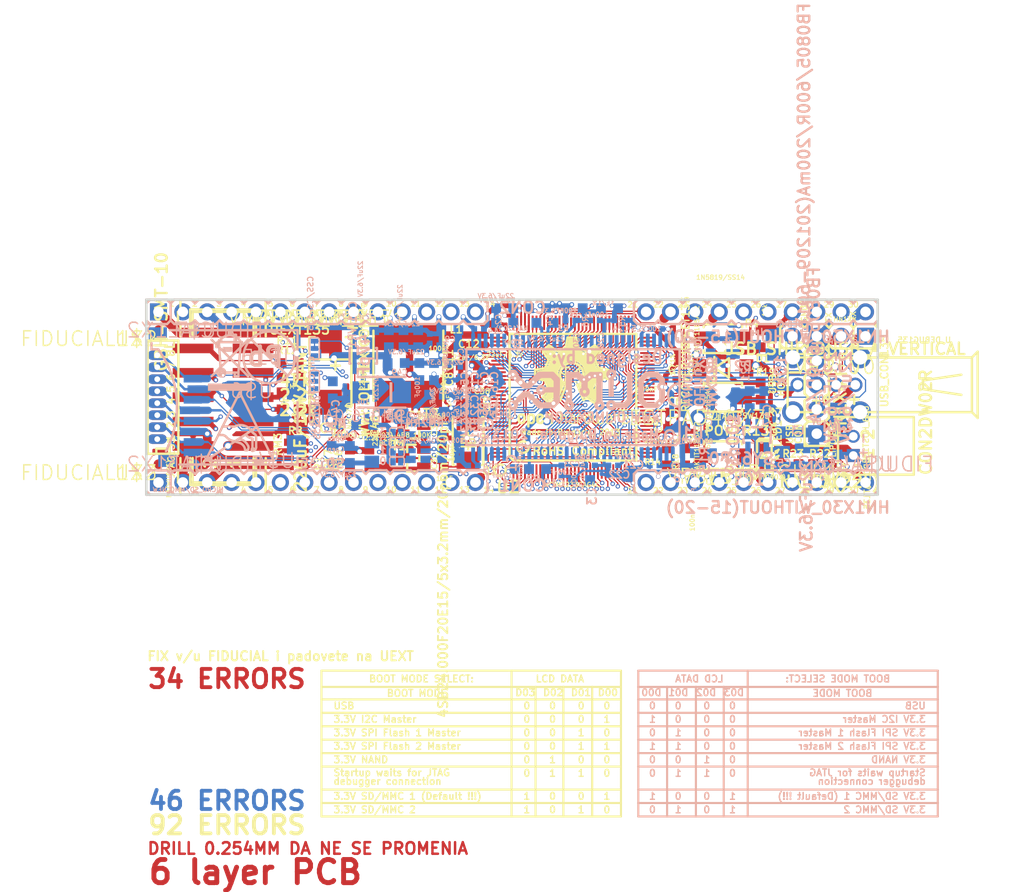
<source format=kicad_pcb>
(kicad_pcb (version 4) (host pcbnew "(2015-08-28 BZR 6132)-product")
  (layers (0 Top signal) (1 Route2 signal) (2 Route3 signal) (3 Route14 signal) (4 Route15 signal) (31 Bottom signal) (34 B.Paste user) (35 F.Paste user) (36 B.SilkS user) (37 F.SilkS user) (38 B.Mask user) (39 F.Mask user) (44 Edge.Cuts user))
  (net 0 "")
  (net 1 GND)
  (net 2 VCC)
  (net 3 +5V)
  (net 4 V+)
  (net 5 +24V)
  (net 6 VPP)
  (net 7 /N$105)
  (net 8 /N$104)
  (net 9 /N$103)
  (net 10 /N$101)
  (net 11 /DCDC_VDDD)
  (net 12 /VDD4P2)
  (net 13 /DCDC_VDDA)
  (net 14 /N$7)
  (net 15 /N$18)
  (net 16 /N$19)
  (net 17 /VDDXTAL)
  (net 18 /XTALI)
  (net 19 /XTALO)
  (net 20 /N$25)
  (net 21 /SD_VCC)
  (net 22 /N$38)
  (net 23 /VDAC1)
  (net 24 /+5V_HOST_PWR)
  (net 25 /PIN22/LCD_EN/I2C_SCL)
  (net 26 /I2C_SCL)
  (net 27 /PIN29/SOFT_SCL)
  (net 28 /PIN1/LCD_D00)
  (net 29 /PIN2/LCD_D01)
  (net 30 /PIN3/LCD_D02)
  (net 31 /PIN4/LCD_D03)
  (net 32 /PIN5/LCD_D04)
  (net 33 /PIN6/LCD_D05)
  (net 34 /PIN7/LCD_D06)
  (net 35 /PIN8/LCD_D07)
  (net 36 /PIN9/LCD_D08/SSP2_MISO)
  (net 37 /PIN10/LCD_D09)
  (net 38 /PIN11/LCD_D10)
  (net 39 /PIN12/LCD_D11)
  (net 40 /PIN13/LCD_D12)
  (net 41 /PIN14/LCD_D13)
  (net 42 /PIN15/LCD_D14)
  (net 43 /PIN16/LCD_D15)
  (net 44 /PIN17/LCD_D16)
  (net 45 /PIN18/LCD_D17/USB_EN)
  (net 46 /PIN20/LCD_VSYNC)
  (net 47 /PIN21/LCD_HSYNC/I2C_SDA)
  (net 48 /PWM0/DUART_RXD)
  (net 49 /PWM1/DUART_TXD)
  (net 50 /HPL)
  (net 51 /HPR)
  (net 52 /HP_VGND)
  (net 53 /LIN1_INL)
  (net 54 /LIN1_INR)
  (net 55 /PIN34/MIC)
  (net 56 /PIN33/LRADC0)
  (net 57 /PIN32/LRADC1)
  (net 58 /PIN31)
  (net 59 /PIN30)
  (net 60 /PIN28/SOFT_SDA)
  (net 61 /PIN27/PWM2)
  (net 62 /PIN26/LCD_CS)
  (net 63 /PIN25/LCD_RS)
  (net 64 /PIN24/LCD_WR)
  (net 65 /PIN23/LCD_DISP)
  (net 66 /PIN19/LCD_DOTCLK)
  (net 67 /CS_UEXT)
  (net 68 /CS_UEXT_GPIO)
  (net 69 /N$11)
  (net 70 /I2C_SDA)
  (net 71 /SSP1_SCK)
  (net 72 /SSP1_DATA0)
  (net 73 /SSP1_DATA1)
  (net 74 /SSP1_CMD)
  (net 75 /SSP1_DATA3)
  (net 76 /SSP1_DATA2)
  (net 77 /N$3)
  (net 78 /N$266)
  (net 79 /N$42)
  (net 80 /LED1)
  (net 81 /N$1)
  (net 82 /SJTAG_PSW)
  (net 83 /CS)
  (net 84 /CLKN)
  (net 85 /CLK)
  (net 86 /PSWITCH)
  (net 87 /N$43)
  (net 88 /RESET)
  (net 89 /N$9)
  (net 90 /N$6)
  (net 91 /D0)
  (net 92 /D1)
  (net 93 /D2)
  (net 94 /D3)
  (net 95 /D4)
  (net 96 /D5)
  (net 97 /D6)
  (net 98 /D7)
  (net 99 /DQS0)
  (net 100 /DQM0)
  (net 101 /WEN)
  (net 102 /CASN)
  (net 103 /RASN)
  (net 104 /BA0)
  (net 105 /BA1)
  (net 106 /A10)
  (net 107 /A0)
  (net 108 /A1)
  (net 109 /A2)
  (net 110 /A3)
  (net 111 /A4)
  (net 112 /A5)
  (net 113 /A6)
  (net 114 /A7)
  (net 115 /A8)
  (net 116 /A9)
  (net 117 /A11)
  (net 118 /A12)
  (net 119 /CKE)
  (net 120 /DQM1)
  (net 121 /DQS1)
  (net 122 /D8)
  (net 123 /D9)
  (net 124 /D10)
  (net 125 /D11)
  (net 126 /D12)
  (net 127 /D13)
  (net 128 /D14)
  (net 129 /D15)
  (net 130 /SSP2_MOSI)
  (net 131 /SSP2_SCK)
  (net 132 /DEBUG)
  (net 133 /USB_DM)
  (net 134 /USB_DP)
  (net 135 /AUART1_TXD)
  (net 136 /AUART1_RXD)
  (module TQFP128LD (layer Top) (at 154.8511 105.0036)
    (fp_text reference U2 (at -5.334 8.636) (layer F.SilkS) (effects (font (size 1.235 1.235) (thickness 0.247)) (justify right top)))
    (fp_text value MCIMX233CAG4C (at -3.1 9.4) (layer F.SilkS) (effects (font (size 0.475 0.475) (thickness 0.095)) (justify left bottom)))
    (pad 1 smd rect (at -6.2 7.75) (size 0.2 1.5) (layers Top F.Paste F.Mask) (net 11 /DCDC_VDDD))
    (pad 2 smd rect (at -5.8 7.75) (size 0.2 1.5) (layers Top F.Paste F.Mask) (net 28 /PIN1/LCD_D00))
    (pad 3 smd rect (at -5.4 7.75) (size 0.2 1.5) (layers Top F.Paste F.Mask) (net 29 /PIN2/LCD_D01))
    (pad 4 smd rect (at -5 7.75) (size 0.2 1.5) (layers Top F.Paste F.Mask) (net 30 /PIN3/LCD_D02))
    (pad 5 smd rect (at -4.6 7.75) (size 0.2 1.5) (layers Top F.Paste F.Mask) (net 31 /PIN4/LCD_D03))
    (pad 6 smd rect (at -4.2 7.75) (size 0.2 1.5) (layers Top F.Paste F.Mask) (net 32 /PIN5/LCD_D04))
    (pad 7 smd rect (at -3.8 7.75) (size 0.2 1.5) (layers Top F.Paste F.Mask) (net 33 /PIN6/LCD_D05))
    (pad 8 smd rect (at -3.4 7.75) (size 0.2 1.5) (layers Top F.Paste F.Mask) (net 34 /PIN7/LCD_D06))
    (pad 9 smd rect (at -3 7.75) (size 0.2 1.5) (layers Top F.Paste F.Mask) (net 35 /PIN8/LCD_D07))
    (pad 10 smd rect (at -2.6 7.75) (size 0.2 1.5) (layers Top F.Paste F.Mask) (net 62 /PIN26/LCD_CS))
    (pad 11 smd rect (at -2.2 7.75) (size 0.2 1.5) (layers Top F.Paste F.Mask) (net 25 /PIN22/LCD_EN/I2C_SCL))
    (pad 12 smd rect (at -1.8 7.75) (size 0.2 1.5) (layers Top F.Paste F.Mask) (net 65 /PIN23/LCD_DISP))
    (pad 13 smd rect (at -1.4 7.75) (size 0.2 1.5) (layers Top F.Paste F.Mask) (net 64 /PIN24/LCD_WR))
    (pad 14 smd rect (at -1 7.75) (size 0.2 1.5) (layers Top F.Paste F.Mask) (net 63 /PIN25/LCD_RS))
    (pad 15 smd rect (at -0.6 7.75) (size 0.2 1.5) (layers Top F.Paste F.Mask) (net 47 /PIN21/LCD_HSYNC/I2C_SDA))
    (pad 16 smd rect (at -0.2 7.75) (size 0.2 1.5) (layers Top F.Paste F.Mask) (net 46 /PIN20/LCD_VSYNC))
    (pad 17 smd rect (at 0.2 7.75) (size 0.2 1.5) (layers Top F.Paste F.Mask) (net 66 /PIN19/LCD_DOTCLK))
    (pad 18 smd rect (at 0.6 7.75) (size 0.2 1.5) (layers Top F.Paste F.Mask) (net 2 VCC))
    (pad 19 smd rect (at 1 7.75) (size 0.2 1.5) (layers Top F.Paste F.Mask) (net 44 /PIN17/LCD_D16))
    (pad 20 smd rect (at 1.4 7.75) (size 0.2 1.5) (layers Top F.Paste F.Mask) (net 45 /PIN18/LCD_D17/USB_EN))
    (pad 21 smd rect (at 1.8 7.75) (size 0.2 1.5) (layers Top F.Paste F.Mask) (net 130 /SSP2_MOSI))
    (pad 22 smd rect (at 2.2 7.75) (size 0.2 1.5) (layers Top F.Paste F.Mask) (net 36 /PIN9/LCD_D08/SSP2_MISO))
    (pad 23 smd rect (at 2.6 7.75) (size 0.2 1.5) (layers Top F.Paste F.Mask) (net 37 /PIN10/LCD_D09))
    (pad 24 smd rect (at 3 7.75) (size 0.2 1.5) (layers Top F.Paste F.Mask) (net 38 /PIN11/LCD_D10))
    (pad 25 smd rect (at 3.4 7.75) (size 0.2 1.5) (layers Top F.Paste F.Mask) (net 39 /PIN12/LCD_D11))
    (pad 26 smd rect (at 3.8 7.75) (size 0.2 1.5) (layers Top F.Paste F.Mask) (net 41 /PIN14/LCD_D13))
    (pad 27 smd rect (at 4.2 7.75) (size 0.2 1.5) (layers Top F.Paste F.Mask) (net 40 /PIN13/LCD_D12))
    (pad 28 smd rect (at 4.6 7.75) (size 0.2 1.5) (layers Top F.Paste F.Mask) (net 43 /PIN16/LCD_D15))
    (pad 29 smd rect (at 5 7.75) (size 0.2 1.5) (layers Top F.Paste F.Mask) (net 42 /PIN15/LCD_D14))
    (pad 30 smd rect (at 5.4 7.75) (size 0.2 1.5) (layers Top F.Paste F.Mask) (net 1 GND))
    (pad 31 smd rect (at 5.8 7.75) (size 0.2 1.5) (layers Top F.Paste F.Mask) (net 60 /PIN28/SOFT_SDA))
    (pad 32 smd rect (at 6.2 7.75) (size 0.2 1.5) (layers Top F.Paste F.Mask) (net 67 /CS_UEXT))
    (pad 33 smd rect (at 7.75 6.2 90) (size 0.2 1.5) (layers Top F.Paste F.Mask) (net 131 /SSP2_SCK))
    (pad 34 smd rect (at 7.75 5.8 90) (size 0.2 1.5) (layers Top F.Paste F.Mask) (net 27 /PIN29/SOFT_SCL))
    (pad 35 smd rect (at 7.75 5.4 90) (size 0.2 1.5) (layers Top F.Paste F.Mask) (net 1 GND))
    (pad 36 smd rect (at 7.75 5 90) (size 0.2 1.5) (layers Top F.Paste F.Mask) (net 85 /CLK))
    (pad 37 smd rect (at 7.75 4.6 90) (size 0.2 1.5) (layers Top F.Paste F.Mask) (net 84 /CLKN))
    (pad 38 smd rect (at 7.75 4.2 90) (size 0.2 1.5) (layers Top F.Paste F.Mask) (net 4 V+))
    (pad 39 smd rect (at 7.75 3.8 90) (size 0.2 1.5) (layers Top F.Paste F.Mask) (net 99 /DQS0))
    (pad 40 smd rect (at 7.75 3.4 90) (size 0.2 1.5) (layers Top F.Paste F.Mask) (net 121 /DQS1))
    (pad 41 smd rect (at 7.75 3 90) (size 0.2 1.5) (layers Top F.Paste F.Mask) (net 91 /D0))
    (pad 42 smd rect (at 7.75 2.6 90) (size 0.2 1.5) (layers Top F.Paste F.Mask) (net 93 /D2))
    (pad 43 smd rect (at 7.75 2.2 90) (size 0.2 1.5) (layers Top F.Paste F.Mask) (net 92 /D1))
    (pad 44 smd rect (at 7.75 1.8 90) (size 0.2 1.5) (layers Top F.Paste F.Mask) (net 94 /D3))
    (pad 45 smd rect (at 7.75 1.4 90) (size 0.2 1.5) (layers Top F.Paste F.Mask) (net 4 V+))
    (pad 46 smd rect (at 7.75 1 90) (size 0.2 1.5) (layers Top F.Paste F.Mask) (net 100 /DQM0))
    (pad 47 smd rect (at 7.75 0.6 90) (size 0.2 1.5) (layers Top F.Paste F.Mask) (net 95 /D4))
    (pad 48 smd rect (at 7.75 0.2 90) (size 0.2 1.5) (layers Top F.Paste F.Mask) (net 96 /D5))
    (pad 49 smd rect (at 7.75 -0.2 90) (size 0.2 1.5) (layers Top F.Paste F.Mask) (net 97 /D6))
    (pad 50 smd rect (at 7.75 -0.6 90) (size 0.2 1.5) (layers Top F.Paste F.Mask) (net 98 /D7))
    (pad 51 smd rect (at 7.75 -1 90) (size 0.2 1.5) (layers Top F.Paste F.Mask) (net 122 /D8))
    (pad 52 smd rect (at 7.75 -1.4 90) (size 0.2 1.5) (layers Top F.Paste F.Mask) (net 123 /D9))
    (pad 53 smd rect (at 7.75 -1.8 90) (size 0.2 1.5) (layers Top F.Paste F.Mask) (net 4 V+))
    (pad 54 smd rect (at 7.75 -2.2 90) (size 0.2 1.5) (layers Top F.Paste F.Mask) (net 124 /D10))
    (pad 55 smd rect (at 7.75 -2.6 90) (size 0.2 1.5) (layers Top F.Paste F.Mask) (net 125 /D11))
    (pad 56 smd rect (at 7.75 -3 90) (size 0.2 1.5) (layers Top F.Paste F.Mask) (net 120 /DQM1))
    (pad 57 smd rect (at 7.75 -3.4 90) (size 0.2 1.5) (layers Top F.Paste F.Mask) (net 126 /D12))
    (pad 58 smd rect (at 7.75 -3.8 90) (size 0.2 1.5) (layers Top F.Paste F.Mask) (net 127 /D13))
    (pad 59 smd rect (at 7.75 -4.2 90) (size 0.2 1.5) (layers Top F.Paste F.Mask) (net 129 /D15))
    (pad 60 smd rect (at 7.75 -4.6 90) (size 0.2 1.5) (layers Top F.Paste F.Mask) (net 128 /D14))
    (pad 61 smd rect (at 7.75 -5 90) (size 0.2 1.5) (layers Top F.Paste F.Mask) (net 102 /CASN))
    (pad 62 smd rect (at 7.75 -5.4 90) (size 0.2 1.5) (layers Top F.Paste F.Mask) (net 103 /RASN))
    (pad 63 smd rect (at 7.75 -5.8 90) (size 0.2 1.5) (layers Top F.Paste F.Mask) (net 83 /CS))
    (pad 64 smd rect (at 7.75 -6.2 90) (size 0.2 1.5) (layers Top F.Paste F.Mask) (net 118 /A12))
    (pad 65 smd rect (at 6.2 -7.75 180) (size 0.2 1.5) (layers Top F.Paste F.Mask) (net 117 /A11))
    (pad 66 smd rect (at 5.8 -7.75 180) (size 0.2 1.5) (layers Top F.Paste F.Mask) (net 106 /A10))
    (pad 67 smd rect (at 5.4 -7.75 180) (size 0.2 1.5) (layers Top F.Paste F.Mask) (net 116 /A9))
    (pad 68 smd rect (at 5 -7.75 180) (size 0.2 1.5) (layers Top F.Paste F.Mask) (net 115 /A8))
    (pad 69 smd rect (at 4.6 -7.75 180) (size 0.2 1.5) (layers Top F.Paste F.Mask) (net 114 /A7))
    (pad 70 smd rect (at 4.2 -7.75 180) (size 0.2 1.5) (layers Top F.Paste F.Mask) (net 113 /A6))
    (pad 71 smd rect (at 3.8 -7.75 180) (size 0.2 1.5) (layers Top F.Paste F.Mask) (net 112 /A5))
    (pad 72 smd rect (at 3.4 -7.75 180) (size 0.2 1.5) (layers Top F.Paste F.Mask) (net 111 /A4))
    (pad 73 smd rect (at 3 -7.75 180) (size 0.2 1.5) (layers Top F.Paste F.Mask) (net 110 /A3))
    (pad 74 smd rect (at 2.6 -7.75 180) (size 0.2 1.5) (layers Top F.Paste F.Mask) (net 109 /A2))
    (pad 75 smd rect (at 2.2 -7.75 180) (size 0.2 1.5) (layers Top F.Paste F.Mask) (net 108 /A1))
    (pad 76 smd rect (at 1.8 -7.75 180) (size 0.2 1.5) (layers Top F.Paste F.Mask) (net 107 /A0))
    (pad 77 smd rect (at 1.4 -7.75 180) (size 0.2 1.5) (layers Top F.Paste F.Mask) (net 101 /WEN))
    (pad 78 smd rect (at 1 -7.75 180) (size 0.2 1.5) (layers Top F.Paste F.Mask) (net 119 /CKE))
    (pad 79 smd rect (at 0.6 -7.75 180) (size 0.2 1.5) (layers Top F.Paste F.Mask) (net 104 /BA0))
    (pad 80 smd rect (at 0.2 -7.75 180) (size 0.2 1.5) (layers Top F.Paste F.Mask) (net 105 /BA1))
    (pad 81 smd rect (at -0.2 -7.75 180) (size 0.2 1.5) (layers Top F.Paste F.Mask) (net 59 /PIN30))
    (pad 82 smd rect (at -0.6 -7.75 180) (size 0.2 1.5) (layers Top F.Paste F.Mask) (net 58 /PIN31))
    (pad 83 smd rect (at -1 -7.75 180) (size 0.2 1.5) (layers Top F.Paste F.Mask) (net 74 /SSP1_CMD))
    (pad 84 smd rect (at -1.4 -7.75 180) (size 0.2 1.5) (layers Top F.Paste F.Mask) (net 72 /SSP1_DATA0))
    (pad 85 smd rect (at -1.8 -7.75 180) (size 0.2 1.5) (layers Top F.Paste F.Mask) (net 73 /SSP1_DATA1))
    (pad 86 smd rect (at -2.2 -7.75 180) (size 0.2 1.5) (layers Top F.Paste F.Mask) (net 76 /SSP1_DATA2))
    (pad 87 smd rect (at -2.6 -7.75 180) (size 0.2 1.5) (layers Top F.Paste F.Mask) (net 75 /SSP1_DATA3))
    (pad 88 smd rect (at -3 -7.75 180) (size 0.2 1.5) (layers Top F.Paste F.Mask) (net 80 /LED1))
    (pad 89 smd rect (at -3.4 -7.75 180) (size 0.2 1.5) (layers Top F.Paste F.Mask) (net 132 /DEBUG))
    (pad 90 smd rect (at -3.8 -7.75 180) (size 0.2 1.5) (layers Top F.Paste F.Mask) (net 71 /SSP1_SCK))
    (pad 91 smd rect (at -4.2 -7.75 180) (size 0.2 1.5) (layers Top F.Paste F.Mask) (net 61 /PIN27/PWM2))
    (pad 92 smd rect (at -4.6 -7.75 180) (size 0.2 1.5) (layers Top F.Paste F.Mask) (net 2 VCC))
    (pad 93 smd rect (at -5 -7.75 180) (size 0.2 1.5) (layers Top F.Paste F.Mask) (net 11 /DCDC_VDDD))
    (pad 94 smd rect (at -5.4 -7.75 180) (size 0.2 1.5) (layers Top F.Paste F.Mask) (net 11 /DCDC_VDDD))
    (pad 95 smd rect (at -5.8 -7.75 180) (size 0.2 1.5) (layers Top F.Paste F.Mask) (net 2 VCC))
    (pad 96 smd rect (at -6.2 -7.75 180) (size 0.2 1.5) (layers Top F.Paste F.Mask) (net 13 /DCDC_VDDA))
    (pad 97 smd rect (at -7.75 -6.2 270) (size 0.2 1.5) (layers Top F.Paste F.Mask) (net 15 /N$18))
    (pad 98 smd rect (at -7.75 -5.8 270) (size 0.2 1.5) (layers Top F.Paste F.Mask) (net 1 GND))
    (pad 99 smd rect (at -7.75 -5.4 270) (size 0.2 1.5) (layers Top F.Paste F.Mask) (net 16 /N$19))
    (pad 100 smd rect (at -7.75 -5 270) (size 0.2 1.5) (layers Top F.Paste F.Mask) (net 5 +24V))
    (pad 101 smd rect (at -7.75 -4.6 270) (size 0.2 1.5) (layers Top F.Paste F.Mask) (net 12 /VDD4P2))
    (pad 102 smd rect (at -7.75 -4.2 270) (size 0.2 1.5) (layers Top F.Paste F.Mask) (net 3 +5V))
    (pad 103 smd rect (at -7.75 -3.8 270) (size 0.2 1.5) (layers Top F.Paste F.Mask) (net 5 +24V))
    (pad 104 smd rect (at -7.75 -3.4 270) (size 0.2 1.5) (layers Top F.Paste F.Mask) (net 23 /VDAC1))
    (pad 105 smd rect (at -7.75 -3 270) (size 0.2 1.5) (layers Top F.Paste F.Mask) (net 1 GND))
    (pad 106 smd rect (at -7.75 -2.6 270) (size 0.2 1.5) (layers Top F.Paste F.Mask) (net 4 V+))
    (pad 107 smd rect (at -7.75 -2.2 270) (size 0.2 1.5) (layers Top F.Paste F.Mask) (net 57 /PIN32/LRADC1))
    (pad 108 smd rect (at -7.75 -1.8 270) (size 0.2 1.5) (layers Top F.Paste F.Mask) (net 56 /PIN33/LRADC0))
    (pad 109 smd rect (at -7.75 -1.4 270) (size 0.2 1.5) (layers Top F.Paste F.Mask) (net 51 /HPR))
    (pad 110 smd rect (at -7.75 -1 270) (size 0.2 1.5) (layers Top F.Paste F.Mask) (net 13 /DCDC_VDDA))
    (pad 111 smd rect (at -7.75 -0.6 270) (size 0.2 1.5) (layers Top F.Paste F.Mask) (net 52 /HP_VGND))
    (pad 112 smd rect (at -7.75 -0.2 270) (size 0.2 1.5) (layers Top F.Paste F.Mask) (net 1 GND))
    (pad 113 smd rect (at -7.75 0.2 270) (size 0.2 1.5) (layers Top F.Paste F.Mask) (net 50 /HPL))
    (pad 114 smd rect (at -7.75 0.6 270) (size 0.2 1.5) (layers Top F.Paste F.Mask) (net 54 /LIN1_INR))
    (pad 115 smd rect (at -7.75 1 270) (size 0.2 1.5) (layers Top F.Paste F.Mask) (net 53 /LIN1_INL))
    (pad 116 smd rect (at -7.75 1.4 270) (size 0.2 1.5) (layers Top F.Paste F.Mask) (net 55 /PIN34/MIC))
    (pad 117 smd rect (at -7.75 1.8 270) (size 0.2 1.5) (layers Top F.Paste F.Mask) (net 20 /N$25))
    (pad 118 smd rect (at -7.75 2.2 270) (size 0.2 1.5) (layers Top F.Paste F.Mask) (net 1 GND))
    (pad 119 smd rect (at -7.75 2.6 270) (size 0.2 1.5) (layers Top F.Paste F.Mask) (net 86 /PSWITCH))
    (pad 120 smd rect (at -7.75 3 270) (size 0.2 1.5) (layers Top F.Paste F.Mask) (net 17 /VDDXTAL))
    (pad 121 smd rect (at -7.75 3.4 270) (size 0.2 1.5) (layers Top F.Paste F.Mask) (net 19 /XTALO))
    (pad 122 smd rect (at -7.75 3.8 270) (size 0.2 1.5) (layers Top F.Paste F.Mask) (net 18 /XTALI))
    (pad 123 smd rect (at -7.75 4.2 270) (size 0.2 1.5) (layers Top F.Paste F.Mask) (net 133 /USB_DM))
    (pad 124 smd rect (at -7.75 4.6 270) (size 0.2 1.5) (layers Top F.Paste F.Mask) (net 134 /USB_DP))
    (pad 125 smd rect (at -7.75 5 270) (size 0.2 1.5) (layers Top F.Paste F.Mask) (net 48 /PWM0/DUART_RXD))
    (pad 126 smd rect (at -7.75 5.4 270) (size 0.2 1.5) (layers Top F.Paste F.Mask) (net 49 /PWM1/DUART_TXD))
    (pad 127 smd rect (at -7.75 5.8 270) (size 0.2 1.5) (layers Top F.Paste F.Mask) (net 135 /AUART1_TXD))
    (pad 128 smd rect (at -7.75 6.2 270) (size 0.2 1.5) (layers Top F.Paste F.Mask) (net 136 /AUART1_RXD))
  )
  (module C0603_DWS (layer Bottom) (at 148.7551 113.3856 90)
    (fp_text reference C1 (at 0.47 -0.839 90) (layer B.SilkS) (effects (font (size 0.95 0.95) (thickness 0.19)) (justify right top mirror)))
    (fp_text value 22uF/6.3V (at 3.7 0.9 90) (layer B.SilkS) (effects (font (size 0.475 0.475) (thickness 0.095)) (justify left bottom mirror)))
    (pad 1 smd rect (at -0.889 0 90) (size 1.016 1.016) (layers Bottom B.Paste B.Mask) (net 1 GND))
    (pad 2 smd rect (at 0.889 0 90) (size 1.016 1.016) (layers Bottom B.Paste B.Mask) (net 11 /DCDC_VDDD))
  )
  (module C0603_DWS (layer Bottom) (at 147.7391 95.7326)
    (fp_text reference C2 (at -0.3048 0.5334 270) (layer B.SilkS) (effects (font (size 0.57912 0.57912) (thickness 0.115824)) (justify left bottom mirror)))
    (fp_text value 22uF/6.3V (at 3.7 0) (layer B.SilkS) (effects (font (size 0.475 0.475) (thickness 0.095)) (justify right top mirror)))
    (pad 1 smd rect (at -0.889 0) (size 1.016 1.016) (layers Bottom B.Paste B.Mask) (net 1 GND))
    (pad 2 smd rect (at 0.889 0) (size 1.016 1.016) (layers Bottom B.Paste B.Mask) (net 11 /DCDC_VDDD))
  )
  (module C0603_DWS (layer Bottom) (at 155.7401 113.6396)
    (fp_text reference C3 (at 1.651 0.651 270) (layer B.SilkS) (effects (font (size 0.95 0.95) (thickness 0.19)) (justify left bottom mirror)))
    (fp_text value 22uF/6.3V (at -0.2 1.1 270) (layer B.SilkS) (effects (font (size 0.475 0.475) (thickness 0.095)) (justify right top mirror)))
    (pad 1 smd rect (at -0.889 0) (size 1.016 1.016) (layers Bottom B.Paste B.Mask) (net 1 GND))
    (pad 2 smd rect (at 0.889 0) (size 1.016 1.016) (layers Bottom B.Paste B.Mask) (net 2 VCC))
  )
  (module C0603_DWS (layer Bottom) (at 151.1681 95.7326 180)
    (fp_text reference C4 (at -1.6002 -0.635 270) (layer B.SilkS) (effects (font (size 0.57912 0.57912) (thickness 0.115824)) (justify left bottom mirror)))
    (fp_text value 22uF/6.3V (at 2.4 1 360) (layer B.SilkS) (effects (font (size 0.475 0.475) (thickness 0.095)) (justify left bottom mirror)))
    (pad 1 smd rect (at -0.889 0 180) (size 1.016 1.016) (layers Bottom B.Paste B.Mask) (net 1 GND))
    (pad 2 smd rect (at 0.889 0 180) (size 1.016 1.016) (layers Bottom B.Paste B.Mask) (net 2 VCC))
  )
  (module C0603_DWS (layer Top) (at 165.6461 108.3056 180)
    (fp_text reference C5 (at 1.4605 -0.5715 450) (layer F.SilkS) (effects (font (size 0.7239 0.7239) (thickness 0.14478)) (justify left bottom)))
    (fp_text value 22uF/6.3V (at 3.4 -1.5 360) (layer F.SilkS) (effects (font (size 0.475 0.475) (thickness 0.095)) (justify left bottom)))
    (pad 1 smd rect (at -0.889 0 180) (size 1.016 1.016) (layers Top F.Paste F.Mask) (net 1 GND))
    (pad 2 smd rect (at 0.889 0 180) (size 1.016 1.016) (layers Top F.Paste F.Mask) (net 4 V+))
  )
  (module C0402_TI (layer Top) (at 165.2651 106.4006 180)
    (fp_text reference C6 (at 0.635 0.508 360) (layer F.SilkS) (effects (font (size 0.77216 0.77216) (thickness 0.154432)) (justify left bottom)))
    (fp_text value 100nF (at 1.4 -0.7 360) (layer F.SilkS) (effects (font (size 0.475 0.475) (thickness 0.095)) (justify right top)))
    (pad 1 smd rect (at -0.508 0 180) (size 0.6096 0.5842) (layers Top F.Paste F.Mask) (net 1 GND))
    (pad 2 smd rect (at 0.508 0 180) (size 0.6096 0.5842) (layers Top F.Paste F.Mask) (net 4 V+))
  )
  (module C0402_TI (layer Top) (at 165.0111 103.0986 180)
    (fp_text reference C7 (at 0.381 0.508 360) (layer F.SilkS) (effects (font (size 0.77216 0.77216) (thickness 0.154432)) (justify left bottom)))
    (fp_text value 100nF (at 1.3 -0.8 360) (layer F.SilkS) (effects (font (size 0.475 0.475) (thickness 0.095)) (justify right top)))
    (pad 1 smd rect (at -0.508 0 180) (size 0.6096 0.5842) (layers Top F.Paste F.Mask) (net 1 GND))
    (pad 2 smd rect (at 0.508 0 180) (size 0.6096 0.5842) (layers Top F.Paste F.Mask) (net 4 V+))
  )
  (module C0603_DWS (layer Top) (at 144.0561 103.2256)
    (fp_text reference C8 (at -1.651 0.762 90) (layer F.SilkS) (effects (font (size 0.77216 0.77216) (thickness 0.154432)) (justify left bottom)))
    (fp_text value 22uF/6.3V (at -1.8 -2.1) (layer F.SilkS) (effects (font (size 0.475 0.475) (thickness 0.095)) (justify left bottom)))
    (pad 1 smd rect (at -0.889 0) (size 1.016 1.016) (layers Top F.Paste F.Mask) (net 1 GND))
    (pad 2 smd rect (at 0.889 0) (size 1.016 1.016) (layers Top F.Paste F.Mask) (net 4 V+))
  )
  (module C0603_DWS (layer Bottom) (at 142.0241 98.0186)
    (fp_text reference C9 (at -0.6144 0.6128) (layer B.SilkS) (effects (font (size 0.57912 0.57912) (thickness 0.115824)) (justify right top mirror)))
    (fp_text value 22uF/6.3V (at 3 -3.4) (layer B.SilkS) (effects (font (size 0.475 0.475) (thickness 0.095)) (justify right top mirror)))
    (pad 1 smd rect (at -0.889 0) (size 1.016 1.016) (layers Bottom B.Paste B.Mask) (net 1 GND))
    (pad 2 smd rect (at 0.889 0) (size 1.016 1.016) (layers Bottom B.Paste B.Mask) (net 12 /VDD4P2))
  )
  (module C0603_DWS (layer Bottom) (at 142.0241 99.7966)
    (fp_text reference C10 (at 1.5026 0.0196 270) (layer B.SilkS) (effects (font (size 0.57912 0.57912) (thickness 0.115824)) (justify left bottom mirror)))
    (fp_text value 22uF/6.3V (at -2.5 1.3) (layer B.SilkS) (effects (font (size 0.475 0.475) (thickness 0.095)) (justify right top mirror)))
    (pad 1 smd rect (at -0.889 0) (size 1.016 1.016) (layers Bottom B.Paste B.Mask) (net 1 GND))
    (pad 2 smd rect (at 0.889 0) (size 1.016 1.016) (layers Bottom B.Paste B.Mask) (net 12 /VDD4P2))
  )
  (module C0603_DWS (layer Top) (at 144.0561 101.7016)
    (fp_text reference C11 (at -1.651 0.635 90) (layer F.SilkS) (effects (font (size 0.77216 0.77216) (thickness 0.154432)) (justify left bottom)))
    (fp_text value 22uF/6.3V (at 1.73 -0.86) (layer F.SilkS) (effects (font (size 0.475 0.475) (thickness 0.095)) (justify left bottom)))
    (pad 1 smd rect (at -0.889 0) (size 1.016 1.016) (layers Top F.Paste F.Mask) (net 1 GND))
    (pad 2 smd rect (at 0.889 0) (size 1.016 1.016) (layers Top F.Paste F.Mask) (net 3 +5V))
  )
  (module C0402_TI (layer Top) (at 143.8021 100.4951)
    (fp_text reference C12 (at -1.016 -0.5715) (layer F.SilkS) (effects (font (size 0.77216 0.77216) (thickness 0.154432)) (justify left bottom)))
    (fp_text value 100nF (at -1.73 -0.84) (layer F.SilkS) (effects (font (size 0.475 0.475) (thickness 0.095)) (justify right top)))
    (pad 1 smd rect (at -0.508 0) (size 0.6096 0.5842) (layers Top F.Paste F.Mask) (net 1 GND))
    (pad 2 smd rect (at 0.508 0) (size 0.6096 0.5842) (layers Top F.Paste F.Mask) (net 3 +5V))
  )
  (module C0603_DWS (layer Bottom) (at 147.7391 97.2566)
    (fp_text reference C13 (at 1.651 0.889 270) (layer B.SilkS) (effects (font (size 0.57912 0.57912) (thickness 0.115824)) (justify left bottom mirror)))
    (fp_text value 22uF/6.3V (at 2.4 1.4) (layer B.SilkS) (effects (font (size 0.475 0.475) (thickness 0.095)) (justify right top mirror)))
    (pad 1 smd rect (at -0.889 0) (size 1.016 1.016) (layers Bottom B.Paste B.Mask) (net 1 GND))
    (pad 2 smd rect (at 0.889 0) (size 1.016 1.016) (layers Bottom B.Paste B.Mask) (net 11 /DCDC_VDDD))
  )
  (module C0402_TI (layer Bottom) (at 145.0721 97.8916)
    (fp_text reference C14 (at 0.7998 -0.1286) (layer B.SilkS) (effects (font (size 0.57912 0.57912) (thickness 0.115824)) (justify right top mirror)))
    (fp_text value 100nF (at 2.4 1.1) (layer B.SilkS) (effects (font (size 0.475 0.475) (thickness 0.095)) (justify right top mirror)))
    (pad 1 smd rect (at -0.508 0) (size 0.6096 0.5842) (layers Bottom B.Paste B.Mask) (net 1 GND))
    (pad 2 smd rect (at 0.508 0) (size 0.6096 0.5842) (layers Bottom B.Paste B.Mask) (net 11 /DCDC_VDDD))
  )
  (module C0603_DWS (layer Bottom) (at 137.1981 98.9076 270)
    (fp_text reference C15 (at 3.302 -7.874 450) (layer B.SilkS) (effects (font (size 0.77216 0.77216) (thickness 0.154432)) (justify left bottom mirror)))
    (fp_text value 22uF/6.3V (at -2.035 3.005 540) (layer B.SilkS) (effects (font (size 0.475 0.475) (thickness 0.095)) (justify left bottom mirror)))
    (pad 1 smd rect (at -0.889 0 270) (size 1.016 1.016) (layers Bottom B.Paste B.Mask) (net 1 GND))
    (pad 2 smd rect (at 0.889 0 270) (size 1.016 1.016) (layers Bottom B.Paste B.Mask) (net 2 VCC))
  )
  (module C0402_TI (layer Bottom) (at 139.9286 98.9076 270)
    (fp_text reference C16 (at 3.302 -7.1755 450) (layer B.SilkS) (effects (font (size 0.77216 0.77216) (thickness 0.154432)) (justify left bottom mirror)))
    (fp_text value 100nF (at 1.02 -1.91 450) (layer B.SilkS) (effects (font (size 0.475 0.475) (thickness 0.095)) (justify left bottom mirror)))
    (pad 1 smd rect (at -0.508 0 270) (size 0.6096 0.5842) (layers Bottom B.Paste B.Mask) (net 1 GND))
    (pad 2 smd rect (at 0.508 0 270) (size 0.6096 0.5842) (layers Bottom B.Paste B.Mask) (net 2 VCC))
  )
  (module C0603_DWS (layer Bottom) (at 141.8971 102.3366 270)
    (fp_text reference C26 (at 2.286 -4.191 450) (layer B.SilkS) (effects (font (size 0.77216 0.77216) (thickness 0.154432)) (justify left bottom mirror)))
    (fp_text value 22uF/6.3V (at 1.67 1.34 450) (layer B.SilkS) (effects (font (size 0.475 0.475) (thickness 0.095)) (justify left bottom mirror)))
    (pad 1 smd rect (at -0.889 0 270) (size 1.016 1.016) (layers Bottom B.Paste B.Mask) (net 1 GND))
    (pad 2 smd rect (at 0.889 0 270) (size 1.016 1.016) (layers Bottom B.Paste B.Mask) (net 13 /DCDC_VDDA))
  )
  (module C0402_TI (layer Bottom) (at 143.1036 102.3366 270)
    (fp_text reference C27 (at 2.286 -4.0005 450) (layer B.SilkS) (effects (font (size 0.77216 0.77216) (thickness 0.154432)) (justify left bottom mirror)))
    (fp_text value 100nF (at 1.4 -1 450) (layer B.SilkS) (effects (font (size 0.475 0.475) (thickness 0.095)) (justify left bottom mirror)))
    (pad 1 smd rect (at -0.508 0 270) (size 0.6096 0.5842) (layers Bottom B.Paste B.Mask) (net 1 GND))
    (pad 2 smd rect (at 0.508 0 270) (size 0.6096 0.5842) (layers Bottom B.Paste B.Mask) (net 13 /DCDC_VDDA))
  )
  (module C0603_DWS (layer Bottom) (at 142.9131 105.6386 90)
    (fp_text reference C29 (at -1.397 3.175 90) (layer B.SilkS) (effects (font (size 0.77216 0.77216) (thickness 0.154432)) (justify left bottom mirror)))
    (fp_text value 22uF/6.3V (at -2.13 -0.46 90) (layer B.SilkS) (effects (font (size 0.475 0.475) (thickness 0.095)) (justify right top mirror)))
    (pad 1 smd rect (at -0.889 0 90) (size 1.016 1.016) (layers Bottom B.Paste B.Mask) (net 1 GND))
    (pad 2 smd rect (at 0.889 0 90) (size 1.016 1.016) (layers Bottom B.Paste B.Mask) (net 5 +24V))
  )
  (module C0603_DWS (layer Bottom) (at 141.3891 105.6386 90)
    (fp_text reference C31 (at -1.397 3.683 90) (layer B.SilkS) (effects (font (size 0.77216 0.77216) (thickness 0.154432)) (justify left bottom mirror)))
    (fp_text value 22uF/6.3V (at -2.13 -1.46 90) (layer B.SilkS) (effects (font (size 0.475 0.475) (thickness 0.095)) (justify right top mirror)))
    (pad 1 smd rect (at -0.889 0 90) (size 1.016 1.016) (layers Bottom B.Paste B.Mask) (net 1 GND))
    (pad 2 smd rect (at 0.889 0 90) (size 1.016 1.016) (layers Bottom B.Paste B.Mask) (net 5 +24V))
  )
  (module C0603_DWS (layer Bottom) (at 140.3731 102.3366 270)
    (fp_text reference C32 (at 2.286 -4.699 450) (layer B.SilkS) (effects (font (size 0.77216 0.77216) (thickness 0.154432)) (justify left bottom mirror)))
    (fp_text value 22uF/6.3V (at 1.76 -0.03 540) (layer B.SilkS) (effects (font (size 0.475 0.475) (thickness 0.095)) (justify right top mirror)))
    (pad 1 smd rect (at -0.889 0 270) (size 1.016 1.016) (layers Bottom B.Paste B.Mask) (net 1 GND))
    (pad 2 smd rect (at 0.889 0 270) (size 1.016 1.016) (layers Bottom B.Paste B.Mask) (net 5 +24V))
  )
  (module C0603_DWS (layer Top) (at 141.3891 111.3536 270)
    (fp_text reference C36 (at 1.27 0.635 450) (layer F.SilkS) (effects (font (size 0.57912 0.57912) (thickness 0.115824)) (justify left bottom)))
    (fp_text value 10pF (at 1.859 -1.011 360) (layer F.SilkS) (effects (font (size 0.475 0.475) (thickness 0.095)) (justify right top)))
    (pad 1 smd rect (at -0.889 0 270) (size 1.016 1.016) (layers Top F.Paste F.Mask) (net 1 GND))
    (pad 2 smd rect (at 0.889 0 270) (size 1.016 1.016) (layers Top F.Paste F.Mask) (net 18 /XTALI))
  )
  (module C0603_DWS (layer Top) (at 141.3891 108.0516 90)
    (fp_text reference C37 (at -1.0795 -0.635 90) (layer F.SilkS) (effects (font (size 0.57912 0.57912) (thickness 0.115824)) (justify left bottom)))
    (fp_text value 10pF (at -1.8 0.6 90) (layer F.SilkS) (effects (font (size 0.475 0.475) (thickness 0.095)) (justify right top)))
    (pad 1 smd rect (at -0.889 0 90) (size 1.016 1.016) (layers Top F.Paste F.Mask) (net 1 GND))
    (pad 2 smd rect (at 0.889 0 90) (size 1.016 1.016) (layers Top F.Paste F.Mask) (net 19 /XTALO))
  )
  (module C0603_DWS (layer Top) (at 144.0561 105.6386)
    (fp_text reference C39 (at 2.159 1.016 90) (layer F.SilkS) (effects (font (size 0.57912 0.57912) (thickness 0.115824)) (justify left bottom)))
    (fp_text value 1uF (at -1.86 0.47 90) (layer F.SilkS) (effects (font (size 0.475 0.475) (thickness 0.095)) (justify left bottom)))
    (pad 1 smd rect (at -0.889 0) (size 1.016 1.016) (layers Top F.Paste F.Mask) (net 1 GND))
    (pad 2 smd rect (at 0.889 0) (size 1.016 1.016) (layers Top F.Paste F.Mask) (net 20 /N$25))
  )
  (module C0402_TI (layer Bottom) (at 142.5321 107.7341)
    (fp_text reference C35 (at 1.27 -0.4445) (layer B.SilkS) (effects (font (size 0.95 0.95) (thickness 0.19)) (justify right top mirror)))
    (fp_text value 100nF (at 3.7 -1.3) (layer B.SilkS) (effects (font (size 0.475 0.475) (thickness 0.095)) (justify right top mirror)))
    (pad 1 smd rect (at -0.508 0) (size 0.6096 0.5842) (layers Bottom B.Paste B.Mask) (net 1 GND))
    (pad 2 smd rect (at 0.508 0) (size 0.6096 0.5842) (layers Bottom B.Paste B.Mask) (net 17 /VDDXTAL))
  )
  (module C0402_TI (layer Top) (at 143.5481 104.4321)
    (fp_text reference C38 (at 0.9209 0.2949) (layer F.SilkS) (effects (font (size 0.57912 0.57912) (thickness 0.115824)) (justify left bottom)))
    (fp_text value 100nF (at -1.9 0.4 90) (layer F.SilkS) (effects (font (size 0.475 0.475) (thickness 0.095)) (justify left bottom)))
    (pad 1 smd rect (at -0.508 0) (size 0.6096 0.5842) (layers Top F.Paste F.Mask) (net 1 GND))
    (pad 2 smd rect (at 0.508 0) (size 0.6096 0.5842) (layers Top F.Paste F.Mask) (net 13 /DCDC_VDDA))
  )
  (module R0603_5MIL_DWS (layer Top) (at 164.6301 111.2266 270)
    (fp_text reference R14 (at 0.197 0.5466 360) (layer F.SilkS) (effects (font (size 0.57912 0.57912) (thickness 0.115824)) (justify right top)))
    (fp_text value 1k/1% (at -8.4 -0.9 450) (layer F.SilkS) (effects (font (size 0.475 0.475) (thickness 0.095)) (justify left bottom)))
    (pad 1 smd rect (at -0.889 0 270) (size 1.016 1.016) (layers Top F.Paste F.Mask) (net 86 /PSWITCH))
    (pad 2 smd rect (at 0.889 0 270) (size 1.016 1.016) (layers Top F.Paste F.Mask) (net 82 /SJTAG_PSW))
  )
  (module R0603_5MIL_DWS (layer Top) (at 166.5351 111.2266 270)
    (fp_text reference R18 (at 1.4346 0.6522 450) (layer F.SilkS) (effects (font (size 0.57912 0.57912) (thickness 0.115824)) (justify left bottom)))
    (fp_text value 1k/1% (at -8.4 -0.9 450) (layer F.SilkS) (effects (font (size 0.475 0.475) (thickness 0.095)) (justify left bottom)))
    (pad 1 smd rect (at -0.889 0 270) (size 1.016 1.016) (layers Top F.Paste F.Mask) (net 22 /N$38))
    (pad 2 smd rect (at 0.889 0 270) (size 1.016 1.016) (layers Top F.Paste F.Mask) (net 82 /SJTAG_PSW))
  )
  (module C0402_TI (layer Top) (at 167.8051 109.3216 90)
    (fp_text reference C42 (at 0.3658 -0.2926 360) (layer F.SilkS) (effects (font (size 0.67564 0.67564) (thickness 0.135128)) (justify right top)))
    (fp_text value 100nF (at -7.4 -0.8 90) (layer F.SilkS) (effects (font (size 0.475 0.475) (thickness 0.095)) (justify right top)))
    (pad 1 smd rect (at -0.508 0 90) (size 0.6096 0.5842) (layers Top F.Paste F.Mask) (net 22 /N$38))
    (pad 2 smd rect (at 0.508 0 90) (size 0.6096 0.5842) (layers Top F.Paste F.Mask) (net 1 GND))
  )
  (module R0603_5MIL_DWS (layer Top) (at 174.4091 104.3686 90)
    (fp_text reference R19 (at 1.5875 -0.5715 360) (layer F.SilkS) (effects (font (size 0.67564 0.67564) (thickness 0.135128)) (justify left bottom)))
    (fp_text value 10k (at 7.7 0.7 90) (layer F.SilkS) (effects (font (size 0.475 0.475) (thickness 0.095)) (justify left bottom)))
    (pad 1 smd rect (at -0.889 0 90) (size 1.016 1.016) (layers Top F.Paste F.Mask) (net 89 /N$9))
    (pad 2 smd rect (at 0.889 0 90) (size 1.016 1.016) (layers Top F.Paste F.Mask) (net 2 VCC))
  )
  (module SOT23 (layer Top) (at 138.2141 107.9246 270)
    (fp_text reference T2 (at -0.635 -0.889 360) (layer F.SilkS) (effects (font (size 0.95 0.95) (thickness 0.19)) (justify left bottom)))
    (fp_text value BC846B (at -0.672 -0.534 360) (layer F.SilkS) (effects (font (size 0.475 0.475) (thickness 0.095)) (justify left bottom)))
    (pad 3 smd rect (at 0 -1.1 270) (size 1 1.4) (layers Top F.Paste F.Mask) (net 19 /XTALO))
    (pad 2 smd rect (at 0.95 1.1 270) (size 1 1.4) (layers Top F.Paste F.Mask) (net 1 GND))
    (pad 1 smd rect (at -0.95 1.1 270) (size 1 1.4) (layers Top F.Paste F.Mask) (net 1 GND))
  )
  (module SOT23 (layer Top) (at 138.2141 111.3536 90)
    (fp_text reference T1 (at 0.762 -2.413 360) (layer F.SilkS) (effects (font (size 0.95 0.95) (thickness 0.19)) (justify left bottom)))
    (fp_text value BC846B (at 1.272 -3.648 360) (layer F.SilkS) (effects (font (size 0.475 0.475) (thickness 0.095)) (justify left bottom)))
    (pad 3 smd rect (at 0 -1.1 90) (size 1 1.4) (layers Top F.Paste F.Mask) (net 18 /XTALI))
    (pad 2 smd rect (at 0.95 1.1 90) (size 1 1.4) (layers Top F.Paste F.Mask) (net 1 GND))
    (pad 1 smd rect (at -0.95 1.1 90) (size 1 1.4) (layers Top F.Paste F.Mask) (net 87 /N$43))
  )
  (module R0603_5MIL_DWS (layer Top) (at 135.4201 111.3536 90)
    (fp_text reference R16 (at -1.397 -4.572 90) (layer F.SilkS) (effects (font (size 0.77216 0.77216) (thickness 0.154432)) (justify left bottom)))
    (fp_text value 2.2k (at 1.836 -0.419 360) (layer F.SilkS) (effects (font (size 0.475 0.475) (thickness 0.095)) (justify left bottom)))
    (pad 1 smd rect (at -0.889 0 90) (size 1.016 1.016) (layers Top F.Paste F.Mask) (net 87 /N$43))
    (pad 2 smd rect (at 0.889 0 90) (size 1.016 1.016) (layers Top F.Paste F.Mask) (net 88 /RESET))
  )
  (module R0603_5MIL_DWS (layer Top) (at 133.6421 111.3536 90)
    (fp_text reference R17 (at -1.397 -3.81 90) (layer F.SilkS) (effects (font (size 0.77216 0.77216) (thickness 0.154432)) (justify left bottom)))
    (fp_text value 2.2k (at 1.836 -0.595 360) (layer F.SilkS) (effects (font (size 0.475 0.475) (thickness 0.095)) (justify left bottom)))
    (pad 1 smd rect (at -0.889 0 90) (size 1.016 1.016) (layers Top F.Paste F.Mask) (net 87 /N$43))
    (pad 2 smd rect (at 0.889 0 90) (size 1.016 1.016) (layers Top F.Paste F.Mask) (net 1 GND))
  )
  (module C0402_TI (layer Bottom) (at 163.6141 97.8916 180)
    (fp_text reference C25 (at 0.939 -0.302 360) (layer B.SilkS) (effects (font (size 0.57912 0.57912) (thickness 0.115824)) (justify left bottom mirror)))
    (fp_text value 100nF (at -1.9 -0.9 360) (layer B.SilkS) (effects (font (size 0.475 0.475) (thickness 0.095)) (justify right top mirror)))
    (pad 1 smd rect (at -0.508 0 180) (size 0.6096 0.5842) (layers Bottom B.Paste B.Mask) (net 1 GND))
    (pad 2 smd rect (at 0.508 0 180) (size 0.6096 0.5842) (layers Bottom B.Paste B.Mask) (net 4 V+))
  )
  (module C0402_TI (layer Bottom) (at 159.6771 97.0026 180)
    (fp_text reference C24 (at 0.762 -0.508 360) (layer B.SilkS) (effects (font (size 0.57912 0.57912) (thickness 0.115824)) (justify right top mirror)))
    (fp_text value 100nF (at -2.1 -0.6 360) (layer B.SilkS) (effects (font (size 0.475 0.475) (thickness 0.095)) (justify right top mirror)))
    (pad 1 smd rect (at -0.508 0 180) (size 0.6096 0.5842) (layers Bottom B.Paste B.Mask) (net 1 GND))
    (pad 2 smd rect (at 0.508 0 180) (size 0.6096 0.5842) (layers Bottom B.Paste B.Mask) (net 4 V+))
  )
  (module C0402_TI (layer Bottom) (at 156.6291 112.1156 180)
    (fp_text reference C23 (at 0.9614 -0.2496 360) (layer B.SilkS) (effects (font (size 0.57912 0.57912) (thickness 0.115824)) (justify left bottom mirror)))
    (fp_text value 100nF (at 1.9 -1 360) (layer B.SilkS) (effects (font (size 0.475 0.475) (thickness 0.095)) (justify left bottom mirror)))
    (pad 1 smd rect (at -0.508 0 180) (size 0.6096 0.5842) (layers Bottom B.Paste B.Mask) (net 1 GND))
    (pad 2 smd rect (at 0.508 0 180) (size 0.6096 0.5842) (layers Bottom B.Paste B.Mask) (net 4 V+))
  )
  (module C0402_TI (layer Bottom) (at 159.0421 112.1156)
    (fp_text reference C22 (at -0.586 0.516) (layer B.SilkS) (effects (font (size 0.77216 0.77216) (thickness 0.154432)) (justify right top mirror)))
    (fp_text value 100nF (at -1.9 -0.6) (layer B.SilkS) (effects (font (size 0.475 0.475) (thickness 0.095)) (justify left bottom mirror)))
    (pad 1 smd rect (at -0.508 0) (size 0.6096 0.5842) (layers Bottom B.Paste B.Mask) (net 1 GND))
    (pad 2 smd rect (at 0.508 0) (size 0.6096 0.5842) (layers Bottom B.Paste B.Mask) (net 4 V+))
  )
  (module C0402_TI (layer Bottom) (at 163.3601 112.1156)
    (fp_text reference C21 (at -1.016 0.381) (layer B.SilkS) (effects (font (size 0.77216 0.77216) (thickness 0.154432)) (justify left bottom mirror)))
    (fp_text value 100nF (at -1.93 -0.66) (layer B.SilkS) (effects (font (size 0.475 0.475) (thickness 0.095)) (justify left bottom mirror)))
    (pad 1 smd rect (at -0.508 0) (size 0.6096 0.5842) (layers Bottom B.Paste B.Mask) (net 1 GND))
    (pad 2 smd rect (at 0.508 0) (size 0.6096 0.5842) (layers Bottom B.Paste B.Mask) (net 4 V+))
  )
  (module C0402_TI (layer Bottom) (at 144.4371 112.1156)
    (fp_text reference C20 (at 0.992 -0.188) (layer B.SilkS) (effects (font (size 0.57912 0.57912) (thickness 0.115824)) (justify right top mirror)))
    (fp_text value 100nF (at 1.83 0.76) (layer B.SilkS) (effects (font (size 0.475 0.475) (thickness 0.095)) (justify right top mirror)))
    (pad 1 smd rect (at -0.508 0) (size 0.6096 0.5842) (layers Bottom B.Paste B.Mask) (net 1 GND))
    (pad 2 smd rect (at 0.508 0) (size 0.6096 0.5842) (layers Bottom B.Paste B.Mask) (net 4 V+))
  )
  (module C0402_TI (layer Bottom) (at 153.6446 112.6363 90)
    (fp_text reference C19 (at -1.7653 0.4445 180) (layer B.SilkS) (effects (font (size 0.77216 0.77216) (thickness 0.154432)) (justify left bottom mirror)))
    (fp_text value 100nF (at -2.23 1.04 90) (layer B.SilkS) (effects (font (size 0.475 0.475) (thickness 0.095)) (justify right top mirror)))
    (pad 1 smd rect (at -0.508 0 90) (size 0.6096 0.5842) (layers Bottom B.Paste B.Mask) (net 1 GND))
    (pad 2 smd rect (at 0.508 0 90) (size 0.6096 0.5842) (layers Bottom B.Paste B.Mask) (net 4 V+))
  )
  (module R0603_5MIL_DWS (layer Bottom) (at 133.1341 107.9246)
    (fp_text reference R9 (at -1.721 0.403) (layer B.SilkS) (effects (font (size 0.95 0.95) (thickness 0.19)) (justify left bottom mirror)))
    (fp_text value 10k (at 0.539 -2.143) (layer B.SilkS) (effects (font (size 0.475 0.475) (thickness 0.095)) (justify left bottom mirror)))
    (pad 1 smd rect (at -0.889 0) (size 1.016 1.016) (layers Bottom B.Paste B.Mask) (net 74 /SSP1_CMD))
    (pad 2 smd rect (at 0.889 0) (size 1.016 1.016) (layers Bottom B.Paste B.Mask) (net 2 VCC))
  )
  (module TFR%2fC-MEM-CON (layer Bottom) (at 126.1491 106.2736 270)
    (fp_text reference SD135 (at 5.08 -0.127 540) (layer B.SilkS) (effects (font (size 0.9652 0.9652) (thickness 0.19304)) (justify right top mirror)))
    (fp_text value MICRO_SD/MMC_NEW (at 8.099 15.153 540) (layer B.SilkS) (effects (font (size 0.475 0.475) (thickness 0.095)) (justify right top mirror)))
    (pad 8 smd rect (at 4.5 10.9 270) (size 0.8 1.9) (layers Bottom B.Paste B.Mask) (net 73 /SSP1_DATA1))
    (pad 7 smd rect (at 3.4 10.9 270) (size 0.8 1.9) (layers Bottom B.Paste B.Mask) (net 72 /SSP1_DATA0))
    (pad 6 smd rect (at 2.3 11.2 270) (size 0.8 2.1) (layers Bottom B.Paste B.Mask) (net 1 GND))
    (pad 5 smd rect (at 1.2 10.9 270) (size 0.8 1.9) (layers Bottom B.Paste B.Mask) (net 71 /SSP1_SCK))
    (pad 4 smd rect (at 0.1 11.2 270) (size 0.8 2.1) (layers Bottom B.Paste B.Mask) (net 21 /SD_VCC))
    (pad 3 smd rect (at -1 10.9 270) (size 0.8 1.9) (layers Bottom B.Paste B.Mask) (net 74 /SSP1_CMD))
    (pad 2 smd rect (at -2.1 10.5 270) (size 0.8 1.9) (layers Bottom B.Paste B.Mask) (net 75 /SSP1_DATA3))
    (pad 1 smd rect (at -3.2 10.9 270) (size 0.8 1.9) (layers Bottom B.Paste B.Mask) (net 76 /SSP1_DATA2))
    (pad 9 smd rect (at 3.7 0.1 270) (size 2 2) (layers Bottom B.Paste B.Mask))
    (pad 10 smd rect (at -2 0.1 270) (size 2 2) (layers Bottom B.Paste B.Mask))
    (pad 11 smd rect (at 5.3 13.55 270) (size 1.4 1.9) (layers Bottom B.Paste B.Mask))
    (pad 12 smd rect (at -7.85 14.55 270) (size 1.4 1.9) (layers Bottom B.Paste B.Mask))
  )
  (module L0805_5MIL_DWS (layer Bottom) (at 133.8961 110.7186 270)
    (fp_text reference L2 (at 1.6256 1.6764 450) (layer B.SilkS) (effects (font (size 0.77216 0.77216) (thickness 0.154432)) (justify left bottom mirror)))
    (fp_text value CL470nH/0805/1.76R/250mA (at -1.486 -2.738 540) (layer B.SilkS) (effects (font (size 0.475 0.475) (thickness 0.095)) (justify right top mirror)))
    (pad 1 smd rect (at -1.016 0 270) (size 1.27 1.524) (layers Bottom B.Paste B.Mask) (net 2 VCC))
    (pad 2 smd rect (at 1.016 0 270) (size 1.27 1.524) (layers Bottom B.Paste B.Mask) (net 21 /SD_VCC))
  )
  (module R0603_5MIL_DWS (layer Top) (at 125.3871 106.2736)
    (fp_text reference R8 (at 1.397 1.778) (layer F.SilkS) (effects (font (size 0.77216 0.77216) (thickness 0.154432)) (justify right top)))
    (fp_text value 1M (at -0.6 -2.1) (layer F.SilkS) (effects (font (size 0.475 0.475) (thickness 0.095)) (justify left bottom)))
    (pad 1 smd rect (at -0.889 0) (size 1.016 1.016) (layers Top F.Paste F.Mask) (net 75 /SSP1_DATA3))
    (pad 2 smd rect (at 0.889 0) (size 1.016 1.016) (layers Top F.Paste F.Mask) (net 1 GND))
  )
  (module R0603_5MIL_DWS (layer Bottom) (at 151.9301 97.2566 180)
    (fp_text reference R3 (at -2.54 -0.889 360) (layer B.SilkS) (effects (font (size 0.57912 0.57912) (thickness 0.115824)) (justify left bottom mirror)))
    (fp_text value "NA(120R)" (at 1.7 -0.85 360) (layer B.SilkS) (effects (font (size 0.475 0.475) (thickness 0.095)) (justify left bottom mirror)))
    (pad 1 smd rect (at -0.889 0 180) (size 1.016 1.016) (layers Bottom B.Paste B.Mask) (net 84 /CLKN))
    (pad 2 smd rect (at 0.889 0 180) (size 1.016 1.016) (layers Bottom B.Paste B.Mask) (net 85 /CLK))
  )
  (module R0603_5MIL_DWS (layer Bottom) (at 151.1681 112.4966)
    (fp_text reference R2 (at -1.27 0.635) (layer B.SilkS) (effects (font (size 0.77216 0.77216) (thickness 0.154432)) (justify right top mirror)))
    (fp_text value 10k (at -0.1 -2.1) (layer B.SilkS) (effects (font (size 0.475 0.475) (thickness 0.095)) (justify left bottom mirror)))
    (pad 1 smd rect (at -0.889 0) (size 1.016 1.016) (layers Bottom B.Paste B.Mask) (net 83 /CS))
    (pad 2 smd rect (at 0.889 0) (size 1.016 1.016) (layers Bottom B.Paste B.Mask) (net 4 V+))
  )
  (module LED-0603 (layer Top) (at 174.7901 111.0996 270)
    (fp_text reference LED1 (at -0.809 -1.842 450) (layer F.SilkS) (effects (font (size 0.77216 0.77216) (thickness 0.154432)) (justify left bottom)))
    (fp_text value "GREEN(0603)" (at 1.96 -2.305 360) (layer F.SilkS) (effects (font (size 0.475 0.475) (thickness 0.095)) (justify right top)))
    (pad C smd rect (at -0.889 0 270) (size 1.016 1.016) (layers Top F.Paste F.Mask) (net 79 /N$42))
    (pad A smd rect (at 0.889 0 270) (size 1.016 1.016) (layers Top F.Paste F.Mask) (net 80 /LED1))
  )
  (module R0603_5MIL_DWS (layer Top) (at 174.4091 107.6706 270)
    (fp_text reference R7 (at -0.635 -0.635 360) (layer F.SilkS) (effects (font (size 0.77216 0.77216) (thickness 0.154432)) (justify left bottom)))
    (fp_text value 2.2k (at -2.93 -1.34 450) (layer F.SilkS) (effects (font (size 0.475 0.475) (thickness 0.095)) (justify left bottom)))
    (pad 1 smd rect (at -0.889 0 270) (size 1.016 1.016) (layers Top F.Paste F.Mask) (net 1 GND))
    (pad 2 smd rect (at 0.889 0 270) (size 1.016 1.016) (layers Top F.Paste F.Mask) (net 79 /N$42))
  )
  (module FIDUCIAL-1X2 (layer Top) (at 111.6711 98.0186 180)
    (fp_text reference U$1 (at 0 0 180) (layer F.SilkS) (effects (justify right top)))
    (fp_text value FIDUCIAL1X2 (at 0 0 180) (layer F.SilkS) (effects (justify right top)))
    (pad 1 smd circle (at 0 0 180) (size 1 1) (layers Top F.Paste F.Mask))
  )
  (module FIDUCIAL-1X2 (layer Top) (at 111.6711 111.9886 180)
    (fp_text reference U$3 (at 0 0 180) (layer F.SilkS) (effects (justify right top)))
    (fp_text value FIDUCIAL1X2 (at 0 0 180) (layer F.SilkS) (effects (justify right top)))
    (pad 1 smd circle (at 0 0 180) (size 1 1) (layers Top F.Paste F.Mask))
  )
  (module FIDUCIAL-1X2 (layer Top) (at 185.3311 111.9886 180)
    (fp_text reference U$2 (at 0 0 180) (layer F.SilkS) (effects (justify right top)))
    (fp_text value FIDUCIAL1X2 (at 0 0 180) (layer F.SilkS) (effects (justify right top)))
    (pad 1 smd circle (at 0 0 180) (size 1 1) (layers Top F.Paste F.Mask))
  )
  (module R0603_5MIL_DWS (layer Top) (at 131.6101 111.3536 270)
    (fp_text reference R1 (at 1.397 2.794 450) (layer F.SilkS) (effects (font (size 0.77216 0.77216) (thickness 0.154432)) (justify left bottom)))
    (fp_text value "NA(47k)" (at -2.939 -0.215 450) (layer F.SilkS) (effects (font (size 0.475 0.475) (thickness 0.095)) (justify left bottom)))
    (pad 1 smd rect (at -0.889 0 270) (size 1.016 1.016) (layers Top F.Paste F.Mask) (net 1 GND))
    (pad 2 smd rect (at 0.889 0 270) (size 1.016 1.016) (layers Top F.Paste F.Mask) (net 33 /PIN6/LCD_D05))
  )
  (module R0603_5MIL_DWS (layer Top) (at 174.4091 98.9076 90)
    (fp_text reference R4 (at 1.143 -1.778 360) (layer F.SilkS) (effects (font (size 0.77216 0.77216) (thickness 0.154432)) (justify left bottom)))
    (fp_text value 47k (at -2.86 0.37 360) (layer F.SilkS) (effects (font (size 0.475 0.475) (thickness 0.095)) (justify right top)))
    (pad 1 smd rect (at -0.889 0 90) (size 1.016 1.016) (layers Top F.Paste F.Mask) (net 2 VCC))
    (pad 2 smd rect (at 0.889 0 90) (size 1.016 1.016) (layers Top F.Paste F.Mask) (net 63 /PIN25/LCD_RS))
  )
  (module SJ_1_SMALLER (layer Bottom) (at 136.5123 108.6866 180)
    (fp_text reference 3 (at 0.9981 -0.3767 360) (layer B.SilkS) (effects (font (size 0.77216 0.77216) (thickness 0.154432)) (justify left bottom mirror)))
    (fp_text value Close (at 5.4 0.7 360) (layer B.SilkS) (effects (font (size 0.475 0.475) (thickness 0.095)) (justify left bottom mirror)))
    (pad 1 smd rect (at -0.381 0 180) (size 0.508 0.762) (layers Bottom B.Paste B.Mask) (net 10 /N$101))
    (pad 2 smd rect (at 0.381 0 180) (size 0.508 0.762) (layers Bottom B.Paste B.Mask) (net 2 VCC))
  )
  (module SJ_1_SMALLER (layer Bottom) (at 136.5123 109.7026 180)
    (fp_text reference 2 (at 0.9863 -0.3482 360) (layer B.SilkS) (effects (font (size 0.77216 0.77216) (thickness 0.154432)) (justify left bottom mirror)))
    (fp_text value Open (at 5.4 0.1 360) (layer B.SilkS) (effects (font (size 0.475 0.475) (thickness 0.095)) (justify left bottom mirror)))
    (pad 1 smd rect (at -0.381 0 180) (size 0.508 0.762) (layers Bottom B.Paste B.Mask) (net 9 /N$103))
    (pad 2 smd rect (at 0.381 0 180) (size 0.508 0.762) (layers Bottom B.Paste B.Mask) (net 2 VCC))
  )
  (module SJ_1_SMALLER (layer Bottom) (at 136.5123 110.7186 180)
    (fp_text reference 1 (at 0.9906 -0.3302 360) (layer B.SilkS) (effects (font (size 0.77216 0.77216) (thickness 0.154432)) (justify left bottom mirror)))
    (fp_text value Open (at 5.4 0 360) (layer B.SilkS) (effects (font (size 0.475 0.475) (thickness 0.095)) (justify left bottom mirror)))
    (pad 1 smd rect (at -0.381 0 180) (size 0.508 0.762) (layers Bottom B.Paste B.Mask) (net 8 /N$104))
    (pad 2 smd rect (at 0.381 0 180) (size 0.508 0.762) (layers Bottom B.Paste B.Mask) (net 2 VCC))
  )
  (module SJ_1_SMALLER (layer Bottom) (at 136.5123 111.7346 180)
    (fp_text reference 0 (at 0.9906 -0.381 360) (layer B.SilkS) (effects (font (size 0.77216 0.77216) (thickness 0.154432)) (justify left bottom mirror)))
    (fp_text value Close (at 5.4 -0.2 360) (layer B.SilkS) (effects (font (size 0.475 0.475) (thickness 0.095)) (justify left bottom mirror)))
    (pad 1 smd rect (at -0.381 0 180) (size 0.508 0.762) (layers Bottom B.Paste B.Mask) (net 7 /N$105))
    (pad 2 smd rect (at 0.381 0 180) (size 0.508 0.762) (layers Bottom B.Paste B.Mask) (net 2 VCC))
  )
  (module OLIMEX1_V (layer Bottom) (at 146.9181 106.5126 180)
    (fp_text reference U$8 (at 0 0 180) (layer B.SilkS) (effects (justify mirror)))
    (fp_text value "" (at 0 0 180) (layer B.SilkS) (effects (justify mirror)))
  )
  (module 66TSOP-II (layer Bottom) (at 154.8511 105.0036 180)
    (fp_text reference U1 (at -11.065 -3.073 360) (layer B.SilkS) (effects (font (size 1.2065 1.2065) (thickness 0.2413)) (justify right top mirror)))
    (fp_text value "HY5DU121622D(L)T(P)-J" (at 1.01 -4 360) (layer B.SilkS) (effects (font (size 0.57912 0.57912) (thickness 0.115824)) (justify right top mirror)))
    (pad 1 smd rect (at -10.4 -5.925 180) (size 0.4 1.4) (layers Bottom B.Paste B.Mask) (net 4 V+))
    (pad 2 smd rect (at -9.75 -5.925 180) (size 0.4 1.4) (layers Bottom B.Paste B.Mask) (net 91 /D0))
    (pad 3 smd rect (at -9.1 -5.925 180) (size 0.4 1.4) (layers Bottom B.Paste B.Mask) (net 4 V+))
    (pad 4 smd rect (at -8.45 -5.925 180) (size 0.4 1.4) (layers Bottom B.Paste B.Mask) (net 92 /D1))
    (pad 5 smd rect (at -7.8 -5.925 180) (size 0.4 1.4) (layers Bottom B.Paste B.Mask) (net 93 /D2))
    (pad 6 smd rect (at -7.15 -5.925 180) (size 0.4 1.4) (layers Bottom B.Paste B.Mask) (net 1 GND))
    (pad 7 smd rect (at -6.5 -5.925 180) (size 0.4 1.4) (layers Bottom B.Paste B.Mask) (net 94 /D3))
    (pad 8 smd rect (at -5.85 -5.925 180) (size 0.4 1.4) (layers Bottom B.Paste B.Mask) (net 95 /D4))
    (pad 9 smd rect (at -5.2 -5.925 180) (size 0.4 1.4) (layers Bottom B.Paste B.Mask) (net 4 V+))
    (pad 10 smd rect (at -4.55 -5.925 180) (size 0.4 1.4) (layers Bottom B.Paste B.Mask) (net 96 /D5))
    (pad 11 smd rect (at -3.9 -5.925 180) (size 0.4 1.4) (layers Bottom B.Paste B.Mask) (net 97 /D6))
    (pad 12 smd rect (at -3.25 -5.925 180) (size 0.4 1.4) (layers Bottom B.Paste B.Mask) (net 1 GND))
    (pad 13 smd rect (at -2.6 -5.925 180) (size 0.4 1.4) (layers Bottom B.Paste B.Mask) (net 98 /D7))
    (pad 14 smd rect (at -1.95 -5.925 180) (size 0.4 1.4) (layers Bottom B.Paste B.Mask))
    (pad 15 smd rect (at -1.3 -5.925 180) (size 0.4 1.4) (layers Bottom B.Paste B.Mask) (net 4 V+))
    (pad 16 smd rect (at -0.65 -5.925 180) (size 0.4 1.4) (layers Bottom B.Paste B.Mask) (net 99 /DQS0))
    (pad 17 smd rect (at 0 -5.925 180) (size 0.4 1.4) (layers Bottom B.Paste B.Mask))
    (pad 18 smd rect (at 0.65 -5.925 180) (size 0.4 1.4) (layers Bottom B.Paste B.Mask) (net 4 V+))
    (pad 19 smd rect (at 1.3 -5.925 180) (size 0.4 1.4) (layers Bottom B.Paste B.Mask))
    (pad 20 smd rect (at 1.95 -5.925 180) (size 0.4 1.4) (layers Bottom B.Paste B.Mask) (net 100 /DQM0))
    (pad 21 smd rect (at 2.6 -5.925 180) (size 0.4 1.4) (layers Bottom B.Paste B.Mask) (net 101 /WEN))
    (pad 22 smd rect (at 3.25 -5.925 180) (size 0.4 1.4) (layers Bottom B.Paste B.Mask) (net 102 /CASN))
    (pad 23 smd rect (at 3.9 -5.925 180) (size 0.4 1.4) (layers Bottom B.Paste B.Mask) (net 103 /RASN))
    (pad 24 smd rect (at 4.55 -5.925 180) (size 0.4 1.4) (layers Bottom B.Paste B.Mask) (net 83 /CS))
    (pad 25 smd rect (at 5.2 -5.925 180) (size 0.4 1.4) (layers Bottom B.Paste B.Mask))
    (pad 26 smd rect (at 5.85 -5.925 180) (size 0.4 1.4) (layers Bottom B.Paste B.Mask) (net 104 /BA0))
    (pad 27 smd rect (at 6.5 -5.925 180) (size 0.4 1.4) (layers Bottom B.Paste B.Mask) (net 105 /BA1))
    (pad 28 smd rect (at 7.15 -5.925 180) (size 0.4 1.4) (layers Bottom B.Paste B.Mask) (net 106 /A10))
    (pad 29 smd rect (at 7.8 -5.925 180) (size 0.4 1.4) (layers Bottom B.Paste B.Mask) (net 107 /A0))
    (pad 30 smd rect (at 8.45 -5.925 180) (size 0.4 1.4) (layers Bottom B.Paste B.Mask) (net 108 /A1))
    (pad 31 smd rect (at 9.1 -5.925 180) (size 0.4 1.4) (layers Bottom B.Paste B.Mask) (net 109 /A2))
    (pad 32 smd rect (at 9.75 -5.925 180) (size 0.4 1.4) (layers Bottom B.Paste B.Mask) (net 110 /A3))
    (pad 33 smd rect (at 10.4 -5.925 180) (size 0.4 1.4) (layers Bottom B.Paste B.Mask) (net 4 V+))
    (pad 34 smd rect (at 10.4 5.925 180) (size 0.4 1.4) (layers Bottom B.Paste B.Mask) (net 1 GND))
    (pad 35 smd rect (at 9.75 5.925 180) (size 0.4 1.4) (layers Bottom B.Paste B.Mask) (net 111 /A4))
    (pad 36 smd rect (at 9.1 5.925 180) (size 0.4 1.4) (layers Bottom B.Paste B.Mask) (net 112 /A5))
    (pad 37 smd rect (at 8.45 5.925 180) (size 0.4 1.4) (layers Bottom B.Paste B.Mask) (net 113 /A6))
    (pad 38 smd rect (at 7.8 5.925 180) (size 0.4 1.4) (layers Bottom B.Paste B.Mask) (net 114 /A7))
    (pad 39 smd rect (at 7.15 5.925 180) (size 0.4 1.4) (layers Bottom B.Paste B.Mask) (net 115 /A8))
    (pad 40 smd rect (at 6.5 5.925 180) (size 0.4 1.4) (layers Bottom B.Paste B.Mask) (net 116 /A9))
    (pad 41 smd rect (at 5.85 5.925 180) (size 0.4 1.4) (layers Bottom B.Paste B.Mask) (net 117 /A11))
    (pad 42 smd rect (at 5.2 5.925 180) (size 0.4 1.4) (layers Bottom B.Paste B.Mask) (net 118 /A12))
    (pad 43 smd rect (at 4.55 5.925 180) (size 0.4 1.4) (layers Bottom B.Paste B.Mask))
    (pad 44 smd rect (at 3.9 5.925 180) (size 0.4 1.4) (layers Bottom B.Paste B.Mask) (net 119 /CKE))
    (pad 45 smd rect (at 3.25 5.925 180) (size 0.4 1.4) (layers Bottom B.Paste B.Mask) (net 85 /CLK))
    (pad 46 smd rect (at 2.6 5.925 180) (size 0.4 1.4) (layers Bottom B.Paste B.Mask) (net 84 /CLKN))
    (pad 47 smd rect (at 1.95 5.925 180) (size 0.4 1.4) (layers Bottom B.Paste B.Mask) (net 120 /DQM1))
    (pad 48 smd rect (at 1.3 5.925 180) (size 0.4 1.4) (layers Bottom B.Paste B.Mask) (net 1 GND))
    (pad 49 smd rect (at 0.65 5.925 180) (size 0.4 1.4) (layers Bottom B.Paste B.Mask) (net 14 /N$7))
    (pad 50 smd rect (at 0 5.925 180) (size 0.4 1.4) (layers Bottom B.Paste B.Mask))
    (pad 51 smd rect (at -0.65 5.925 180) (size 0.4 1.4) (layers Bottom B.Paste B.Mask) (net 121 /DQS1))
    (pad 52 smd rect (at -1.3 5.925 180) (size 0.4 1.4) (layers Bottom B.Paste B.Mask) (net 1 GND))
    (pad 53 smd rect (at -1.95 5.925 180) (size 0.4 1.4) (layers Bottom B.Paste B.Mask))
    (pad 54 smd rect (at -2.6 5.925 180) (size 0.4 1.4) (layers Bottom B.Paste B.Mask) (net 122 /D8))
    (pad 55 smd rect (at -3.25 5.925 180) (size 0.4 1.4) (layers Bottom B.Paste B.Mask) (net 4 V+))
    (pad 56 smd rect (at -3.9 5.925 180) (size 0.4 1.4) (layers Bottom B.Paste B.Mask) (net 123 /D9))
    (pad 57 smd rect (at -4.55 5.925 180) (size 0.4 1.4) (layers Bottom B.Paste B.Mask) (net 124 /D10))
    (pad 58 smd rect (at -5.2 5.925 180) (size 0.4 1.4) (layers Bottom B.Paste B.Mask) (net 1 GND))
    (pad 59 smd rect (at -5.85 5.925 180) (size 0.4 1.4) (layers Bottom B.Paste B.Mask) (net 125 /D11))
    (pad 60 smd rect (at -6.5 5.925 180) (size 0.4 1.4) (layers Bottom B.Paste B.Mask) (net 126 /D12))
    (pad 61 smd rect (at -7.15 5.925 180) (size 0.4 1.4) (layers Bottom B.Paste B.Mask) (net 4 V+))
    (pad 62 smd rect (at -7.8 5.925 180) (size 0.4 1.4) (layers Bottom B.Paste B.Mask) (net 127 /D13))
    (pad 63 smd rect (at -8.45 5.925 180) (size 0.4 1.4) (layers Bottom B.Paste B.Mask) (net 128 /D14))
    (pad 64 smd rect (at -9.1 5.925 180) (size 0.4 1.4) (layers Bottom B.Paste B.Mask) (net 1 GND))
    (pad 65 smd rect (at -9.75 5.925 180) (size 0.4 1.4) (layers Bottom B.Paste B.Mask) (net 129 /D15))
    (pad 66 smd rect (at -10.4 5.925 180) (size 0.4 1.4) (layers Bottom B.Paste B.Mask) (net 1 GND))
  )
  (module C0402_TI (layer Bottom) (at 165.7731 112.1156 180)
    (fp_text reference C18 (at -0.254 0.508 270) (layer B.SilkS) (effects (font (size 0.77216 0.77216) (thickness 0.154432)) (justify left bottom mirror)))
    (fp_text value 100nF (at -1.96 -0.47 270) (layer B.SilkS) (effects (font (size 0.475 0.475) (thickness 0.095)) (justify left bottom mirror)))
    (pad 1 smd rect (at -0.508 0 180) (size 0.6096 0.5842) (layers Bottom B.Paste B.Mask) (net 1 GND))
    (pad 2 smd rect (at 0.508 0 180) (size 0.6096 0.5842) (layers Bottom B.Paste B.Mask) (net 4 V+))
  )
  (module R0603_5MIL_DWS (layer Bottom) (at 154.9781 95.7326)
    (fp_text reference R6 (at 1.524 0.762 270) (layer B.SilkS) (effects (font (size 0.57912 0.57912) (thickness 0.115824)) (justify left bottom mirror)))
    (fp_text value 1k/1% (at 1.8 -0.8) (layer B.SilkS) (effects (font (size 0.475 0.475) (thickness 0.095)) (justify right top mirror)))
    (pad 1 smd rect (at -0.889 0) (size 1.016 1.016) (layers Bottom B.Paste B.Mask) (net 1 GND))
    (pad 2 smd rect (at 0.889 0) (size 1.016 1.016) (layers Bottom B.Paste B.Mask) (net 14 /N$7))
  )
  (module R0603_5MIL_DWS (layer Bottom) (at 158.6611 95.7326)
    (fp_text reference R5 (at 1.655 0.712 270) (layer B.SilkS) (effects (font (size 0.57912 0.57912) (thickness 0.115824)) (justify left bottom mirror)))
    (fp_text value 1k/1% (at -1.8 1) (layer B.SilkS) (effects (font (size 0.475 0.475) (thickness 0.095)) (justify left bottom mirror)))
    (pad 1 smd rect (at -0.889 0) (size 1.016 1.016) (layers Bottom B.Paste B.Mask) (net 14 /N$7))
    (pad 2 smd rect (at 0.889 0) (size 1.016 1.016) (layers Bottom B.Paste B.Mask) (net 4 V+))
  )
  (module C0402_TI (layer Bottom) (at 157.1371 97.0026 180)
    (fp_text reference C28 (at -0.9652 -1.143 270) (layer B.SilkS) (effects (font (size 0.57912 0.57912) (thickness 0.115824)) (justify left bottom mirror)))
    (fp_text value 100nF (at 1.8 0.75 360) (layer B.SilkS) (effects (font (size 0.475 0.475) (thickness 0.095)) (justify left bottom mirror)))
    (pad 1 smd rect (at -0.508 0 180) (size 0.6096 0.5842) (layers Bottom B.Paste B.Mask) (net 4 V+))
    (pad 2 smd rect (at 0.508 0 180) (size 0.6096 0.5842) (layers Bottom B.Paste B.Mask) (net 14 /N$7))
  )
  (module C0402_TI (layer Bottom) (at 154.5971 97.0026)
    (fp_text reference C30 (at 0.9652 1.143 270) (layer B.SilkS) (effects (font (size 0.57912 0.57912) (thickness 0.115824)) (justify left bottom mirror)))
    (fp_text value 100nF (at 1.7 -0.9) (layer B.SilkS) (effects (font (size 0.475 0.475) (thickness 0.095)) (justify right top mirror)))
    (pad 1 smd rect (at -0.508 0) (size 0.6096 0.5842) (layers Bottom B.Paste B.Mask) (net 1 GND))
    (pad 2 smd rect (at 0.508 0) (size 0.6096 0.5842) (layers Bottom B.Paste B.Mask) (net 14 /N$7))
  )
  (module HN1X4 (layer Top) (at 181.5211 98.6536 180)
    (fp_text reference U_DEBUG135 (at -7.0612 -0.0508 360) (layer F.SilkS) (effects (font (size 0.57912 0.57912) (thickness 0.115824)) (justify right top mirror)))
    (fp_text value HN1X4 (at -0.415 1.505 360) (layer F.SilkS) (effects (font (size 0.475 0.475) (thickness 0.095)) (justify left bottom)))
    (pad 1 thru_hole rect (at -3.81 0 180) (size 1.778 1.778) (drill 1.1) (layers *.Cu *.Mask) (net 69 /N$11))
    (pad 2 thru_hole circle (at -1.27 0 180) (size 1.778 1.778) (drill 1.1) (layers *.Cu *.Mask) (net 49 /PWM1/DUART_TXD))
    (pad 3 thru_hole circle (at 1.27 0 180) (size 1.778 1.778) (drill 1.1) (layers *.Cu *.Mask) (net 1 GND))
    (pad 4 thru_hole circle (at 3.81 0 180) (size 1.778 1.778) (drill 1.1) (layers *.Cu *.Mask) (net 132 /DEBUG))
  )
  (module R_MATRIX_4 (layer Top) (at 126.0221 110.9726)
    (fp_text reference RM3 (at -1.447 0.255 90) (layer F.SilkS) (effects (font (size 0.77216 0.77216) (thickness 0.154432)) (justify left bottom)))
    (fp_text value "RA1206_(4X0603)_4B8_100K" (at 3.62 -1.735) (layer F.SilkS) (effects (font (size 0.475 0.475) (thickness 0.095)) (justify left bottom)))
    (pad 1.1 smd rect (at -0.762 -1.27) (size 1.016 0.762) (layers Top F.Paste F.Mask) (net 1 GND))
    (pad 1.2 smd rect (at 0.762 -1.27) (size 1.016 0.762) (layers Top F.Paste F.Mask) (net 82 /SJTAG_PSW))
    (pad 2.1 smd rect (at -0.762 -0.381) (size 1.016 0.508) (layers Top F.Paste F.Mask) (net 2 VCC))
    (pad 2.2 smd rect (at 0.762 -0.381) (size 1.016 0.508) (layers Top F.Paste F.Mask) (net 76 /SSP1_DATA2))
    (pad 4.2 smd rect (at 0.762 1.27 180) (size 1.016 0.762) (layers Top F.Paste F.Mask) (net 73 /SSP1_DATA1))
    (pad 4.1 smd rect (at -0.762 1.27 180) (size 1.016 0.762) (layers Top F.Paste F.Mask) (net 2 VCC))
    (pad 3.2 smd rect (at 0.762 0.381 180) (size 1.016 0.508) (layers Top F.Paste F.Mask) (net 72 /SSP1_DATA0))
    (pad 3.1 smd rect (at -0.762 0.381 180) (size 1.016 0.508) (layers Top F.Paste F.Mask) (net 2 VCC))
  )
  (module C0603_DWS (layer Top) (at 135.4201 108.0516 270)
    (fp_text reference C48 (at 1.143 0.762 450) (layer F.SilkS) (effects (font (size 0.77216 0.77216) (thickness 0.154432)) (justify left bottom)))
    (fp_text value 22uF/6.3V (at -1.781 1.448 450) (layer F.SilkS) (effects (font (size 0.475 0.475) (thickness 0.095)) (justify right top)))
    (pad 1 smd rect (at -0.889 0 270) (size 1.016 1.016) (layers Top F.Paste F.Mask) (net 3 +5V))
    (pad 2 smd rect (at 0.889 0 270) (size 1.016 1.016) (layers Top F.Paste F.Mask) (net 1 GND))
  )
  (module L7078 (layer Top) (at 137.7061 101.7016 90)
    (fp_text reference L1 (at 3.302 4.191 360) (layer F.SilkS) (effects (font (size 0.77216 0.77216) (thickness 0.154432)) (justify left bottom)))
    (fp_text value 22uH/1.5A/YS75/7x8mm (at -2.64 -4.509 90) (layer F.SilkS) (effects (font (size 0.475 0.475) (thickness 0.095)) (justify left bottom)))
    (pad 1 smd rect (at -3 0 90) (size 2.8 7) (layers Top F.Paste F.Mask) (net 16 /N$19))
    (pad 2 smd rect (at 3 0 90) (size 2.8 7) (layers Top F.Paste F.Mask) (net 15 /N$18))
  )
  (module C0603_DWS (layer Bottom) (at 129.7051 110.9726 270)
    (fp_text reference C41 (at -1.905 0.762 450) (layer B.SilkS) (effects (font (size 0.77216 0.77216) (thickness 0.154432)) (justify right top mirror)))
    (fp_text value 22uF/6.3V (at -1.805 2.16 450) (layer B.SilkS) (effects (font (size 0.475 0.475) (thickness 0.095)) (justify right top mirror)))
    (pad 1 smd rect (at -0.889 0 270) (size 1.016 1.016) (layers Bottom B.Paste B.Mask) (net 1 GND))
    (pad 2 smd rect (at 0.889 0 270) (size 1.016 1.016) (layers Bottom B.Paste B.Mask) (net 21 /SD_VCC))
  )
  (module MLL-41 (layer Top) (at 170.4721 101.9556)
    (fp_text reference D1 (at 3.302 -0.5715) (layer F.SilkS) (effects (font (size 0.77216 0.77216) (thickness 0.154432)) (justify left bottom)))
    (fp_text value 1N5819/SS14 (at -2.84 -9.16) (layer F.SilkS) (effects (font (size 0.475 0.475) (thickness 0.095)) (justify left bottom)))
    (pad K smd rect (at -2.445 0) (size 1.45 1.8) (layers Top F.Paste F.Mask) (net 12 /VDD4P2))
    (pad A smd rect (at 2.445 0) (size 1.45 1.8) (layers Top F.Paste F.Mask) (net 5 +24V))
  )
  (module 0603_0R (layer Bottom) (at 168.4401 110.8456 180)
    (fp_text reference R15 (at -0.689 0.857 270) (layer B.SilkS) (effects (font (size 0.95 0.95) (thickness 0.19)) (justify left bottom mirror)))
    (fp_text value "0R(Board_Mounted)" (at -1.07 0.96 360) (layer B.SilkS) (effects (font (size 0.475 0.475) (thickness 0.095)) (justify left bottom mirror)))
    (pad 1 smd rect (at -0.889 0 180) (size 1.016 1.016) (layers Bottom B.Paste B.Mask) (net 81 /N$1))
    (pad 2 smd rect (at 0.889 0 180) (size 1.016 1.016) (layers Bottom B.Paste B.Mask) (net 17 /VDDXTAL))
  )
  (module WU08S (layer Top) (at 111.5441 105.0036 90)
    (fp_text reference JTAG135 (at -8.509 1.862 90) (layer F.SilkS) (effects (font (size 0.67564 0.67564) (thickness 0.135128)) (justify left bottom)))
    (fp_text value "NA(WU08S)" (at -6.485 0.95 90) (layer F.SilkS) (effects (font (size 0.475 0.475) (thickness 0.095)) (justify right top)))
    (fp_text user L (at 4.877 1.877 90) (layer F.SilkS) (effects (font (size 0.9652 0.9652) (thickness 0.2032)) (justify left bottom)))
    (fp_text user 5 (at 0.375 1.883 90) (layer F.SilkS) (effects (font (size 0.77216 0.77216) (thickness 0.16256)) (justify left bottom)))
    (fp_text user 4 (at -0.875 1.883 90) (layer F.SilkS) (effects (font (size 0.77216 0.77216) (thickness 0.16256)) (justify left bottom)))
    (fp_text user 3 (at -2.25 1.883 90) (layer F.SilkS) (effects (font (size 0.77216 0.77216) (thickness 0.16256)) (justify left bottom)))
    (fp_text user 2 (at -3.375 1.883 90) (layer F.SilkS) (effects (font (size 0.77216 0.77216) (thickness 0.16256)) (justify left bottom)))
    (fp_text user 1 (at -4.75 1.883 90) (layer F.SilkS) (effects (font (size 0.77216 0.77216) (thickness 0.16256)) (justify left bottom)))
    (fp_text user 6 (at 1.625 1.883 90) (layer F.SilkS) (effects (font (size 0.77216 0.77216) (thickness 0.16256)) (justify left bottom)))
    (fp_text user 7 (at 2.875 1.883 90) (layer F.SilkS) (effects (font (size 0.77216 0.77216) (thickness 0.16256)) (justify left bottom)))
    (fp_text user 8 (at 4.125 1.883 90) (layer F.SilkS) (effects (font (size 0.77216 0.77216) (thickness 0.16256)) (justify left bottom)))
    (pad 3 thru_hole oval (at -1.875 0 180) (size 1.9812 0.9906) (drill 0.6) (layers *.Cu *.Mask) (net 1 GND))
    (pad 4 thru_hole oval (at -0.625 0 180) (size 1.9812 0.9906) (drill 0.6) (layers *.Cu *.Mask) (net 71 /SSP1_SCK))
    (pad 2 thru_hole oval (at -3.125 0 180) (size 1.9812 0.9906) (drill 0.6) (layers *.Cu *.Mask) (net 72 /SSP1_DATA0))
    (pad 1 thru_hole oval (at -4.375 0 180) (size 1.9812 0.9906) (drill 0.6) (layers *.Cu *.Mask) (net 73 /SSP1_DATA1))
    (pad 5 thru_hole oval (at 0.625 0 180) (size 1.9812 0.9906) (drill 0.6) (layers *.Cu *.Mask) (net 21 /SD_VCC))
    (pad 6 thru_hole oval (at 1.875 0 180) (size 1.9812 0.9906) (drill 0.6) (layers *.Cu *.Mask) (net 74 /SSP1_CMD))
    (pad 7 thru_hole oval (at 3.125 0 180) (size 1.9812 0.9906) (drill 0.6) (layers *.Cu *.Mask) (net 75 /SSP1_DATA3))
    (pad 8 thru_hole oval (at 4.375 0 180) (size 1.9812 0.9906) (drill 0.6) (layers *.Cu *.Mask) (net 76 /SSP1_DATA2))
  )
  (module C0603_DWS (layer Bottom) (at 136.4361 101.4476)
    (fp_text reference C49 (at -0.574 0.628) (layer B.SilkS) (effects (font (size 0.57912 0.57912) (thickness 0.115824)) (justify right top mirror)))
    (fp_text value 22uF/6.3V (at -0.905 -1.44) (layer B.SilkS) (effects (font (size 0.475 0.475) (thickness 0.095)) (justify right top mirror)))
    (pad 1 smd rect (at -0.889 0) (size 1.016 1.016) (layers Bottom B.Paste B.Mask) (net 3 +5V))
    (pad 2 smd rect (at 0.889 0) (size 1.016 1.016) (layers Bottom B.Paste B.Mask) (net 1 GND))
  )
  (module C0603_DWS (layer Bottom) (at 138.7221 98.9076 270)
    (fp_text reference C17 (at 3.302 -7.366 450) (layer B.SilkS) (effects (font (size 0.77216 0.77216) (thickness 0.154432)) (justify left bottom mirror)))
    (fp_text value 22uF/6.3V (at -1.805 2.16 450) (layer B.SilkS) (effects (font (size 0.475 0.475) (thickness 0.095)) (justify right top mirror)))
    (pad 1 smd rect (at -0.889 0 270) (size 1.016 1.016) (layers Bottom B.Paste B.Mask) (net 1 GND))
    (pad 2 smd rect (at 0.889 0 270) (size 1.016 1.016) (layers Bottom B.Paste B.Mask) (net 2 VCC))
  )
  (module IT1185AU2 (layer Top) (at 170.4721 105.0036 180)
    (fp_text reference RECOVERY135 (at 3.429 -1.651 450) (layer F.SilkS) (effects (font (size 0.77216 0.77216) (thickness 0.154432)) (justify left bottom)))
    (fp_text value SW-TAKTIT1185AU2 (at 1.293 -5.395 450) (layer F.SilkS) (effects (font (size 0.475 0.475) (thickness 0.095)) (justify left bottom)))
    (pad 1 smd rect (at -2.25 0 270) (size 1.5 1.55) (layers Top F.Paste F.Mask) (net 89 /N$9))
    (pad 2 smd rect (at 2.25 0 270) (size 1.5 1.55) (layers Top F.Paste F.Mask) (net 82 /SJTAG_PSW))
    (pad "" np_thru_hole circle (at 0 0.9 180) (size 0.7 0.7) (drill 0.7) (layers *.Cu))
    (pad "" np_thru_hole circle (at 0 -0.9 180) (size 0.7 0.7) (drill 0.7) (layers *.Cu))
  )
  (module IT1185AU2 (layer Top) (at 170.4721 111.0996 180)
    (fp_text reference POWER135 (at 2.032 2.032 360) (layer F.SilkS) (effects (font (size 0.9652 0.9652) (thickness 0.19304)) (justify left bottom)))
    (fp_text value SW-TAKTIT1185AU2 (at 2.433 -3.455 450) (layer F.SilkS) (effects (font (size 0.475 0.475) (thickness 0.095)) (justify left bottom)))
    (pad 1 smd rect (at -2.25 0 270) (size 1.5 1.55) (layers Top F.Paste F.Mask) (net 81 /N$1))
    (pad 2 smd rect (at 2.25 0 270) (size 1.5 1.55) (layers Top F.Paste F.Mask) (net 82 /SJTAG_PSW))
    (pad "" np_thru_hole circle (at 0 0.9 180) (size 0.7 0.7) (drill 0.7) (layers *.Cu))
    (pad "" np_thru_hole circle (at 0 -0.9 180) (size 0.7 0.7) (drill 0.7) (layers *.Cu))
  )
  (module IT1185AU2 (layer Top) (at 170.4721 98.9076 180)
    (fp_text reference RESET135 (at 3.429 -1.397 450) (layer F.SilkS) (effects (font (size 0.77216 0.77216) (thickness 0.154432)) (justify left bottom)))
    (fp_text value SW-TAKTIT1185AU2 (at 2.433 -3.555 450) (layer F.SilkS) (effects (font (size 0.475 0.475) (thickness 0.095)) (justify left bottom)))
    (pad 1 smd rect (at -2.25 0 270) (size 1.5 1.55) (layers Top F.Paste F.Mask) (net 88 /RESET))
    (pad 2 smd rect (at 2.25 0 270) (size 1.5 1.55) (layers Top F.Paste F.Mask) (net 2 VCC))
    (pad "" np_thru_hole circle (at 0 0.9 180) (size 0.7 0.7) (drill 0.7) (layers *.Cu))
    (pad "" np_thru_hole circle (at 0 -0.9 180) (size 0.7 0.7) (drill 0.7) (layers *.Cu))
  )
  (module SOT-23-5 (layer Bottom) (at 133.0071 100.6856 180)
    (fp_text reference VR1 (at 1.5954 0.7046 270) (layer B.SilkS) (effects (font (size 0.77216 0.77216) (thickness 0.154432)) (justify right top mirror)))
    (fp_text value AP1231-33 (at -1.61 -1.96 270) (layer B.SilkS) (effects (font (size 0.475 0.475) (thickness 0.095)) (justify left bottom mirror)))
    (pad 1 smd rect (at -0.95 -1.3001 180) (size 0.55 1.2) (layers Bottom B.Paste B.Mask) (net 3 +5V))
    (pad 2 smd rect (at 0 -1.3001 180) (size 0.55 1.2) (layers Bottom B.Paste B.Mask) (net 1 GND))
    (pad 3 smd rect (at 0.95 -1.3001 180) (size 0.55 1.2) (layers Bottom B.Paste B.Mask) (net 3 +5V))
    (pad 4 smd rect (at 0.95 1.3001 180) (size 0.55 1.2) (layers Bottom B.Paste B.Mask))
    (pad 5 smd rect (at -0.95 1.3001 180) (size 0.55 1.2) (layers Bottom B.Paste B.Mask) (net 6 VPP))
  )
  (module C0603_DWS (layer Bottom) (at 135.6741 98.9076 90)
    (fp_text reference C50 (at -3.302 8.382 90) (layer B.SilkS) (effects (font (size 0.77216 0.77216) (thickness 0.154432)) (justify left bottom mirror)))
    (fp_text value 22uF/6.3V (at 4.275 -3.242 90) (layer B.SilkS) (effects (font (size 0.475 0.475) (thickness 0.095)) (justify right top mirror)))
    (pad 1 smd rect (at -0.889 0 90) (size 1.016 1.016) (layers Bottom B.Paste B.Mask) (net 3 +5V))
    (pad 2 smd rect (at 0.889 0 90) (size 1.016 1.016) (layers Bottom B.Paste B.Mask) (net 1 GND))
  )
  (module C0603_DWS (layer Bottom) (at 133.2611 98.0186)
    (fp_text reference C51 (at -1.7984 -0.6838 270) (layer B.SilkS) (effects (font (size 0.77216 0.77216) (thickness 0.154432)) (justify right top mirror)))
    (fp_text value 22uF/6.3V (at 1.795 -0.94) (layer B.SilkS) (effects (font (size 0.475 0.475) (thickness 0.095)) (justify right top mirror)))
    (pad 1 smd rect (at -0.889 0) (size 1.016 1.016) (layers Bottom B.Paste B.Mask) (net 6 VPP))
    (pad 2 smd rect (at 0.889 0) (size 1.016 1.016) (layers Bottom B.Paste B.Mask) (net 1 GND))
  )
  (module R_MATRIX_4 (layer Bottom) (at 141.9733 110.2106)
    (fp_text reference RM2 (at -0.4572 -2.032) (layer B.SilkS) (effects (font (size 0.77216 0.77216) (thickness 0.154432)) (justify left bottom mirror)))
    (fp_text value "RA1206_(4X0603)_4B8_47K" (at 3.705 -2.49) (layer B.SilkS) (effects (font (size 0.475 0.475) (thickness 0.095)) (justify left bottom mirror)))
    (pad 1.1 smd rect (at -0.762 1.27) (size 1.016 0.762) (layers Bottom B.Paste B.Mask) (net 28 /PIN1/LCD_D00))
    (pad 1.2 smd rect (at 0.762 1.27) (size 1.016 0.762) (layers Bottom B.Paste B.Mask) (net 1 GND))
    (pad 2.1 smd rect (at -0.762 0.381) (size 1.016 0.508) (layers Bottom B.Paste B.Mask) (net 29 /PIN2/LCD_D01))
    (pad 2.2 smd rect (at 0.762 0.381) (size 1.016 0.508) (layers Bottom B.Paste B.Mask) (net 1 GND))
    (pad 4.2 smd rect (at 0.762 -1.27 180) (size 1.016 0.762) (layers Bottom B.Paste B.Mask) (net 1 GND))
    (pad 4.1 smd rect (at -0.762 -1.27 180) (size 1.016 0.762) (layers Bottom B.Paste B.Mask) (net 31 /PIN4/LCD_D03))
    (pad 3.2 smd rect (at 0.762 -0.381 180) (size 1.016 0.508) (layers Bottom B.Paste B.Mask) (net 1 GND))
    (pad 3.1 smd rect (at -0.762 -0.381 180) (size 1.016 0.508) (layers Bottom B.Paste B.Mask) (net 30 /PIN3/LCD_D02))
  )
  (module R_MATRIX_4 (layer Bottom) (at 138.7221 110.2106)
    (fp_text reference RM1 (at 0.381 -2.032) (layer B.SilkS) (effects (font (size 0.77216 0.77216) (thickness 0.154432)) (justify left bottom mirror)))
    (fp_text value "RA1206_(4X0603)_4B8_4.7K" (at 5.205 -3.09) (layer B.SilkS) (effects (font (size 0.475 0.475) (thickness 0.095)) (justify left bottom mirror)))
    (pad 1.1 smd rect (at -0.762 1.27) (size 1.016 0.762) (layers Bottom B.Paste B.Mask) (net 7 /N$105))
    (pad 1.2 smd rect (at 0.762 1.27) (size 1.016 0.762) (layers Bottom B.Paste B.Mask) (net 28 /PIN1/LCD_D00))
    (pad 2.1 smd rect (at -0.762 0.381) (size 1.016 0.508) (layers Bottom B.Paste B.Mask) (net 8 /N$104))
    (pad 2.2 smd rect (at 0.762 0.381) (size 1.016 0.508) (layers Bottom B.Paste B.Mask) (net 29 /PIN2/LCD_D01))
    (pad 4.2 smd rect (at 0.762 -1.27 180) (size 1.016 0.762) (layers Bottom B.Paste B.Mask) (net 31 /PIN4/LCD_D03))
    (pad 4.1 smd rect (at -0.762 -1.27 180) (size 1.016 0.762) (layers Bottom B.Paste B.Mask) (net 10 /N$101))
    (pad 3.2 smd rect (at 0.762 -0.381 180) (size 1.016 0.508) (layers Bottom B.Paste B.Mask) (net 30 /PIN3/LCD_D02))
    (pad 3.1 smd rect (at -0.762 -0.381 180) (size 1.016 0.508) (layers Bottom B.Paste B.Mask) (net 9 /N$103))
  )
  (module C0603_DWS (layer Bottom) (at 131.6101 110.9726 270)
    (fp_text reference C40 (at -1.524 -0.889 540) (layer B.SilkS) (effects (font (size 0.77216 0.77216) (thickness 0.154432)) (justify left bottom mirror)))
    (fp_text value 22uF/6.3V (at 2.39 -0.755 540) (layer B.SilkS) (effects (font (size 0.475 0.475) (thickness 0.095)) (justify left bottom mirror)))
    (pad 1 smd rect (at -0.889 0 270) (size 1.016 1.016) (layers Bottom B.Paste B.Mask) (net 1 GND))
    (pad 2 smd rect (at 0.889 0 270) (size 1.016 1.016) (layers Bottom B.Paste B.Mask) (net 21 /SD_VCC))
  )
  (module C0603_DWS (layer Bottom) (at 139.8651 105.6386 90)
    (fp_text reference C34 (at -1.397 4.191 90) (layer B.SilkS) (effects (font (size 0.77216 0.77216) (thickness 0.154432)) (justify left bottom mirror)))
    (fp_text value 100pF (at 2.83 -0.94 90) (layer B.SilkS) (effects (font (size 0.475 0.475) (thickness 0.095)) (justify left bottom mirror)))
    (pad 1 smd rect (at -0.889 0 90) (size 1.016 1.016) (layers Bottom B.Paste B.Mask) (net 1 GND))
    (pad 2 smd rect (at 0.889 0 90) (size 1.016 1.016) (layers Bottom B.Paste B.Mask) (net 16 /N$19))
  )
  (module C0603_DWS (layer Bottom) (at 138.8491 102.3366 270)
    (fp_text reference C33 (at 2.286 -5.207 450) (layer B.SilkS) (effects (font (size 0.77216 0.77216) (thickness 0.154432)) (justify left bottom mirror)))
    (fp_text value "NA(10pF)" (at 0.13 -2.44 450) (layer B.SilkS) (effects (font (size 0.475 0.475) (thickness 0.095)) (justify right top mirror)))
    (pad 1 smd rect (at -0.889 0 270) (size 1.016 1.016) (layers Bottom B.Paste B.Mask) (net 1 GND))
    (pad 2 smd rect (at 0.889 0 270) (size 1.016 1.016) (layers Bottom B.Paste B.Mask) (net 15 /N$18))
  )
  (module R0603_5MIL_DWS (layer Bottom) (at 169.2021 99.5426 90)
    (fp_text reference R13 (at -1.5894 0.6812 90) (layer B.SilkS) (effects (font (size 0.77216 0.77216) (thickness 0.154432)) (justify left bottom mirror)))
    (fp_text value 4.7k (at 0.74 1.33 180) (layer B.SilkS) (effects (font (size 0.475 0.475) (thickness 0.095)) (justify right top mirror)))
    (pad 1 smd rect (at -0.889 0 90) (size 1.016 1.016) (layers Bottom B.Paste B.Mask) (net 2 VCC))
    (pad 2 smd rect (at 0.889 0 90) (size 1.016 1.016) (layers Bottom B.Paste B.Mask) (net 48 /PWM0/DUART_RXD))
  )
  (module DO214AA (layer Bottom) (at 134.9121 104.4956 180)
    (fp_text reference D3 (at -0.281 -1.861 360) (layer B.SilkS) (effects (font (size 0.9652 0.9652) (thickness 0.19304)) (justify right top mirror)))
    (fp_text value SMBJ6.0A (at -2.64 -3.183 360) (layer B.SilkS) (effects (font (size 1.2065 1.2065) (thickness 0.12065)) (justify left bottom mirror)))
    (pad C smd rect (at -2.177 0 180) (size 1.778 2.286) (layers Bottom B.Paste B.Mask) (net 3 +5V))
    (pad A smd rect (at 2.177 0 180) (size 1.778 2.286) (layers Bottom B.Paste B.Mask) (net 1 GND))
  )
  (module SOT23C (layer Bottom) (at 172.6311 99.5426 90)
    (fp_text reference D2 (at -1.653 -1.137 180) (layer B.SilkS) (effects (font (size 0.9652 0.9652) (thickness 0.19304)) (justify right top mirror)))
    (fp_text value BAT54C (at -1.905 -3.175 90) (layer B.SilkS) (effects (font (size 1.2065 1.2065) (thickness 0.09652)) (justify left bottom mirror)))
    (pad 3 smd rect (at 0 1.1 90) (size 1 1.4) (layers Bottom B.Paste B.Mask) (net 69 /N$11))
    (pad 2 smd rect (at 0.95 -1.1 90) (size 1 1.4) (layers Bottom B.Paste B.Mask) (net 48 /PWM0/DUART_RXD))
    (pad 1 smd rect (at -0.95 -1.1 90) (size 1 1.4) (layers Bottom B.Paste B.Mask))
  )
  (module R0603_5MIL_DWS (layer Top) (at 125.3871 101.4476)
    (fp_text reference R11 (at -1.524 -1.905) (layer F.SilkS) (effects (font (size 0.77216 0.77216) (thickness 0.154432)) (justify left bottom)))
    (fp_text value 47k (at -1.27 2.54) (layer F.SilkS) (effects (font (size 1.2065 1.2065) (thickness 0.2413)) (justify left bottom)))
    (pad 1 smd rect (at -0.889 0) (size 1.016 1.016) (layers Top F.Paste F.Mask) (net 68 /CS_UEXT_GPIO))
    (pad 2 smd rect (at 0.889 0) (size 1.016 1.016) (layers Top F.Paste F.Mask) (net 6 VPP))
  )
  (module ML10_S (layer Top) (at 118.4021 105.0036 90)
    (fp_text reference UEXT135 (at 6.477 4.699 360) (layer F.SilkS) (effects (font (size 0.9652 0.9652) (thickness 0.19304)) (justify left bottom)))
    (fp_text value GBH-SMT-10 (at 2.54 -5.715 90) (layer F.SilkS) (effects (font (size 1.2065 1.2065) (thickness 0.2413)) (justify left bottom)))
    (fp_text user 1 (at -7.62 1.905 90) (layer F.SilkS) (effects (font (size 1.2065 1.2065) (thickness 0.254)) (justify left bottom)))
    (fp_text user 2 (at -7.62 -0.635 90) (layer F.SilkS) (effects (font (size 1.2065 1.2065) (thickness 0.254)) (justify left bottom)))
    (pad 1 smd rect (at -5.08 3.125 180) (size 4.25 1) (layers Top F.Paste F.Mask) (net 6 VPP))
    (pad 2 smd rect (at -5.08 -3.125 180) (size 4.25 1) (layers Top F.Paste F.Mask) (net 1 GND))
    (pad 3 smd rect (at -2.54 3.125 180) (size 4.25 1) (layers Top F.Paste F.Mask) (net 135 /AUART1_TXD))
    (pad 4 smd rect (at -2.54 -3.125 180) (size 4.25 1) (layers Top F.Paste F.Mask) (net 136 /AUART1_RXD))
    (pad 5 smd rect (at 0 3.125 180) (size 4.25 1) (layers Top F.Paste F.Mask) (net 26 /I2C_SCL))
    (pad 6 smd rect (at 0 -3.125 180) (size 4.25 1) (layers Top F.Paste F.Mask) (net 70 /I2C_SDA))
    (pad 7 smd rect (at 2.54 3.125 180) (size 4.25 1) (layers Top F.Paste F.Mask) (net 36 /PIN9/LCD_D08/SSP2_MISO))
    (pad 8 smd rect (at 2.54 -3.125 180) (size 4.25 1) (layers Top F.Paste F.Mask) (net 130 /SSP2_MOSI))
    (pad 9 smd rect (at 5.08 3.125 180) (size 4.25 1) (layers Top F.Paste F.Mask) (net 131 /SSP2_SCK))
    (pad 10 smd rect (at 5.08 -3.125 180) (size 4.25 1) (layers Top F.Paste F.Mask) (net 68 /CS_UEXT_GPIO))
  )
  (module R0603_5MIL_DWS (layer Top) (at 125.3871 102.9716)
    (fp_text reference R12 (at -1.524 -2.413) (layer F.SilkS) (effects (font (size 0.77216 0.77216) (thickness 0.154432)) (justify left bottom)))
    (fp_text value 2.2k (at -1.27 2.54) (layer F.SilkS) (effects (font (size 1.2065 1.2065) (thickness 0.2413)) (justify left bottom)))
    (pad 1 smd rect (at -0.889 0) (size 1.016 1.016) (layers Top F.Paste F.Mask) (net 70 /I2C_SDA))
    (pad 2 smd rect (at 0.889 0) (size 1.016 1.016) (layers Top F.Paste F.Mask) (net 6 VPP))
  )
  (module R0603_5MIL_DWS (layer Top) (at 125.3871 104.4956)
    (fp_text reference R10 (at 2.667 2.286) (layer F.SilkS) (effects (font (size 0.77216 0.77216) (thickness 0.154432)) (justify right top)))
    (fp_text value 2.2k (at -1.27 2.54) (layer F.SilkS) (effects (font (size 1.2065 1.2065) (thickness 0.2413)) (justify left bottom)))
    (pad 1 smd rect (at -0.889 0) (size 1.016 1.016) (layers Top F.Paste F.Mask) (net 26 /I2C_SCL))
    (pad 2 smd rect (at 0.889 0) (size 1.016 1.016) (layers Top F.Paste F.Mask) (net 6 VPP))
  )
  (module SJ_2_SMALLER (layer Bottom) (at 127.9271 106.7816 90)
    (fp_text reference CH/CS135 (at 1.397 -0.635 90) (layer B.SilkS) (effects (font (size 0.57912 0.57912) (thickness 0.115824)) (justify right top mirror)))
    (fp_text value SCL_HW:Open/SCL_SW:Close (at -0.1001 0 90) (layer B.SilkS) (effects (font (size 0.019 0.019) (thickness 0.00152)) (justify left bottom mirror)))
    (pad 1 smd rect (at -0.762 0 90) (size 0.508 0.762) (layers Bottom B.Paste B.Mask) (net 25 /PIN22/LCD_EN/I2C_SCL))
    (pad 2 smd rect (at 0 0 90) (size 0.508 0.762) (layers Bottom B.Paste B.Mask) (net 26 /I2C_SCL))
    (pad 3 smd rect (at 0.762 0 90) (size 0.508 0.762) (layers Bottom B.Paste B.Mask) (net 27 /PIN29/SOFT_SCL))
  )
  (module SJ_2_SMALLER (layer Bottom) (at 127.9271 103.3526 90)
    (fp_text reference DH/DS135 (at -1.397 0.635 90) (layer B.SilkS) (effects (font (size 0.57912 0.57912) (thickness 0.115824)) (justify left bottom mirror)))
    (fp_text value SDA_HW:Open/SDA_SW:Close (at -0.1001 0 90) (layer B.SilkS) (effects (font (size 0.019 0.019) (thickness 0.00152)) (justify left bottom mirror)))
    (pad 1 smd rect (at -0.762 0 90) (size 0.508 0.762) (layers Bottom B.Paste B.Mask) (net 47 /PIN21/LCD_HSYNC/I2C_SDA))
    (pad 2 smd rect (at 0 0 90) (size 0.508 0.762) (layers Bottom B.Paste B.Mask) (net 70 /I2C_SDA))
    (pad 3 smd rect (at 0.762 0 90) (size 0.508 0.762) (layers Bottom B.Paste B.Mask) (net 60 /PIN28/SOFT_SDA))
  )
  (module USB_A_VERTICAL_PTH (layer Top) (at 197.0151 107.1626 90)
    (fp_text reference USB_HOST135 (at 1.369 -11.299 90) (layer F.SilkS) (effects (font (size 0.57912 0.57912) (thickness 0.115824)) (justify left bottom mirror)))
    (fp_text value USB_SHIELDUSB_A_VERTICAL (at 7.904 -1.11 360) (layer F.SilkS) (effects (font (size 1.2065 1.2065) (thickness 0.2413)) (justify right top)))
    (fp_text user + (at 2.712 -13.78 360) (layer F.SilkS) (effects (font (size 1.2065 1.2065) (thickness 0.254)) (justify right top mirror)))
    (fp_text user - (at 4.12 -18.148 360) (layer F.SilkS) (effects (font (size 1.2065 1.2065) (thickness 0.254)) (justify left bottom mirror)))
    (fp_text user D+ (at 2.424 -17.534 360) (layer F.SilkS) (effects (font (size 0.9652 0.9652) (thickness 0.2032)) (justify right top mirror)))
    (fp_text user D- (at 4.448 -13.966 360) (layer F.SilkS) (effects (font (size 0.9652 0.9652) (thickness 0.2032)) (justify left bottom mirror)))
    (pad P$1 thru_hole circle (at 0.6 -12.25 90) (size 2.25 2.25) (drill 1.5) (layers *.Cu *.Mask))
    (pad P$2 thru_hole circle (at 6.3 -12.25 90) (size 2.25 2.25) (drill 1.5) (layers *.Cu *.Mask))
    (pad P$3 thru_hole circle (at 6.3 -19.25 90) (size 2.25 2.25) (drill 1.5) (layers *.Cu *.Mask) (net 78 /N$266))
    (pad P$4 thru_hole circle (at 0.6 -19.25 90) (size 2.25 2.25) (drill 1.5) (layers *.Cu *.Mask) (net 78 /N$266))
    (pad 1 thru_hole circle (at 3.45 -12.75 90) (size 1.5 1.5) (drill 1) (layers *.Cu *.Mask) (net 24 /+5V_HOST_PWR))
    (pad 2 thru_hole circle (at 3.45 -14.75 90) (size 1.5 1.5) (drill 1) (layers *.Cu *.Mask) (net 133 /USB_DM))
    (pad 3 thru_hole circle (at 3.45 -16.75 90) (size 1.5 1.5) (drill 1) (layers *.Cu *.Mask) (net 134 /USB_DP))
    (pad 4 thru_hole circle (at 3.45 -18.75 90) (size 1.5 1.5) (drill 1) (layers *.Cu *.Mask) (net 1 GND))
  )
  (module L0805_5MIL_DWS (layer Bottom) (at 175.6791 99.5426 270)
    (fp_text reference L4 (at -0.889 0.889 540) (layer B.SilkS) (effects (font (size 0.7239 0.7239) (thickness 0.14478)) (justify left bottom mirror)))
    (fp_text value "FB0805/600R/200mA(201209-601)" (at -1.905 -2.54 450) (layer B.SilkS) (effects (font (size 1.2065 1.2065) (thickness 0.2413)) (justify right top mirror)))
    (pad 1 smd rect (at -1.016 0 270) (size 1.27 1.524) (layers Bottom B.Paste B.Mask) (net 1 GND))
    (pad 2 smd rect (at 1.016 0 270) (size 1.27 1.524) (layers Bottom B.Paste B.Mask) (net 78 /N$266))
  )
  (module C0603_DWS (layer Bottom) (at 174.7901 105.2576 90)
    (fp_text reference C47 (at -0.381 0.762 90) (layer B.SilkS) (effects (font (size 0.77216 0.77216) (thickness 0.154432)) (justify left bottom mirror)))
    (fp_text value 100nF (at -1.27 -2.54 90) (layer B.SilkS) (effects (font (size 1.2065 1.2065) (thickness 0.2413)) (justify left bottom mirror)))
    (pad 1 smd rect (at -0.889 0 90) (size 1.016 1.016) (layers Bottom B.Paste B.Mask) (net 3 +5V))
    (pad 2 smd rect (at 0.889 0 90) (size 1.016 1.016) (layers Bottom B.Paste B.Mask) (net 1 GND))
  )
  (module SOT23-5 (layer Bottom) (at 174.0281 108.9406 180)
    (fp_text reference U3 (at 1.524 1.016 360) (layer B.SilkS) (effects (font (size 0.77216 0.77216) (thickness 0.154432)) (justify left bottom mirror)))
    (fp_text value SY6280 (at -1.905 -3.175 360) (layer B.SilkS) (effects (font (size 1.2065 1.2065) (thickness 0.2413)) (justify left bottom mirror)))
    (pad 1 smd rect (at -0.95 -1.3001 180) (size 0.55 1.2) (layers Bottom B.Paste B.Mask) (net 77 /N$3))
    (pad 2 smd rect (at 0 -1.3001 180) (size 0.55 1.2) (layers Bottom B.Paste B.Mask) (net 1 GND))
    (pad 3 smd rect (at 0.95 -1.3001 180) (size 0.55 1.2) (layers Bottom B.Paste B.Mask) (net 90 /N$6))
    (pad 4 smd rect (at 0.95 1.3001 180) (size 0.55 1.2) (layers Bottom B.Paste B.Mask) (net 45 /PIN18/LCD_D17/USB_EN))
    (pad 5 smd rect (at -0.95 1.3001 180) (size 0.55 1.2) (layers Bottom B.Paste B.Mask) (net 3 +5V))
  )
  (module R0603_5MIL_DWS (layer Bottom) (at 173.7741 111.7346 180)
    (fp_text reference R20 (at 2.159 1.27 270) (layer B.SilkS) (effects (font (size 0.77216 0.77216) (thickness 0.154432)) (justify left bottom mirror)))
    (fp_text value 10k (at -1.27 -2.54 360) (layer B.SilkS) (effects (font (size 1.2065 1.2065) (thickness 0.2413)) (justify left bottom mirror)))
    (pad 1 smd rect (at -0.889 0 180) (size 1.016 1.016) (layers Bottom B.Paste B.Mask) (net 1 GND))
    (pad 2 smd rect (at 0.889 0 180) (size 1.016 1.016) (layers Bottom B.Paste B.Mask) (net 90 /N$6))
  )
  (module R0603_5MIL_DWS (layer Bottom) (at 173.2661 105.2576 270)
    (fp_text reference R21 (at -1.778 0.889 450) (layer B.SilkS) (effects (font (size 0.77216 0.77216) (thickness 0.154432)) (justify right top mirror)))
    (fp_text value 10k (at -1.27 -2.54 450) (layer B.SilkS) (effects (font (size 1.2065 1.2065) (thickness 0.2413)) (justify right top mirror)))
    (pad 1 smd rect (at -0.889 0 270) (size 1.016 1.016) (layers Bottom B.Paste B.Mask) (net 1 GND))
    (pad 2 smd rect (at 0.889 0 270) (size 1.016 1.016) (layers Bottom B.Paste B.Mask) (net 45 /PIN18/LCD_D17/USB_EN))
  )
  (module L0805_5MIL_DWS (layer Bottom) (at 176.6951 109.7026 270)
    (fp_text reference L3 (at -1.7018 -0.8128 540) (layer B.SilkS) (effects (font (size 0.77216 0.77216) (thickness 0.154432)) (justify right top mirror)))
    (fp_text value FB0805/600R/2A (at -1.905 -2.54 450) (layer B.SilkS) (effects (font (size 1.2065 1.2065) (thickness 0.2413)) (justify right top mirror)))
    (pad 1 smd rect (at -1.016 0 270) (size 1.27 1.524) (layers Bottom B.Paste B.Mask) (net 24 /+5V_HOST_PWR))
    (pad 2 smd rect (at 1.016 0 270) (size 1.27 1.524) (layers Bottom B.Paste B.Mask) (net 77 /N$3))
  )
  (module SJ_2_SMALLER (layer Bottom) (at 127.9271 99.9236 90)
    (fp_text reference CSS/CSH135 (at 1.778 -0.762 90) (layer B.SilkS) (effects (font (size 0.57912 0.57912) (thickness 0.115824)) (justify right top mirror)))
    (fp_text value CS_SW:Open/CS_HW:Close (at -0.1001 0 90) (layer B.SilkS) (effects (font (size 0.019 0.019) (thickness 0.00152)) (justify left bottom mirror)))
    (pad 1 smd rect (at -0.762 0 90) (size 0.508 0.762) (layers Bottom B.Paste B.Mask) (net 67 /CS_UEXT))
    (pad 2 smd rect (at 0 0 90) (size 0.508 0.762) (layers Bottom B.Paste B.Mask) (net 68 /CS_UEXT_GPIO))
    (pad 3 smd rect (at 0.762 0 90) (size 0.508 0.762) (layers Bottom B.Paste B.Mask) (net 39 /PIN12/LCD_D11))
  )
  (module DW02R (layer Top) (at 184.0611 110.0836 90)
    (fp_text reference LIPO_BAT135 (at -1.016 1.778 90) (layer F.SilkS) (effects (font (size 0.57912 0.57912) (thickness 0.115824)) (justify left bottom mirror)))
    (fp_text value CON2DW02R (at -3.175 8.255 90) (layer F.SilkS) (effects (font (size 1.2065 1.2065) (thickness 0.2413)) (justify left bottom)))
    (fp_text user 1 (at -1.5 2.25 90) (layer F.SilkS) (effects (font (size 1.2065 1.2065) (thickness 0.254)) (justify left bottom)))
    (fp_text user 2 (at 0.5 2.25 90) (layer F.SilkS) (effects (font (size 1.2065 1.2065) (thickness 0.254)) (justify left bottom)))
    (pad 1 thru_hole rect (at -1 0 90) (size 1.35 1.35) (drill 0.9) (layers *.Cu *.Mask) (net 5 +24V))
    (pad 2 thru_hole circle (at 1 0 90) (size 1.35 1.35) (drill 0.9) (layers *.Cu *.Mask) (net 1 GND))
  )
  (module C0603_DWS (layer Bottom) (at 182.4101 110.0836 90)
    (fp_text reference C43 (at -1.397 -1.397 90) (layer B.SilkS) (effects (font (size 0.77216 0.77216) (thickness 0.154432)) (justify left bottom mirror)))
    (fp_text value 22uF/6.3V (at -1.27 -2.54 90) (layer B.SilkS) (effects (font (size 1.2065 1.2065) (thickness 0.2413)) (justify left bottom mirror)))
    (pad 1 smd rect (at -0.889 0 90) (size 1.016 1.016) (layers Bottom B.Paste B.Mask) (net 5 +24V))
    (pad 2 smd rect (at 0.889 0 90) (size 1.016 1.016) (layers Bottom B.Paste B.Mask) (net 1 GND))
  )
  (module HCX-4S (layer Top) (at 143.9291 109.5756 270)
    (fp_text reference Q1 (at 3.556 -1.397 360) (layer F.SilkS) (effects (font (size 0.77216 0.77216) (thickness 0.154432)) (justify left bottom)))
    (fp_text value 4SB24.000F20E15/5x3.2mm/20ppm/20pF (at -2.54 3.175 450) (layer F.SilkS) (effects (font (size 0.9652 0.9652) (thickness 0.19304)) (justify right top)))
    (pad 1 smd rect (at -2 0 270) (size 1.8 2.4) (layers Top F.Paste F.Mask) (net 19 /XTALO))
    (pad 2 smd rect (at 2 0 270) (size 1.8 2.4) (layers Top F.Paste F.Mask) (net 18 /XTALI))
  )
  (module "HN1X30_WITHOUT(15-20)" (layer Bottom) (at 148.5011 113.8936)
    (fp_text reference CON1 (at 3.683 1.016) (layer B.SilkS) (effects (font (size 1.2065 1.2065) (thickness 0.2413)) (justify left bottom mirror)))
    (fp_text value "HN1X30_WITHOUT(15-20)" (at 15.875 1.905) (layer B.SilkS) (effects (font (size 1.2065 1.2065) (thickness 0.2413)) (justify right top mirror)))
    (pad 1 thru_hole rect (at -36.83 0) (size 1.778 1.778) (drill 1.1) (layers *.Cu *.Mask) (net 5 +24V))
    (pad 2 thru_hole circle (at -34.29 0) (size 1.778 1.778) (drill 1.1) (layers *.Cu *.Mask) (net 1 GND))
    (pad 3 thru_hole circle (at -31.75 0) (size 1.778 1.778) (drill 1.1) (layers *.Cu *.Mask) (net 2 VCC))
    (pad 4 thru_hole circle (at -29.21 0) (size 1.778 1.778) (drill 1.1) (layers *.Cu *.Mask) (net 28 /PIN1/LCD_D00))
    (pad 5 thru_hole circle (at -26.67 0) (size 1.778 1.778) (drill 1.1) (layers *.Cu *.Mask) (net 29 /PIN2/LCD_D01))
    (pad 6 thru_hole circle (at -24.13 0) (size 1.778 1.778) (drill 1.1) (layers *.Cu *.Mask) (net 30 /PIN3/LCD_D02))
    (pad 7 thru_hole circle (at -21.59 0) (size 1.778 1.778) (drill 1.1) (layers *.Cu *.Mask) (net 31 /PIN4/LCD_D03))
    (pad 8 thru_hole circle (at -19.05 0) (size 1.778 1.778) (drill 1.1) (layers *.Cu *.Mask) (net 32 /PIN5/LCD_D04))
    (pad 9 thru_hole circle (at -16.51 0) (size 1.778 1.778) (drill 1.1) (layers *.Cu *.Mask) (net 33 /PIN6/LCD_D05))
    (pad 10 thru_hole circle (at -13.97 0) (size 1.778 1.778) (drill 1.1) (layers *.Cu *.Mask) (net 34 /PIN7/LCD_D06))
    (pad 11 thru_hole circle (at -11.43 0) (size 1.778 1.778) (drill 1.1) (layers *.Cu *.Mask) (net 35 /PIN8/LCD_D07))
    (pad 12 thru_hole circle (at -8.89 0) (size 1.778 1.778) (drill 1.1) (layers *.Cu *.Mask) (net 36 /PIN9/LCD_D08/SSP2_MISO))
    (pad 13 thru_hole circle (at -6.35 0) (size 1.778 1.778) (drill 1.1) (layers *.Cu *.Mask) (net 37 /PIN10/LCD_D09))
    (pad 14 thru_hole circle (at -3.81 0) (size 1.778 1.778) (drill 1.1) (layers *.Cu *.Mask) (net 38 /PIN11/LCD_D10))
    (pad 21 thru_hole circle (at 13.97 0) (size 1.778 1.778) (drill 1.1) (layers *.Cu *.Mask) (net 39 /PIN12/LCD_D11))
    (pad 22 thru_hole circle (at 16.51 0) (size 1.778 1.778) (drill 1.1) (layers *.Cu *.Mask) (net 40 /PIN13/LCD_D12))
    (pad 23 thru_hole circle (at 19.05 0) (size 1.778 1.778) (drill 1.1) (layers *.Cu *.Mask) (net 41 /PIN14/LCD_D13))
    (pad 24 thru_hole circle (at 21.59 0) (size 1.778 1.778) (drill 1.1) (layers *.Cu *.Mask) (net 42 /PIN15/LCD_D14))
    (pad 25 thru_hole circle (at 24.13 0) (size 1.778 1.778) (drill 1.1) (layers *.Cu *.Mask) (net 43 /PIN16/LCD_D15))
    (pad 26 thru_hole circle (at 26.67 0) (size 1.778 1.778) (drill 1.1) (layers *.Cu *.Mask) (net 44 /PIN17/LCD_D16))
    (pad 27 thru_hole circle (at 29.21 0) (size 1.778 1.778) (drill 1.1) (layers *.Cu *.Mask) (net 45 /PIN18/LCD_D17/USB_EN))
    (pad 28 thru_hole circle (at 31.75 0) (size 1.778 1.778) (drill 1.1) (layers *.Cu *.Mask) (net 46 /PIN20/LCD_VSYNC))
    (pad 29 thru_hole circle (at 34.29 0) (size 1.778 1.778) (drill 1.1) (layers *.Cu *.Mask) (net 47 /PIN21/LCD_HSYNC/I2C_SDA))
    (pad 30 thru_hole circle (at 36.83 0) (size 1.778 1.778) (drill 1.1) (layers *.Cu *.Mask) (net 25 /PIN22/LCD_EN/I2C_SCL))
  )
  (module "HN1X30_WITHOUT(15-20)" (layer Bottom) (at 148.5011 96.1136)
    (fp_text reference CON2 (at 3.683 0.254) (layer B.SilkS) (effects (font (size 1.2065 1.2065) (thickness 0.2413)) (justify left bottom mirror)))
    (fp_text value "HN1X30_WITHOUT(15-20)" (at 15.875 1.905) (layer B.SilkS) (effects (font (size 1.2065 1.2065) (thickness 0.2413)) (justify right top mirror)))
    (pad 1 thru_hole rect (at -36.83 0) (size 1.778 1.778) (drill 1.1) (layers *.Cu *.Mask) (net 3 +5V))
    (pad 2 thru_hole circle (at -34.29 0) (size 1.778 1.778) (drill 1.1) (layers *.Cu *.Mask) (net 1 GND))
    (pad 3 thru_hole circle (at -31.75 0) (size 1.778 1.778) (drill 1.1) (layers *.Cu *.Mask) (net 6 VPP))
    (pad 4 thru_hole circle (at -29.21 0) (size 1.778 1.778) (drill 1.1) (layers *.Cu *.Mask) (net 48 /PWM0/DUART_RXD))
    (pad 5 thru_hole circle (at -26.67 0) (size 1.778 1.778) (drill 1.1) (layers *.Cu *.Mask) (net 49 /PWM1/DUART_TXD))
    (pad 6 thru_hole circle (at -24.13 0) (size 1.778 1.778) (drill 1.1) (layers *.Cu *.Mask) (net 23 /VDAC1))
    (pad 7 thru_hole circle (at -21.59 0) (size 1.778 1.778) (drill 1.1) (layers *.Cu *.Mask) (net 50 /HPL))
    (pad 8 thru_hole circle (at -19.05 0) (size 1.778 1.778) (drill 1.1) (layers *.Cu *.Mask) (net 51 /HPR))
    (pad 9 thru_hole circle (at -16.51 0) (size 1.778 1.778) (drill 1.1) (layers *.Cu *.Mask) (net 52 /HP_VGND))
    (pad 10 thru_hole circle (at -13.97 0) (size 1.778 1.778) (drill 1.1) (layers *.Cu *.Mask) (net 53 /LIN1_INL))
    (pad 11 thru_hole circle (at -11.43 0) (size 1.778 1.778) (drill 1.1) (layers *.Cu *.Mask) (net 54 /LIN1_INR))
    (pad 12 thru_hole circle (at -8.89 0) (size 1.778 1.778) (drill 1.1) (layers *.Cu *.Mask) (net 55 /PIN34/MIC))
    (pad 13 thru_hole circle (at -6.35 0) (size 1.778 1.778) (drill 1.1) (layers *.Cu *.Mask) (net 56 /PIN33/LRADC0))
    (pad 14 thru_hole circle (at -3.81 0) (size 1.778 1.778) (drill 1.1) (layers *.Cu *.Mask) (net 57 /PIN32/LRADC1))
    (pad 21 thru_hole circle (at 13.97 0) (size 1.778 1.778) (drill 1.1) (layers *.Cu *.Mask) (net 58 /PIN31))
    (pad 22 thru_hole circle (at 16.51 0) (size 1.778 1.778) (drill 1.1) (layers *.Cu *.Mask) (net 59 /PIN30))
    (pad 23 thru_hole circle (at 19.05 0) (size 1.778 1.778) (drill 1.1) (layers *.Cu *.Mask) (net 27 /PIN29/SOFT_SCL))
    (pad 24 thru_hole circle (at 21.59 0) (size 1.778 1.778) (drill 1.1) (layers *.Cu *.Mask) (net 60 /PIN28/SOFT_SDA))
    (pad 25 thru_hole circle (at 24.13 0) (size 1.778 1.778) (drill 1.1) (layers *.Cu *.Mask) (net 61 /PIN27/PWM2))
    (pad 26 thru_hole circle (at 26.67 0) (size 1.778 1.778) (drill 1.1) (layers *.Cu *.Mask) (net 62 /PIN26/LCD_CS))
    (pad 27 thru_hole circle (at 29.21 0) (size 1.778 1.778) (drill 1.1) (layers *.Cu *.Mask) (net 63 /PIN25/LCD_RS))
    (pad 28 thru_hole circle (at 31.75 0) (size 1.778 1.778) (drill 1.1) (layers *.Cu *.Mask) (net 64 /PIN24/LCD_WR))
    (pad 29 thru_hole circle (at 34.29 0) (size 1.778 1.778) (drill 1.1) (layers *.Cu *.Mask) (net 65 /PIN23/LCD_DISP))
    (pad 30 thru_hole circle (at 36.83 0) (size 1.778 1.778) (drill 1.1) (layers *.Cu *.Mask) (net 66 /PIN19/LCD_DOTCLK))
  )
  (module FIDUCIAL-1X2 (layer Bottom) (at 115.4811 98.0186 180)
    (fp_text reference U$7 (at 0 0 180) (layer B.SilkS) (effects (justify mirror)))
    (fp_text value FIDUCIAL1X2 (at 0 0 180) (layer B.SilkS) (effects (justify mirror)))
    (pad 1 smd circle (at 0 0 180) (size 1 1) (layers Bottom B.Paste B.Mask))
  )
  (module FIDUCIAL-1X2 (layer Bottom) (at 115.4811 111.9886 180)
    (fp_text reference U$13 (at 0 0 180) (layer B.SilkS) (effects (justify mirror)))
    (fp_text value FIDUCIAL1X2 (at 0 0 180) (layer B.SilkS) (effects (justify mirror)))
    (pad 1 smd circle (at 0 0 180) (size 1 1) (layers Bottom B.Paste B.Mask))
  )
  (module FIDUCIAL-1X2 (layer Bottom) (at 185.3311 111.9886 180)
    (fp_text reference U$14 (at 0 0 180) (layer B.SilkS) (effects (justify mirror)))
    (fp_text value FIDUCIAL1X2 (at 0 0 180) (layer B.SilkS) (effects (justify mirror)))
    (pad 1 smd circle (at 0 0 180) (size 1 1) (layers Bottom B.Paste B.Mask))
  )
  (module ESD_SYMBOL (layer Bottom) (at 123.6841 111.6146 180)
    (fp_text reference U$4 (at 0 0 180) (layer B.SilkS) (effects (justify mirror)))
    (fp_text value "" (at 0 0 180) (layer B.SilkS) (effects (justify mirror)))
  )
  (module RECYCLE_BIN1%2f8 (layer Bottom) (at 121.3941 104.3446 180)
    (fp_text reference U$6 (at 0 0 180) (layer B.SilkS) (effects (justify mirror)))
    (fp_text value "" (at 0 0 180) (layer B.SilkS) (effects (justify mirror)))
  )
  (module PB (layer Bottom) (at 123.2151 100.8596 180)
    (fp_text reference U$15 (at 0 0 180) (layer B.SilkS) (effects (justify mirror)))
    (fp_text value "" (at 0 0 180) (layer B.SilkS) (effects (justify mirror)))
    (fp_text user Pb (at -1.7 -1.027 180) (layer B.SilkS) (effects (font (size 1.9304 1.9304) (thickness 0.4064)) (justify left bottom mirror)))
  )
  (module LOGO-OPENHARDWARE_8X8 (layer Top) (at 154.7241 102.7176)
    (fp_text reference U$18 (at 0 0) (layer F.SilkS))
    (fp_text value "" (at 0 0) (layer F.SilkS))
  )
  (module TESTPAD (layer Top) (at 167.9321 107.1626)
    (fp_text reference SJTAG_PSW135 (at 0.9525 0.127) (layer F.SilkS) (effects (font (size 0.57912 0.57912) (thickness 0.115824)) (justify left bottom)))
    (fp_text value TESTPAD40/70 (at 0 0) (layer F.SilkS))
    (pad P$1 thru_hole circle (at 0 0) (size 1.778 1.778) (drill 1.016) (layers *.Cu *.Mask) (net 82 /SJTAG_PSW))
  )
  (module C0603_DWS (layer Bottom) (at 178.4731 111.2266 270)
    (fp_text reference C52 (at 1.143 0.762 540) (layer B.SilkS) (effects (font (size 0.77216 0.77216) (thickness 0.154432)) (justify left bottom mirror)))
    (fp_text value 22uF/6.3V (at -1.27 -2.54 450) (layer B.SilkS) (effects (font (size 1.2065 1.2065) (thickness 0.2413)) (justify right top mirror)))
    (pad 1 smd rect (at -0.889 0 270) (size 1.016 1.016) (layers Bottom B.Paste B.Mask) (net 24 /+5V_HOST_PWR))
    (pad 2 smd rect (at 0.889 0 270) (size 1.016 1.016) (layers Bottom B.Paste B.Mask) (net 1 GND))
  )
  (module C0603_DWS (layer Bottom) (at 179.9971 111.2266 270)
    (fp_text reference C53 (at 0.381 -0.635 540) (layer B.SilkS) (effects (font (size 0.77216 0.77216) (thickness 0.154432)) (justify right top mirror)))
    (fp_text value 22uF/6.3V (at -1.27 -2.54 450) (layer B.SilkS) (effects (font (size 1.2065 1.2065) (thickness 0.2413)) (justify right top mirror)))
    (pad 1 smd rect (at -0.889 0 270) (size 1.016 1.016) (layers Bottom B.Paste B.Mask) (net 24 /+5V_HOST_PWR))
    (pad 2 smd rect (at 0.889 0 270) (size 1.016 1.016) (layers Bottom B.Paste B.Mask) (net 1 GND))
  )
  (module HN1X4 (layer Top) (at 180.2511 105.0036 90)
    (fp_text reference USB_CON135 (at -1.143 7.493 90) (layer F.SilkS) (effects (font (size 0.77216 0.77216) (thickness 0.154432)) (justify left bottom)))
    (fp_text value HN1X4 (at -4.445 3.175 90) (layer F.SilkS) (effects (font (size 1.2065 1.2065) (thickness 0.2413)) (justify left bottom)))
    (pad 1 thru_hole rect (at -3.81 0 90) (size 1.778 1.778) (drill 1.1) (layers *.Cu *.Mask) (net 24 /+5V_HOST_PWR))
    (pad 2 thru_hole circle (at -1.27 0 90) (size 1.778 1.778) (drill 1.1) (layers *.Cu *.Mask) (net 133 /USB_DM))
    (pad 3 thru_hole circle (at 1.27 0 90) (size 1.778 1.778) (drill 1.1) (layers *.Cu *.Mask) (net 134 /USB_DP))
    (pad 4 thru_hole circle (at 3.81 0 90) (size 1.778 1.778) (drill 1.1) (layers *.Cu *.Mask) (net 1 GND))
  )
  (module R0603_5MIL_DWS (layer Top) (at 180.7591 111.9886)
    (fp_text reference R22 (at -1.397 -0.635) (layer F.SilkS) (effects (font (size 0.77216 0.77216) (thickness 0.154432)) (justify left bottom)))
    (fp_text value "NA(22k)" (at -1.27 2.54) (layer F.SilkS) (effects (font (size 1.2065 1.2065) (thickness 0.2413)) (justify left bottom)))
    (pad 1 smd rect (at -0.889 0) (size 1.016 1.016) (layers Top F.Paste F.Mask) (net 59 /PIN30))
    (pad 2 smd rect (at 0.889 0) (size 1.016 1.016) (layers Top F.Paste F.Mask) (net 3 +5V))
  )
  (module R0603_5MIL_DWS (layer Top) (at 177.4571 111.9886)
    (fp_text reference R23 (at -0.889 -0.635) (layer F.SilkS) (effects (font (size 0.77216 0.77216) (thickness 0.154432)) (justify left bottom)))
    (fp_text value "NA(33k)" (at -1.27 2.54) (layer F.SilkS) (effects (font (size 1.2065 1.2065) (thickness 0.2413)) (justify left bottom)))
    (pad 1 smd rect (at -0.889 0) (size 1.016 1.016) (layers Top F.Paste F.Mask) (net 1 GND))
    (pad 2 smd rect (at 0.889 0) (size 1.016 1.016) (layers Top F.Paste F.Mask) (net 59 /PIN30))
  )
  (module CT7343 (layer Top) (at 129.5781 102.3366 270)
    (fp_text reference C45 (at 6.477 1.27 360) (layer F.SilkS) (effects (font (size 0.9652 0.9652) (thickness 0.19304)) (justify left bottom)))
    (fp_text value 220uF/10V/TANT (at -3.175 3.81 450) (layer F.SilkS) (effects (font (size 1.2065 1.2065) (thickness 0.2413)) (justify right top)))
    (pad + smd rect (at -3.2 0 270) (size 2.6 2.4) (layers Top F.Paste F.Mask) (net 3 +5V))
    (pad - smd rect (at 3.2 0 270) (size 2.6 2.4) (layers Top F.Paste F.Mask) (net 1 GND))
  )
  (module C0603_DWS (layer Bottom) (at 129.8321 104.2416 270)
    (fp_text reference C44 (at 0.889 -0.762 450) (layer B.SilkS) (effects (font (size 0.77216 0.77216) (thickness 0.154432)) (justify left bottom mirror)))
    (fp_text value 47pF (at -1.27 -2.54 450) (layer B.SilkS) (effects (font (size 1.2065 1.2065) (thickness 0.2413)) (justify right top mirror)))
    (pad 1 smd rect (at -0.889 0 270) (size 1.016 1.016) (layers Bottom B.Paste B.Mask) (net 23 /VDAC1))
    (pad 2 smd rect (at 0.889 0 270) (size 1.016 1.016) (layers Bottom B.Paste B.Mask) (net 1 GND))
  )
  (module VPAC0 (layer Top) (at 182.1561 101.8286)
    (fp_text reference VP_0 (at 0 0) (layer F.SilkS))
    (fp_text value VPDEV0 (at 0 0) (layer F.SilkS))
    (pad VP thru_hole circle (at 0 0) (size 0.9 0.9) (drill 0.6) (layers *.Cu *.Mask) (net 1 GND))
  )
  (module VPAC1 (layer Top) (at 123.1011 96.7486)
    (fp_text reference VP_1 (at 0 0) (layer F.SilkS))
    (fp_text value VPDEV1 (at 0 0) (layer F.SilkS))
    (pad VP thru_hole circle (at 0 0) (size 0.6032 0.6032) (drill 0.4) (layers *.Cu *.Mask) (net 1 GND))
  )
  (module VPAC1 (layer Top) (at 125.6411 96.7486)
    (fp_text reference VP_2 (at 0 0) (layer F.SilkS))
    (fp_text value VPDEV1 (at 0 0) (layer F.SilkS))
    (pad VP thru_hole circle (at 0 0) (size 0.6032 0.6032) (drill 0.4) (layers *.Cu *.Mask) (net 1 GND))
  )
  (module VPAC1 (layer Top) (at 128.1811 96.7486)
    (fp_text reference VP_3 (at 0 0) (layer F.SilkS))
    (fp_text value VPDEV1 (at 0 0) (layer F.SilkS))
    (pad VP thru_hole circle (at 0 0) (size 0.6032 0.6032) (drill 0.4) (layers *.Cu *.Mask) (net 1 GND))
  )
  (module VPAC1 (layer Top) (at 130.7211 96.7486)
    (fp_text reference VP_4 (at 0 0) (layer F.SilkS))
    (fp_text value VPDEV1 (at 0 0) (layer F.SilkS))
    (pad VP thru_hole circle (at 0 0) (size 0.6032 0.6032) (drill 0.4) (layers *.Cu *.Mask) (net 1 GND))
  )
  (module VPAC1 (layer Top) (at 133.2611 96.7486)
    (fp_text reference VP_5 (at 0 0) (layer F.SilkS))
    (fp_text value VPDEV1 (at 0 0) (layer F.SilkS))
    (pad VP thru_hole circle (at 0 0) (size 0.6032 0.6032) (drill 0.4) (layers *.Cu *.Mask) (net 1 GND))
  )
  (module VPAC1 (layer Top) (at 168.8211 113.2586)
    (fp_text reference VP_6 (at 0 0) (layer F.SilkS))
    (fp_text value VPDEV1 (at 0 0) (layer F.SilkS))
    (pad VP thru_hole circle (at 0 0) (size 0.6032 0.6032) (drill 0.4) (layers *.Cu *.Mask) (net 1 GND))
  )
  (module VPAC1 (layer Top) (at 171.3611 113.2586)
    (fp_text reference VP_7 (at 0 0) (layer F.SilkS))
    (fp_text value VPDEV1 (at 0 0) (layer F.SilkS))
    (pad VP thru_hole circle (at 0 0) (size 0.6032 0.6032) (drill 0.4) (layers *.Cu *.Mask) (net 1 GND))
  )
  (gr_line (start 128.6541 133.5076) (end 148.4541 133.5076) (layer F.SilkS) (width 0.22))
  (gr_line (start 148.4541 133.5076) (end 159.8541 133.5076) (layer F.SilkS) (width 0.22))
  (gr_line (start 159.8541 133.5076) (end 159.8541 135.2076) (layer F.SilkS) (width 0.22))
  (gr_line (start 159.8541 135.2076) (end 159.8541 136.5076) (layer F.SilkS) (width 0.22))
  (gr_line (start 159.8541 136.5076) (end 159.8541 137.9076) (layer F.SilkS) (width 0.22))
  (gr_line (start 159.8541 137.9076) (end 159.8541 139.3076) (layer F.SilkS) (width 0.22))
  (gr_line (start 159.8541 139.3076) (end 159.8541 140.7076) (layer F.SilkS) (width 0.22))
  (gr_line (start 159.8541 140.7076) (end 159.8541 142.1076) (layer F.SilkS) (width 0.22))
  (gr_line (start 159.8541 142.1076) (end 159.8541 143.5076) (layer F.SilkS) (width 0.22))
  (gr_line (start 159.8541 143.5076) (end 159.8541 145.9076) (layer F.SilkS) (width 0.22))
  (gr_line (start 159.8541 145.9076) (end 159.8541 147.3076) (layer F.SilkS) (width 0.22))
  (gr_line (start 159.8541 147.3076) (end 159.8541 148.7076) (layer F.SilkS) (width 0.22))
  (gr_line (start 159.8541 148.7076) (end 156.8541 148.7076) (layer F.SilkS) (width 0.22))
  (gr_line (start 156.8541 148.7076) (end 153.8541 148.7076) (layer F.SilkS) (width 0.22))
  (gr_line (start 153.8541 148.7076) (end 150.9541 148.7076) (layer F.SilkS) (width 0.22))
  (gr_line (start 150.9541 148.7076) (end 148.4541 148.7076) (layer F.SilkS) (width 0.22))
  (gr_line (start 148.4541 148.7076) (end 128.6541 148.7076) (layer F.SilkS) (width 0.22))
  (gr_line (start 128.6541 148.7076) (end 128.6541 147.3076) (layer F.SilkS) (width 0.22))
  (gr_line (start 128.6541 147.3076) (end 128.6541 145.9076) (layer F.SilkS) (width 0.22))
  (gr_line (start 128.6541 145.9076) (end 128.6541 143.5076) (layer F.SilkS) (width 0.22))
  (gr_line (start 128.6541 143.5076) (end 128.6541 142.1076) (layer F.SilkS) (width 0.22))
  (gr_line (start 128.6541 142.1076) (end 128.6541 140.7076) (layer F.SilkS) (width 0.22))
  (gr_line (start 128.6541 140.7076) (end 128.6541 139.3076) (layer F.SilkS) (width 0.22))
  (gr_line (start 128.6541 139.3076) (end 128.6541 137.9076) (layer F.SilkS) (width 0.22))
  (gr_line (start 128.6541 137.9076) (end 128.6541 136.5076) (layer F.SilkS) (width 0.22))
  (gr_line (start 128.6541 136.5076) (end 128.6541 135.2076) (layer F.SilkS) (width 0.22))
  (gr_line (start 128.6541 135.2076) (end 128.6541 133.5076) (layer F.SilkS) (width 0.22))
  (gr_line (start 128.6541 135.2076) (end 150.9541 135.2076) (layer F.SilkS) (width 0.22))
  (gr_line (start 150.9541 135.2076) (end 153.8541 135.2076) (layer F.SilkS) (width 0.22))
  (gr_line (start 153.8541 135.2076) (end 156.8541 135.2076) (layer F.SilkS) (width 0.22))
  (gr_line (start 156.8541 135.2076) (end 159.8541 135.2076) (layer F.SilkS) (width 0.22))
  (gr_line (start 148.4541 133.5076) (end 148.4541 148.7076) (layer F.SilkS) (width 0.22))
  (gr_line (start 128.6541 136.5076) (end 159.8541 136.5076) (layer F.SilkS) (width 0.22))
  (gr_line (start 150.9541 135.2076) (end 150.9541 148.7076) (layer F.SilkS) (width 0.22))
  (gr_line (start 153.8541 135.2076) (end 153.8541 148.7076) (layer F.SilkS) (width 0.22))
  (gr_line (start 156.8541 135.2076) (end 156.8541 148.7076) (layer F.SilkS) (width 0.22))
  (gr_line (start 128.6541 137.9076) (end 159.8541 137.9076) (layer F.SilkS) (width 0.22))
  (gr_line (start 128.6541 139.3076) (end 159.8541 139.3076) (layer F.SilkS) (width 0.22))
  (gr_line (start 128.6541 140.7076) (end 159.8541 140.7076) (layer F.SilkS) (width 0.22))
  (gr_line (start 128.6541 142.1076) (end 159.8541 142.1076) (layer F.SilkS) (width 0.22))
  (gr_line (start 128.6541 143.5076) (end 159.8541 143.5076) (layer F.SilkS) (width 0.22))
  (gr_line (start 128.6541 145.9076) (end 159.8541 145.9076) (layer F.SilkS) (width 0.22))
  (gr_line (start 128.6541 147.3076) (end 159.8541 147.3076) (layer F.SilkS) (width 0.22))
  (gr_line (start 110.4011 115.1636) (end 186.6011 115.1636) (layer Edge.Cuts) (width 0.254))
  (gr_line (start 186.6011 115.1636) (end 186.6011 94.8436) (layer Edge.Cuts) (width 0.254))
  (gr_line (start 186.6011 94.8436) (end 110.4011 94.8436) (layer Edge.Cuts) (width 0.254))
  (gr_line (start 110.4011 94.8436) (end 110.4011 115.1636) (layer Edge.Cuts) (width 0.254))
  (gr_line (start 192.8591 133.5076) (end 173.0591 133.5076) (layer B.SilkS) (width 0.22))
  (gr_line (start 173.0591 133.5076) (end 161.6591 133.5076) (layer B.SilkS) (width 0.22))
  (gr_line (start 161.6591 133.5076) (end 161.6591 135.2076) (layer B.SilkS) (width 0.22))
  (gr_line (start 161.6591 135.2076) (end 161.6591 136.5076) (layer B.SilkS) (width 0.22))
  (gr_line (start 161.6591 136.5076) (end 161.6591 137.9076) (layer B.SilkS) (width 0.22))
  (gr_line (start 161.6591 137.9076) (end 161.6591 139.3076) (layer B.SilkS) (width 0.22))
  (gr_line (start 161.6591 139.3076) (end 161.6591 140.7076) (layer B.SilkS) (width 0.22))
  (gr_line (start 161.6591 140.7076) (end 161.6591 142.1076) (layer B.SilkS) (width 0.22))
  (gr_line (start 161.6591 142.1076) (end 161.6591 143.5076) (layer B.SilkS) (width 0.22))
  (gr_line (start 161.6591 143.5076) (end 161.6591 145.9076) (layer B.SilkS) (width 0.22))
  (gr_line (start 161.6591 145.9076) (end 161.6591 147.3076) (layer B.SilkS) (width 0.22))
  (gr_line (start 161.6591 147.3076) (end 161.6591 148.7076) (layer B.SilkS) (width 0.22))
  (gr_line (start 161.6591 148.7076) (end 164.6591 148.7076) (layer B.SilkS) (width 0.22))
  (gr_line (start 164.6591 148.7076) (end 167.6591 148.7076) (layer B.SilkS) (width 0.22))
  (gr_line (start 167.6591 148.7076) (end 170.5591 148.7076) (layer B.SilkS) (width 0.22))
  (gr_line (start 170.5591 148.7076) (end 173.0591 148.7076) (layer B.SilkS) (width 0.22))
  (gr_line (start 173.0591 148.7076) (end 192.8591 148.7076) (layer B.SilkS) (width 0.22))
  (gr_line (start 192.8591 148.7076) (end 192.8591 147.3076) (layer B.SilkS) (width 0.22))
  (gr_line (start 192.8591 147.3076) (end 192.8591 145.9076) (layer B.SilkS) (width 0.22))
  (gr_line (start 192.8591 145.9076) (end 192.8591 143.5076) (layer B.SilkS) (width 0.22))
  (gr_line (start 192.8591 143.5076) (end 192.8591 142.1076) (layer B.SilkS) (width 0.22))
  (gr_line (start 192.8591 142.1076) (end 192.8591 140.7076) (layer B.SilkS) (width 0.22))
  (gr_line (start 192.8591 140.7076) (end 192.8591 139.3076) (layer B.SilkS) (width 0.22))
  (gr_line (start 192.8591 139.3076) (end 192.8591 137.9076) (layer B.SilkS) (width 0.22))
  (gr_line (start 192.8591 137.9076) (end 192.8591 136.5076) (layer B.SilkS) (width 0.22))
  (gr_line (start 192.8591 136.5076) (end 192.8591 135.2076) (layer B.SilkS) (width 0.22))
  (gr_line (start 192.8591 135.2076) (end 192.8591 133.5076) (layer B.SilkS) (width 0.22))
  (gr_line (start 192.8591 135.2076) (end 170.5591 135.2076) (layer B.SilkS) (width 0.22))
  (gr_line (start 170.5591 135.2076) (end 167.6591 135.2076) (layer B.SilkS) (width 0.22))
  (gr_line (start 167.6591 135.2076) (end 164.6591 135.2076) (layer B.SilkS) (width 0.22))
  (gr_line (start 164.6591 135.2076) (end 161.6591 135.2076) (layer B.SilkS) (width 0.22))
  (gr_line (start 173.0591 133.5076) (end 173.0591 148.7076) (layer B.SilkS) (width 0.22))
  (gr_line (start 192.8591 136.5076) (end 161.6591 136.5076) (layer B.SilkS) (width 0.22))
  (gr_line (start 170.5591 135.2076) (end 170.5591 148.7076) (layer B.SilkS) (width 0.22))
  (gr_line (start 167.6591 135.2076) (end 167.6591 148.7076) (layer B.SilkS) (width 0.22))
  (gr_line (start 164.6591 135.2076) (end 164.6591 148.7076) (layer B.SilkS) (width 0.22))
  (gr_line (start 192.8591 137.9076) (end 161.6591 137.9076) (layer B.SilkS) (width 0.22))
  (gr_line (start 192.8591 139.3076) (end 161.6591 139.3076) (layer B.SilkS) (width 0.22))
  (gr_line (start 192.8591 140.7076) (end 161.6591 140.7076) (layer B.SilkS) (width 0.22))
  (gr_line (start 192.8591 142.1076) (end 161.6591 142.1076) (layer B.SilkS) (width 0.22))
  (gr_line (start 192.8591 143.5076) (end 161.6591 143.5076) (layer B.SilkS) (width 0.22))
  (gr_line (start 192.8591 145.9076) (end 161.6591 145.9076) (layer B.SilkS) (width 0.22))
  (gr_line (start 192.8591 147.3076) (end 161.6591 147.3076) (layer B.SilkS) (width 0.22))
  (gr_text WWW.OLIMEX.COM (at 164.2491 107.6706) (layer B.SilkS) (effects (font (size 0.95 0.95) (thickness 0.2)) (justify left bottom mirror)))
  (gr_text "Made in Bulgaria, 2013" (at 163.9951 109.4486) (layer B.SilkS) (effects (font (size 0.9652 0.9652) (thickness 0.2032)) (justify left bottom mirror)))
  (gr_text "Designed by:" (at 164.3901 101.5786) (layer B.SilkS) (effects (font (size 1.2065 1.2065) (thickness 0.254)) (justify left bottom mirror)))
  (gr_text "BOOT MODE SELECT:" (at 133.5241 134.7766) (layer F.SilkS) (effects (font (size 0.7125 0.7125)) (justify left bottom)))
  (gr_text "LCD DATA" (at 150.8841 134.7766) (layer F.SilkS) (effects (font (size 0.7125 0.7125)) (justify left bottom)))
  (gr_text "BOOT MODE" (at 135.3791 136.2816) (layer F.SilkS) (effects (font (size 0.7125 0.7125)) (justify left bottom)))
  (gr_text D03 (at 148.7541 136.2076) (layer F.SilkS) (effects (font (size 0.7125 0.7125)) (justify left bottom)))
  (gr_text D02 (at 151.6541 136.2076) (layer F.SilkS) (effects (font (size 0.7125 0.7125)) (justify left bottom)))
  (gr_text D01 (at 154.5541 136.2076) (layer F.SilkS) (effects (font (size 0.7125 0.7125)) (justify left bottom)))
  (gr_text D00 (at 157.3541 136.2076) (layer F.SilkS) (effects (font (size 0.7125 0.7125)) (justify left bottom)))
  (gr_text USB (at 129.8241 137.5866) (layer F.SilkS) (effects (font (size 0.7125 0.7125)) (justify left bottom)))
  (gr_text "3.3V I2C Master" (at 129.8241 138.9916) (layer F.SilkS) (effects (font (size 0.7125 0.7125)) (justify left bottom)))
  (gr_text "3.3V SPI Flash 1 Master" (at 129.8241 140.3966) (layer F.SilkS) (effects (font (size 0.7125 0.7125)) (justify left bottom)))
  (gr_text "3.3V SPI Flash 2 Master" (at 129.8241 141.8016) (layer F.SilkS) (effects (font (size 0.7125 0.7125)) (justify left bottom)))
  (gr_text "3.3V NAND" (at 129.8241 143.2066) (layer F.SilkS) (effects (font (size 0.7125 0.7125)) (justify left bottom)))
  (gr_text "Startup waits for JTAG" (at 129.8241 144.5576) (layer F.SilkS) (effects (font (size 0.7125 0.7125)) (justify left bottom)))
  (gr_text "3.3V SD/MMC 1 (Default !!!)" (at 129.8241 147.0166) (layer F.SilkS) (effects (font (size 0.7125 0.7125)) (justify left bottom)))
  (gr_text "3.3V SD/MMC 2" (at 129.8241 148.4216) (layer F.SilkS) (effects (font (size 0.7125 0.7125)) (justify left bottom)))
  (gr_text 0 (at 149.6061 137.5866) (layer F.SilkS) (effects (font (size 0.7125 0.7125)) (justify left bottom)))
  (gr_text 0 (at 152.2861 137.5866) (layer F.SilkS) (effects (font (size 0.7125 0.7125)) (justify left bottom)))
  (gr_text 0 (at 155.2661 137.5866) (layer F.SilkS) (effects (font (size 0.7125 0.7125)) (justify left bottom)))
  (gr_text 0 (at 157.9461 137.5866) (layer F.SilkS) (effects (font (size 0.7125 0.7125)) (justify left bottom)))
  (gr_text 0 (at 149.6061 138.9916) (layer F.SilkS) (effects (font (size 0.7125 0.7125)) (justify left bottom)))
  (gr_text 0 (at 152.2861 138.9916) (layer F.SilkS) (effects (font (size 0.7125 0.7125)) (justify left bottom)))
  (gr_text 0 (at 155.2661 138.9916) (layer F.SilkS) (effects (font (size 0.7125 0.7125)) (justify left bottom)))
  (gr_text 1 (at 157.9461 138.9916) (layer F.SilkS) (effects (font (size 0.7125 0.7125)) (justify left bottom)))
  (gr_text 0 (at 149.6061 140.3966) (layer F.SilkS) (effects (font (size 0.7125 0.7125)) (justify left bottom)))
  (gr_text 0 (at 152.2861 140.3966) (layer F.SilkS) (effects (font (size 0.7125 0.7125)) (justify left bottom)))
  (gr_text 1 (at 155.2661 140.3966) (layer F.SilkS) (effects (font (size 0.7125 0.7125)) (justify left bottom)))
  (gr_text 0 (at 157.9461 140.3966) (layer F.SilkS) (effects (font (size 0.7125 0.7125)) (justify left bottom)))
  (gr_text 0 (at 149.6061 141.8016) (layer F.SilkS) (effects (font (size 0.7125 0.7125)) (justify left bottom)))
  (gr_text 0 (at 152.2861 141.8016) (layer F.SilkS) (effects (font (size 0.7125 0.7125)) (justify left bottom)))
  (gr_text 1 (at 155.2661 141.8016) (layer F.SilkS) (effects (font (size 0.7125 0.7125)) (justify left bottom)))
  (gr_text 1 (at 157.9461 141.8016) (layer F.SilkS) (effects (font (size 0.7125 0.7125)) (justify left bottom)))
  (gr_text 0 (at 149.6061 143.2066) (layer F.SilkS) (effects (font (size 0.7125 0.7125)) (justify left bottom)))
  (gr_text 1 (at 152.2861 143.2066) (layer F.SilkS) (effects (font (size 0.7125 0.7125)) (justify left bottom)))
  (gr_text 0 (at 155.2661 143.2066) (layer F.SilkS) (effects (font (size 0.7125 0.7125)) (justify left bottom)))
  (gr_text 0 (at 157.9461 143.2066) (layer F.SilkS) (effects (font (size 0.7125 0.7125)) (justify left bottom)))
  (gr_text 0 (at 149.6061 144.6116) (layer F.SilkS) (effects (font (size 0.7125 0.7125)) (justify left bottom)))
  (gr_text 1 (at 152.2861 144.6116) (layer F.SilkS) (effects (font (size 0.7125 0.7125)) (justify left bottom)))
  (gr_text 1 (at 155.2661 144.6116) (layer F.SilkS) (effects (font (size 0.7125 0.7125)) (justify left bottom)))
  (gr_text 0 (at 157.9461 144.6116) (layer F.SilkS) (effects (font (size 0.7125 0.7125)) (justify left bottom)))
  (gr_text 1 (at 149.6061 147.0166) (layer F.SilkS) (effects (font (size 0.7125 0.7125)) (justify left bottom)))
  (gr_text 0 (at 152.2861 147.0166) (layer F.SilkS) (effects (font (size 0.7125 0.7125)) (justify left bottom)))
  (gr_text 0 (at 155.2661 147.0166) (layer F.SilkS) (effects (font (size 0.7125 0.7125)) (justify left bottom)))
  (gr_text 1 (at 157.9461 147.0166) (layer F.SilkS) (effects (font (size 0.7125 0.7125)) (justify left bottom)))
  (gr_text 1 (at 149.6061 148.4216) (layer F.SilkS) (effects (font (size 0.7125 0.7125)) (justify left bottom)))
  (gr_text 0 (at 152.2861 148.4216) (layer F.SilkS) (effects (font (size 0.7125 0.7125)) (justify left bottom)))
  (gr_text 1 (at 155.2661 148.4216) (layer F.SilkS) (effects (font (size 0.7125 0.7125)) (justify left bottom)))
  (gr_text 0 (at 157.9461 148.4216) (layer F.SilkS) (effects (font (size 0.7125 0.7125)) (justify left bottom)))
  (gr_text "34 ERRORS" (at 110.4011 135.4836) (layer Top) (effects (font (size 1.9 1.9) (thickness 0.4)) (justify left bottom)))
  (gr_text 4 (at 120.1801 114.9858) (layer F.SilkS) (effects (font (size 0.57912 0.57912) (thickness 0.12192)) (justify left bottom)))
  (gr_text 5 (at 122.9995 114.9858) (layer F.SilkS) (effects (font (size 0.57912 0.57912) (thickness 0.12192)) (justify left bottom)))
  (gr_text 6 (at 125.2601 114.9858) (layer F.SilkS) (effects (font (size 0.57912 0.57912) (thickness 0.12192)) (justify left bottom)))
  (gr_text 7 (at 127.8001 114.9858) (layer F.SilkS) (effects (font (size 0.57912 0.57912) (thickness 0.12192)) (justify left bottom)))
  (gr_text 8 (at 130.3401 114.9858) (layer F.SilkS) (effects (font (size 0.57912 0.57912) (thickness 0.12192)) (justify left bottom)))
  (gr_text 9 (at 132.8801 114.9858) (layer F.SilkS) (effects (font (size 0.57912 0.57912) (thickness 0.12192)) (justify left bottom)))
  (gr_text 10 (at 135.2931 114.9858) (layer F.SilkS) (effects (font (size 0.57912 0.57912) (thickness 0.12192)) (justify left bottom)))
  (gr_text 11 (at 137.8331 114.9858) (layer F.SilkS) (effects (font (size 0.57912 0.57912) (thickness 0.12192)) (justify left bottom)))
  (gr_text 12 (at 140.3731 114.9858) (layer F.SilkS) (effects (font (size 0.57912 0.57912) (thickness 0.12192)) (justify left bottom)))
  (gr_text 13 (at 142.9131 114.9858) (layer F.SilkS) (effects (font (size 0.57912 0.57912) (thickness 0.12192)) (justify left bottom)))
  (gr_text 14 (at 145.4531 114.9858) (layer F.SilkS) (effects (font (size 0.57912 0.57912) (thickness 0.12192)) (justify left bottom)))
  (gr_text 30 (at 184.6961 114.4016) (layer F.SilkS) (effects (font (size 0.57912 0.57912) (thickness 0.12192)) (justify right top)))
  (gr_text 29 (at 182.1561 114.4016) (layer F.SilkS) (effects (font (size 0.57912 0.57912) (thickness 0.12192)) (justify right top)))
  (gr_text 21 (at 161.7091 114.4016) (layer F.SilkS) (effects (font (size 0.57912 0.57912) (thickness 0.12192)) (justify right top)))
  (gr_text 22 (at 164.3761 114.4016) (layer F.SilkS) (effects (font (size 0.57912 0.57912) (thickness 0.12192)) (justify right top)))
  (gr_text 23 (at 166.9161 114.4016) (layer F.SilkS) (effects (font (size 0.57912 0.57912) (thickness 0.12192)) (justify right top)))
  (gr_text 24 (at 169.4561 114.4016) (layer F.SilkS) (effects (font (size 0.57912 0.57912) (thickness 0.12192)) (justify right top)))
  (gr_text 25 (at 171.9961 114.4016) (layer F.SilkS) (effects (font (size 0.57912 0.57912) (thickness 0.12192)) (justify right top)))
  (gr_text 26 (at 174.5361 114.4016) (layer F.SilkS) (effects (font (size 0.57912 0.57912) (thickness 0.12192)) (justify right top)))
  (gr_text 27 (at 177.0761 114.4016) (layer F.SilkS) (effects (font (size 0.57912 0.57912) (thickness 0.12192)) (justify right top)))
  (gr_text 28 (at 179.6161 114.4016) (layer F.SilkS) (effects (font (size 0.57912 0.57912) (thickness 0.12192)) (justify right top)))
  (gr_text 3 (at 117.6401 114.9858) (layer F.SilkS) (effects (font (size 0.57912 0.57912) (thickness 0.12192)) (justify left bottom)))
  (gr_text 5 (at 122.9995 95.6056) (layer F.SilkS) (effects (font (size 0.57912 0.57912) (thickness 0.12192)) (justify left bottom)))
  (gr_text 6 (at 125.2601 95.6056) (layer F.SilkS) (effects (font (size 0.57912 0.57912) (thickness 0.12192)) (justify left bottom)))
  (gr_text 7 (at 127.8001 95.6056) (layer F.SilkS) (effects (font (size 0.57912 0.57912) (thickness 0.12192)) (justify left bottom)))
  (gr_text 8 (at 130.3401 95.6056) (layer F.SilkS) (effects (font (size 0.57912 0.57912) (thickness 0.12192)) (justify left bottom)))
  (gr_text 9 (at 132.8801 95.6056) (layer F.SilkS) (effects (font (size 0.57912 0.57912) (thickness 0.12192)) (justify left bottom)))
  (gr_text 10 (at 135.2931 95.6056) (layer F.SilkS) (effects (font (size 0.57912 0.57912) (thickness 0.12192)) (justify left bottom)))
  (gr_text 11 (at 137.8331 95.6056) (layer F.SilkS) (effects (font (size 0.57912 0.57912) (thickness 0.12192)) (justify left bottom)))
  (gr_text 12 (at 140.3731 95.6056) (layer F.SilkS) (effects (font (size 0.57912 0.57912) (thickness 0.12192)) (justify left bottom)))
  (gr_text 13 (at 142.9131 95.6056) (layer F.SilkS) (effects (font (size 0.57912 0.57912) (thickness 0.12192)) (justify left bottom)))
  (gr_text 14 (at 145.5801 95.6056) (layer F.SilkS) (effects (font (size 0.57912 0.57912) (thickness 0.12192)) (justify left bottom)))
  (gr_text 30 (at 184.6961 95.0214) (layer F.SilkS) (effects (font (size 0.57912 0.57912) (thickness 0.12192)) (justify right top)))
  (gr_text 29 (at 182.1561 95.0214) (layer F.SilkS) (effects (font (size 0.57912 0.57912) (thickness 0.12192)) (justify right top)))
  (gr_text 21 (at 161.7091 95.0214) (layer F.SilkS) (effects (font (size 0.57912 0.57912) (thickness 0.12192)) (justify right top)))
  (gr_text 22 (at 164.3761 95.0214) (layer F.SilkS) (effects (font (size 0.57912 0.57912) (thickness 0.12192)) (justify right top)))
  (gr_text 23 (at 166.9161 95.0214) (layer F.SilkS) (effects (font (size 0.57912 0.57912) (thickness 0.12192)) (justify right top)))
  (gr_text 24 (at 169.4561 95.0214) (layer F.SilkS) (effects (font (size 0.57912 0.57912) (thickness 0.12192)) (justify right top)))
  (gr_text 25 (at 171.9961 95.0214) (layer F.SilkS) (effects (font (size 0.57912 0.57912) (thickness 0.12192)) (justify right top)))
  (gr_text 26 (at 174.5361 95.0214) (layer F.SilkS) (effects (font (size 0.57912 0.57912) (thickness 0.12192)) (justify right top)))
  (gr_text 27 (at 177.2031 95.0214) (layer F.SilkS) (effects (font (size 0.57912 0.57912) (thickness 0.12192)) (justify right top)))
  (gr_text 28 (at 179.6161 95.0214) (layer F.SilkS) (effects (font (size 0.57912 0.57912) (thickness 0.12192)) (justify right top)))
  (gr_text 3.7V (at 184.1881 108.331) (layer B.SilkS) (effects (font (size 0.77216 0.77216) (thickness 0.16256)) (justify left bottom mirror)))
  (gr_text + (at 130.9751 98.3996) (layer F.SilkS) (effects (font (size 1.2065 1.2065) (thickness 0.254)) (justify left bottom)))
  (gr_text "debugger connection" (at 129.8241 145.4576) (layer F.SilkS) (effects (font (size 0.7125 0.7125)) (justify left bottom)))
  (gr_text "FIX v/u FIDUCIAL i padovete na UEXT" (at 110.4011 132.5626) (layer F.SilkS) (effects (font (size 0.9652 0.9652) (thickness 0.2032)) (justify left bottom)))
  (gr_text "46 ERRORS" (at 110.4011 148.1836) (layer Bottom) (effects (font (size 1.9 1.9) (thickness 0.4)) (justify left bottom)))
  (gr_text "92 ERRORS" (at 110.4011 150.7236) (layer F.SilkS) (effects (font (size 1.9 1.9) (thickness 0.4)) (justify left bottom)))
  (gr_text USB (at 176.0601 104.7496 90) (layer F.SilkS) (effects (font (size 0.67564 0.67564) (thickness 0.14224)) (justify left bottom)))
  (gr_text HOST (at 176.9491 105.0036 90) (layer F.SilkS) (effects (font (size 0.67564 0.67564) (thickness 0.14224)) (justify left bottom)))
  (gr_text LIPO (at 182.2831 111.3536 90) (layer F.SilkS) (effects (font (size 0.57912 0.57912) (thickness 0.12192)) (justify left bottom)))
  (gr_text BAT (at 182.2831 109.0676 90) (layer F.SilkS) (effects (font (size 0.57912 0.57912) (thickness 0.12192)) (justify left bottom)))
  (gr_text 2 (at 115.1001 114.9858) (layer F.SilkS) (effects (font (size 0.57912 0.57912) (thickness 0.12192)) (justify left bottom)))
  (gr_text 1 (at 112.6871 114.9858) (layer F.SilkS) (effects (font (size 0.57912 0.57912) (thickness 0.12192)) (justify left bottom)))
  (gr_text 4 (at 120.1801 95.6056) (layer F.SilkS) (effects (font (size 0.57912 0.57912) (thickness 0.12192)) (justify left bottom)))
  (gr_text 3 (at 117.6401 95.6056) (layer F.SilkS) (effects (font (size 0.57912 0.57912) (thickness 0.12192)) (justify left bottom)))
  (gr_text 2 (at 115.1001 95.6056) (layer F.SilkS) (effects (font (size 0.57912 0.57912) (thickness 0.12192)) (justify left bottom)))
  (gr_text 1 (at 112.6871 95.6056) (layer F.SilkS) (effects (font (size 0.57912 0.57912) (thickness 0.12192)) (justify left bottom)))
  (gr_text + (at 129.1971 102.3366) (layer F.SilkS) (effects (font (size 1.2065 1.2065) (thickness 0.254)) (justify left bottom)))
  (gr_text RX (at 184.3786 97.2566 90) (layer F.SilkS) (effects (font (size 0.57912 0.57912) (thickness 0.12192)) (justify left bottom)))
  (gr_text TX (at 181.8386 97.2566 90) (layer F.SilkS) (effects (font (size 0.57912 0.57912) (thickness 0.12192)) (justify left bottom)))
  (gr_text GND (at 179.2986 97.2566 90) (layer F.SilkS) (effects (font (size 0.57912 0.57912) (thickness 0.12192)) (justify left bottom)))
  (gr_text RX (at 183.7436 99.5426 270) (layer B.SilkS) (effects (font (size 0.57912 0.57912) (thickness 0.12192)) (justify left bottom mirror)))
  (gr_text TX (at 181.2036 99.5426 270) (layer B.SilkS) (effects (font (size 0.57912 0.57912) (thickness 0.12192)) (justify left bottom mirror)))
  (gr_text GND (at 178.6636 99.5426 270) (layer B.SilkS) (effects (font (size 0.57912 0.57912) (thickness 0.12192)) (justify left bottom mirror)))
  (gr_text DEBUG (at 178.9176 97.7646) (layer B.SilkS) (effects (font (size 0.57912 0.57912) (thickness 0.12192)) (justify left bottom mirror)))
  (gr_text - (at 185.7375 108.5596 270) (layer B.SilkS) (effects (font (size 0.9652 0.9652) (thickness 0.2032)) (justify right top mirror)))
  (gr_text + (at 185.7375 110.0582 270) (layer B.SilkS) (effects (font (size 0.9652 0.9652) (thickness 0.2032)) (justify right top mirror)))
  (gr_text OLinuXino (at 167.4241 106.1466 270) (layer B.SilkS) (effects (font (size 0.9652 0.9652) (thickness 0.2032)) (justify left bottom mirror)))
  (gr_text Rev.B (at 166.4081 102.1715 270) (layer B.SilkS) (effects (font (size 0.84455 0.84455) (thickness 0.1778)) (justify left bottom mirror)))
  (gr_text iMX233 (at 168.6941 106.1466 270) (layer B.SilkS) (effects (font (size 0.9652 0.9652) (thickness 0.2032)) (justify left bottom mirror)))
  (gr_text NANO (at 166.2811 106.1466 270) (layer B.SilkS) (effects (font (size 0.84455 0.84455) (thickness 0.1778)) (justify left bottom mirror)))
  (gr_text "BOOT MODE SELECT:" (at 187.9891 134.7766) (layer B.SilkS) (effects (font (size 0.7125 0.7125)) (justify left bottom mirror)))
  (gr_text "LCD DATA" (at 170.6291 134.7766) (layer B.SilkS) (effects (font (size 0.7125 0.7125)) (justify left bottom mirror)))
  (gr_text "BOOT MODE" (at 186.1341 136.2816) (layer B.SilkS) (effects (font (size 0.7125 0.7125)) (justify left bottom mirror)))
  (gr_text D03 (at 172.7591 136.2076) (layer B.SilkS) (effects (font (size 0.7125 0.7125)) (justify left bottom mirror)))
  (gr_text D02 (at 169.8591 136.2076) (layer B.SilkS) (effects (font (size 0.7125 0.7125)) (justify left bottom mirror)))
  (gr_text D01 (at 166.9591 136.2076) (layer B.SilkS) (effects (font (size 0.7125 0.7125)) (justify left bottom mirror)))
  (gr_text D00 (at 164.1591 136.2076) (layer B.SilkS) (effects (font (size 0.7125 0.7125)) (justify left bottom mirror)))
  (gr_text USB (at 191.6891 137.5866) (layer B.SilkS) (effects (font (size 0.7125 0.7125)) (justify left bottom mirror)))
  (gr_text "3.3V I2C Master" (at 191.6891 138.9916) (layer B.SilkS) (effects (font (size 0.7125 0.7125)) (justify left bottom mirror)))
  (gr_text "3.3V SPI Flash 1 Master" (at 191.6891 140.3966) (layer B.SilkS) (effects (font (size 0.7125 0.7125)) (justify left bottom mirror)))
  (gr_text "3.3V SPI Flash 2 Master" (at 191.6891 141.8016) (layer B.SilkS) (effects (font (size 0.7125 0.7125)) (justify left bottom mirror)))
  (gr_text "3.3V NAND" (at 191.6891 143.2066) (layer B.SilkS) (effects (font (size 0.7125 0.7125)) (justify left bottom mirror)))
  (gr_text "Startup waits for JTAG" (at 191.6891 144.5576) (layer B.SilkS) (effects (font (size 0.7125 0.7125)) (justify left bottom mirror)))
  (gr_text "3.3V SD/MMC 1 (Default !!!)" (at 191.6891 147.0166) (layer B.SilkS) (effects (font (size 0.7125 0.7125)) (justify left bottom mirror)))
  (gr_text "3.3V SD/MMC 2" (at 191.6891 148.4216) (layer B.SilkS) (effects (font (size 0.7125 0.7125)) (justify left bottom mirror)))
  (gr_text 0 (at 171.9071 137.5866) (layer B.SilkS) (effects (font (size 0.7125 0.7125)) (justify left bottom mirror)))
  (gr_text 0 (at 169.2271 137.5866) (layer B.SilkS) (effects (font (size 0.7125 0.7125)) (justify left bottom mirror)))
  (gr_text 0 (at 166.2471 137.5866) (layer B.SilkS) (effects (font (size 0.7125 0.7125)) (justify left bottom mirror)))
  (gr_text 0 (at 163.5671 137.5866) (layer B.SilkS) (effects (font (size 0.7125 0.7125)) (justify left bottom mirror)))
  (gr_text 0 (at 171.9071 138.9916) (layer B.SilkS) (effects (font (size 0.7125 0.7125)) (justify left bottom mirror)))
  (gr_text 0 (at 169.2271 138.9916) (layer B.SilkS) (effects (font (size 0.7125 0.7125)) (justify left bottom mirror)))
  (gr_text 0 (at 166.2471 138.9916) (layer B.SilkS) (effects (font (size 0.7125 0.7125)) (justify left bottom mirror)))
  (gr_text 1 (at 163.5671 138.9916) (layer B.SilkS) (effects (font (size 0.7125 0.7125)) (justify left bottom mirror)))
  (gr_text 0 (at 171.9071 140.3966) (layer B.SilkS) (effects (font (size 0.7125 0.7125)) (justify left bottom mirror)))
  (gr_text 0 (at 169.2271 140.3966) (layer B.SilkS) (effects (font (size 0.7125 0.7125)) (justify left bottom mirror)))
  (gr_text 1 (at 166.2471 140.3966) (layer B.SilkS) (effects (font (size 0.7125 0.7125)) (justify left bottom mirror)))
  (gr_text 0 (at 163.5671 140.3966) (layer B.SilkS) (effects (font (size 0.7125 0.7125)) (justify left bottom mirror)))
  (gr_text 0 (at 171.9071 141.8016) (layer B.SilkS) (effects (font (size 0.7125 0.7125)) (justify left bottom mirror)))
  (gr_text 0 (at 169.2271 141.8016) (layer B.SilkS) (effects (font (size 0.7125 0.7125)) (justify left bottom mirror)))
  (gr_text 1 (at 166.2471 141.8016) (layer B.SilkS) (effects (font (size 0.7125 0.7125)) (justify left bottom mirror)))
  (gr_text 1 (at 163.5671 141.8016) (layer B.SilkS) (effects (font (size 0.7125 0.7125)) (justify left bottom mirror)))
  (gr_text 0 (at 171.9071 143.2066) (layer B.SilkS) (effects (font (size 0.7125 0.7125)) (justify left bottom mirror)))
  (gr_text 1 (at 169.2271 143.2066) (layer B.SilkS) (effects (font (size 0.7125 0.7125)) (justify left bottom mirror)))
  (gr_text 0 (at 166.2471 143.2066) (layer B.SilkS) (effects (font (size 0.7125 0.7125)) (justify left bottom mirror)))
  (gr_text 0 (at 163.5671 143.2066) (layer B.SilkS) (effects (font (size 0.7125 0.7125)) (justify left bottom mirror)))
  (gr_text 0 (at 171.9071 144.6116) (layer B.SilkS) (effects (font (size 0.7125 0.7125)) (justify left bottom mirror)))
  (gr_text 1 (at 169.2271 144.6116) (layer B.SilkS) (effects (font (size 0.7125 0.7125)) (justify left bottom mirror)))
  (gr_text 1 (at 166.2471 144.6116) (layer B.SilkS) (effects (font (size 0.7125 0.7125)) (justify left bottom mirror)))
  (gr_text 0 (at 163.5671 144.6116) (layer B.SilkS) (effects (font (size 0.7125 0.7125)) (justify left bottom mirror)))
  (gr_text 1 (at 171.9071 147.0166) (layer B.SilkS) (effects (font (size 0.7125 0.7125)) (justify left bottom mirror)))
  (gr_text 0 (at 169.2271 147.0166) (layer B.SilkS) (effects (font (size 0.7125 0.7125)) (justify left bottom mirror)))
  (gr_text 0 (at 166.2471 147.0166) (layer B.SilkS) (effects (font (size 0.7125 0.7125)) (justify left bottom mirror)))
  (gr_text 1 (at 163.5671 147.0166) (layer B.SilkS) (effects (font (size 0.7125 0.7125)) (justify left bottom mirror)))
  (gr_text 1 (at 171.9071 148.4216) (layer B.SilkS) (effects (font (size 0.7125 0.7125)) (justify left bottom mirror)))
  (gr_text 0 (at 169.2271 148.4216) (layer B.SilkS) (effects (font (size 0.7125 0.7125)) (justify left bottom mirror)))
  (gr_text 1 (at 166.2471 148.4216) (layer B.SilkS) (effects (font (size 0.7125 0.7125)) (justify left bottom mirror)))
  (gr_text 0 (at 163.5671 148.4216) (layer B.SilkS) (effects (font (size 0.7125 0.7125)) (justify left bottom mirror)))
  (gr_text "debugger connection" (at 191.6891 145.4576) (layer B.SilkS) (effects (font (size 0.7125 0.7125)) (justify left bottom mirror)))
  (gr_text WWW.OLIMEX.COM (at 133.6891 109.3246 90) (layer F.SilkS) (effects (font (size 0.9652 0.9652) (thickness 0.2032)) (justify left bottom)))
  (gr_text "Made in Bulgaria, 2013" (at 149.2811 108.9796) (layer F.SilkS) (effects (font (size 0.57912 0.57912) (thickness 0.12192)) (justify left bottom)))
  (gr_text RoHS (at 150.5331 111.0996) (layer F.SilkS) (effects (font (size 0.84455 0.84455) (thickness 0.1778)) (justify left bottom)))
  (gr_text Compliant (at 154.5971 111.0996) (layer F.SilkS) (effects (font (size 0.84455 0.84455) (thickness 0.1778)) (justify left bottom)))
  (gr_text "6 layer PCB" (at 110.4011 155.9306) (layer Top) (effects (font (size 2.413 2.413) (thickness 0.508)) (justify left bottom)))
  (gr_text "DRILL 0.254MM DA NE SE PROMENIA" (at 110.4011 152.7556) (layer Top) (effects (font (size 1.2065 1.2065) (thickness 0.254)) (justify left bottom)))
  (gr_text USB (at 177.8381 109.9566 90) (layer F.SilkS) (effects (font (size 0.67564 0.67564) (thickness 0.14224)) (justify left bottom)))
  (gr_text CON (at 178.7271 109.9566 90) (layer F.SilkS) (effects (font (size 0.67564 0.67564) (thickness 0.14224)) (justify left bottom)))
  (gr_text GND (at 179.2986 99.6696) (layer B.SilkS) (effects (font (size 0.57912 0.57912) (thickness 0.12192)) (justify right top mirror)))
  (gr_text D+ (at 179.6161 102.2096) (layer B.SilkS) (effects (font (size 0.57912 0.57912) (thickness 0.12192)) (justify right top mirror)))
  (gr_text D- (at 179.6161 104.7496) (layer B.SilkS) (effects (font (size 0.57912 0.57912) (thickness 0.12192)) (justify right top mirror)))
  (gr_text +5V (at 179.6161 107.2261) (layer B.SilkS) (effects (font (size 0.57912 0.57912) (thickness 0.12192)) (justify right top mirror)))
  (segment (start 171.1706 97.6376) (end 170.8531 97.3201) (width 0.254) (layer Bottom) (net 0))
  (segment (start 170.8531 97.3201) (end 169.8371 97.3201) (width 0.254) (layer Bottom) (net 0))
  (segment (start 169.8371 97.3201) (end 169.5196 97.6376) (width 0.254) (layer Bottom) (net 0))
  (segment (start 171.9961 97.6376) (end 172.1231 97.5106) (width 0.254) (layer Bottom) (net 0))
  (segment (start 171.1706 97.6376) (end 171.9961 97.6376) (width 0.254) (layer Bottom) (net 0))
  (via (at 172.1231 97.5106) (size 0.6032) (drill 0.4) (layers Top Bottom) (net 0))
  (segment (start 155.9306 100.4951) (end 155.9306 100.0471) (width 0.254) (layer Bottom) (net 1))
  (segment (start 155.9306 100.0471) (end 156.1511 99.8266) (width 0.254) (layer Bottom) (net 1))
  (segment (start 156.1511 99.8266) (end 156.1511 99.0786) (width 0.254) (layer Bottom) (net 1))
  (segment (start 112.5301 106.8786) (end 111.5441 106.8786) (width 0.254) (layer Bottom) (net 1))
  (segment (start 114.9491 108.5736) (end 114.2251 108.5736) (width 0.254) (layer Bottom) (net 1))
  (segment (start 114.2251 108.5736) (end 112.5301 106.8786) (width 0.254) (layer Bottom) (net 1))
  (segment (start 132.7351 104.4956) (end 133.0071 104.2236) (width 0.508) (layer Bottom) (net 1))
  (segment (start 133.0071 104.2236) (end 133.0071 101.9857) (width 0.508) (layer Bottom) (net 1))
  (segment (start 141.1351 101.4476) (end 141.8971 101.4476) (width 0.508) (layer Bottom) (net 1))
  (segment (start 140.3731 101.4476) (end 138.8491 101.4476) (width 0.508) (layer Bottom) (net 1))
  (segment (start 138.8491 101.4476) (end 137.3251 101.4476) (width 0.508) (layer Bottom) (net 1))
  (segment (start 143.1036 101.4476) (end 143.1036 101.8286) (width 0.508) (layer Bottom) (net 1))
  (segment (start 141.8971 101.4476) (end 143.1036 101.4476) (width 0.508) (layer Bottom) (net 1))
  (segment (start 137.1981 98.0186) (end 138.3411 98.0186) (width 0.508) (layer Bottom) (net 1))
  (segment (start 138.3411 98.0186) (end 138.7221 98.0186) (width 0.508) (layer Bottom) (net 1))
  (segment (start 138.7221 98.0186) (end 139.5476 98.0186) (width 0.508) (layer Bottom) (net 1))
  (segment (start 139.5476 98.0186) (end 139.9286 98.3996) (width 0.508) (layer Bottom) (net 1))
  (segment (start 141.3891 106.5276) (end 139.8651 106.5276) (width 0.508) (layer Bottom) (net 1))
  (segment (start 142.1511 106.5276) (end 141.3891 106.5276) (width 0.508) (layer Bottom) (net 1))
  (segment (start 142.1511 106.5276) (end 142.1511 106.1466) (width 0.508) (layer Bottom) (net 1))
  (segment (start 142.1511 106.1466) (end 142.9131 106.1466) (width 0.508) (layer Bottom) (net 1))
  (segment (start 142.9131 106.1466) (end 142.9131 106.5276) (width 0.508) (layer Bottom) (net 1))
  (segment (start 143.2941 111.4806) (end 142.7353 111.4806) (width 0.508) (layer Bottom) (net 1))
  (segment (start 142.7353 110.5916) (end 143.2941 110.5916) (width 0.508) (layer Bottom) (net 1))
  (segment (start 143.2941 110.5916) (end 143.2941 111.4806) (width 0.508) (layer Bottom) (net 1))
  (segment (start 143.2941 109.8296) (end 142.7353 109.8296) (width 0.508) (layer Bottom) (net 1))
  (segment (start 143.2941 110.5916) (end 143.2941 109.8296) (width 0.508) (layer Bottom) (net 1))
  (segment (start 143.2941 108.9406) (end 142.7353 108.9406) (width 0.508) (layer Bottom) (net 1))
  (segment (start 143.2941 109.8296) (end 143.2941 109.2581) (width 0.508) (layer Bottom) (net 1))
  (segment (start 143.2941 109.2581) (end 143.2941 108.9406) (width 0.508) (layer Bottom) (net 1))
  (segment (start 129.7051 110.3376) (end 129.7051 110.0836) (width 0.508) (layer Bottom) (net 1))
  (segment (start 130.5941 110.3376) (end 129.7051 110.3376) (width 0.508) (layer Bottom) (net 1))
  (segment (start 130.5941 110.3376) (end 131.6101 110.3376) (width 0.508) (layer Bottom) (net 1))
  (segment (start 131.6101 110.3376) (end 131.6101 110.0836) (width 0.508) (layer Bottom) (net 1))
  (segment (start 135.4861 108.8746) (end 136.8171 108.8746) (width 0.508) (layer Top) (net 1))
  (segment (start 136.8171 108.8746) (end 137.1141 108.8746) (width 0.508) (layer Top) (net 1))
  (segment (start 135.4201 108.9406) (end 135.4861 108.8746) (width 0.508) (layer Top) (net 1))
  (segment (start 137.1141 108.8746) (end 137.5131 108.8746) (width 0.508) (layer Top) (net 1))
  (segment (start 139.0421 110.4036) (end 139.3141 110.4036) (width 0.508) (layer Top) (net 1))
  (segment (start 137.5131 108.8746) (end 139.0421 110.4036) (width 0.508) (layer Top) (net 1))
  (segment (start 136.8171 106.9746) (end 137.1141 106.9746) (width 0.508) (layer Top) (net 1))
  (segment (start 136.8171 108.8746) (end 136.8171 106.9746) (width 0.508) (layer Top) (net 1))
  (segment (start 141.3891 109.2581) (end 141.3891 110.4646) (width 0.508) (layer Top) (net 1))
  (segment (start 141.3891 109.2581) (end 141.3891 108.9406) (width 0.508) (layer Top) (net 1))
  (segment (start 141.1351 98.3996) (end 141.1351 99.7966) (width 0.508) (layer Bottom) (net 1))
  (segment (start 141.1351 98.3996) (end 141.1351 98.0186) (width 0.508) (layer Bottom) (net 1))
  (segment (start 143.1671 101.7016) (end 143.2941 101.5746) (width 0.508) (layer Top) (net 1))
  (segment (start 143.2941 101.5746) (end 143.2941 100.4951) (width 0.508) (layer Top) (net 1))
  (segment (start 143.1671 103.2256) (end 143.1671 101.7016) (width 0.508) (layer Top) (net 1))
  (segment (start 143.1671 105.6386) (end 143.0401 105.5116) (width 0.508) (layer Top) (net 1))
  (segment (start 143.0401 105.5116) (end 143.0401 104.4321) (width 0.508) (layer Top) (net 1))
  (segment (start 143.0401 104.4321) (end 143.0401 103.3526) (width 0.508) (layer Top) (net 1))
  (segment (start 143.0401 103.3526) (end 143.1671 103.2256) (width 0.508) (layer Top) (net 1))
  (segment (start 174.0281 111.0996) (end 174.0281 110.2407) (width 0.508) (layer Bottom) (net 1))
  (segment (start 174.6631 111.7346) (end 174.0281 111.0996) (width 0.508) (layer Bottom) (net 1))
  (segment (start 147.5486 97.8916) (end 147.4851 97.8916) (width 0.508) (layer Bottom) (net 1))
  (segment (start 147.4851 97.8916) (end 146.8501 97.2566) (width 0.508) (layer Bottom) (net 1))
  (segment (start 153.5511 99.0786) (end 153.5511 98.1756) (width 0.3048) (layer Bottom) (net 1))
  (segment (start 153.5511 98.1756) (end 154.0891 97.6376) (width 0.3048) (layer Bottom) (net 1))
  (segment (start 154.0891 97.6376) (end 154.0891 97.0026) (width 0.3048) (layer Bottom) (net 1))
  (segment (start 154.0891 97.0026) (end 154.0891 95.7326) (width 0.508) (layer Bottom) (net 1))
  (segment (start 160.0511 99.0786) (end 160.0511 97.1366) (width 0.3048) (layer Bottom) (net 1))
  (segment (start 160.0511 97.1366) (end 160.1851 97.0026) (width 0.3048) (layer Bottom) (net 1))
  (segment (start 164.1221 97.8916) (end 163.9511 97.8916) (width 0.3048) (layer Bottom) (net 1))
  (segment (start 163.9511 97.8916) (end 163.9511 99.0786) (width 0.3048) (layer Bottom) (net 1))
  (segment (start 145.8341 102.0191) (end 145.8496 102.0036) (width 0.2032) (layer Top) (net 1))
  (segment (start 145.8496 102.0036) (end 147.1011 102.0036) (width 0.2032) (layer Top) (net 1))
  (segment (start 146.0341 104.8036) (end 147.1011 104.8036) (width 0.2032) (layer Top) (net 1))
  (segment (start 146.0246 104.8131) (end 146.0341 104.8036) (width 0.2032) (layer Top) (net 1))
  (segment (start 146.3421 114.4651) (end 146.5326 114.6556) (width 0.254) (layer Bottom) (net 1))
  (segment (start 146.5326 114.6556) (end 148.3741 114.6556) (width 0.254) (layer Bottom) (net 1))
  (segment (start 148.3741 114.6556) (end 148.7551 114.2746) (width 0.254) (layer Bottom) (net 1))
  (segment (start 143.1671 105.6386) (end 143.9291 106.4006) (width 0.2032) (layer Top) (net 1))
  (segment (start 143.9291 106.4006) (end 145.2626 106.4006) (width 0.2032) (layer Top) (net 1))
  (segment (start 146.0656 107.2036) (end 147.1011 107.2036) (width 0.2032) (layer Top) (net 1))
  (segment (start 145.2626 106.4006) (end 146.0656 107.2036) (width 0.2032) (layer Top) (net 1))
  (segment (start 147.1011 99.2036) (end 148.0781 99.2036) (width 0.2032) (layer Top) (net 1))
  (segment (start 148.0781 99.2036) (end 148.2471 99.0346) (width 0.3048) (layer Top) (net 1))
  (segment (start 148.2471 99.0346) (end 148.2471 98.5901) (width 0.3048) (layer Top) (net 1))
  (segment (start 146.8501 97.2566) (end 146.8501 95.7326) (width 0.508) (layer Bottom) (net 1))
  (segment (start 135.6741 98.0186) (end 135.8011 98.0186) (width 0.508) (layer Bottom) (net 1))
  (segment (start 135.8011 98.0186) (end 137.1981 98.0186) (width 0.508) (layer Bottom) (net 1))
  (segment (start 139.9286 98.3996) (end 141.1351 98.3996) (width 0.508) (layer Bottom) (net 1))
  (segment (start 158.1011 112.1156) (end 158.1011 110.9286) (width 0.3048) (layer Bottom) (net 1))
  (segment (start 158.5341 112.1156) (end 158.1011 112.1156) (width 0.3048) (layer Bottom) (net 1))
  (segment (start 162.0011 111.7726) (end 162.0011 110.9286) (width 0.3048) (layer Bottom) (net 1))
  (segment (start 162.3441 112.1156) (end 162.0011 111.7726) (width 0.3048) (layer Bottom) (net 1))
  (segment (start 162.8521 112.1156) (end 162.3441 112.1156) (width 0.3048) (layer Bottom) (net 1))
  (segment (start 162.6011 110.4036) (end 162.2781 110.4036) (width 0.2032) (layer Top) (net 1))
  (segment (start 163.7411 109.5756) (end 163.7411 110.2106) (width 0.3048) (layer Top) (net 1))
  (segment (start 164.0586 109.2581) (end 163.7411 109.5756) (width 0.3048) (layer Top) (net 1))
  (segment (start 182.4101 109.1946) (end 182.5211 109.0836) (width 0.762) (layer Bottom) (net 1))
  (segment (start 182.5211 109.0836) (end 184.0611 109.0836) (width 0.762) (layer Bottom) (net 1))
  (segment (start 160.2511 112.7536) (end 160.2511 113.5405) (width 0.2032) (layer Top) (net 1))
  (segment (start 160.2511 113.5405) (end 160.4772 113.7666) (width 0.2032) (layer Top) (net 1))
  (segment (start 160.4772 113.7666) (end 160.9217 113.7666) (width 0.2032) (layer Top) (net 1))
  (segment (start 160.9217 113.7666) (end 161.0995 113.9444) (width 0.2032) (layer Top) (net 1))
  (segment (start 158.1011 112.1156) (end 157.1371 112.1156) (width 0.3048) (layer Bottom) (net 1))
  (segment (start 153.6446 113.1443) (end 153.7589 113.2586) (width 0.3048) (layer Bottom) (net 1))
  (segment (start 153.7589 113.2586) (end 154.4701 113.2586) (width 0.3048) (layer Bottom) (net 1))
  (segment (start 154.4701 113.2586) (end 154.8511 113.6396) (width 0.3048) (layer Bottom) (net 1))
  (segment (start 143.2941 111.4806) (end 143.2941 111.6838) (width 0.508) (layer Bottom) (net 1))
  (segment (start 143.2941 111.6838) (end 143.7259 112.1156) (width 0.508) (layer Bottom) (net 1))
  (segment (start 143.7259 112.1156) (end 143.9291 112.1156) (width 0.508) (layer Bottom) (net 1))
  (segment (start 166.1541 107.2896) (end 166.1541 107.9246) (width 1.016) (layer Top) (net 1))
  (segment (start 166.1541 107.9246) (end 166.5351 108.3056) (width 1.016) (layer Top) (net 1))
  (segment (start 166.1541 107.2896) (end 166.1541 106.7816) (width 0.508) (layer Top) (net 1))
  (segment (start 166.1541 106.7816) (end 165.7731 106.4006) (width 0.508) (layer Top) (net 1))
  (segment (start 163.5481 110.4036) (end 162.6011 110.4036) (width 0.2032) (layer Top) (net 1))
  (segment (start 163.7411 110.2106) (end 163.5481 110.4036) (width 0.3048) (layer Top) (net 1))
  (segment (start 167.5511 108.5596) (end 167.8051 108.8136) (width 0.508) (layer Top) (net 1))
  (segment (start 166.5351 108.3056) (end 166.7891 108.5596) (width 0.508) (layer Top) (net 1))
  (segment (start 166.7891 108.5596) (end 167.5511 108.5596) (width 0.508) (layer Top) (net 1))
  (segment (start 173.2661 104.3686) (end 174.7901 104.3686) (width 0.508) (layer Bottom) (net 1))
  (segment (start 175.6791 98.5266) (end 176.6951 97.5106) (width 0.508) (layer Bottom) (net 1))
  (segment (start 176.6951 97.5106) (end 176.8221 97.3836) (width 0.3048) (layer Bottom) (net 1))
  (segment (start 176.8221 97.3836) (end 178.9811 97.3836) (width 0.3048) (layer Bottom) (net 1))
  (segment (start 178.9811 97.3836) (end 179.1081 97.5106) (width 0.3048) (layer Bottom) (net 1))
  (segment (start 179.1081 97.5106) (end 180.2511 98.6536) (width 0.508) (layer Bottom) (net 1))
  (segment (start 142.1511 107.7341) (end 142.1511 106.5276) (width 0.508) (layer Bottom) (net 1))
  (segment (start 116.5111 108.5736) (end 114.9491 108.5736) (width 0.762) (layer Bottom) (net 1))
  (segment (start 116.7511 108.8136) (end 116.5111 108.5736) (width 0.762) (layer Bottom) (net 1))
  (segment (start 115.2771 110.0836) (end 116.7511 110.0836) (width 0.9144) (layer Top) (net 1))
  (segment (start 116.7511 110.0836) (end 116.7511 108.8136) (width 0.9144) (layer Top) (net 1))
  (segment (start 125.2601 109.7026) (end 125.5141 109.4486) (width 0.508) (layer Top) (net 1))
  (segment (start 125.5141 109.4486) (end 125.5141 107.4166) (width 0.508) (layer Top) (net 1))
  (segment (start 114.2111 110.0836) (end 115.2771 110.0836) (width 1.016) (layer Top) (net 1))
  (segment (start 114.2111 113.8936) (end 114.2111 110.0836) (width 1.016) (layer Top) (net 1))
  (segment (start 126.2761 106.6546) (end 126.2761 106.2736) (width 0.508) (layer Top) (net 1))
  (segment (start 125.5141 107.4166) (end 126.2761 106.6546) (width 0.508) (layer Top) (net 1))
  (segment (start 129.5781 107.3531) (end 130.8481 106.0831) (width 1.016) (layer Bottom) (net 1))
  (segment (start 130.8481 106.0831) (end 132.4356 104.4956) (width 1.016) (layer Bottom) (net 1))
  (segment (start 132.4356 104.4956) (end 132.7351 104.4956) (width 1.016) (layer Bottom) (net 1))
  (segment (start 142.1511 106.1466) (end 142.6591 106.1466) (width 0.508) (layer Top) (net 1))
  (segment (start 142.6591 106.1466) (end 143.1671 105.6386) (width 0.508) (layer Top) (net 1))
  (segment (start 141.1351 100.6221) (end 141.1351 101.4476) (width 0.6096) (layer Bottom) (net 1))
  (segment (start 141.1351 101.4476) (end 140.3731 101.4476) (width 0.6096) (layer Bottom) (net 1))
  (segment (start 141.1351 99.7966) (end 141.1351 100.6221) (width 0.6096) (layer Bottom) (net 1))
  (segment (start 148.2471 98.5901) (end 147.5486 97.8916) (width 0.3048) (layer Top) (net 1))
  (segment (start 174.6631 111.7346) (end 175.0441 112.1156) (width 0.762) (layer Bottom) (net 1))
  (segment (start 135.8011 98.0186) (end 135.8011 96.7486) (width 0.508) (layer Bottom) (net 1))
  (segment (start 138.3411 98.0186) (end 138.3411 96.6216) (width 0.508) (layer Bottom) (net 1))
  (segment (start 140.8811 97.7646) (end 140.8811 96.6216) (width 0.508) (layer Bottom) (net 1))
  (segment (start 141.1351 98.0186) (end 140.8811 97.7646) (width 0.508) (layer Bottom) (net 1))
  (segment (start 144.4511 99.0786) (end 144.4511 98.0046) (width 0.3048) (layer Bottom) (net 1))
  (segment (start 144.4511 98.0046) (end 144.5641 97.8916) (width 0.3048) (layer Bottom) (net 1))
  (segment (start 165.2511 99.0786) (end 165.2511 98.2586) (width 0.3048) (layer Bottom) (net 1))
  (segment (start 165.2511 98.2586) (end 164.8841 97.8916) (width 0.3048) (layer Bottom) (net 1))
  (segment (start 164.8841 97.8916) (end 164.7571 97.8916) (width 0.3048) (layer Bottom) (net 1))
  (segment (start 164.7571 97.8916) (end 164.1221 97.8916) (width 0.3048) (layer Bottom) (net 1))
  (segment (start 174.7901 104.3686) (end 175.0441 104.1146) (width 0.508) (layer Bottom) (net 1))
  (segment (start 177.8631 104.1146) (end 178.2651 103.7126) (width 0.508) (layer Bottom) (net 1))
  (segment (start 175.0441 104.1146) (end 177.8631 104.1146) (width 0.508) (layer Bottom) (net 1))
  (segment (start 171.4881 106.2101) (end 171.8056 106.5276) (width 0.508) (layer Top) (net 1))
  (segment (start 171.8056 106.5276) (end 174.1551 106.5276) (width 0.508) (layer Top) (net 1))
  (segment (start 174.1551 106.5276) (end 174.4091 106.7816) (width 0.508) (layer Top) (net 1))
  (segment (start 172.6311 104.6226) (end 173.0121 104.6226) (width 0.508) (layer Bottom) (net 1))
  (segment (start 173.0121 104.6226) (end 173.2661 104.3686) (width 0.508) (layer Bottom) (net 1))
  (segment (start 171.4881 106.2101) (end 171.4881 105.7656) (width 0.508) (layer Bottom) (net 1))
  (segment (start 171.4881 105.7656) (end 172.6311 104.6226) (width 0.508) (layer Bottom) (net 1))
  (segment (start 144.6276 104.8131) (end 146.0246 104.8131) (width 0.508) (layer Bottom) (net 1))
  (segment (start 143.2941 106.1466) (end 144.6276 104.8131) (width 0.508) (layer Bottom) (net 1))
  (segment (start 142.9131 106.1466) (end 143.2941 106.1466) (width 0.508) (layer Bottom) (net 1))
  (segment (start 166.2811 108.5596) (end 164.7571 108.5596) (width 0.254) (layer Bottom) (net 1))
  (segment (start 164.7571 108.5596) (end 164.0586 109.2581) (width 0.254) (layer Bottom) (net 1))
  (segment (start 162.8521 112.6871) (end 162.8521 112.1156) (width 0.254) (layer Bottom) (net 1))
  (segment (start 166.2811 112.6871) (end 166.2811 112.1156) (width 0.508) (layer Bottom) (net 1))
  (segment (start 163.7411 112.6871) (end 163.7411 113.2586) (width 0.254) (layer Bottom) (net 1))
  (segment (start 163.7411 112.6871) (end 166.2811 112.6871) (width 0.254) (layer Bottom) (net 1))
  (segment (start 166.2811 112.6871) (end 166.2811 113.2586) (width 0.508) (layer Bottom) (net 1))
  (segment (start 166.2811 112.1156) (end 166.2811 108.5596) (width 0.508) (layer Bottom) (net 1))
  (segment (start 166.2811 108.5596) (end 166.2811 107.2896) (width 0.508) (layer Bottom) (net 1))
  (segment (start 166.2811 107.2896) (end 166.1541 107.2896) (width 0.508) (layer Bottom) (net 1))
  (segment (start 158.5341 112.6871) (end 158.5341 112.1156) (width 0.254) (layer Bottom) (net 1))
  (segment (start 158.5341 112.6871) (end 162.8521 112.6871) (width 0.254) (layer Bottom) (net 1))
  (segment (start 162.8521 112.6871) (end 163.7411 112.6871) (width 0.254) (layer Bottom) (net 1))
  (segment (start 154.8511 113.6396) (end 155.8036 112.6871) (width 0.254) (layer Bottom) (net 1))
  (segment (start 155.8036 112.6871) (end 158.5341 112.6871) (width 0.254) (layer Bottom) (net 1))
  (segment (start 143.2941 109.2581) (end 143.8021 109.2581) (width 0.508) (layer Bottom) (net 1))
  (segment (start 142.7353 108.9406) (end 142.7353 108.7628) (width 0.508) (layer Bottom) (net 1))
  (segment (start 142.1511 108.1786) (end 142.1511 107.7341) (width 0.508) (layer Bottom) (net 1))
  (segment (start 142.1511 107.7341) (end 142.0241 107.7341) (width 0.508) (layer Bottom) (net 1))
  (segment (start 142.7353 108.7628) (end 142.1511 108.1786) (width 0.508) (layer Bottom) (net 1))
  (segment (start 143.8021 109.2581) (end 141.3891 109.2581) (width 0.508) (layer Top) (net 1))
  (segment (start 143.1036 101.4476) (end 143.4846 101.0666) (width 0.3048) (layer Bottom) (net 1))
  (segment (start 143.4846 101.0666) (end 144.6911 101.0666) (width 0.3048) (layer Bottom) (net 1))
  (segment (start 144.6911 101.0666) (end 145.6436 102.0191) (width 0.3048) (layer Bottom) (net 1))
  (segment (start 145.6436 102.0191) (end 145.8341 102.0191) (width 0.3048) (layer Bottom) (net 1))
  (segment (start 134.1501 98.0186) (end 135.6741 98.0186) (width 0.508) (layer Bottom) (net 1))
  (segment (start 151.4221 95.4786) (end 151.8031 95.4786) (width 0.508) (layer Bottom) (net 1))
  (segment (start 152.0571 95.7326) (end 151.8031 95.4786) (width 0.508) (layer Bottom) (net 1))
  (segment (start 152.3111 95.4786) (end 152.0571 95.7326) (width 0.508) (layer Bottom) (net 1))
  (segment (start 153.8351 95.4786) (end 153.4541 95.4786) (width 0.508) (layer Bottom) (net 1))
  (segment (start 153.4541 95.4786) (end 152.6921 95.4786) (width 0.508) (layer Bottom) (net 1))
  (segment (start 152.6921 95.4786) (end 152.3111 95.4786) (width 0.508) (layer Bottom) (net 1))
  (segment (start 154.0891 95.7326) (end 153.8351 95.4786) (width 0.508) (layer Bottom) (net 1))
  (segment (start 154.0891 95.7326) (end 154.3431 95.7326) (width 0.508) (layer Bottom) (net 1))
  (segment (start 154.3431 95.7326) (end 154.7241 95.3516) (width 0.508) (layer Bottom) (net 1))
  (segment (start 153.4541 95.4786) (end 153.4541 95.2246) (width 0.508) (layer Bottom) (net 1))
  (segment (start 152.6921 95.4786) (end 152.6921 95.2246) (width 0.508) (layer Bottom) (net 1))
  (segment (start 144.5641 97.8916) (end 143.4211 96.7486) (width 0.508) (layer Bottom) (net 1))
  (segment (start 143.4211 96.7486) (end 143.4211 96.6216) (width 0.508) (layer Bottom) (net 1))
  (segment (start 131.6101 110.3376) (end 132.3086 110.3376) (width 0.508) (layer Bottom) (net 1))
  (segment (start 132.3086 110.3376) (end 132.6261 110.6551) (width 0.508) (layer Bottom) (net 1))
  (segment (start 132.6261 110.6551) (end 133.4516 110.6551) (width 0.508) (layer Top) (net 1))
  (segment (start 133.4516 110.6551) (end 133.6421 110.4646) (width 0.508) (layer Top) (net 1))
  (segment (start 135.1661 108.9406) (end 135.4201 108.9406) (width 0.508) (layer Top) (net 1))
  (segment (start 133.6421 110.4646) (end 135.1661 108.9406) (width 0.508) (layer Top) (net 1))
  (segment (start 160.9471 97.0026) (end 161.6456 97.7011) (width 0.508) (layer Bottom) (net 1))
  (segment (start 160.1851 97.0026) (end 160.9471 97.0026) (width 0.508) (layer Bottom) (net 1))
  (segment (start 165.5191 103.9876) (end 165.5191 103.0986) (width 0.3048) (layer Top) (net 1))
  (segment (start 166.2811 104.7496) (end 165.5191 103.9876) (width 0.508) (layer Bottom) (net 1))
  (segment (start 166.2811 107.2896) (end 166.2811 104.7496) (width 0.508) (layer Bottom) (net 1))
  (segment (start 132.6261 110.6551) (end 131.8006 110.6551) (width 0.508) (layer Top) (net 1))
  (segment (start 131.8006 110.6551) (end 131.6101 110.4646) (width 0.508) (layer Top) (net 1))
  (segment (start 175.0441 112.1156) (end 175.7426 112.1156) (width 0.762) (layer Bottom) (net 1))
  (segment (start 175.7426 112.1156) (end 178.4731 112.1156) (width 0.762) (layer Bottom) (net 1))
  (segment (start 178.4731 112.1156) (end 179.9971 112.1156) (width 0.762) (layer Bottom) (net 1))
  (segment (start 181.1401 110.4646) (end 182.4101 109.1946) (width 0.508) (layer Bottom) (net 1))
  (segment (start 180.7591 112.1156) (end 181.1401 111.7346) (width 0.508) (layer Bottom) (net 1))
  (segment (start 181.1401 111.7346) (end 181.1401 110.4646) (width 0.508) (layer Bottom) (net 1))
  (segment (start 179.9971 112.1156) (end 180.7591 112.1156) (width 0.508) (layer Bottom) (net 1))
  (segment (start 174.0281 110.2407) (end 174.0281 109.4486) (width 0.508) (layer Bottom) (net 1))
  (segment (start 174.0281 109.4486) (end 173.7106 109.1311) (width 0.508) (layer Bottom) (net 1))
  (segment (start 173.7106 109.1311) (end 172.4406 109.1311) (width 0.508) (layer Bottom) (net 1))
  (segment (start 180.2511 98.6536) (end 180.2511 101.1936) (width 1.016) (layer Bottom) (net 1))
  (segment (start 175.7426 112.1156) (end 175.7426 111.7981) (width 0.508) (layer Bottom) (net 1))
  (segment (start 176.3776 111.7981) (end 176.5681 111.9886) (width 0.508) (layer Top) (net 1))
  (segment (start 175.7426 111.7981) (end 176.3776 111.7981) (width 0.508) (layer Top) (net 1))
  (segment (start 151.5491 95.3516) (end 151.4221 95.4786) (width 0.254) (layer Top) (net 1))
  (segment (start 152.6921 95.3516) (end 151.5491 95.3516) (width 0.254) (layer Top) (net 1))
  (segment (start 152.6921 95.3516) (end 152.6921 95.2246) (width 0.254) (layer Top) (net 1))
  (segment (start 153.4541 95.3516) (end 152.6921 95.3516) (width 0.254) (layer Top) (net 1))
  (segment (start 153.4541 95.2246) (end 153.4541 95.3516) (width 0.254) (layer Top) (net 1))
  (segment (start 154.7241 95.3516) (end 153.4541 95.3516) (width 0.254) (layer Top) (net 1))
  (segment (start 141.5415 105.537) (end 141.5415 104.7496) (width 0.254) (layer Top) (net 1))
  (segment (start 142.1511 106.1466) (end 141.5415 105.537) (width 0.254) (layer Top) (net 1))
  (segment (start 129.5781 105.5366) (end 129.5781 105.5116) (width 1.016) (layer Top) (net 1))
  (segment (start 129.5781 105.5366) (end 129.5781 107.3531) (width 1.016) (layer Top) (net 1))
  (segment (start 128.8411 106.2736) (end 129.5781 105.5366) (width 1.016) (layer Top) (net 1))
  (segment (start 126.2761 106.2736) (end 128.8411 106.2736) (width 1.016) (layer Top) (net 1))
  (segment (start 130.7846 106.0831) (end 129.8321 105.1306) (width 0.508) (layer Bottom) (net 1))
  (segment (start 130.8481 106.0831) (end 130.7846 106.0831) (width 0.508) (layer Bottom) (net 1))
  (via (at 145.8341 102.0191) (size 0.4572) (drill 0.3) (layers Top Bottom) (net 1))
  (via (at 146.0246 104.8131) (size 0.4572) (drill 0.3) (layers Top Bottom) (net 1))
  (via (at 146.3421 114.4651) (size 0.4572) (drill 0.4) (layers Top Bottom) (net 1))
  (via (at 164.0586 109.2581) (size 0.4572) (drill 0.3) (layers Top Bottom) (net 1))
  (via (at 161.0995 113.9444) (size 0.4572) (drill 0.3) (layers Top Bottom) (net 1))
  (via (at 166.1541 107.2896) (size 0.4572) (drill 0.6) (layers Top Bottom) (net 1))
  (via (at 155.9306 100.4951) (size 0.4572) (drill 0.254) (layers Top Bottom) (net 1))
  (via (at 116.7511 108.8136) (size 0.4572) (drill 0.6) (layers Top Bottom) (net 1))
  (via (at 125.5141 107.4166) (size 0.4572) (drill 0.6) (layers Top Bottom) (net 1))
  (via (at 135.8011 96.7486) (size 0.4572) (drill 0.4) (layers Top Bottom) (net 1))
  (via (at 138.3411 96.6216) (size 0.4572) (drill 0.4) (layers Top Bottom) (net 1))
  (via (at 140.8811 96.6216) (size 0.4572) (drill 0.4) (layers Top Bottom) (net 1))
  (via (at 142.1511 106.1466) (size 0.4572) (drill 0.4) (layers Top Bottom) (net 1))
  (via (at 141.1351 100.6221) (size 0.4572) (drill 0.4) (layers Top Bottom) (net 1))
  (via (at 147.5486 97.8916) (size 0.4572) (drill 0.4) (layers Top Bottom) (net 1))
  (via (at 171.4881 106.2101) (size 0.4572) (drill 0.6) (layers Top Bottom) (net 1))
  (via (at 163.7411 113.2586) (size 0.4572) (drill 0.4) (layers Top Bottom) (net 1))
  (via (at 166.2811 113.2586) (size 0.4572) (drill 0.4) (layers Top Bottom) (net 1))
  (via (at 143.8021 109.2581) (size 0.4572) (drill 0.6) (layers Top Bottom) (net 1))
  (via (at 151.4221 95.4786) (size 0.4572) (drill 0.3) (layers Top Bottom) (net 1))
  (via (at 152.6921 95.2246) (size 0.4572) (drill 0.3) (layers Top Bottom) (net 1))
  (via (at 154.7241 95.3516) (size 0.4572) (drill 0.3) (layers Top Bottom) (net 1))
  (via (at 153.4541 95.2246) (size 0.4572) (drill 0.3) (layers Top Bottom) (net 1))
  (via (at 143.4211 96.6216) (size 0.4572) (drill 0.4) (layers Top Bottom) (net 1))
  (via (at 132.6261 110.6551) (size 0.4572) (drill 0.6) (layers Top Bottom) (net 1))
  (via (at 161.6456 97.7011) (size 0.4572) (drill 0.4) (layers Top Bottom) (net 1))
  (via (at 164.7571 97.8916) (size 0.4572) (drill 0.4) (layers Top Bottom) (net 1))
  (via (at 165.5191 103.9876) (size 0.4572) (drill 0.4) (layers Top Bottom) (net 1))
  (via (at 172.4406 109.1311) (size 0.6032) (drill 0.4) (layers Top Bottom) (net 1))
  (via (at 175.7426 111.7981) (size 0.5032) (drill 0.3) (layers Top Bottom) (net 1))
  (via (at 129.5781 107.3531) (size 0.9) (drill 0.6) (layers Top Bottom) (net 1))
  (via (at 130.5941 110.3376) (size 0.6032) (drill 0.4) (layers Top Bottom) (net 1))
  (segment (start 137.1981 99.7966) (end 138.7221 99.7966) (width 0.508) (layer Bottom) (net 2))
  (segment (start 139.5476 99.7966) (end 139.6111 99.7331) (width 0.508) (layer Bottom) (net 2))
  (segment (start 138.7221 99.7966) (end 139.5476 99.7966) (width 0.508) (layer Bottom) (net 2))
  (segment (start 135.6741 111.7346) (end 136.1313 111.7346) (width 0.508) (layer Bottom) (net 2))
  (segment (start 135.6741 110.7186) (end 136.1313 110.7186) (width 0.508) (layer Bottom) (net 2))
  (segment (start 135.6741 109.7026) (end 136.1313 109.7026) (width 0.508) (layer Bottom) (net 2))
  (segment (start 135.6741 110.7186) (end 135.6741 111.7346) (width 0.508) (layer Bottom) (net 2))
  (segment (start 135.6741 110.7186) (end 135.6741 109.7026) (width 0.508) (layer Bottom) (net 2))
  (segment (start 135.6741 108.6866) (end 136.1313 108.6866) (width 0.508) (layer Bottom) (net 2))
  (segment (start 135.6741 109.7026) (end 135.6741 108.6866) (width 0.508) (layer Bottom) (net 2))
  (segment (start 155.4511 112.7536) (end 155.4511 113.7189) (width 0.2032) (layer Top) (net 2))
  (segment (start 155.4511 113.7189) (end 156.1211 114.3889) (width 0.254) (layer Top) (net 2))
  (segment (start 156.1211 114.3889) (end 156.1211 114.554) (width 0.254) (layer Top) (net 2))
  (segment (start 156.1211 114.554) (end 156.1211 114.1476) (width 0.3048) (layer Bottom) (net 2))
  (segment (start 156.1211 114.1476) (end 156.6291 113.6396) (width 0.3048) (layer Bottom) (net 2))
  (segment (start 124.2441 110.5916) (end 125.2601 110.5916) (width 0.508) (layer Top) (net 2))
  (segment (start 124.2441 112.2426) (end 125.2601 112.2426) (width 0.508) (layer Top) (net 2))
  (segment (start 124.2441 112.2426) (end 124.2441 111.3536) (width 0.508) (layer Top) (net 2))
  (segment (start 124.2441 111.3536) (end 124.2441 110.5916) (width 0.508) (layer Top) (net 2))
  (segment (start 124.2441 111.3536) (end 125.2601 111.3536) (width 0.508) (layer Top) (net 2))
  (segment (start 116.7511 113.8936) (end 118.1481 112.4966) (width 1.016) (layer Top) (net 2))
  (segment (start 171.8691 103.4796) (end 174.4091 103.4796) (width 0.508) (layer Top) (net 2))
  (segment (start 150.5331 95.9866) (end 150.2791 95.7326) (width 0.2032) (layer Bottom) (net 2))
  (segment (start 150.9141 95.9866) (end 150.5331 95.9866) (width 0.2032) (layer Bottom) (net 2))
  (segment (start 150.3146 96.2051) (end 150.2511 96.2686) (width 0.2032) (layer Top) (net 2))
  (segment (start 150.2511 96.2686) (end 150.2511 97.2536) (width 0.2032) (layer Top) (net 2))
  (segment (start 150.5331 95.9866) (end 150.3146 96.2051) (width 0.3048) (layer Top) (net 2))
  (segment (start 150.9141 95.9866) (end 150.5331 95.9866) (width 0.3048) (layer Top) (net 2))
  (segment (start 149.1146 98.2511) (end 149.0511 98.1876) (width 0.2032) (layer Top) (net 2))
  (segment (start 149.0511 98.1876) (end 149.0511 97.2536) (width 0.2032) (layer Top) (net 2))
  (segment (start 149.2631 98.3996) (end 149.1146 98.2511) (width 0.3048) (layer Top) (net 2))
  (segment (start 150.2511 97.2536) (end 150.2511 98.1736) (width 0.2032) (layer Top) (net 2))
  (segment (start 150.2511 98.1736) (end 150.1876 98.2371) (width 0.2032) (layer Top) (net 2))
  (segment (start 150.1876 98.2371) (end 150.0251 98.3996) (width 0.3048) (layer Top) (net 2))
  (segment (start 150.0251 98.3996) (end 149.2631 98.3996) (width 0.3048) (layer Top) (net 2))
  (segment (start 170.9801 101.7016) (end 170.4721 101.7016) (width 0.508) (layer Bottom) (net 2))
  (segment (start 170.4721 101.7016) (end 169.2021 100.4316) (width 0.508) (layer Bottom) (net 2))
  (segment (start 170.9801 100.8126) (end 170.1271 100.8126) (width 0.508) (layer Top) (net 2))
  (segment (start 170.1271 100.8126) (end 168.2221 98.9076) (width 0.508) (layer Top) (net 2))
  (segment (start 173.9011 100.3046) (end 174.4091 99.7966) (width 0.508) (layer Top) (net 2))
  (segment (start 170.9801 101.7016) (end 170.9801 100.8126) (width 0.508) (layer Top) (net 2))
  (segment (start 170.9801 100.8126) (end 171.6151 100.8126) (width 0.508) (layer Top) (net 2))
  (segment (start 171.6151 100.8126) (end 172.1231 100.3046) (width 0.508) (layer Top) (net 2))
  (segment (start 172.1231 100.3046) (end 173.9011 100.3046) (width 0.508) (layer Top) (net 2))
  (segment (start 170.9801 101.7016) (end 170.9801 102.5906) (width 0.508) (layer Top) (net 2))
  (segment (start 170.9801 102.5906) (end 171.8691 103.4796) (width 0.508) (layer Top) (net 2))
  (segment (start 135.6741 109.7026) (end 133.8961 109.7026) (width 0.508) (layer Bottom) (net 2))
  (segment (start 135.6741 108.6866) (end 135.6741 108.1786) (width 0.508) (layer Bottom) (net 2))
  (segment (start 135.6741 108.1786) (end 135.4201 107.9246) (width 0.508) (layer Bottom) (net 2))
  (segment (start 135.4201 107.9246) (end 134.0231 107.9246) (width 0.508) (layer Bottom) (net 2))
  (segment (start 134.0231 107.9246) (end 133.3881 107.2896) (width 0.508) (layer Bottom) (net 2))
  (segment (start 133.3881 107.2896) (end 133.3881 106.5276) (width 0.508) (layer Bottom) (net 2))
  (segment (start 133.3881 106.5276) (end 133.2611 106.4006) (width 0.508) (layer Bottom) (net 2))
  (segment (start 139.6111 99.7331) (end 139.9286 99.4156) (width 0.508) (layer Bottom) (net 2))
  (segment (start 139.6111 99.7331) (end 139.6111 100.5586) (width 0.508) (layer Bottom) (net 2))
  (segment (start 118.1481 112.4966) (end 118.4021 112.2426) (width 0.508) (layer Top) (net 2))
  (segment (start 118.4021 112.2426) (end 124.2441 112.2426) (width 0.508) (layer Top) (net 2))
  (via (at 156.1211 114.554) (size 0.4572) (drill 0.3) (layers Top Bottom) (net 2))
  (via (at 150.9141 95.9866) (size 0.4572) (drill 0.3) (layers Top Bottom) (net 2))
  (via (at 170.9801 101.7016) (size 0.4572) (drill 0.6) (layers Top Bottom) (net 2))
  (via (at 133.2611 106.4006) (size 0.4572) (drill 0.6) (layers Top Bottom) (net 2))
  (via (at 139.6111 100.5586) (size 0.4572) (drill 0.4) (layers Top Bottom) (net 2))
  (via (at 152.1206 107.4801) (size 0.9) (drill 0.6) (layers Top Bottom) (net 2))
  (segment (start 135.5471 99.9236) (end 135.6741 99.7966) (width 0.762) (layer Bottom) (net 3))
  (segment (start 135.5471 100.6856) (end 135.5471 99.9236) (width 0.762) (layer Bottom) (net 3))
  (segment (start 133.9571 100.6856) (end 133.9571 101.9857) (width 0.508) (layer Bottom) (net 3))
  (segment (start 133.9571 100.6856) (end 135.5471 100.6856) (width 0.762) (layer Bottom) (net 3))
  (segment (start 135.5471 100.6856) (end 135.5471 101.4476) (width 0.762) (layer Bottom) (net 3))
  (segment (start 144.3101 101.7016) (end 144.3101 100.4951) (width 0.508) (layer Top) (net 3))
  (segment (start 144.3101 101.7016) (end 144.9451 101.7016) (width 0.508) (layer Top) (net 3))
  (segment (start 144.9451 101.7016) (end 145.3261 101.3206) (width 0.2032) (layer Top) (net 3))
  (segment (start 111.6711 96.1136) (end 113.8301 98.2726) (width 1.016) (layer Top) (net 3))
  (segment (start 132.0571 100.6856) (end 133.9571 100.6856) (width 0.762) (layer Bottom) (net 3))
  (segment (start 129.9591 100.9396) (end 130.0861 100.8126) (width 1.016) (layer Bottom) (net 3))
  (segment (start 130.0861 100.8126) (end 131.7371 100.8126) (width 1.016) (layer Bottom) (net 3))
  (segment (start 132.0571 100.6856) (end 132.0571 101.9857) (width 0.508) (layer Bottom) (net 3))
  (segment (start 131.7371 100.8126) (end 131.8641 100.6856) (width 0.762) (layer Bottom) (net 3))
  (segment (start 131.8641 100.6856) (end 132.0571 100.6856) (width 0.762) (layer Bottom) (net 3))
  (segment (start 135.5471 101.4476) (end 135.5471 102.2096) (width 1.016) (layer Bottom) (net 3))
  (segment (start 135.5471 102.2096) (end 135.8011 102.4636) (width 1.016) (layer Bottom) (net 3))
  (segment (start 137.0891 103.7516) (end 137.0891 104.4956) (width 1.016) (layer Bottom) (net 3))
  (segment (start 135.8011 102.4636) (end 137.0891 103.7516) (width 1.016) (layer Bottom) (net 3))
  (segment (start 174.9781 106.1466) (end 174.9781 107.6405) (width 0.508) (layer Bottom) (net 3))
  (segment (start 174.9781 106.1466) (end 174.7901 106.1466) (width 0.508) (layer Bottom) (net 3))
  (segment (start 135.0391 106.7816) (end 135.4201 107.1626) (width 0.508) (layer Top) (net 3))
  (segment (start 134.4041 106.7816) (end 135.0391 106.7816) (width 0.508) (layer Top) (net 3))
  (segment (start 137.0891 104.4956) (end 136.6901 104.4956) (width 0.9144) (layer Bottom) (net 3))
  (segment (start 136.6901 104.4956) (end 134.4041 106.7816) (width 0.9144) (layer Bottom) (net 3))
  (segment (start 145.7161 100.8036) (end 147.1011 100.8036) (width 0.2032) (layer Top) (net 3))
  (segment (start 145.3261 101.1936) (end 145.7161 100.8036) (width 0.2032) (layer Top) (net 3))
  (segment (start 145.3261 101.3206) (end 145.3261 101.1936) (width 0.2032) (layer Top) (net 3))
  (segment (start 176.1871 106.9086) (end 176.1871 107.5436) (width 0.508) (layer Top) (net 3))
  (segment (start 176.1871 106.9086) (end 176.1871 107.5436) (width 0.508) (layer Bottom) (net 3))
  (segment (start 175.9966 107.4166) (end 175.9966 106.4641) (width 0.762) (layer Bottom) (net 3))
  (segment (start 175.9966 106.4641) (end 175.6791 106.1466) (width 0.762) (layer Bottom) (net 3))
  (segment (start 175.6791 106.1466) (end 174.9781 106.1466) (width 0.762) (layer Bottom) (net 3))
  (segment (start 176.1871 107.5436) (end 175.9966 107.5436) (width 0.508) (layer Bottom) (net 3))
  (segment (start 175.9966 107.5436) (end 175.9966 107.4166) (width 0.508) (layer Bottom) (net 3))
  (segment (start 181.7751 112.1156) (end 181.6481 111.9886) (width 0.508) (layer Top) (net 3))
  (segment (start 182.5371 112.1156) (end 181.7751 112.1156) (width 0.508) (layer Top) (net 3))
  (segment (start 128.7141 98.2726) (end 129.5781 99.1366) (width 1.016) (layer Top) (net 3))
  (segment (start 113.8301 98.2726) (end 128.7141 98.2726) (width 1.016) (layer Top) (net 3))
  (segment (start 129.5781 99.1366) (end 129.9591 99.5176) (width 1.016) (layer Top) (net 3))
  (segment (start 129.9591 99.5176) (end 129.9591 100.9396) (width 1.016) (layer Top) (net 3))
  (via (at 135.8011 102.4636) (size 0.4572) (drill 0.6) (layers Top Bottom) (net 3))
  (via (at 134.4041 106.7816) (size 0.4572) (drill 0.6) (layers Top Bottom) (net 3))
  (via (at 144.3101 101.7016) (size 0.6032) (drill 0.4) (layers Top Bottom) (net 3))
  (via (at 176.1871 106.9086) (size 0.6032) (drill 0.4) (layers Top Bottom) (net 3))
  (via (at 176.1871 107.5436) (size 0.6032) (drill 0.4) (layers Top Bottom) (net 3))
  (via (at 182.5371 112.1156) (size 0.5032) (drill 0.3) (layers Top Bottom) (net 3))
  (via (at 129.9591 100.9396) (size 0.9) (drill 0.6) (layers Top Bottom) (net 3))
  (segment (start 160.2486 109.2581) (end 160.2486 109.7661) (width 0.3048) (layer Bottom) (net 4))
  (segment (start 160.2486 109.7661) (end 160.0511 109.9636) (width 0.3048) (layer Bottom) (net 4))
  (segment (start 160.0511 109.9636) (end 160.0511 110.9286) (width 0.3048) (layer Bottom) (net 4))
  (segment (start 158.1011 97.0026) (end 158.1011 99.0786) (width 0.4064) (layer Bottom) (net 4))
  (segment (start 158.1011 97.0026) (end 157.6451 97.0026) (width 0.4064) (layer Bottom) (net 4))
  (segment (start 159.1691 97.0026) (end 158.1011 97.0026) (width 0.4064) (layer Bottom) (net 4))
  (segment (start 159.1691 96.1136) (end 159.1691 97.0026) (width 0.508) (layer Bottom) (net 4))
  (segment (start 159.5501 95.7326) (end 159.1691 96.1136) (width 0.508) (layer Bottom) (net 4))
  (segment (start 162.0011 98.3616) (end 162.0011 99.0786) (width 0.3048) (layer Bottom) (net 4))
  (segment (start 162.4711 97.8916) (end 162.0011 98.3616) (width 0.3048) (layer Bottom) (net 4))
  (segment (start 162.4711 97.8916) (end 163.1061 97.8916) (width 0.3048) (layer Bottom) (net 4))
  (segment (start 163.6361 103.2036) (end 162.6011 103.2036) (width 0.2032) (layer Top) (net 4))
  (segment (start 164.5031 103.0986) (end 164.3981 103.2036) (width 0.3048) (layer Top) (net 4))
  (segment (start 164.3981 103.2036) (end 163.6361 103.2036) (width 0.3048) (layer Top) (net 4))
  (segment (start 164.7571 106.4006) (end 164.7541 106.4036) (width 0.3048) (layer Top) (net 4))
  (segment (start 164.7541 106.4036) (end 163.6111 106.4036) (width 0.3048) (layer Top) (net 4))
  (segment (start 163.6111 106.4036) (end 162.6011 106.4036) (width 0.2032) (layer Top) (net 4))
  (segment (start 145.9576 102.5941) (end 146.1481 102.4036) (width 0.2032) (layer Top) (net 4))
  (segment (start 146.1481 102.4036) (end 147.1011 102.4036) (width 0.2032) (layer Top) (net 4))
  (segment (start 144.9451 103.2256) (end 145.3261 102.8446) (width 0.3048) (layer Top) (net 4))
  (segment (start 145.3261 102.8446) (end 145.7071 102.8446) (width 0.3048) (layer Top) (net 4))
  (segment (start 145.7071 102.8446) (end 145.9576 102.5941) (width 0.3048) (layer Top) (net 4))
  (segment (start 152.0571 112.4966) (end 151.6761 112.8776) (width 0.3048) (layer Bottom) (net 4))
  (segment (start 151.6761 112.8776) (end 151.6761 114.0206) (width 0.3048) (layer Bottom) (net 4))
  (segment (start 151.6761 114.0206) (end 152.0571 114.4016) (width 0.3048) (layer Bottom) (net 4))
  (segment (start 152.0571 114.4016) (end 152.0571 114.554) (width 0.3048) (layer Bottom) (net 4))
  (segment (start 163.9511 112.1156) (end 163.8681 112.1156) (width 0.3048) (layer Bottom) (net 4))
  (segment (start 163.9511 112.1156) (end 163.9511 110.9286) (width 0.3048) (layer Bottom) (net 4))
  (segment (start 165.2511 110.9286) (end 165.2511 112.1156) (width 0.3048) (layer Bottom) (net 4))
  (segment (start 160.0511 110.9286) (end 160.0511 111.7416) (width 0.3048) (layer Bottom) (net 4))
  (segment (start 160.0511 111.7416) (end 159.6771 112.1156) (width 0.3048) (layer Bottom) (net 4))
  (segment (start 159.6771 112.1156) (end 159.5501 112.1156) (width 0.3048) (layer Bottom) (net 4))
  (segment (start 156.1511 109.9612) (end 156.1511 110.9286) (width 0.3048) (layer Bottom) (net 4))
  (segment (start 156.1211 109.9312) (end 156.1511 109.9612) (width 0.3048) (layer Bottom) (net 4))
  (segment (start 154.2011 110.0097) (end 154.2011 110.9286) (width 0.3048) (layer Bottom) (net 4))
  (segment (start 154.2796 109.9312) (end 154.2011 110.0097) (width 0.3048) (layer Bottom) (net 4))
  (segment (start 144.4511 110.9286) (end 144.4511 111.6216) (width 0.3048) (layer Bottom) (net 4))
  (segment (start 144.4511 111.6216) (end 144.9451 112.1156) (width 0.3048) (layer Bottom) (net 4))
  (segment (start 156.1511 110.9286) (end 156.1511 112.0856) (width 0.3048) (layer Bottom) (net 4))
  (segment (start 156.1511 112.0856) (end 156.1211 112.1156) (width 0.3048) (layer Bottom) (net 4))
  (segment (start 163.4146 109.2036) (end 162.6011 109.2036) (width 0.2032) (layer Top) (net 4))
  (segment (start 163.6776 108.8771) (end 163.6776 108.9406) (width 0.2032) (layer Top) (net 4))
  (segment (start 163.6776 108.9406) (end 163.4146 109.2036) (width 0.2032) (layer Top) (net 4))
  (segment (start 164.4396 108.6231) (end 163.9316 108.6231) (width 0.3048) (layer Top) (net 4))
  (segment (start 163.9316 108.6231) (end 163.6776 108.8771) (width 0.3048) (layer Top) (net 4))
  (segment (start 164.7571 108.3056) (end 164.4396 108.6231) (width 0.3048) (layer Top) (net 4))
  (segment (start 164.7571 107.2896) (end 164.7571 108.3056) (width 0.6096) (layer Top) (net 4))
  (segment (start 164.7571 107.2896) (end 164.7571 106.4006) (width 0.508) (layer Top) (net 4))
  (segment (start 159.2961 95.4786) (end 159.5501 95.7326) (width 0.127) (layer Bottom) (net 4))
  (segment (start 158.9151 95.4786) (end 159.2961 95.4786) (width 0.127) (layer Bottom) (net 4))
  (segment (start 159.8041 95.4786) (end 159.5501 95.7326) (width 0.127) (layer Bottom) (net 4))
  (segment (start 160.1851 95.4786) (end 159.8041 95.4786) (width 0.127) (layer Bottom) (net 4))
  (segment (start 165.2511 112.1156) (end 165.2651 112.1156) (width 0.3048) (layer Bottom) (net 4))
  (segment (start 165.2511 112.1156) (end 163.9511 112.1156) (width 0.3048) (layer Bottom) (net 4))
  (segment (start 165.2511 109.7166) (end 165.2511 110.9286) (width 0.3048) (layer Bottom) (net 4))
  (segment (start 165.5191 109.1946) (end 165.5191 109.4486) (width 0.3048) (layer Bottom) (net 4))
  (segment (start 165.5191 109.4486) (end 165.2511 109.7166) (width 0.3048) (layer Bottom) (net 4))
  (segment (start 164.7571 108.3056) (end 165.5191 109.0676) (width 0.3048) (layer Top) (net 4))
  (segment (start 165.5191 109.0676) (end 165.5191 109.1946) (width 0.3048) (layer Top) (net 4))
  (segment (start 154.2796 109.9312) (end 156.1211 109.9312) (width 0.3048) (layer Top) (net 4))
  (segment (start 154.2011 110.9286) (end 154.2011 112.1156) (width 0.3048) (layer Bottom) (net 4))
  (segment (start 154.2011 112.1156) (end 156.1211 112.1156) (width 0.3048) (layer Bottom) (net 4))
  (segment (start 153.6446 112.1156) (end 153.6446 112.1283) (width 0.3048) (layer Bottom) (net 4))
  (segment (start 154.2011 112.1156) (end 153.6446 112.1156) (width 0.3048) (layer Bottom) (net 4))
  (segment (start 153.6446 112.1283) (end 152.4254 112.1283) (width 0.3048) (layer Bottom) (net 4))
  (segment (start 152.4254 112.1283) (end 152.0571 112.4966) (width 0.3048) (layer Bottom) (net 4))
  (segment (start 164.5031 103.9876) (end 164.5031 103.0986) (width 0.3048) (layer Top) (net 4))
  (segment (start 165.1381 104.6226) (end 164.5031 103.9876) (width 0.508) (layer Bottom) (net 4))
  (segment (start 165.1381 106.9086) (end 165.1381 104.6226) (width 0.508) (layer Bottom) (net 4))
  (segment (start 164.7571 107.2896) (end 165.1381 106.9086) (width 0.508) (layer Bottom) (net 4))
  (segment (start 163.3601 97.8916) (end 162.4711 97.8916) (width 0.508) (layer Top) (net 4))
  (segment (start 165.6461 100.1776) (end 163.3601 97.8916) (width 0.508) (layer Top) (net 4))
  (segment (start 165.6461 101.5746) (end 165.6461 100.1776) (width 0.508) (layer Top) (net 4))
  (segment (start 164.5031 102.7176) (end 165.6461 101.5746) (width 0.508) (layer Top) (net 4))
  (segment (start 164.5031 103.0986) (end 164.5031 102.7176) (width 0.508) (layer Top) (net 4))
  (segment (start 144.4511 110.9286) (end 144.4511 109.8156) (width 0.3048) (layer Bottom) (net 4))
  (segment (start 144.4511 109.8156) (end 144.8181 109.4486) (width 0.3048) (layer Bottom) (net 4))
  (segment (start 144.8181 109.4486) (end 144.8181 109.3216) (width 0.3048) (layer Bottom) (net 4))
  (segment (start 144.9451 103.2256) (end 144.8181 103.3526) (width 0.254) (layer Top) (net 4))
  (segment (start 144.8181 103.3526) (end 144.8181 103.9241) (width 0.254) (layer Top) (net 4))
  (via (at 160.2486 109.2581) (size 0.4572) (drill 0.254) (layers Top Bottom) (net 4))
  (via (at 152.0571 114.554) (size 0.4572) (drill 0.254) (layers Top Bottom) (net 4))
  (via (at 156.1211 109.9312) (size 0.4572) (drill 0.3) (layers Top Bottom) (net 4))
  (via (at 154.2796 109.9312) (size 0.4572) (drill 0.3) (layers Top Bottom) (net 4))
  (via (at 164.7571 107.2896) (size 0.4572) (drill 0.6) (layers Top Bottom) (net 4))
  (via (at 158.9151 95.4786) (size 0.4572) (drill 0.3) (layers Top Bottom) (net 4))
  (via (at 160.1851 95.4786) (size 0.4572) (drill 0.3) (layers Top Bottom) (net 4))
  (via (at 165.5191 109.1946) (size 0.4572) (drill 0.4) (layers Top Bottom) (net 4))
  (via (at 162.4711 97.8916) (size 0.4572) (drill 0.4) (layers Top Bottom) (net 4))
  (via (at 164.5031 103.9876) (size 0.4572) (drill 0.4) (layers Top Bottom) (net 4))
  (via (at 144.8181 109.3216) (size 0.6032) (drill 0.4) (layers Top Bottom) (net 4))
  (via (at 144.8181 103.9241) (size 0.6032) (drill 0.4) (layers Top Bottom) (net 4))
  (segment (start 142.1511 104.7496) (end 141.3891 104.7496) (width 0.508) (layer Bottom) (net 5))
  (segment (start 142.1511 104.7496) (end 142.9131 104.7496) (width 0.508) (layer Bottom) (net 5))
  (segment (start 141.3891 104.3686) (end 141.3891 104.7496) (width 0.508) (layer Bottom) (net 5))
  (segment (start 140.3731 103.2256) (end 140.3731 103.3526) (width 0.508) (layer Bottom) (net 5))
  (segment (start 140.3731 103.3526) (end 141.3891 104.3686) (width 0.508) (layer Bottom) (net 5))
  (segment (start 183.3151 110.3376) (end 184.0611 111.0836) (width 0.762) (layer Top) (net 5))
  (segment (start 175.1711 102.2731) (end 175.4251 102.5271) (width 0.508) (layer Top) (net 5))
  (segment (start 173.9011 101.7016) (end 174.5996 101.7016) (width 0.762) (layer Top) (net 5))
  (segment (start 174.5996 101.7016) (end 175.1711 102.2731) (width 0.762) (layer Top) (net 5))
  (segment (start 173.9011 101.7016) (end 173.1711 101.7016) (width 0.762) (layer Top) (net 5))
  (segment (start 173.1711 101.7016) (end 172.9171 101.9556) (width 0.762) (layer Top) (net 5))
  (segment (start 175.4251 102.5271) (end 175.4251 108.1786) (width 0.508) (layer Top) (net 5))
  (segment (start 175.4251 108.1786) (end 175.5521 108.3056) (width 0.508) (layer Top) (net 5))
  (segment (start 175.5521 108.3056) (end 177.5841 110.3376) (width 0.762) (layer Top) (net 5))
  (segment (start 177.5841 110.3376) (end 183.3151 110.3376) (width 0.762) (layer Top) (net 5))
  (segment (start 147.9461 100.0036) (end 147.1011 100.0036) (width 0.2032) (layer Top) (net 5))
  (segment (start 148.1201 100.1776) (end 147.9461 100.0036) (width 0.254) (layer Top) (net 5))
  (segment (start 148.1201 101.2036) (end 148.1201 100.1776) (width 0.254) (layer Top) (net 5))
  (segment (start 148.1201 101.2036) (end 147.1011 101.2036) (width 0.2032) (layer Top) (net 5))
  (segment (start 184.0611 111.0836) (end 182.5211 111.0836) (width 0.762) (layer Bottom) (net 5))
  (segment (start 182.5211 111.0836) (end 182.4101 110.9726) (width 0.762) (layer Bottom) (net 5))
  (segment (start 142.1511 105.2576) (end 142.1511 104.7496) (width 0.508) (layer Bottom) (net 5))
  (segment (start 140.3731 102.5906) (end 140.3731 103.2256) (width 0.508) (layer Bottom) (net 5))
  (segment (start 148.1201 101.3206) (end 148.1201 101.2036) (width 0.254) (layer Top) (net 5))
  (segment (start 149.3901 102.5906) (end 148.1201 101.3206) (width 0.3048) (layer Top) (net 5))
  (segment (start 149.3901 103.4796) (end 149.3901 102.5906) (width 0.3048) (layer Top) (net 5))
  (via (at 149.3901 103.4796) (size 0.4572) (drill 0.4) (layers Top Bottom) (net 5))
  (via (at 142.1511 105.2576) (size 0.4572) (drill 0.4) (layers Top Bottom) (net 5))
  (via (at 140.3731 102.5906) (size 0.4572) (drill 0.4) (layers Top Bottom) (net 5))
  (via (at 173.9011 101.7016) (size 0.9) (drill 0.6) (layers Top Bottom) (net 5))
  (segment (start 132.3721 98.0186) (end 133.3881 99.0346) (width 0.508) (layer Bottom) (net 6))
  (segment (start 133.3881 99.0346) (end 133.7691 99.0346) (width 0.508) (layer Bottom) (net 6))
  (segment (start 133.7691 99.0346) (end 133.9571 99.2226) (width 0.508) (layer Bottom) (net 6))
  (segment (start 133.9571 99.2226) (end 133.9571 99.3855) (width 0.508) (layer Bottom) (net 6))
  (segment (start 118.2751 97.6376) (end 116.7511 96.1136) (width 0.762) (layer Bottom) (net 6))
  (segment (start 126.0856 97.6376) (end 118.2751 97.6376) (width 0.762) (layer Bottom) (net 6))
  (segment (start 126.0856 97.6376) (end 131.9911 97.6376) (width 0.762) (layer Bottom) (net 6))
  (segment (start 131.9911 97.6376) (end 132.3721 98.0186) (width 0.762) (layer Bottom) (net 6))
  (segment (start 126.2761 101.4476) (end 126.2761 102.9716) (width 0.508) (layer Top) (net 6))
  (segment (start 126.2761 102.9716) (end 126.2761 104.4956) (width 0.508) (layer Top) (net 6))
  (segment (start 118.9101 110.0836) (end 121.5271 110.0836) (width 1.016) (layer Top) (net 6))
  (segment (start 126.0856 101.2571) (end 126.2761 101.4476) (width 0.762) (layer Top) (net 6))
  (segment (start 126.0856 100.4316) (end 126.0856 101.2571) (width 0.762) (layer Top) (net 6))
  (segment (start 126.0856 100.4316) (end 126.0856 97.6376) (width 0.762) (layer Bottom) (net 6))
  (via (at 118.9101 110.0836) (size 0.9) (drill 0.6) (layers Top Bottom) (net 6))
  (via (at 126.0856 100.4316) (size 0.9) (drill 0.6) (layers Top Bottom) (net 6))
  (segment (start 137.0203 111.6076) (end 136.8933 111.7346) (width 0.508) (layer Bottom) (net 7))
  (segment (start 137.9601 111.4806) (end 137.8331 111.6076) (width 0.508) (layer Bottom) (net 7))
  (segment (start 137.8331 111.6076) (end 137.0203 111.6076) (width 0.508) (layer Bottom) (net 7))
  (segment (start 137.9601 110.5916) (end 137.0203 110.5916) (width 0.508) (layer Bottom) (net 8))
  (segment (start 137.0203 110.5916) (end 136.8933 110.7186) (width 0.508) (layer Bottom) (net 8))
  (segment (start 137.9601 109.8296) (end 137.0203 109.8296) (width 0.508) (layer Bottom) (net 9))
  (segment (start 137.0203 109.8296) (end 136.8933 109.7026) (width 0.508) (layer Bottom) (net 9))
  (segment (start 137.8331 108.8136) (end 137.0203 108.8136) (width 0.508) (layer Bottom) (net 10))
  (segment (start 137.0203 108.8136) (end 136.8933 108.6866) (width 0.508) (layer Bottom) (net 10))
  (segment (start 137.9601 108.9406) (end 137.8331 108.8136) (width 0.508) (layer Bottom) (net 10))
  (segment (start 148.6281 95.7326) (end 148.6281 97.2566) (width 0.508) (layer Bottom) (net 11))
  (segment (start 148.1201 112.7506) (end 148.5241 112.7506) (width 0.3048) (layer Top) (net 11))
  (segment (start 148.5241 112.7506) (end 148.6511 112.7506) (width 0.2032) (layer Top) (net 11))
  (segment (start 148.6511 112.7506) (end 148.6511 112.7536) (width 0.2032) (layer Top) (net 11))
  (segment (start 148.1201 112.7506) (end 148.5011 112.7506) (width 0.254) (layer Bottom) (net 11))
  (segment (start 148.5011 112.7506) (end 148.7551 112.4966) (width 0.254) (layer Bottom) (net 11))
  (segment (start 148.8821 95.9866) (end 148.6281 95.7326) (width 0.3048) (layer Bottom) (net 11))
  (segment (start 149.2631 95.9866) (end 148.8821 95.9866) (width 0.3048) (layer Bottom) (net 11))
  (segment (start 148.8821 95.4786) (end 148.6281 95.7326) (width 0.3048) (layer Bottom) (net 11))
  (segment (start 149.2631 95.4786) (end 148.8821 95.4786) (width 0.3048) (layer Bottom) (net 11))
  (segment (start 145.9611 97.5106) (end 145.5801 97.8916) (width 0.4064) (layer Bottom) (net 11))
  (segment (start 145.9611 96.3041) (end 145.9611 97.5106) (width 0.4064) (layer Bottom) (net 11))
  (segment (start 146.7866 95.4786) (end 145.9611 96.3041) (width 0.508) (layer Top) (net 11))
  (segment (start 149.2631 95.4786) (end 146.7866 95.4786) (width 0.508) (layer Top) (net 11))
  (segment (start 149.2631 95.9866) (end 149.2631 95.4786) (width 0.508) (layer Top) (net 11))
  (segment (start 149.4511 96.1746) (end 149.4511 97.2536) (width 0.2032) (layer Top) (net 11))
  (segment (start 149.2631 95.9866) (end 149.4511 96.1746) (width 0.2032) (layer Top) (net 11))
  (segment (start 149.6441 95.4786) (end 149.8511 95.6856) (width 0.2032) (layer Top) (net 11))
  (segment (start 149.8511 95.6856) (end 149.8511 97.2536) (width 0.2032) (layer Top) (net 11))
  (segment (start 149.2631 95.4786) (end 149.6441 95.4786) (width 0.2032) (layer Top) (net 11))
  (segment (start 149.2631 95.9866) (end 149.2631 95.4786) (width 0.3048) (layer Bottom) (net 11))
  (segment (start 152.6921 105.6386) (end 152.8191 105.6386) (width 0.508) (layer Bottom) (net 11))
  (segment (start 150.1521 108.1786) (end 152.6921 105.6386) (width 0.508) (layer Bottom) (net 11))
  (segment (start 150.1521 109.7788) (end 150.1521 108.1786) (width 0.508) (layer Bottom) (net 11))
  (via (at 148.1201 112.7506) (size 0.4572) (drill 0.3) (layers Top Bottom) (net 11))
  (via (at 149.2631 95.9866) (size 0.4572) (drill 0.3) (layers Top Bottom) (net 11))
  (via (at 149.2631 95.4786) (size 0.4572) (drill 0.3) (layers Top Bottom) (net 11))
  (via (at 145.9611 96.3041) (size 0.4572) (drill 0.3) (layers Top Bottom) (net 11))
  (via (at 152.8191 105.6386) (size 0.6032) (drill 0.4) (layers Top Bottom) (net 11))
  (via (at 150.1521 109.7788) (size 0.6032) (drill 0.4) (layers Top Bottom) (net 11))
  (segment (start 142.9131 99.7966) (end 142.9131 98.0186) (width 0.762) (layer Bottom) (net 12))
  (segment (start 145.1356 100.4951) (end 145.2271 100.4036) (width 0.2032) (layer Top) (net 12))
  (segment (start 145.2271 100.4036) (end 147.1011 100.4036) (width 0.2032) (layer Top) (net 12))
  (segment (start 142.9131 99.7966) (end 143.4846 100.3681) (width 0.6096) (layer Bottom) (net 12))
  (segment (start 143.4846 100.3681) (end 145.0086 100.3681) (width 0.6096) (layer Bottom) (net 12))
  (segment (start 145.0086 100.3681) (end 145.1356 100.4951) (width 0.6096) (layer Bottom) (net 12))
  (segment (start 167.6781 101.6066) (end 168.0271 101.9556) (width 0.762) (layer Top) (net 12))
  (segment (start 167.6781 100.5586) (end 167.6781 101.6066) (width 0.762) (layer Top) (net 12))
  (via (at 145.1356 100.4951) (size 0.4572) (drill 0.4) (layers Top Bottom) (net 12))
  (via (at 167.6781 100.5586) (size 0.9) (drill 0.6) (layers Top Bottom) (net 12))
  (via (at 156.5656 100.2411) (size 0.6032) (drill 0.4) (layers Top Bottom) (net 12))
  (segment (start 145.8181 104.0036) (end 147.1011 104.0036) (width 0.2032) (layer Top) (net 13))
  (segment (start 144.0561 104.4321) (end 144.2466 104.6226) (width 0.4064) (layer Top) (net 13))
  (segment (start 144.2466 104.6226) (end 145.1991 104.6226) (width 0.4064) (layer Top) (net 13))
  (segment (start 145.1991 104.6226) (end 145.8181 104.0036) (width 0.4064) (layer Top) (net 13))
  (segment (start 142.7226 103.2256) (end 141.8971 103.2256) (width 0.508) (layer Bottom) (net 13))
  (segment (start 143.1036 102.8446) (end 142.7226 103.2256) (width 0.508) (layer Bottom) (net 13))
  (segment (start 143.1036 102.8446) (end 143.6751 102.8446) (width 0.508) (layer Bottom) (net 13))
  (segment (start 143.6751 102.8446) (end 144.0561 102.4636) (width 0.508) (layer Bottom) (net 13))
  (segment (start 148.6511 96.7716) (end 148.6511 97.2536) (width 0.2032) (layer Top) (net 13))
  (segment (start 148.5241 96.6446) (end 148.6511 96.7716) (width 0.2032) (layer Top) (net 13))
  (segment (start 148.3741 96.4946) (end 148.5241 96.6446) (width 0.4064) (layer Top) (net 13))
  (segment (start 147.7391 96.4946) (end 148.3741 96.4946) (width 0.4064) (layer Top) (net 13))
  (segment (start 144.0561 102.4636) (end 144.0561 104.4321) (width 0.4064) (layer Top) (net 13))
  (via (at 144.0561 102.4636) (size 0.4572) (drill 0.4) (layers Top Bottom) (net 13))
  (via (at 147.7391 96.4946) (size 0.4572) (drill 0.4) (layers Top Bottom) (net 13))
  (segment (start 154.2011 99.0786) (end 154.2011 98.2876) (width 0.3048) (layer Bottom) (net 14))
  (segment (start 154.2011 98.2876) (end 154.9781 97.5106) (width 0.3048) (layer Bottom) (net 14))
  (segment (start 154.9781 97.5106) (end 154.9781 97.1296) (width 0.3048) (layer Bottom) (net 14))
  (segment (start 154.9781 97.1296) (end 155.1051 97.0026) (width 0.3048) (layer Bottom) (net 14))
  (segment (start 155.9941 96.1136) (end 157.3911 96.1136) (width 0.508) (layer Bottom) (net 14))
  (segment (start 157.3911 96.1136) (end 157.7721 95.7326) (width 0.508) (layer Bottom) (net 14))
  (segment (start 155.1051 97.0026) (end 155.9941 97.0026) (width 0.508) (layer Bottom) (net 14))
  (segment (start 155.9941 97.0026) (end 155.9941 96.1136) (width 0.508) (layer Bottom) (net 14))
  (segment (start 155.9941 96.1136) (end 155.9941 95.8596) (width 0.508) (layer Bottom) (net 14))
  (segment (start 155.9941 95.8596) (end 155.8671 95.7326) (width 0.508) (layer Bottom) (net 14))
  (segment (start 155.9941 97.0026) (end 156.6291 97.0026) (width 0.508) (layer Bottom) (net 14))
  (segment (start 145.9841 98.8036) (end 147.1011 98.8036) (width 0.2032) (layer Top) (net 15))
  (segment (start 145.7071 98.5266) (end 145.9841 98.8036) (width 0.2032) (layer Top) (net 15))
  (segment (start 137.7061 98.6536) (end 137.7061 98.7016) (width 0.762) (layer Top) (net 15))
  (segment (start 137.8331 98.6536) (end 137.7061 98.6536) (width 0.762) (layer Top) (net 15))
  (segment (start 137.8331 98.6536) (end 137.9601 98.5266) (width 0.762) (layer Top) (net 15))
  (segment (start 137.9601 98.5266) (end 145.7071 98.5266) (width 0.762) (layer Top) (net 15))
  (segment (start 138.2141 102.5906) (end 138.8491 103.2256) (width 0.508) (layer Bottom) (net 15))
  (segment (start 137.8331 102.5906) (end 137.8331 98.6536) (width 0.762) (layer Top) (net 15))
  (segment (start 137.8331 102.5906) (end 138.2141 102.5906) (width 0.508) (layer Bottom) (net 15))
  (via (at 137.8331 102.5906) (size 0.4572) (drill 0.6) (layers Top Bottom) (net 15))
  (segment (start 145.7706 99.5426) (end 145.8316 99.6036) (width 0.2032) (layer Top) (net 16))
  (segment (start 145.8316 99.6036) (end 147.1011 99.6036) (width 0.2032) (layer Top) (net 16))
  (segment (start 142.6591 99.5426) (end 145.7706 99.5426) (width 0.762) (layer Top) (net 16))
  (segment (start 142.0241 100.1776) (end 142.6591 99.5426) (width 0.762) (layer Top) (net 16))
  (segment (start 137.7061 104.7016) (end 139.7861 104.7016) (width 0.762) (layer Top) (net 16))
  (segment (start 139.7861 104.7016) (end 142.0241 102.4636) (width 0.762) (layer Top) (net 16))
  (segment (start 142.0241 102.4636) (end 142.0241 100.1776) (width 0.762) (layer Top) (net 16))
  (segment (start 137.7061 104.7016) (end 138.4681 105.4636) (width 0.9144) (layer Top) (net 16))
  (segment (start 138.4681 105.4636) (end 138.4681 106.4006) (width 0.9144) (layer Top) (net 16))
  (segment (start 138.4681 106.1466) (end 139.8651 104.7496) (width 0.508) (layer Bottom) (net 16))
  (segment (start 138.4681 106.4006) (end 138.4681 106.1466) (width 0.508) (layer Bottom) (net 16))
  (via (at 138.4681 106.4006) (size 0.4572) (drill 0.6) (layers Top Bottom) (net 16))
  (segment (start 147.1011 108.0036) (end 148.1681 108.0036) (width 0.2032) (layer Top) (net 17))
  (segment (start 148.1681 108.0036) (end 148.4376 107.7341) (width 0.2032) (layer Top) (net 17))
  (segment (start 148.4376 107.7341) (end 148.9456 107.7341) (width 0.2032) (layer Top) (net 17))
  (segment (start 148.9456 107.7341) (end 149.4536 107.2261) (width 0.2032) (layer Top) (net 17))
  (segment (start 149.4536 107.2261) (end 149.4536 107.0356) (width 0.2032) (layer Top) (net 17))
  (segment (start 146.0401 108.0036) (end 147.1011 108.0036) (width 0.2032) (layer Top) (net 17))
  (segment (start 145.9611 107.9246) (end 146.0401 108.0036) (width 0.2032) (layer Top) (net 17))
  (segment (start 143.0401 107.7341) (end 145.7706 107.7341) (width 0.254) (layer Bottom) (net 17))
  (segment (start 145.7706 107.7341) (end 145.9611 107.9246) (width 0.254) (layer Bottom) (net 17))
  (segment (start 166.9796 109.2581) (end 166.9796 110.2741) (width 0.127) (layer Bottom) (net 17))
  (segment (start 166.9796 110.2741) (end 167.5511 110.8456) (width 0.127) (layer Bottom) (net 17))
  (via (at 149.4536 107.0356) (size 0.4572) (drill 0.254) (layers Top Bottom) (net 17))
  (via (at 145.9611 107.9246) (size 0.4572) (drill 0.254) (layers Top Bottom) (net 17))
  (via (at 166.9796 109.2581) (size 0.4572) (drill 0.254) (layers Top Bottom) (net 17))
  (segment (start 146.2251 108.8036) (end 147.1011 108.8036) (width 0.2032) (layer Top) (net 18))
  (segment (start 144.9451 110.0836) (end 146.2251 108.8036) (width 0.2032) (layer Top) (net 18))
  (segment (start 143.9291 111.5756) (end 144.0881 111.5756) (width 0.2032) (layer Top) (net 18))
  (segment (start 144.0881 111.5756) (end 144.9451 110.7186) (width 0.2032) (layer Top) (net 18))
  (segment (start 144.9451 110.7186) (end 144.9451 110.0836) (width 0.2032) (layer Top) (net 18))
  (segment (start 143.2621 112.2426) (end 143.9291 111.5756) (width 0.2032) (layer Top) (net 18))
  (segment (start 141.3891 112.2426) (end 143.2621 112.2426) (width 0.2032) (layer Top) (net 18))
  (segment (start 137.1141 111.3536) (end 139.9286 111.3536) (width 0.2032) (layer Top) (net 18))
  (segment (start 139.9286 111.3536) (end 140.4366 111.8616) (width 0.2032) (layer Top) (net 18))
  (segment (start 140.4366 111.8616) (end 141.0081 111.8616) (width 0.2032) (layer Top) (net 18))
  (segment (start 141.0081 111.8616) (end 141.3891 112.2426) (width 0.2032) (layer Top) (net 18))
  (segment (start 139.3141 107.9246) (end 140.0761 107.1626) (width 0.508) (layer Top) (net 19))
  (segment (start 140.0761 107.1626) (end 141.3891 107.1626) (width 0.508) (layer Top) (net 19))
  (segment (start 144.5351 108.4036) (end 147.1011 108.4036) (width 0.2032) (layer Top) (net 19))
  (segment (start 143.9291 107.5756) (end 143.9291 107.7976) (width 0.2032) (layer Top) (net 19))
  (segment (start 143.9291 107.7976) (end 144.5351 108.4036) (width 0.2032) (layer Top) (net 19))
  (segment (start 143.5161 107.1626) (end 143.9291 107.5756) (width 0.2032) (layer Top) (net 19))
  (segment (start 141.3891 107.1626) (end 143.5161 107.1626) (width 0.2032) (layer Top) (net 19))
  (segment (start 145.9611 106.4641) (end 145.9611 106.5276) (width 0.2032) (layer Top) (net 20))
  (segment (start 145.9611 106.5276) (end 146.2371 106.8036) (width 0.2032) (layer Top) (net 20))
  (segment (start 146.2371 106.8036) (end 147.1011 106.8036) (width 0.2032) (layer Top) (net 20))
  (segment (start 144.9451 105.6386) (end 145.1356 105.6386) (width 0.2032) (layer Top) (net 20))
  (segment (start 145.1356 105.6386) (end 145.9611 106.4641) (width 0.3048) (layer Top) (net 20))
  (segment (start 111.5441 104.3786) (end 112.1891 104.3786) (width 0.254) (layer Bottom) (net 21))
  (segment (start 114.1841 106.3736) (end 114.9491 106.3736) (width 0.254) (layer Bottom) (net 21))
  (segment (start 112.1891 104.3786) (end 114.1841 106.3736) (width 0.254) (layer Bottom) (net 21))
  (segment (start 129.7051 111.8616) (end 131.6101 111.8616) (width 0.508) (layer Bottom) (net 21))
  (segment (start 114.9491 106.3736) (end 116.8511 106.3736) (width 0.762) (layer Bottom) (net 21))
  (segment (start 116.8511 106.3736) (end 118.1592 106.3736) (width 0.254) (layer Bottom) (net 21))
  (segment (start 118.1592 106.3736) (end 118.2481 106.3736) (width 0.127) (layer Bottom) (net 21))
  (segment (start 118.2481 106.3736) (end 120.3071 108.4326) (width 0.127) (layer Bottom) (net 21))
  (segment (start 120.3071 108.4326) (end 127.1651 108.4326) (width 0.127) (layer Bottom) (net 21))
  (segment (start 127.1651 108.4326) (end 128.9431 110.2106) (width 0.127) (layer Bottom) (net 21))
  (segment (start 128.9431 110.2106) (end 128.9431 111.0996) (width 0.127) (layer Bottom) (net 21))
  (segment (start 128.9431 111.0996) (end 129.7051 111.8616) (width 0.127) (layer Bottom) (net 21))
  (segment (start 131.6101 111.8616) (end 133.7691 111.8616) (width 0.508) (layer Bottom) (net 21))
  (segment (start 133.7691 111.8616) (end 133.8961 111.7346) (width 0.508) (layer Bottom) (net 21))
  (segment (start 166.9796 109.8931) (end 167.7416 109.8931) (width 0.508) (layer Top) (net 22))
  (segment (start 167.7416 109.8931) (end 167.8051 109.8296) (width 0.508) (layer Top) (net 22))
  (segment (start 166.5351 110.3376) (end 166.9796 109.8931) (width 0.508) (layer Top) (net 22))
  (segment (start 146.2441 101.6036) (end 147.1011 101.6036) (width 0.2032) (layer Top) (net 23))
  (segment (start 146.0246 101.3841) (end 146.2441 101.6036) (width 0.2032) (layer Top) (net 23))
  (segment (start 145.8341 101.3841) (end 146.0246 101.3841) (width 0.2032) (layer Top) (net 23))
  (segment (start 129.8321 103.3526) (end 129.4511 102.9716) (width 0.254) (layer Bottom) (net 23))
  (segment (start 129.4511 102.9716) (end 129.0066 102.9716) (width 0.254) (layer Bottom) (net 23))
  (via (at 145.8341 101.3841) (size 0.4572) (drill 0.254) (layers Top Bottom) (net 23))
  (via (at 129.0066 102.9716) (size 0.5032) (drill 0.3) (layers Top Bottom) (net 23))
  (segment (start 180.2511 108.8136) (end 182.5371 106.5276) (width 0.762) (layer Top) (net 24))
  (segment (start 182.5371 106.5276) (end 182.5371 105.4406) (width 0.762) (layer Top) (net 24))
  (segment (start 182.5371 105.4406) (end 184.2651 103.7126) (width 0.762) (layer Top) (net 24))
  (segment (start 179.9971 108.8136) (end 179.8701 108.6866) (width 1.016) (layer Bottom) (net 24))
  (segment (start 179.8701 108.6866) (end 176.6951 108.6866) (width 1.016) (layer Bottom) (net 24))
  (segment (start 179.9971 108.8136) (end 180.2511 108.8136) (width 1.016) (layer Bottom) (net 24))
  (segment (start 178.4731 110.3376) (end 179.9971 110.3376) (width 1.016) (layer Bottom) (net 24))
  (segment (start 179.9971 110.3376) (end 179.9971 108.8136) (width 1.016) (layer Bottom) (net 24))
  (segment (start 152.6511 111.9476) (end 152.6511 112.7536) (width 0.127) (layer Top) (net 25))
  (segment (start 152.4381 111.7346) (end 152.6511 111.9476) (width 0.127) (layer Top) (net 25))
  (segment (start 148.5011 111.7346) (end 152.4381 111.7346) (width 0.127) (layer Top) (net 25))
  (segment (start 147.9931 112.2426) (end 148.5011 111.7346) (width 0.127) (layer Top) (net 25))
  (segment (start 147.6756 112.2426) (end 147.9931 112.2426) (width 0.127) (layer Top) (net 25))
  (segment (start 152.6511 112.7536) (end 152.654 112.7565) (width 0.127) (layer Top) (net 25))
  (segment (start 152.654 112.7565) (end 152.654 114.1603) (width 0.127) (layer Top) (net 25))
  (segment (start 152.654 114.1603) (end 152.5651 114.2492) (width 0.127) (layer Top) (net 25))
  (segment (start 127.9271 108.0516) (end 127.9271 107.5436) (width 0.127) (layer Bottom) (net 25))
  (segment (start 171.1706 107.9881) (end 172.0596 107.9881) (width 0.127) (layer Top) (net 25))
  (segment (start 172.0596 107.9881) (end 173.7741 109.7026) (width 0.127) (layer Top) (net 25))
  (segment (start 173.7741 109.7026) (end 173.7741 112.3696) (width 0.127) (layer Top) (net 25))
  (segment (start 173.7741 112.3696) (end 174.1551 112.7506) (width 0.127) (layer Top) (net 25))
  (segment (start 174.1551 112.7506) (end 184.1881 112.7506) (width 0.127) (layer Top) (net 25))
  (segment (start 184.1881 112.7506) (end 184.6961 113.2586) (width 0.127) (layer Top) (net 25))
  (segment (start 184.6961 113.2586) (end 185.3311 113.8936) (width 1.016) (layer Top) (net 25))
  (via (at 147.6756 112.2426) (size 0.4572) (drill 0.254) (layers Top Bottom) (net 25))
  (via (at 152.5651 114.2492) (size 0.4572) (drill 0.254) (layers Top Bottom) (net 25))
  (via (at 171.1706 107.9881) (size 0.4572) (drill 0.254) (layers Top Bottom) (net 25))
  (via (at 127.9271 108.0516) (size 0.4572) (drill 0.254) (layers Top Bottom) (net 25))
  (segment (start 121.5271 105.0036) (end 124.4981 105.0036) (width 0.508) (layer Top) (net 26))
  (segment (start 124.4981 105.0036) (end 124.4981 104.4956) (width 0.508) (layer Top) (net 26))
  (segment (start 124.4981 105.2576) (end 126.0221 106.7816) (width 0.127) (layer Bottom) (net 26))
  (segment (start 126.0221 106.7816) (end 127.9271 106.7816) (width 0.127) (layer Bottom) (net 26))
  (segment (start 124.4981 105.0036) (end 124.4981 105.2576) (width 0.508) (layer Top) (net 26))
  (via (at 124.4981 105.2576) (size 0.4572) (drill 0.254) (layers Top Bottom) (net 26))
  (segment (start 158.4071 110.3376) (end 161.3281 110.3376) (width 0.127) (layer Top) (net 27))
  (segment (start 161.3281 110.3376) (end 161.7941 110.8036) (width 0.127) (layer Top) (net 27))
  (segment (start 161.7941 110.8036) (end 162.6011 110.8036) (width 0.127) (layer Top) (net 27))
  (segment (start 157.4546 109.0041) (end 157.4546 109.3851) (width 0.127) (layer Top) (net 27))
  (segment (start 157.4546 109.3851) (end 158.4071 110.3376) (width 0.127) (layer Top) (net 27))
  (segment (start 127.9271 106.0196) (end 128.5621 106.0196) (width 0.127) (layer Bottom) (net 27))
  (segment (start 128.5621 106.0196) (end 128.8161 106.2736) (width 0.127) (layer Bottom) (net 27))
  (segment (start 128.8161 106.2736) (end 128.8161 107.9246) (width 0.127) (layer Bottom) (net 27))
  (segment (start 128.8161 107.9246) (end 129.1971 108.3056) (width 0.127) (layer Bottom) (net 27))
  (segment (start 157.4546 109.0041) (end 157.6451 108.8136) (width 0.127) (layer Bottom) (net 27))
  (segment (start 157.6451 108.8136) (end 157.6451 108.0516) (width 0.127) (layer Bottom) (net 27))
  (segment (start 157.6451 108.0516) (end 159.0421 106.6546) (width 0.127) (layer Bottom) (net 27))
  (segment (start 159.0421 106.6546) (end 163.1061 106.6546) (width 0.127) (layer Bottom) (net 27))
  (segment (start 163.1061 106.6546) (end 163.8681 105.8926) (width 0.127) (layer Bottom) (net 27))
  (segment (start 163.8681 105.8926) (end 163.8681 105.6386) (width 0.127) (layer Bottom) (net 27))
  (segment (start 163.8681 105.6386) (end 164.8841 104.6226) (width 0.127) (layer Top) (net 27))
  (segment (start 164.8841 104.6226) (end 165.6461 104.6226) (width 0.127) (layer Top) (net 27))
  (segment (start 165.6461 104.6226) (end 166.1541 104.1146) (width 0.127) (layer Top) (net 27))
  (segment (start 166.9161 96.7486) (end 167.5511 96.1136) (width 1.016) (layer Top) (net 27))
  (segment (start 166.1541 104.1146) (end 166.1541 97.5106) (width 0.127) (layer Top) (net 27))
  (segment (start 166.1541 97.5106) (end 166.9161 96.7486) (width 0.127) (layer Top) (net 27))
  (via (at 157.4546 109.0041) (size 0.4572) (drill 0.254) (layers Top Bottom) (net 27))
  (via (at 129.1971 108.3056) (size 0.4572) (drill 0.254) (layers Top Bottom) (net 27))
  (via (at 163.8681 105.6386) (size 0.4572) (drill 0.254) (layers Top Bottom) (net 27))
  (segment (start 127.9271 106.7816) (end 127.9271 106.0196) (width 0.127) (layer Bottom) (net 27))
  (segment (start 140.3731 111.2266) (end 139.7381 111.2266) (width 0.254) (layer Bottom) (net 28))
  (segment (start 139.7381 111.2266) (end 139.4841 111.4806) (width 0.254) (layer Bottom) (net 28))
  (segment (start 140.3731 111.2266) (end 140.9573 111.2266) (width 0.254) (layer Bottom) (net 28))
  (segment (start 140.9573 111.2266) (end 141.2113 111.4806) (width 0.254) (layer Bottom) (net 28))
  (segment (start 140.3731 111.0361) (end 140.3731 111.2266) (width 0.254) (layer Bottom) (net 28))
  (segment (start 148.8694 113.7031) (end 149.0511 113.5214) (width 0.127) (layer Top) (net 28))
  (segment (start 149.0511 113.5214) (end 149.0511 112.7536) (width 0.127) (layer Top) (net 28))
  (segment (start 148.2471 113.7031) (end 148.8694 113.7031) (width 0.127) (layer Top) (net 28))
  (segment (start 147.9931 113.4491) (end 148.2471 113.7031) (width 0.127) (layer Top) (net 28))
  (via (at 140.3731 111.0361) (size 0.4572) (drill 0.254) (layers Top Bottom) (net 28))
  (via (at 147.9931 113.4491) (size 0.4572) (drill 0.254) (layers Top Bottom) (net 28))
  (segment (start 140.3731 110.4646) (end 139.6111 110.4646) (width 0.254) (layer Bottom) (net 29))
  (segment (start 139.6111 110.4646) (end 139.4841 110.5916) (width 0.254) (layer Bottom) (net 29))
  (segment (start 140.3731 110.4011) (end 140.3731 110.4646) (width 0.254) (layer Bottom) (net 29))
  (segment (start 140.3731 110.4646) (end 141.0843 110.4646) (width 0.254) (layer Bottom) (net 29))
  (segment (start 141.0843 110.4646) (end 141.2113 110.5916) (width 0.254) (layer Bottom) (net 29))
  (segment (start 148.9964 113.9571) (end 149.4511 113.5024) (width 0.127) (layer Top) (net 29))
  (segment (start 149.4511 113.5024) (end 149.4511 112.7536) (width 0.127) (layer Top) (net 29))
  (segment (start 147.9042 113.9571) (end 148.9964 113.9571) (width 0.127) (layer Top) (net 29))
  (segment (start 147.4851 112.8141) (end 147.4851 113.538) (width 0.127) (layer Top) (net 29))
  (segment (start 147.4851 113.538) (end 147.9042 113.9571) (width 0.127) (layer Top) (net 29))
  (via (at 140.3731 110.4011) (size 0.4572) (drill 0.254) (layers Top Bottom) (net 29))
  (via (at 147.4851 112.8141) (size 0.4572) (drill 0.254) (layers Top Bottom) (net 29))
  (segment (start 140.3731 109.7026) (end 139.6111 109.7026) (width 0.254) (layer Bottom) (net 30))
  (segment (start 139.6111 109.7026) (end 139.4841 109.8296) (width 0.254) (layer Bottom) (net 30))
  (segment (start 140.3731 109.5121) (end 140.3731 109.7026) (width 0.254) (layer Bottom) (net 30))
  (segment (start 140.3731 109.7026) (end 141.0843 109.7026) (width 0.254) (layer Bottom) (net 30))
  (segment (start 141.0843 109.7026) (end 141.2113 109.8296) (width 0.254) (layer Bottom) (net 30))
  (segment (start 149.8511 113.5088) (end 149.8511 112.7536) (width 0.127) (layer Top) (net 30))
  (segment (start 147.4978 114.173) (end 147.5486 114.2238) (width 0.127) (layer Top) (net 30))
  (segment (start 147.5486 114.2238) (end 149.1361 114.2238) (width 0.127) (layer Top) (net 30))
  (segment (start 149.1361 114.2238) (end 149.8511 113.5088) (width 0.127) (layer Top) (net 30))
  (via (at 140.3731 109.5121) (size 0.4572) (drill 0.254) (layers Top Bottom) (net 30))
  (via (at 147.4978 114.173) (size 0.4572) (drill 0.254) (layers Top Bottom) (net 30))
  (segment (start 140.3731 108.6866) (end 139.7381 108.6866) (width 0.254) (layer Bottom) (net 31))
  (segment (start 139.7381 108.6866) (end 139.4841 108.9406) (width 0.254) (layer Bottom) (net 31))
  (segment (start 140.3731 108.6866) (end 140.9573 108.6866) (width 0.254) (layer Bottom) (net 31))
  (segment (start 140.9573 108.6866) (end 141.2113 108.9406) (width 0.254) (layer Bottom) (net 31))
  (segment (start 140.3731 108.8771) (end 140.3731 108.6866) (width 0.254) (layer Bottom) (net 31))
  (segment (start 150.2511 113.4898) (end 150.2511 112.7536) (width 0.127) (layer Top) (net 31))
  (segment (start 149.6822 114.2746) (end 149.6822 114.0587) (width 0.127) (layer Top) (net 31))
  (segment (start 149.6822 114.0587) (end 150.2511 113.4898) (width 0.127) (layer Top) (net 31))
  (via (at 140.3731 108.8771) (size 0.4572) (drill 0.254) (layers Top Bottom) (net 31))
  (via (at 149.6822 114.2746) (size 0.4572) (drill 0.254) (layers Top Bottom) (net 31))
  (segment (start 150.6511 113.4962) (end 150.6511 112.7536) (width 0.127) (layer Top) (net 32))
  (segment (start 150.2537 114.0968) (end 150.2537 113.8936) (width 0.127) (layer Top) (net 32))
  (segment (start 150.2537 113.8936) (end 150.6511 113.4962) (width 0.127) (layer Top) (net 32))
  (via (at 150.2537 114.0968) (size 0.4572) (drill 0.254) (layers Top Bottom) (net 32))
  (segment (start 150.6347 114.554) (end 150.6982 114.4905) (width 0.127) (layer Top) (net 33))
  (segment (start 150.6982 114.4905) (end 150.6982 113.8301) (width 0.127) (layer Top) (net 33))
  (segment (start 150.6982 113.8301) (end 151.0511 113.4772) (width 0.127) (layer Top) (net 33))
  (segment (start 151.0511 113.4772) (end 151.0511 112.7536) (width 0.127) (layer Top) (net 33))
  (segment (start 131.9911 113.8936) (end 131.6101 113.5126) (width 1.016) (layer Top) (net 33))
  (segment (start 131.6101 113.5126) (end 131.6101 112.2426) (width 1.016) (layer Top) (net 33))
  (segment (start 131.6101 112.2426) (end 130.5941 111.2266) (width 0.254) (layer Top) (net 33))
  (via (at 150.6347 114.554) (size 0.4572) (drill 0.254) (layers Top Bottom) (net 33))
  (via (at 130.5941 111.2266) (size 0.4572) (drill 0.254) (layers Top Bottom) (net 33))
  (segment (start 151.1173 114.046) (end 151.1173 113.8936) (width 0.127) (layer Top) (net 34))
  (segment (start 151.1173 113.8936) (end 151.4511 113.5598) (width 0.127) (layer Top) (net 34))
  (segment (start 151.4511 113.5598) (end 151.4511 112.7536) (width 0.127) (layer Top) (net 34))
  (via (at 151.1173 114.046) (size 0.4572) (drill 0.254) (layers Top Bottom) (net 34))
  (via (at 146.05 113.7666) (size 0.4572) (drill 0.254) (layers Top Bottom) (net 34))
  (segment (start 151.8511 113.5408) (end 151.8511 112.7536) (width 0.127) (layer Top) (net 35))
  (segment (start 151.6888 113.7031) (end 151.8511 113.5408) (width 0.127) (layer Top) (net 35))
  (segment (start 151.6888 114.3381) (end 151.6888 113.7031) (width 0.127) (layer Top) (net 35))
  (segment (start 151.4729 114.554) (end 151.6888 114.3381) (width 0.127) (layer Top) (net 35))
  (via (at 151.4729 114.554) (size 0.4572) (drill 0.254) (layers Top Bottom) (net 35))
  (via (at 143.7386 113.0046) (size 0.4572) (drill 0.254) (layers Top Bottom) (net 35))
  (segment (start 157.8991 114.554) (end 157.8991 114.5413) (width 0.127) (layer Top) (net 36))
  (segment (start 157.8991 114.5413) (end 157.0511 113.6933) (width 0.127) (layer Top) (net 36))
  (segment (start 157.0511 113.6933) (end 157.0511 112.7536) (width 0.127) (layer Top) (net 36))
  (segment (start 122.8471 102.4636) (end 121.5271 102.4636) (width 0.508) (layer Top) (net 36))
  (segment (start 122.8471 103.2256) (end 122.8471 102.4636) (width 0.508) (layer Top) (net 36))
  (via (at 157.8991 114.554) (size 0.4572) (drill 0.254) (layers Top Bottom) (net 36))
  (via (at 122.8471 103.2256) (size 0.4572) (drill 0.254) (layers Top Bottom) (net 36))
  (via (at 128.0541 110.2106) (size 0.4572) (drill 0.254) (layers Top Bottom) (net 36))
  (segment (start 157.4511 113.4964) (end 157.4511 112.7536) (width 0.127) (layer Top) (net 37))
  (segment (start 157.8991 113.9444) (end 157.4511 113.4964) (width 0.127) (layer Top) (net 37))
  (via (at 157.8991 113.9444) (size 0.4572) (drill 0.254) (layers Top Bottom) (net 37))
  (segment (start 157.8511 111.8136) (end 157.8511 112.7536) (width 0.127) (layer Top) (net 38))
  (segment (start 157.2641 111.2266) (end 157.8511 111.8136) (width 0.127) (layer Top) (net 38))
  (segment (start 148.2471 111.2266) (end 157.2641 111.2266) (width 0.127) (layer Top) (net 38))
  (segment (start 147.9296 111.5441) (end 148.2471 111.2266) (width 0.127) (layer Top) (net 38))
  (segment (start 144.6911 113.8936) (end 145.1991 113.3856) (width 1.016) (layer Top) (net 38))
  (segment (start 145.1991 113.3856) (end 145.5801 113.0046) (width 0.127) (layer Top) (net 38))
  (segment (start 145.5801 113.0046) (end 146.4056 113.0046) (width 0.127) (layer Top) (net 38))
  (segment (start 146.4056 113.0046) (end 146.7866 112.6236) (width 0.127) (layer Top) (net 38))
  (segment (start 146.7866 112.6236) (end 146.7866 112.1156) (width 0.127) (layer Top) (net 38))
  (segment (start 146.7866 112.1156) (end 147.3581 111.5441) (width 0.127) (layer Top) (net 38))
  (segment (start 147.3581 111.5441) (end 147.9296 111.5441) (width 0.127) (layer Top) (net 38))
  (segment (start 158.2511 113.5725) (end 158.2511 112.7536) (width 0.127) (layer Top) (net 39))
  (segment (start 158.4833 114.554) (end 158.4833 113.8047) (width 0.127) (layer Top) (net 39))
  (segment (start 158.4833 113.8047) (end 158.2511 113.5725) (width 0.127) (layer Top) (net 39))
  (segment (start 132.7531 109.1311) (end 132.1181 108.4961) (width 0.127) (layer Top) (net 39))
  (segment (start 132.1181 108.4961) (end 132.1181 100.6856) (width 0.127) (layer Top) (net 39))
  (segment (start 132.1181 100.6856) (end 131.2926 99.8601) (width 0.127) (layer Top) (net 39))
  (segment (start 131.2926 99.8601) (end 130.5941 99.1616) (width 0.127) (layer Bottom) (net 39))
  (segment (start 130.5941 99.1616) (end 127.9271 99.1616) (width 0.127) (layer Bottom) (net 39))
  (via (at 158.4833 114.554) (size 0.4572) (drill 0.254) (layers Top Bottom) (net 39))
  (via (at 132.7531 109.1311) (size 0.4572) (drill 0.254) (layers Top Bottom) (net 39))
  (via (at 131.2926 99.8601) (size 0.4572) (drill 0.254) (layers Top Bottom) (net 39))
  (segment (start 127.9271 99.9236) (end 127.9271 99.1616) (width 0.127) (layer Bottom) (net 39))
  (segment (start 159.0511 112.7536) (end 159.0511 113.4962) (width 0.127) (layer Top) (net 40))
  (segment (start 159.0511 113.4962) (end 159.5247 113.9698) (width 0.127) (layer Top) (net 40))
  (segment (start 159.5247 113.9698) (end 159.5247 114.3) (width 0.127) (layer Top) (net 40))
  (via (at 159.5247 114.3) (size 0.4572) (drill 0.254) (layers Top Bottom) (net 40))
  (segment (start 158.6511 112.7536) (end 158.6511 113.5407) (width 0.127) (layer Top) (net 41))
  (segment (start 158.6511 113.5407) (end 158.9913 113.8809) (width 0.127) (layer Top) (net 41))
  (segment (start 158.9913 113.8809) (end 158.9913 114.0333) (width 0.127) (layer Top) (net 41))
  (via (at 158.9913 114.0333) (size 0.4572) (drill 0.254) (layers Top Bottom) (net 41))
  (segment (start 159.8511 112.7536) (end 159.8511 113.5596) (width 0.127) (layer Top) (net 42))
  (segment (start 159.8511 113.5596) (end 160.3629 114.0714) (width 0.127) (layer Top) (net 42))
  (segment (start 160.3629 114.0714) (end 160.5407 114.0714) (width 0.127) (layer Top) (net 42))
  (segment (start 160.5407 114.0714) (end 160.9471 114.4778) (width 0.127) (layer Top) (net 42))
  (segment (start 160.9471 114.4778) (end 160.9471 114.554) (width 0.127) (layer Top) (net 42))
  (via (at 160.9471 114.554) (size 0.4572) (drill 0.254) (layers Top Bottom) (net 42))
  (segment (start 159.4511 112.7536) (end 159.4511 113.5279) (width 0.127) (layer Top) (net 43))
  (segment (start 159.4511 113.5279) (end 160.3629 114.4397) (width 0.127) (layer Top) (net 43))
  (segment (start 160.3629 114.4397) (end 160.3629 114.554) (width 0.127) (layer Top) (net 43))
  (via (at 160.3629 114.554) (size 0.4572) (drill 0.254) (layers Top Bottom) (net 43))
  (segment (start 155.8511 112.7536) (end 155.8511 113.5982) (width 0.127) (layer Top) (net 44))
  (segment (start 155.8511 113.5982) (end 156.7307 114.4778) (width 0.127) (layer Top) (net 44))
  (segment (start 156.7307 114.4778) (end 156.7307 114.554) (width 0.127) (layer Top) (net 44))
  (segment (start 171.4881 111.4171) (end 171.4881 111.7346) (width 0.127) (layer Top) (net 44))
  (segment (start 174.4091 113.5126) (end 174.7901 113.8936) (width 1.016) (layer Top) (net 44))
  (segment (start 174.7901 113.8936) (end 175.1711 113.8936) (width 1.016) (layer Top) (net 44))
  (segment (start 172.5041 112.7506) (end 173.6471 112.7506) (width 0.127) (layer Top) (net 44))
  (segment (start 173.6471 112.7506) (end 174.4091 113.5126) (width 0.127) (layer Top) (net 44))
  (segment (start 171.4881 111.7346) (end 172.5041 112.7506) (width 0.127) (layer Top) (net 44))
  (via (at 156.7307 114.554) (size 0.4572) (drill 0.254) (layers Top Bottom) (net 44))
  (via (at 171.4881 111.4171) (size 0.4572) (drill 0.254) (layers Top Bottom) (net 44))
  (segment (start 173.0781 106.3346) (end 173.2661 106.1466) (width 0.508) (layer Bottom) (net 45))
  (segment (start 173.0781 107.6405) (end 173.0781 106.3346) (width 0.508) (layer Bottom) (net 45))
  (segment (start 156.2511 112.7536) (end 156.2511 113.6172) (width 0.127) (layer Top) (net 45))
  (segment (start 156.2511 113.6172) (end 156.7561 114.1222) (width 0.127) (layer Top) (net 45))
  (segment (start 156.7561 114.1222) (end 156.9593 114.1222) (width 0.127) (layer Top) (net 45))
  (segment (start 156.9593 114.1222) (end 157.3149 114.4778) (width 0.127) (layer Top) (net 45))
  (segment (start 157.3149 114.4778) (end 157.3149 114.554) (width 0.127) (layer Top) (net 45))
  (segment (start 172.6311 108.1786) (end 172.8851 108.1786) (width 0.127) (layer Bottom) (net 45))
  (segment (start 172.8851 108.1786) (end 173.0781 107.9856) (width 0.127) (layer Bottom) (net 45))
  (segment (start 173.0781 107.9856) (end 173.0781 107.6405) (width 0.127) (layer Bottom) (net 45))
  (segment (start 172.1231 109.5756) (end 171.9326 109.3851) (width 0.127) (layer Bottom) (net 45))
  (segment (start 171.9326 109.3851) (end 171.9326 108.8771) (width 0.127) (layer Bottom) (net 45))
  (segment (start 171.9326 108.8771) (end 172.6311 108.1786) (width 0.127) (layer Bottom) (net 45))
  (segment (start 172.1231 112.3696) (end 172.1231 109.5756) (width 0.127) (layer Bottom) (net 45))
  (segment (start 172.5041 112.7506) (end 172.1231 112.3696) (width 0.127) (layer Bottom) (net 45))
  (segment (start 177.0126 113.1951) (end 176.5681 112.7506) (width 0.127) (layer Bottom) (net 45))
  (segment (start 176.5681 112.7506) (end 172.5041 112.7506) (width 0.127) (layer Bottom) (net 45))
  (segment (start 177.7111 113.8936) (end 177.0126 113.1951) (width 1.016) (layer Bottom) (net 45))
  (via (at 157.3149 114.554) (size 0.4572) (drill 0.254) (layers Top Bottom) (net 45))
  (segment (start 154.6511 112.7536) (end 154.6511 114.1508) (width 0.127) (layer Top) (net 46))
  (segment (start 154.6511 114.1508) (end 154.9273 114.427) (width 0.127) (layer Top) (net 46))
  (segment (start 154.9273 114.427) (end 154.9273 114.554) (width 0.127) (layer Top) (net 46))
  (via (at 154.9273 114.554) (size 0.4572) (drill 0.254) (layers Top Bottom) (net 46))
  (segment (start 154.3431 114.554) (end 154.2511 114.462) (width 0.127) (layer Top) (net 47))
  (segment (start 154.2511 114.462) (end 154.2511 112.7536) (width 0.127) (layer Top) (net 47))
  (segment (start 127.9271 104.8766) (end 127.9271 104.1146) (width 0.127) (layer Bottom) (net 47))
  (segment (start 142.8496 112.7506) (end 143.1036 113.0046) (width 0.127) (layer Bottom) (net 47))
  (segment (start 129.1971 112.7506) (end 142.8496 112.7506) (width 0.127) (layer Bottom) (net 47))
  (segment (start 129.1971 112.7506) (end 128.7526 112.3061) (width 0.127) (layer Bottom) (net 47))
  (segment (start 128.7526 112.3061) (end 128.7526 111.5441) (width 0.127) (layer Bottom) (net 47))
  (via (at 154.3431 114.554) (size 0.4572) (drill 0.254) (layers Top Bottom) (net 47))
  (via (at 127.9271 104.8766) (size 0.4572) (drill 0.254) (layers Top Bottom) (net 47))
  (via (at 143.1036 113.0046) (size 0.4572) (drill 0.254) (layers Top Bottom) (net 47))
  (via (at 128.7526 111.5441) (size 0.4572) (drill 0.254) (layers Top Bottom) (net 47))
  (segment (start 169.2021 98.6536) (end 169.4561 98.9076) (width 0.508) (layer Bottom) (net 48))
  (segment (start 169.4561 98.9076) (end 170.9801 98.9076) (width 0.508) (layer Bottom) (net 48))
  (segment (start 170.9801 98.9076) (end 171.2951 98.5926) (width 0.508) (layer Bottom) (net 48))
  (segment (start 171.2951 98.5926) (end 171.5311 98.5926) (width 0.508) (layer Bottom) (net 48))
  (segment (start 149.8981 110.3376) (end 149.5641 110.0036) (width 0.127) (layer Top) (net 48))
  (segment (start 149.5641 110.0036) (end 147.1011 110.0036) (width 0.127) (layer Top) (net 48))
  (segment (start 152.7556 109.5756) (end 152.7556 109.7661) (width 0.127) (layer Top) (net 48))
  (segment (start 152.7556 109.7661) (end 152.1841 110.3376) (width 0.127) (layer Top) (net 48))
  (segment (start 152.1841 110.3376) (end 149.8981 110.3376) (width 0.127) (layer Top) (net 48))
  (segment (start 152.7556 109.5756) (end 152.7556 109.3216) (width 0.127) (layer Bottom) (net 48))
  (segment (start 152.7556 109.3216) (end 155.8036 106.2736) (width 0.127) (layer Bottom) (net 48))
  (segment (start 155.8036 106.2736) (end 156.3751 106.2736) (width 0.127) (layer Bottom) (net 48))
  (segment (start 156.3751 106.2736) (end 157.6451 105.0036) (width 0.127) (layer Bottom) (net 48))
  (segment (start 157.6451 105.0036) (end 159.9311 105.0036) (width 0.127) (layer Bottom) (net 48))
  (segment (start 159.9311 105.0036) (end 162.7251 102.2096) (width 0.127) (layer Bottom) (net 48))
  (segment (start 162.7251 102.2096) (end 167.0431 102.2096) (width 0.127) (layer Bottom) (net 48))
  (segment (start 167.0431 102.2096) (end 168.4401 100.8126) (width 0.127) (layer Bottom) (net 48))
  (segment (start 168.4401 100.8126) (end 168.4401 99.4156) (width 0.127) (layer Bottom) (net 48))
  (segment (start 168.4401 99.4156) (end 169.2021 98.6536) (width 0.127) (layer Bottom) (net 48))
  (via (at 152.7556 109.5756) (size 0.4572) (drill 0.254) (layers Top Bottom) (net 48))
  (segment (start 152.3746 110.5916) (end 149.7711 110.5916) (width 0.127) (layer Top) (net 49))
  (segment (start 149.7711 110.5916) (end 149.5831 110.4036) (width 0.127) (layer Top) (net 49))
  (segment (start 149.5831 110.4036) (end 147.1011 110.4036) (width 0.127) (layer Top) (net 49))
  (segment (start 153.3906 109.4486) (end 153.3906 109.5756) (width 0.127) (layer Top) (net 49))
  (segment (start 153.3906 109.5756) (end 152.3746 110.5916) (width 0.127) (layer Top) (net 49))
  (segment (start 153.3906 109.4486) (end 153.3906 109.0676) (width 0.127) (layer Bottom) (net 49))
  (segment (start 153.3906 109.0676) (end 155.9306 106.5276) (width 0.127) (layer Bottom) (net 49))
  (segment (start 155.9306 106.5276) (end 156.5021 106.5276) (width 0.127) (layer Bottom) (net 49))
  (segment (start 156.5021 106.5276) (end 157.7721 105.2576) (width 0.127) (layer Bottom) (net 49))
  (segment (start 157.7721 105.2576) (end 160.0581 105.2576) (width 0.127) (layer Bottom) (net 49))
  (segment (start 160.0581 105.2576) (end 162.8521 102.4636) (width 0.127) (layer Bottom) (net 49))
  (segment (start 162.8521 102.4636) (end 176.1871 102.4636) (width 0.127) (layer Bottom) (net 49))
  (segment (start 176.1871 102.4636) (end 176.6951 101.9556) (width 0.127) (layer Bottom) (net 49))
  (segment (start 176.6951 101.9556) (end 177.0761 102.3366) (width 0.127) (layer Top) (net 49))
  (segment (start 177.0761 102.3366) (end 180.7591 102.3366) (width 0.127) (layer Top) (net 49))
  (segment (start 180.7591 102.3366) (end 181.4576 101.6381) (width 0.127) (layer Top) (net 49))
  (segment (start 181.4576 101.6381) (end 181.4576 99.4791) (width 0.127) (layer Top) (net 49))
  (segment (start 181.4576 99.4791) (end 181.9021 99.0346) (width 0.127) (layer Top) (net 49))
  (segment (start 181.9021 99.0346) (end 182.4101 99.0346) (width 1.016) (layer Top) (net 49))
  (segment (start 182.4101 99.0346) (end 182.7911 98.6536) (width 1.016) (layer Top) (net 49))
  (via (at 153.3906 109.4486) (size 0.4572) (drill 0.254) (layers Top Bottom) (net 49))
  (via (at 176.6951 101.9556) (size 0.4572) (drill 0.254) (layers Top Bottom) (net 49))
  (segment (start 145.9611 105.5116) (end 146.2691 105.2036) (width 0.127) (layer Top) (net 50))
  (segment (start 146.2691 105.2036) (end 147.1011 105.2036) (width 0.127) (layer Top) (net 50))
  (via (at 145.9611 105.5116) (size 0.4572) (drill 0.254) (layers Top Bottom) (net 50))
  (segment (start 145.8976 103.4161) (end 146.0851 103.6036) (width 0.127) (layer Top) (net 51))
  (segment (start 146.0851 103.6036) (end 147.1011 103.6036) (width 0.127) (layer Top) (net 51))
  (via (at 145.8976 103.4161) (size 0.4572) (drill 0.254) (layers Top Bottom) (net 51))
  (segment (start 148.1836 104.5591) (end 148.0281 104.4036) (width 0.2032) (layer Top) (net 52))
  (segment (start 148.0281 104.4036) (end 147.1011 104.4036) (width 0.2032) (layer Top) (net 52))
  (via (at 148.1836 104.5591) (size 0.4572) (drill 0.254) (layers Top Bottom) (net 52))
  (segment (start 148.4376 105.6386) (end 148.0726 106.0036) (width 0.127) (layer Top) (net 53))
  (segment (start 148.0726 106.0036) (end 147.1011 106.0036) (width 0.127) (layer Top) (net 53))
  (via (at 148.4376 105.6386) (size 0.4572) (drill 0.254) (layers Top Bottom) (net 53))
  (segment (start 148.8186 105.1941) (end 148.2471 105.1941) (width 0.127) (layer Top) (net 54))
  (segment (start 148.2471 105.1941) (end 147.8376 105.6036) (width 0.127) (layer Top) (net 54))
  (segment (start 147.8376 105.6036) (end 147.1011 105.6036) (width 0.127) (layer Top) (net 54))
  (via (at 148.8186 105.1941) (size 0.4572) (drill 0.254) (layers Top Bottom) (net 54))
  (segment (start 147.1011 106.4036) (end 148.4981 106.4036) (width 0.127) (layer Top) (net 55))
  (segment (start 148.4981 106.4036) (end 149.2631 105.6386) (width 0.127) (layer Top) (net 55))
  (via (at 149.2631 105.6386) (size 0.4572) (drill 0.254) (layers Top Bottom) (net 55))
  (segment (start 147.1011 103.2036) (end 148.6501 103.2036) (width 0.127) (layer Top) (net 56))
  (segment (start 148.6501 103.2036) (end 148.8186 103.0351) (width 0.127) (layer Top) (net 56))
  (via (at 148.8186 103.0351) (size 0.4572) (drill 0.254) (layers Top Bottom) (net 56))
  (segment (start 147.1011 102.8036) (end 148.2246 102.8036) (width 0.127) (layer Top) (net 57))
  (segment (start 148.2246 102.8036) (end 148.2471 102.7811) (width 0.127) (layer Top) (net 57))
  (via (at 148.2471 102.7811) (size 0.4572) (drill 0.254) (layers Top Bottom) (net 57))
  (segment (start 154.2511 97.2536) (end 154.2511 96.4596) (width 0.127) (layer Top) (net 58))
  (segment (start 154.2511 96.4596) (end 154.6606 96.0501) (width 0.127) (layer Top) (net 58))
  (segment (start 154.6606 96.0501) (end 162.0266 96.0501) (width 0.127) (layer Top) (net 58))
  (segment (start 162.0266 96.0501) (end 162.4076 96.0501) (width 1.016) (layer Top) (net 58))
  (segment (start 162.4076 96.0501) (end 162.4711 96.1136) (width 1.016) (layer Top) (net 58))
  (segment (start 154.6511 97.2536) (end 154.6511 96.4406) (width 0.127) (layer Top) (net 59))
  (segment (start 154.6511 96.4406) (end 154.7876 96.3041) (width 0.127) (layer Top) (net 59))
  (segment (start 154.7876 96.3041) (end 161.2646 96.3041) (width 0.127) (layer Top) (net 59))
  (segment (start 161.2646 96.3041) (end 161.3916 96.4311) (width 0.127) (layer Top) (net 59))
  (segment (start 161.3916 96.4311) (end 161.3916 96.6851) (width 0.127) (layer Top) (net 59))
  (segment (start 164.3761 96.7486) (end 165.0111 96.1136) (width 1.016) (layer Top) (net 59))
  (segment (start 161.9631 97.2566) (end 163.8681 97.2566) (width 0.127) (layer Top) (net 59))
  (segment (start 163.8681 97.2566) (end 164.3761 96.7486) (width 0.127) (layer Top) (net 59))
  (segment (start 161.3916 96.6851) (end 161.9631 97.2566) (width 0.127) (layer Top) (net 59))
  (segment (start 179.8701 111.9886) (end 178.3461 111.9886) (width 0.508) (layer Top) (net 59))
  (segment (start 180.6321 111.2266) (end 179.8701 111.9886) (width 0.127) (layer Top) (net 59))
  (segment (start 182.4101 111.2266) (end 180.6321 111.2266) (width 0.127) (layer Top) (net 59))
  (segment (start 183.4261 112.2426) (end 182.4101 111.2266) (width 0.127) (layer Top) (net 59))
  (via (at 183.4261 112.2426) (size 0.5032) (drill 0.3) (layers Top Bottom) (net 59))
  (segment (start 158.0261 111.0996) (end 159.8041 111.0996) (width 0.127) (layer Top) (net 60))
  (segment (start 159.8041 111.0996) (end 160.6511 111.9466) (width 0.127) (layer Top) (net 60))
  (segment (start 160.6511 111.9466) (end 160.6511 112.7536) (width 0.127) (layer Top) (net 60))
  (segment (start 156.3116 109.0041) (end 156.3116 109.3851) (width 0.127) (layer Top) (net 60))
  (segment (start 156.3116 109.3851) (end 158.0261 111.0996) (width 0.127) (layer Top) (net 60))
  (segment (start 153.3271 107.6706) (end 155.3591 107.6706) (width 0.127) (layer Top) (net 60))
  (segment (start 155.3591 107.6706) (end 156.3116 108.6231) (width 0.127) (layer Top) (net 60))
  (segment (start 156.3116 108.6231) (end 156.3116 109.0041) (width 0.127) (layer Top) (net 60))
  (segment (start 150.5331 105.4481) (end 151.1046 105.4481) (width 0.127) (layer Top) (net 60))
  (segment (start 151.1046 105.4481) (end 153.3271 107.6706) (width 0.127) (layer Top) (net 60))
  (segment (start 127.9271 102.5906) (end 128.0541 102.4636) (width 0.254) (layer Bottom) (net 60))
  (segment (start 128.0541 102.4636) (end 128.5621 102.4636) (width 0.254) (layer Bottom) (net 60))
  (segment (start 169.4561 96.7486) (end 170.0911 96.1136) (width 1.016) (layer Top) (net 60))
  (segment (start 166.7891 97.5106) (end 168.6941 97.5106) (width 0.127) (layer Top) (net 60))
  (segment (start 168.6941 97.5106) (end 169.4561 96.7486) (width 0.127) (layer Top) (net 60))
  (segment (start 166.4081 97.8916) (end 166.7891 97.5106) (width 0.127) (layer Top) (net 60))
  (segment (start 164.5031 105.3846) (end 165.0111 104.8766) (width 0.127) (layer Top) (net 60))
  (segment (start 165.0111 104.8766) (end 165.7731 104.8766) (width 0.127) (layer Top) (net 60))
  (segment (start 165.7731 104.8766) (end 166.4081 104.2416) (width 0.127) (layer Top) (net 60))
  (segment (start 166.4081 104.2416) (end 166.4081 97.8916) (width 0.127) (layer Top) (net 60))
  (segment (start 164.5031 105.6386) (end 164.5031 105.3846) (width 0.127) (layer Top) (net 60))
  (segment (start 163.2331 106.9086) (end 164.5031 105.6386) (width 0.127) (layer Bottom) (net 60))
  (segment (start 159.1691 106.9086) (end 163.2331 106.9086) (width 0.127) (layer Bottom) (net 60))
  (segment (start 157.8991 108.1786) (end 159.1691 106.9086) (width 0.127) (layer Bottom) (net 60))
  (segment (start 156.3116 109.0041) (end 156.7561 109.4486) (width 0.127) (layer Bottom) (net 60))
  (segment (start 156.7561 109.4486) (end 157.6451 109.4486) (width 0.127) (layer Bottom) (net 60))
  (segment (start 157.6451 109.4486) (end 157.8991 109.1946) (width 0.127) (layer Bottom) (net 60))
  (segment (start 157.8991 109.1946) (end 157.8991 108.1786) (width 0.127) (layer Bottom) (net 60))
  (via (at 150.5331 105.4481) (size 0.4572) (drill 0.254) (layers Top Bottom) (net 60))
  (via (at 128.5621 102.4636) (size 0.4572) (drill 0.254) (layers Top Bottom) (net 60))
  (via (at 164.5031 105.6386) (size 0.4572) (drill 0.254) (layers Top Bottom) (net 60))
  (via (at 156.3116 109.0041) (size 0.4572) (drill 0.254) (layers Top Bottom) (net 60))
  (segment (start 127.9271 103.3526) (end 127.9271 102.5906) (width 0.127) (layer Bottom) (net 60))
  (segment (start 148.6916 101.0666) (end 149.8346 99.9236) (width 0.127) (layer Top) (net 61))
  (segment (start 149.8346 99.9236) (end 149.8346 99.4791) (width 0.127) (layer Top) (net 61))
  (segment (start 149.8346 99.4791) (end 150.6511 98.6626) (width 0.127) (layer Top) (net 61))
  (segment (start 150.6511 98.6626) (end 150.6511 97.2536) (width 0.127) (layer Top) (net 61))
  (via (at 148.6916 101.0666) (size 0.4572) (drill 0.254) (layers Top Bottom) (net 61))
  (segment (start 152.2511 112.7536) (end 152.2511 113.725) (width 0.127) (layer Top) (net 62))
  (segment (start 152.2511 113.725) (end 152.2095 113.7666) (width 0.127) (layer Top) (net 62))
  (via (at 152.2095 113.7666) (size 0.4572) (drill 0.254) (layers Top Bottom) (net 62))
  (segment (start 153.8859 112.7884) (end 153.8859 114.427) (width 0.127) (layer Top) (net 63))
  (segment (start 153.8859 114.427) (end 153.7589 114.554) (width 0.127) (layer Top) (net 63))
  (segment (start 153.8511 112.7536) (end 153.8859 112.7884) (width 0.127) (layer Top) (net 63))
  (segment (start 174.6631 97.7646) (end 174.4091 98.0186) (width 0.508) (layer Top) (net 63))
  (segment (start 175.8061 97.7646) (end 174.6631 97.7646) (width 0.508) (layer Top) (net 63))
  (segment (start 175.8061 97.7646) (end 176.0601 97.7646) (width 0.508) (layer Top) (net 63))
  (segment (start 176.0601 97.7646) (end 177.3301 96.4946) (width 0.508) (layer Top) (net 63))
  (segment (start 177.3301 96.4946) (end 177.7111 96.1136) (width 1.016) (layer Top) (net 63))
  (segment (start 176.0601 104.7496) (end 176.0601 102.3366) (width 0.127) (layer Top) (net 63))
  (segment (start 176.0601 102.3366) (end 175.8061 102.0826) (width 0.127) (layer Top) (net 63))
  (segment (start 175.8061 102.0826) (end 175.8061 97.7646) (width 0.127) (layer Top) (net 63))
  (via (at 153.7589 114.554) (size 0.4572) (drill 0.254) (layers Top Bottom) (net 63))
  (via (at 176.0601 104.7496) (size 0.4572) (drill 0.254) (layers Top Bottom) (net 63))
  (segment (start 153.4511 112.7536) (end 153.4511 113.6934) (width 0.127) (layer Top) (net 64))
  (segment (start 153.4511 113.6934) (end 153.3271 113.8174) (width 0.127) (layer Top) (net 64))
  (via (at 153.3271 113.8174) (size 0.4572) (drill 0.254) (layers Top Bottom) (net 64))
  (segment (start 153.0511 112.7536) (end 153.0511 113.4838) (width 0.127) (layer Top) (net 65))
  (segment (start 153.0511 113.4838) (end 152.908 113.6269) (width 0.127) (layer Top) (net 65))
  (segment (start 152.908 113.6269) (end 152.908 113.9952) (width 0.127) (layer Top) (net 65))
  (segment (start 152.908 113.9952) (end 152.9842 114.0714) (width 0.127) (layer Top) (net 65))
  (segment (start 152.9842 114.0714) (end 152.9842 114.3635) (width 0.127) (layer Top) (net 65))
  (segment (start 152.9842 114.3635) (end 153.1747 114.554) (width 0.127) (layer Top) (net 65))
  (via (at 153.1747 114.554) (size 0.4572) (drill 0.254) (layers Top Bottom) (net 65))
  (segment (start 155.0511 112.7536) (end 155.0511 113.9666) (width 0.127) (layer Top) (net 66))
  (segment (start 155.0511 113.9666) (end 155.5115 114.427) (width 0.127) (layer Top) (net 66))
  (segment (start 155.5115 114.427) (end 155.5115 114.554) (width 0.127) (layer Top) (net 66))
  (segment (start 184.8231 96.1136) (end 185.3311 96.1136) (width 1.016) (layer Bottom) (net 66))
  (segment (start 184.4421 96.4946) (end 184.8231 96.1136) (width 1.016) (layer Bottom) (net 66))
  (segment (start 184.0611 99.1616) (end 184.0611 96.8756) (width 0.127) (layer Bottom) (net 66))
  (segment (start 184.0611 96.8756) (end 184.4421 96.4946) (width 0.127) (layer Bottom) (net 66))
  (segment (start 183.1721 100.0506) (end 184.0611 99.1616) (width 0.127) (layer Bottom) (net 66))
  (segment (start 184.4421 102.3366) (end 183.9341 102.3366) (width 0.127) (layer Bottom) (net 66))
  (segment (start 183.9341 102.3366) (end 183.1721 101.5746) (width 0.127) (layer Bottom) (net 66))
  (segment (start 183.1721 101.5746) (end 183.1721 100.0506) (width 0.127) (layer Bottom) (net 66))
  (segment (start 185.3311 103.2256) (end 184.4421 102.3366) (width 0.127) (layer Bottom) (net 66))
  (segment (start 184.6961 105.0036) (end 185.3311 104.3686) (width 0.127) (layer Bottom) (net 66))
  (segment (start 185.3311 104.3686) (end 185.3311 103.2256) (width 0.127) (layer Bottom) (net 66))
  (segment (start 177.0761 105.0036) (end 184.6961 105.0036) (width 0.127) (layer Bottom) (net 66))
  (segment (start 176.8221 105.2576) (end 177.0761 105.0036) (width 0.127) (layer Bottom) (net 66))
  (segment (start 172.7581 105.2576) (end 176.8221 105.2576) (width 0.127) (layer Bottom) (net 66))
  (segment (start 172.5041 105.5116) (end 172.7581 105.2576) (width 0.127) (layer Bottom) (net 66))
  (segment (start 171.4881 110.0201) (end 171.6786 109.8296) (width 0.127) (layer Bottom) (net 66))
  (segment (start 171.6786 109.8296) (end 171.6786 108.7501) (width 0.127) (layer Bottom) (net 66))
  (segment (start 171.6786 108.7501) (end 172.5041 107.9246) (width 0.127) (layer Bottom) (net 66))
  (segment (start 172.5041 107.9246) (end 172.5041 105.5116) (width 0.127) (layer Bottom) (net 66))
  (via (at 155.5115 114.554) (size 0.4572) (drill 0.254) (layers Top Bottom) (net 66))
  (via (at 171.4881 110.0201) (size 0.4572) (drill 0.254) (layers Top Bottom) (net 66))
  (segment (start 158.1531 110.8456) (end 159.9311 110.8456) (width 0.127) (layer Top) (net 67))
  (segment (start 159.9311 110.8456) (end 161.0511 111.9656) (width 0.127) (layer Top) (net 67))
  (segment (start 161.0511 111.9656) (end 161.0511 112.7536) (width 0.127) (layer Top) (net 67))
  (segment (start 153.4541 107.4166) (end 155.4861 107.4166) (width 0.127) (layer Top) (net 67))
  (segment (start 155.4861 107.4166) (end 156.7561 108.6866) (width 0.127) (layer Top) (net 67))
  (segment (start 156.7561 108.6866) (end 156.7561 109.4486) (width 0.127) (layer Top) (net 67))
  (segment (start 156.7561 109.4486) (end 158.1531 110.8456) (width 0.127) (layer Top) (net 67))
  (segment (start 150.9776 105.0036) (end 151.0411 105.0036) (width 0.127) (layer Top) (net 67))
  (segment (start 151.0411 105.0036) (end 153.4541 107.4166) (width 0.127) (layer Top) (net 67))
  (segment (start 127.9271 100.6856) (end 127.2921 100.6856) (width 0.127) (layer Bottom) (net 67))
  (via (at 150.9776 105.0036) (size 0.4572) (drill 0.254) (layers Top Bottom) (net 67))
  (via (at 127.2921 100.6856) (size 0.4572) (drill 0.254) (layers Top Bottom) (net 67))
  (segment (start 123.6091 101.1936) (end 128.4351 101.1936) (width 0.127) (layer Bottom) (net 68))
  (segment (start 128.4351 101.1936) (end 128.5621 101.0666) (width 0.127) (layer Bottom) (net 68))
  (segment (start 128.5621 101.0666) (end 128.5621 100.1141) (width 0.127) (layer Bottom) (net 68))
  (segment (start 128.5621 100.1141) (end 128.4351 99.9871) (width 0.127) (layer Bottom) (net 68))
  (segment (start 128.4351 99.9871) (end 127.9906 99.9871) (width 0.127) (layer Bottom) (net 68))
  (segment (start 127.9906 99.9871) (end 127.9271 99.9236) (width 0.127) (layer Bottom) (net 68))
  (segment (start 115.2771 99.9236) (end 116.8781 99.9236) (width 0.508) (layer Top) (net 68))
  (segment (start 116.8781 99.9236) (end 117.9576 101.0031) (width 0.508) (layer Top) (net 68))
  (segment (start 117.9576 101.0031) (end 118.1481 101.1936) (width 0.127) (layer Top) (net 68))
  (segment (start 118.1481 101.1936) (end 123.6091 101.1936) (width 0.127) (layer Top) (net 68))
  (segment (start 124.2441 101.1936) (end 124.4981 101.4476) (width 0.254) (layer Top) (net 68))
  (segment (start 123.6091 101.1936) (end 124.2441 101.1936) (width 0.254) (layer Top) (net 68))
  (via (at 123.6091 101.1936) (size 0.4572) (drill 0.254) (layers Top Bottom) (net 68))
  (segment (start 182.5371 102.5906) (end 182.9181 102.2096) (width 0.127) (layer Top) (net 69))
  (segment (start 182.9181 102.2096) (end 182.9181 100.5586) (width 0.127) (layer Top) (net 69))
  (segment (start 182.9181 100.5586) (end 184.4421 99.0346) (width 0.127) (layer Top) (net 69))
  (segment (start 184.4421 99.0346) (end 184.9501 99.0346) (width 1.016) (layer Top) (net 69))
  (segment (start 184.9501 99.0346) (end 185.3311 98.6536) (width 1.016) (layer Top) (net 69))
  (segment (start 176.6951 102.5906) (end 182.5371 102.5906) (width 0.127) (layer Top) (net 69))
  (segment (start 176.2506 101.5746) (end 176.2506 102.1461) (width 0.127) (layer Top) (net 69))
  (segment (start 176.2506 102.1461) (end 176.6951 102.5906) (width 0.127) (layer Top) (net 69))
  (segment (start 174.2821 101.0666) (end 174.7901 101.5746) (width 0.127) (layer Bottom) (net 69))
  (segment (start 174.7901 101.5746) (end 176.2506 101.5746) (width 0.127) (layer Bottom) (net 69))
  (segment (start 174.2821 99.5426) (end 174.2821 101.0666) (width 0.127) (layer Bottom) (net 69))
  (segment (start 173.7311 99.5426) (end 174.2821 99.5426) (width 0.127) (layer Bottom) (net 69))
  (via (at 176.2506 101.5746) (size 0.4572) (drill 0.254) (layers Top Bottom) (net 69))
  (segment (start 115.2771 105.0036) (end 116.8781 105.0036) (width 0.508) (layer Top) (net 70))
  (segment (start 116.8781 105.0036) (end 117.9576 103.9241) (width 0.508) (layer Top) (net 70))
  (segment (start 123.7361 103.7336) (end 124.4981 102.9716) (width 0.254) (layer Top) (net 70))
  (segment (start 117.9576 103.9241) (end 118.1481 103.7336) (width 0.127) (layer Top) (net 70))
  (segment (start 118.1481 103.7336) (end 123.6091 103.7336) (width 0.127) (layer Top) (net 70))
  (segment (start 123.6091 103.7336) (end 123.7361 103.7336) (width 0.254) (layer Top) (net 70))
  (segment (start 124.3711 102.9716) (end 127.0381 102.9716) (width 0.127) (layer Bottom) (net 70))
  (segment (start 127.0381 102.9716) (end 127.4191 103.3526) (width 0.127) (layer Bottom) (net 70))
  (segment (start 127.4191 103.3526) (end 127.9271 103.3526) (width 0.127) (layer Bottom) (net 70))
  (segment (start 123.6091 103.7336) (end 124.3711 102.9716) (width 0.127) (layer Bottom) (net 70))
  (via (at 123.6091 103.7336) (size 0.4572) (drill 0.254) (layers Top Bottom) (net 70))
  (segment (start 111.5441 105.6286) (end 112.1691 105.6286) (width 0.254) (layer Bottom) (net 71))
  (segment (start 114.0141 107.4736) (end 115.2491 107.4736) (width 0.254) (layer Bottom) (net 71))
  (segment (start 112.1691 105.6286) (end 114.0141 107.4736) (width 0.254) (layer Bottom) (net 71))
  (segment (start 115.2491 107.4736) (end 116.8211 107.4736) (width 0.762) (layer Bottom) (net 71))
  (segment (start 116.8211 107.4736) (end 117.7101 107.4736) (width 0.254) (layer Bottom) (net 71))
  (segment (start 117.7101 107.4736) (end 118.1481 107.0356) (width 0.254) (layer Bottom) (net 71))
  (segment (start 151.0511 98.6436) (end 151.0511 97.2536) (width 0.127) (layer Top) (net 71))
  (segment (start 150.1521 99.5426) (end 151.0511 98.6436) (width 0.127) (layer Top) (net 71))
  (segment (start 150.1521 100.203) (end 150.1521 99.5426) (width 0.127) (layer Top) (net 71))
  (segment (start 149.2885 101.0666) (end 150.1521 100.203) (width 0.127) (layer Top) (net 71))
  (via (at 149.2885 101.0666) (size 0.4572) (drill 0.254) (layers Top Bottom) (net 71))
  (via (at 124.6251 99.2886) (size 0.4572) (drill 0.254) (layers Top Bottom) (net 71))
  (via (at 118.1481 107.0356) (size 0.4572) (drill 0.254) (layers Top Bottom) (net 71))
  (segment (start 111.5441 108.1286) (end 112.3831 108.1286) (width 0.254) (layer Bottom) (net 72))
  (segment (start 113.9281 109.6736) (end 115.2491 109.6736) (width 0.254) (layer Bottom) (net 72))
  (segment (start 112.3831 108.1286) (end 113.9281 109.6736) (width 0.254) (layer Bottom) (net 72))
  (segment (start 153.4511 98.0216) (end 153.4511 97.2536) (width 0.127) (layer Top) (net 72))
  (segment (start 152.4381 99.0346) (end 153.4511 98.0216) (width 0.127) (layer Top) (net 72))
  (segment (start 152.1841 99.0346) (end 152.4381 99.0346) (width 0.127) (layer Top) (net 72))
  (segment (start 150.7236 103.4161) (end 151.2951 102.8446) (width 0.127) (layer Top) (net 72))
  (segment (start 151.2951 102.8446) (end 151.2951 99.9236) (width 0.127) (layer Top) (net 72))
  (segment (start 151.2951 99.9236) (end 152.1841 99.0346) (width 0.127) (layer Top) (net 72))
  (segment (start 115.2491 109.6736) (end 116.0871 109.6736) (width 0.762) (layer Bottom) (net 72))
  (segment (start 116.0871 109.6736) (end 116.7602 109.6736) (width 0.254) (layer Bottom) (net 72))
  (segment (start 116.7602 109.6736) (end 116.8491 109.6736) (width 0.127) (layer Bottom) (net 72))
  (segment (start 116.8491 109.6736) (end 118.5291 111.3536) (width 0.127) (layer Bottom) (net 72))
  (segment (start 118.5291 111.3536) (end 127.5461 111.3536) (width 0.127) (layer Bottom) (net 72))
  (segment (start 127.5461 111.3536) (end 126.7841 111.3536) (width 0.254) (layer Top) (net 72))
  (segment (start 130.8481 107.3531) (end 131.2291 106.9721) (width 0.127) (layer Top) (net 72))
  (segment (start 131.2291 106.9721) (end 131.4831 106.9721) (width 0.127) (layer Top) (net 72))
  (segment (start 127.5461 111.3536) (end 130.8481 108.0516) (width 0.127) (layer Top) (net 72))
  (segment (start 130.8481 108.0516) (end 130.8481 107.3531) (width 0.127) (layer Top) (net 72))
  (via (at 150.7236 103.4161) (size 0.4572) (drill 0.254) (layers Top Bottom) (net 72))
  (via (at 127.5461 111.3536) (size 0.4572) (drill 0.254) (layers Top Bottom) (net 72))
  (via (at 131.4831 106.9721) (size 0.4572) (drill 0.254) (layers Top Bottom) (net 72))
  (segment (start 114.1391 110.7736) (end 115.2491 110.7736) (width 0.254) (layer Bottom) (net 73))
  (segment (start 111.5441 109.3786) (end 112.7441 109.3786) (width 0.254) (layer Bottom) (net 73))
  (segment (start 112.7441 109.3786) (end 114.1391 110.7736) (width 0.254) (layer Bottom) (net 73))
  (segment (start 153.0511 98.0406) (end 153.0511 97.2536) (width 0.127) (layer Top) (net 73))
  (segment (start 152.3111 98.7806) (end 153.0511 98.0406) (width 0.127) (layer Top) (net 73))
  (segment (start 152.0571 98.7806) (end 152.3111 98.7806) (width 0.127) (layer Top) (net 73))
  (segment (start 150.0886 103.4161) (end 151.0411 102.4636) (width 0.127) (layer Top) (net 73))
  (segment (start 151.0411 102.4636) (end 151.0411 99.7966) (width 0.127) (layer Top) (net 73))
  (segment (start 151.0411 99.7966) (end 152.0571 98.7806) (width 0.127) (layer Top) (net 73))
  (segment (start 115.2491 110.7736) (end 116.8061 110.7736) (width 0.762) (layer Bottom) (net 73))
  (segment (start 116.8061 110.7736) (end 117.4792 110.7736) (width 0.254) (layer Bottom) (net 73))
  (segment (start 117.4792 110.7736) (end 117.5681 110.7736) (width 0.127) (layer Bottom) (net 73))
  (segment (start 117.5681 110.7736) (end 118.4021 111.6076) (width 0.127) (layer Bottom) (net 73))
  (segment (start 118.4021 111.6076) (end 127.0381 111.6076) (width 0.127) (layer Bottom) (net 73))
  (segment (start 127.0381 111.6076) (end 127.2921 111.8616) (width 0.127) (layer Bottom) (net 73))
  (segment (start 127.2921 111.8616) (end 127.8001 111.8616) (width 0.127) (layer Bottom) (net 73))
  (segment (start 127.8001 111.8616) (end 128.1176 111.5441) (width 0.127) (layer Bottom) (net 73))
  (segment (start 128.1176 111.5441) (end 127.4191 112.2426) (width 0.254) (layer Top) (net 73))
  (segment (start 127.4191 112.2426) (end 126.7841 112.2426) (width 0.254) (layer Top) (net 73))
  (segment (start 131.1021 108.1786) (end 131.1021 107.7341) (width 0.127) (layer Top) (net 73))
  (segment (start 131.1021 107.7341) (end 131.2926 107.5436) (width 0.127) (layer Top) (net 73))
  (segment (start 128.1176 111.5441) (end 128.1176 111.1631) (width 0.127) (layer Top) (net 73))
  (segment (start 128.1176 111.1631) (end 131.1021 108.1786) (width 0.127) (layer Top) (net 73))
  (via (at 150.0886 103.4161) (size 0.4572) (drill 0.254) (layers Top Bottom) (net 73))
  (via (at 128.1176 111.5441) (size 0.4572) (drill 0.254) (layers Top Bottom) (net 73))
  (via (at 131.2926 107.5436) (size 0.4572) (drill 0.254) (layers Top Bottom) (net 73))
  (segment (start 111.5441 103.1286) (end 112.4631 103.1286) (width 0.254) (layer Bottom) (net 74))
  (segment (start 114.6081 105.2736) (end 115.2491 105.2736) (width 0.254) (layer Bottom) (net 74))
  (segment (start 112.4631 103.1286) (end 114.6081 105.2736) (width 0.254) (layer Bottom) (net 74))
  (segment (start 153.8511 98.0026) (end 153.8511 97.2536) (width 0.127) (layer Top) (net 74))
  (segment (start 152.5651 99.2886) (end 153.8511 98.0026) (width 0.127) (layer Top) (net 74))
  (segment (start 152.3111 99.2886) (end 152.5651 99.2886) (width 0.127) (layer Top) (net 74))
  (segment (start 151.3586 103.4161) (end 151.5491 103.2256) (width 0.127) (layer Top) (net 74))
  (segment (start 151.5491 103.2256) (end 151.5491 100.0506) (width 0.127) (layer Top) (net 74))
  (segment (start 151.5491 100.0506) (end 152.3111 99.2886) (width 0.127) (layer Top) (net 74))
  (segment (start 115.2491 105.2736) (end 116.7671 105.2736) (width 0.762) (layer Bottom) (net 74))
  (segment (start 116.7671 105.2736) (end 117.4402 105.2736) (width 0.254) (layer Bottom) (net 74))
  (segment (start 117.4402 105.2736) (end 117.5291 105.2736) (width 0.127) (layer Bottom) (net 74))
  (segment (start 117.5291 105.2736) (end 120.4341 108.1786) (width 0.127) (layer Bottom) (net 74))
  (segment (start 120.4341 108.1786) (end 127.2921 108.1786) (width 0.127) (layer Bottom) (net 74))
  (segment (start 127.2921 108.1786) (end 128.0541 108.9406) (width 0.127) (layer Bottom) (net 74))
  (segment (start 128.0541 108.9406) (end 131.2291 108.9406) (width 0.127) (layer Bottom) (net 74))
  (segment (start 131.2291 108.9406) (end 132.2451 107.9246) (width 0.127) (layer Bottom) (net 74))
  (segment (start 132.2451 107.9246) (end 132.6261 107.5436) (width 0.254) (layer Bottom) (net 74))
  (segment (start 132.6261 107.5436) (end 132.6261 107.1626) (width 0.254) (layer Bottom) (net 74))
  (via (at 151.3586 103.4161) (size 0.4572) (drill 0.254) (layers Top Bottom) (net 74))
  (via (at 132.6261 107.1626) (size 0.4572) (drill 0.254) (layers Top Bottom) (net 74))
  (segment (start 111.5441 101.8786) (end 112.1021 101.8786) (width 0.254) (layer Bottom) (net 75))
  (segment (start 114.3971 104.1736) (end 115.6491 104.1736) (width 0.254) (layer Bottom) (net 75))
  (segment (start 112.1021 101.8786) (end 114.3971 104.1736) (width 0.254) (layer Bottom) (net 75))
  (segment (start 152.2511 98.0786) (end 152.2511 97.2536) (width 0.127) (layer Top) (net 75))
  (segment (start 152.0571 98.2726) (end 152.2511 98.0786) (width 0.127) (layer Top) (net 75))
  (segment (start 151.8031 98.2726) (end 152.0571 98.2726) (width 0.127) (layer Top) (net 75))
  (segment (start 150.5331 99.5426) (end 151.8031 98.2726) (width 0.127) (layer Top) (net 75))
  (segment (start 149.9616 101.7651) (end 150.5331 101.1936) (width 0.127) (layer Top) (net 75))
  (segment (start 150.5331 101.1936) (end 150.5331 99.5426) (width 0.127) (layer Top) (net 75))
  (segment (start 115.6491 104.1736) (end 116.8101 104.1736) (width 0.762) (layer Bottom) (net 75))
  (segment (start 116.8101 104.1736) (end 117.5721 104.1736) (width 0.254) (layer Bottom) (net 75))
  (segment (start 117.5721 104.1736) (end 118.2751 104.8766) (width 0.254) (layer Bottom) (net 75))
  (segment (start 119.6721 106.2736) (end 123.6091 106.2736) (width 0.127) (layer Top) (net 75))
  (segment (start 123.6091 106.2736) (end 124.4981 106.2736) (width 0.508) (layer Top) (net 75))
  (segment (start 118.2751 104.8766) (end 119.6721 106.2736) (width 0.127) (layer Top) (net 75))
  (segment (start 130.7211 102.8446) (end 131.2291 102.8446) (width 0.127) (layer Bottom) (net 75))
  (segment (start 129.8321 101.9556) (end 130.7211 102.8446) (width 0.127) (layer Bottom) (net 75))
  (segment (start 124.7521 101.9556) (end 129.8321 101.9556) (width 0.127) (layer Bottom) (net 75))
  (segment (start 123.1011 103.6066) (end 124.7521 101.9556) (width 0.127) (layer Bottom) (net 75))
  (segment (start 123.6091 106.2736) (end 123.1011 105.7656) (width 0.127) (layer Bottom) (net 75))
  (segment (start 123.1011 105.7656) (end 123.1011 103.6066) (width 0.127) (layer Bottom) (net 75))
  (via (at 149.9616 101.7651) (size 0.4572) (drill 0.254) (layers Top Bottom) (net 75))
  (via (at 118.2751 104.8766) (size 0.4572) (drill 0.254) (layers Top Bottom) (net 75))
  (via (at 131.2291 102.8446) (size 0.4572) (drill 0.254) (layers Top Bottom) (net 75))
  (via (at 123.6091 106.2736) (size 0.4572) (drill 0.254) (layers Top Bottom) (net 75))
  (segment (start 114.5671 103.0736) (end 115.2491 103.0736) (width 0.254) (layer Bottom) (net 76))
  (segment (start 111.5441 100.6286) (end 112.1221 100.6286) (width 0.254) (layer Bottom) (net 76))
  (segment (start 112.1221 100.6286) (end 114.5671 103.0736) (width 0.254) (layer Bottom) (net 76))
  (segment (start 152.1841 98.5266) (end 152.6511 98.0596) (width 0.127) (layer Top) (net 76))
  (segment (start 152.6511 98.0596) (end 152.6511 97.2536) (width 0.127) (layer Top) (net 76))
  (segment (start 151.9301 98.5266) (end 152.1841 98.5266) (width 0.127) (layer Top) (net 76))
  (segment (start 150.5966 101.7651) (end 150.7871 101.5746) (width 0.127) (layer Top) (net 76))
  (segment (start 150.7871 101.5746) (end 150.7871 99.6696) (width 0.127) (layer Top) (net 76))
  (segment (start 150.7871 99.6696) (end 151.9301 98.5266) (width 0.127) (layer Top) (net 76))
  (segment (start 127.5461 110.5916) (end 126.7841 110.5916) (width 0.254) (layer Top) (net 76))
  (segment (start 115.2491 103.0736) (end 116.7761 103.0736) (width 0.762) (layer Bottom) (net 76))
  (segment (start 116.7761 103.0736) (end 117.1321 102.7176) (width 0.254) (layer Bottom) (net 76))
  (segment (start 117.1321 102.7176) (end 118.4021 102.7176) (width 0.254) (layer Bottom) (net 76))
  (segment (start 130.5941 102.3366) (end 130.8481 102.3366) (width 0.127) (layer Bottom) (net 76))
  (segment (start 129.9591 101.7016) (end 130.5941 102.3366) (width 0.127) (layer Bottom) (net 76))
  (segment (start 124.6251 101.7016) (end 129.9591 101.7016) (width 0.127) (layer Bottom) (net 76))
  (segment (start 123.6091 102.7176) (end 124.6251 101.7016) (width 0.127) (layer Bottom) (net 76))
  (segment (start 118.4021 102.7176) (end 123.6091 102.7176) (width 0.127) (layer Bottom) (net 76))
  (via (at 150.5966 101.7651) (size 0.4572) (drill 0.254) (layers Top Bottom) (net 76))
  (via (at 127.5461 110.5916) (size 0.4572) (drill 0.254) (layers Top Bottom) (net 76))
  (via (at 130.8481 102.3366) (size 0.4572) (drill 0.254) (layers Top Bottom) (net 76))
  (via (at 118.4021 102.7176) (size 0.4572) (drill 0.254) (layers Top Bottom) (net 76))
  (segment (start 176.4411 110.4646) (end 176.6951 110.7186) (width 0.508) (layer Bottom) (net 77))
  (segment (start 174.9781 110.4646) (end 176.4411 110.4646) (width 0.508) (layer Bottom) (net 77))
  (segment (start 174.9781 110.2407) (end 174.9781 110.4646) (width 0.508) (layer Bottom) (net 77))
  (segment (start 177.7651 100.8626) (end 177.4611 100.5586) (width 0.508) (layer Bottom) (net 78))
  (segment (start 177.4611 100.5586) (end 175.6791 100.5586) (width 0.508) (layer Bottom) (net 78))
  (segment (start 174.7901 110.2106) (end 174.5361 109.9566) (width 0.508) (layer Top) (net 79))
  (segment (start 174.5361 109.9566) (end 174.5361 108.6866) (width 0.508) (layer Top) (net 79))
  (segment (start 174.5361 108.6866) (end 174.4091 108.5596) (width 0.508) (layer Top) (net 79))
  (segment (start 151.8511 97.2536) (end 151.8511 96.4466) (width 0.127) (layer Top) (net 80))
  (segment (start 151.8511 96.4466) (end 152.1841 96.1136) (width 0.127) (layer Top) (net 80))
  (segment (start 152.1841 96.1136) (end 153.0731 96.1136) (width 0.127) (layer Top) (net 80))
  (segment (start 166.8526 98.9711) (end 166.6621 99.1616) (width 0.127) (layer Top) (net 80))
  (segment (start 166.6621 99.1616) (end 166.6621 102.8446) (width 0.127) (layer Top) (net 80))
  (segment (start 166.6621 102.8446) (end 167.4241 103.6066) (width 0.127) (layer Top) (net 80))
  (segment (start 167.4241 103.6066) (end 168.8211 103.6066) (width 0.127) (layer Top) (net 80))
  (segment (start 168.8211 103.6066) (end 169.5831 104.3686) (width 0.127) (layer Top) (net 80))
  (segment (start 174.0281 111.2266) (end 174.7901 111.9886) (width 0.127) (layer Top) (net 80))
  (segment (start 169.5831 104.3686) (end 169.5831 106.1466) (width 0.127) (layer Top) (net 80))
  (segment (start 169.5831 106.1466) (end 170.8531 107.4166) (width 0.127) (layer Top) (net 80))
  (segment (start 170.8531 107.4166) (end 171.8691 107.4166) (width 0.127) (layer Top) (net 80))
  (segment (start 171.8691 107.4166) (end 174.0281 109.5756) (width 0.127) (layer Top) (net 80))
  (segment (start 174.0281 109.5756) (end 174.0281 111.2266) (width 0.127) (layer Top) (net 80))
  (via (at 153.0731 96.1136) (size 0.4572) (drill 0.254) (layers Top Bottom) (net 80))
  (via (at 166.8526 98.9711) (size 0.4572) (drill 0.254) (layers Top Bottom) (net 80))
  (segment (start 169.3291 110.8456) (end 169.4561 110.9726) (width 0.254) (layer Bottom) (net 81))
  (segment (start 169.4561 110.9726) (end 171.1071 110.9726) (width 0.254) (layer Bottom) (net 81))
  (segment (start 171.1071 110.9726) (end 171.3611 110.7186) (width 0.254) (layer Bottom) (net 81))
  (segment (start 171.3611 110.7186) (end 171.6151 110.7186) (width 0.254) (layer Bottom) (net 81))
  (segment (start 172.3411 110.7186) (end 172.7221 111.0996) (width 0.254) (layer Top) (net 81))
  (segment (start 171.6151 110.7186) (end 172.3411 110.7186) (width 0.254) (layer Top) (net 81))
  (via (at 171.6151 110.7186) (size 0.6032) (drill 0.4) (layers Top Bottom) (net 81))
  (segment (start 166.5351 112.1156) (end 164.6301 112.1156) (width 0.508) (layer Top) (net 82))
  (segment (start 126.7841 109.7026) (end 126.9111 109.8296) (width 0.254) (layer Top) (net 82))
  (segment (start 126.9111 109.8296) (end 127.5461 109.8296) (width 0.254) (layer Top) (net 82))
  (segment (start 168.2221 111.0996) (end 167.2061 112.1156) (width 0.254) (layer Top) (net 82))
  (segment (start 167.2061 112.1156) (end 166.5351 112.1156) (width 0.254) (layer Top) (net 82))
  (segment (start 168.2221 111.0996) (end 168.5671 110.7546) (width 0.254) (layer Top) (net 82))
  (segment (start 168.5671 110.7546) (end 168.5671 107.1626) (width 0.254) (layer Top) (net 82))
  (segment (start 168.5671 107.1626) (end 168.5671 105.3486) (width 0.254) (layer Top) (net 82))
  (segment (start 168.5671 105.3486) (end 168.2221 105.0036) (width 0.254) (layer Top) (net 82))
  (segment (start 169.1746 112.0521) (end 168.2221 111.0996) (width 0.127) (layer Top) (net 82))
  (segment (start 169.4561 112.0521) (end 169.1746 112.0521) (width 0.127) (layer Top) (net 82))
  (segment (start 168.5671 107.1626) (end 167.9321 107.1626) (width 0.254) (layer Top) (net 82))
  (via (at 127.5461 109.8296) (size 0.4572) (drill 0.254) (layers Top Bottom) (net 82))
  (via (at 169.4561 112.0521) (size 0.4572) (drill 0.254) (layers Top Bottom) (net 82))
  (segment (start 159.4866 101.5111) (end 161.7941 99.2036) (width 0.127) (layer Top) (net 83))
  (segment (start 161.7941 99.2036) (end 162.6011 99.2036) (width 0.127) (layer Top) (net 83))
  (segment (start 150.3011 110.9286) (end 150.4061 110.8236) (width 0.127) (layer Bottom) (net 83))
  (segment (start 150.4061 110.8236) (end 150.4061 110.236) (width 0.127) (layer Bottom) (net 83))
  (segment (start 150.4061 110.236) (end 150.6855 109.9566) (width 0.127) (layer Bottom) (net 83))
  (segment (start 150.6855 109.9566) (end 150.6855 109.8677) (width 0.127) (layer Bottom) (net 83))
  (segment (start 150.6855 109.8677) (end 155.6766 104.8766) (width 0.127) (layer Bottom) (net 83))
  (segment (start 155.6766 104.8766) (end 156.6291 104.8766) (width 0.127) (layer Bottom) (net 83))
  (segment (start 156.6291 104.8766) (end 157.2641 104.2416) (width 0.127) (layer Bottom) (net 83))
  (segment (start 157.2641 104.2416) (end 158.9151 104.2416) (width 0.127) (layer Bottom) (net 83))
  (segment (start 158.9151 104.2416) (end 159.1691 103.9876) (width 0.127) (layer Bottom) (net 83))
  (segment (start 159.1691 103.9876) (end 159.6771 103.4796) (width 0.127) (layer Top) (net 83))
  (segment (start 159.6771 103.4796) (end 159.6771 102.4636) (width 0.127) (layer Top) (net 83))
  (segment (start 159.6771 102.4636) (end 159.4866 102.2731) (width 0.127) (layer Top) (net 83))
  (segment (start 159.4866 102.2731) (end 159.4866 101.5111) (width 0.127) (layer Top) (net 83))
  (segment (start 150.3011 110.9286) (end 150.3011 112.4746) (width 0.3048) (layer Bottom) (net 83))
  (segment (start 150.3011 112.4746) (end 150.2791 112.4966) (width 0.3048) (layer Bottom) (net 83))
  (via (at 159.1691 103.9876) (size 0.4572) (drill 0.254) (layers Top Bottom) (net 83))
  (segment (start 153.1366 100.4951) (end 152.6921 100.0506) (width 0.127) (layer Bottom) (net 84))
  (segment (start 152.6921 100.0506) (end 152.4381 100.0506) (width 0.127) (layer Bottom) (net 84))
  (segment (start 152.4381 100.0506) (end 152.2511 99.8636) (width 0.127) (layer Bottom) (net 84))
  (segment (start 152.2511 99.8636) (end 152.2511 99.0786) (width 0.127) (layer Bottom) (net 84))
  (segment (start 153.0731 104.7496) (end 153.0731 100.5586) (width 0.127) (layer Top) (net 84))
  (segment (start 153.0731 100.5586) (end 153.1366 100.4951) (width 0.127) (layer Top) (net 84))
  (segment (start 158.2801 108.6866) (end 158.2801 109.3216) (width 0.127) (layer Top) (net 84))
  (segment (start 158.2801 109.3216) (end 158.6611 109.7026) (width 0.127) (layer Top) (net 84))
  (segment (start 154.7241 106.4006) (end 155.9941 106.4006) (width 0.127) (layer Top) (net 84))
  (segment (start 155.9941 106.4006) (end 158.2801 108.6866) (width 0.127) (layer Top) (net 84))
  (segment (start 154.7241 106.4006) (end 153.0731 104.7496) (width 0.127) (layer Top) (net 84))
  (segment (start 161.8081 109.6036) (end 162.6011 109.6036) (width 0.127) (layer Top) (net 84))
  (segment (start 161.7091 109.7026) (end 161.8081 109.6036) (width 0.127) (layer Top) (net 84))
  (segment (start 158.6611 109.7026) (end 161.7091 109.7026) (width 0.127) (layer Top) (net 84))
  (segment (start 152.2511 99.0786) (end 152.2511 97.8246) (width 0.3048) (layer Bottom) (net 84))
  (segment (start 152.2511 97.8246) (end 152.8191 97.2566) (width 0.3048) (layer Bottom) (net 84))
  (via (at 153.1366 100.4951) (size 0.4572) (drill 0.254) (layers Top Bottom) (net 84))
  (segment (start 152.5016 100.4951) (end 152.4381 100.4951) (width 0.127) (layer Bottom) (net 85))
  (segment (start 152.4381 100.4951) (end 151.6011 99.6581) (width 0.127) (layer Bottom) (net 85))
  (segment (start 151.6011 99.6581) (end 151.6011 99.0786) (width 0.127) (layer Bottom) (net 85))
  (segment (start 152.8191 100.8126) (end 152.5016 100.4951) (width 0.127) (layer Top) (net 85))
  (segment (start 158.5341 109.9566) (end 161.7091 109.9566) (width 0.127) (layer Top) (net 85))
  (segment (start 161.7091 109.9566) (end 161.7561 110.0036) (width 0.127) (layer Top) (net 85))
  (segment (start 161.7561 110.0036) (end 162.6011 110.0036) (width 0.127) (layer Top) (net 85))
  (segment (start 154.5971 106.6546) (end 152.8191 104.8766) (width 0.127) (layer Top) (net 85))
  (segment (start 152.8191 104.8766) (end 152.8191 100.8126) (width 0.127) (layer Top) (net 85))
  (segment (start 155.8671 106.6546) (end 154.5971 106.6546) (width 0.127) (layer Top) (net 85))
  (segment (start 158.0261 108.8136) (end 155.8671 106.6546) (width 0.127) (layer Top) (net 85))
  (segment (start 158.0261 109.4486) (end 158.0261 108.8136) (width 0.127) (layer Top) (net 85))
  (segment (start 158.0261 109.4486) (end 158.5341 109.9566) (width 0.127) (layer Top) (net 85))
  (segment (start 151.6011 99.0786) (end 151.6011 97.8166) (width 0.3048) (layer Bottom) (net 85))
  (segment (start 151.6011 97.8166) (end 151.0411 97.2566) (width 0.3048) (layer Bottom) (net 85))
  (via (at 152.5016 100.4951) (size 0.4572) (drill 0.254) (layers Top Bottom) (net 85))
  (segment (start 147.1011 107.6036) (end 148.1236 107.6036) (width 0.127) (layer Top) (net 86))
  (segment (start 148.1236 107.6036) (end 148.6916 107.0356) (width 0.127) (layer Top) (net 86))
  (segment (start 148.6916 107.0356) (end 148.8186 107.0356) (width 0.127) (layer Top) (net 86))
  (segment (start 164.7571 109.2581) (end 164.7571 110.2106) (width 0.254) (layer Top) (net 86))
  (segment (start 164.7571 110.2106) (end 164.6301 110.3376) (width 0.254) (layer Top) (net 86))
  (via (at 148.8186 107.0356) (size 0.4572) (drill 0.254) (layers Top Bottom) (net 86))
  (via (at 164.7571 109.2581) (size 0.4572) (drill 0.254) (layers Top Bottom) (net 86))
  (segment (start 133.6421 112.2426) (end 135.4201 112.2426) (width 0.508) (layer Top) (net 87))
  (segment (start 139.1211 112.4966) (end 139.3141 112.3036) (width 0.508) (layer Top) (net 87))
  (segment (start 135.6741 112.4966) (end 139.1211 112.4966) (width 0.508) (layer Top) (net 87))
  (segment (start 135.4201 112.2426) (end 135.6741 112.4966) (width 0.508) (layer Top) (net 87))
  (segment (start 135.4201 110.4646) (end 135.1661 110.7186) (width 0.127) (layer Top) (net 88))
  (segment (start 135.1661 110.7186) (end 134.6581 110.7186) (width 0.127) (layer Top) (net 88))
  (segment (start 173.3296 98.3001) (end 172.7221 98.9076) (width 0.254) (layer Top) (net 88))
  (segment (start 173.9011 96.7486) (end 173.3296 97.3201) (width 0.254) (layer Top) (net 88))
  (segment (start 173.3296 97.3201) (end 173.3296 98.3001) (width 0.254) (layer Top) (net 88))
  (via (at 134.6581 110.7186) (size 0.4572) (drill 0.254) (layers Top Bottom) (net 88))
  (via (at 173.9011 96.7486) (size 0.4572) (drill 0.254) (layers Top Bottom) (net 88))
  (segment (start 172.9761 105.2576) (end 174.4091 105.2576) (width 0.508) (layer Top) (net 89))
  (segment (start 172.9761 105.2576) (end 172.7221 105.0036) (width 0.508) (layer Top) (net 89))
  (segment (start 172.8851 111.7346) (end 173.0781 111.5416) (width 0.508) (layer Bottom) (net 90))
  (segment (start 173.0781 111.5416) (end 173.0781 110.2407) (width 0.508) (layer Bottom) (net 90))
  (segment (start 164.6011 110.9286) (end 164.6011 110.1816) (width 0.127) (layer Bottom) (net 91))
  (segment (start 164.6011 110.1816) (end 164.2491 109.8296) (width 0.127) (layer Bottom) (net 91))
  (segment (start 164.2491 109.8296) (end 163.9951 109.8296) (width 0.127) (layer Bottom) (net 91))
  (segment (start 163.9951 109.8296) (end 163.6141 109.4486) (width 0.127) (layer Bottom) (net 91))
  (segment (start 163.6141 109.4486) (end 163.6141 108.0516) (width 0.127) (layer Bottom) (net 91))
  (segment (start 163.6141 108.0516) (end 163.8046 107.8611) (width 0.127) (layer Bottom) (net 91))
  (segment (start 163.8046 107.8611) (end 163.6621 108.0036) (width 0.127) (layer Top) (net 91))
  (segment (start 163.6621 108.0036) (end 162.6011 108.0036) (width 0.127) (layer Top) (net 91))
  (via (at 163.8046 107.8611) (size 0.4572) (drill 0.254) (layers Top Bottom) (net 91))
  (segment (start 163.8681 107.1626) (end 163.8271 107.2036) (width 0.127) (layer Top) (net 92))
  (segment (start 163.8271 107.2036) (end 162.6011 107.2036) (width 0.127) (layer Top) (net 92))
  (segment (start 163.3011 110.9286) (end 163.3011 107.7296) (width 0.127) (layer Bottom) (net 92))
  (segment (start 163.3011 107.7296) (end 163.8681 107.1626) (width 0.127) (layer Bottom) (net 92))
  (via (at 163.8681 107.1626) (size 0.4572) (drill 0.254) (layers Top Bottom) (net 92))
  (segment (start 162.6511 110.9286) (end 162.6511 109.1206) (width 0.127) (layer Bottom) (net 93))
  (segment (start 161.7761 107.6036) (end 162.6011 107.6036) (width 0.127) (layer Top) (net 93))
  (segment (start 161.4551 107.9246) (end 161.7761 107.6036) (width 0.127) (layer Top) (net 93))
  (segment (start 162.6511 109.1206) (end 161.4551 107.9246) (width 0.127) (layer Bottom) (net 93))
  (via (at 161.4551 107.9246) (size 0.4572) (drill 0.254) (layers Top Bottom) (net 93))
  (segment (start 161.2011 107.3531) (end 161.7506 106.8036) (width 0.127) (layer Top) (net 94))
  (segment (start 161.7506 106.8036) (end 162.6011 106.8036) (width 0.127) (layer Top) (net 94))
  (segment (start 161.3511 110.9286) (end 161.3511 110.1066) (width 0.127) (layer Bottom) (net 94))
  (segment (start 161.3511 110.1066) (end 160.9471 109.7026) (width 0.127) (layer Bottom) (net 94))
  (segment (start 160.9471 109.7026) (end 160.9471 107.6071) (width 0.127) (layer Bottom) (net 94))
  (segment (start 160.9471 107.6071) (end 161.2011 107.3531) (width 0.127) (layer Bottom) (net 94))
  (via (at 161.2011 107.3531) (size 0.4572) (drill 0.254) (layers Top Bottom) (net 94))
  (segment (start 161.3631 105.6036) (end 162.6011 105.6036) (width 0.127) (layer Top) (net 95))
  (segment (start 160.5661 106.4006) (end 161.3631 105.6036) (width 0.127) (layer Top) (net 95))
  (segment (start 160.5661 107.4166) (end 160.5661 106.4006) (width 0.127) (layer Top) (net 95))
  (segment (start 160.7011 110.9286) (end 160.6931 110.9206) (width 0.127) (layer Bottom) (net 95))
  (segment (start 160.6931 110.9206) (end 160.6931 107.5436) (width 0.127) (layer Bottom) (net 95))
  (segment (start 160.6931 107.5436) (end 160.5661 107.4166) (width 0.127) (layer Bottom) (net 95))
  (via (at 160.5661 107.4166) (size 0.4572) (drill 0.254) (layers Top Bottom) (net 95))
  (segment (start 159.4011 110.9286) (end 159.4011 110.1056) (width 0.127) (layer Bottom) (net 96))
  (segment (start 159.4011 110.1056) (end 159.8041 109.7026) (width 0.127) (layer Bottom) (net 96))
  (segment (start 159.8041 109.7026) (end 159.8041 108.3691) (width 0.127) (layer Bottom) (net 96))
  (segment (start 161.3821 105.2036) (end 162.6011 105.2036) (width 0.127) (layer Top) (net 96))
  (segment (start 160.1216 106.4641) (end 161.3821 105.2036) (width 0.127) (layer Top) (net 96))
  (segment (start 160.2486 107.9246) (end 160.1216 107.7976) (width 0.127) (layer Top) (net 96))
  (segment (start 160.1216 107.7976) (end 160.1216 106.4641) (width 0.127) (layer Top) (net 96))
  (segment (start 159.8041 108.3691) (end 160.2486 107.9246) (width 0.127) (layer Bottom) (net 96))
  (via (at 160.2486 107.9246) (size 0.4572) (drill 0.254) (layers Top Bottom) (net 96))
  (segment (start 158.7511 110.9286) (end 158.7511 110.3746) (width 0.127) (layer Bottom) (net 97))
  (segment (start 158.7511 110.3746) (end 159.5501 109.5756) (width 0.127) (layer Bottom) (net 97))
  (segment (start 161.4011 104.8036) (end 162.6011 104.8036) (width 0.127) (layer Top) (net 97))
  (segment (start 159.6771 106.5276) (end 161.4011 104.8036) (width 0.127) (layer Top) (net 97))
  (segment (start 159.6771 107.7976) (end 159.6771 106.5276) (width 0.127) (layer Top) (net 97))
  (segment (start 159.5501 109.5756) (end 159.5501 107.9246) (width 0.127) (layer Bottom) (net 97))
  (segment (start 159.5501 107.9246) (end 159.6771 107.7976) (width 0.127) (layer Bottom) (net 97))
  (via (at 159.6771 107.7976) (size 0.4572) (drill 0.254) (layers Top Bottom) (net 97))
  (segment (start 157.4511 110.9286) (end 157.4511 110.1506) (width 0.127) (layer Bottom) (net 98))
  (segment (start 157.4511 110.1506) (end 157.6451 109.9566) (width 0.127) (layer Bottom) (net 98))
  (segment (start 157.6451 109.9566) (end 158.7881 109.9566) (width 0.127) (layer Bottom) (net 98))
  (segment (start 158.7881 109.9566) (end 159.2961 109.4486) (width 0.127) (layer Bottom) (net 98))
  (segment (start 161.4201 104.4036) (end 162.6011 104.4036) (width 0.127) (layer Top) (net 98))
  (segment (start 159.1056 107.6071) (end 159.1056 106.7181) (width 0.127) (layer Top) (net 98))
  (segment (start 159.1056 106.7181) (end 161.4201 104.4036) (width 0.127) (layer Top) (net 98))
  (segment (start 159.2961 109.4486) (end 159.2961 108.0516) (width 0.127) (layer Bottom) (net 98))
  (segment (start 159.2961 108.0516) (end 159.1056 107.8611) (width 0.127) (layer Bottom) (net 98))
  (segment (start 159.1056 107.8611) (end 159.1056 107.6071) (width 0.127) (layer Bottom) (net 98))
  (via (at 159.1056 107.6071) (size 0.4572) (drill 0.254) (layers Top Bottom) (net 98))
  (segment (start 155.5011 110.9286) (end 155.5011 109.8146) (width 0.127) (layer Bottom) (net 99))
  (segment (start 158.8516 109.2581) (end 159.3061 108.8036) (width 0.127) (layer Top) (net 99))
  (segment (start 159.3061 108.8036) (end 162.6011 108.8036) (width 0.127) (layer Top) (net 99))
  (segment (start 155.5011 109.8146) (end 155.8671 109.4486) (width 0.127) (layer Bottom) (net 99))
  (segment (start 155.8671 109.4486) (end 156.3751 109.4486) (width 0.127) (layer Bottom) (net 99))
  (segment (start 156.3751 109.4486) (end 156.6291 109.7026) (width 0.127) (layer Bottom) (net 99))
  (segment (start 156.6291 109.7026) (end 158.4071 109.7026) (width 0.127) (layer Bottom) (net 99))
  (segment (start 158.4071 109.7026) (end 158.8516 109.2581) (width 0.127) (layer Bottom) (net 99))
  (via (at 158.8516 109.2581) (size 0.4572) (drill 0.254) (layers Top Bottom) (net 99))
  (segment (start 152.9011 110.9286) (end 152.9011 110.1286) (width 0.127) (layer Bottom) (net 100))
  (segment (start 158.9151 106.4006) (end 161.2646 106.4006) (width 0.127) (layer Bottom) (net 100))
  (segment (start 161.2646 106.4006) (end 161.4551 106.2101) (width 0.127) (layer Bottom) (net 100))
  (segment (start 152.9011 110.1286) (end 153.0731 109.9566) (width 0.127) (layer Bottom) (net 100))
  (segment (start 153.0731 109.9566) (end 153.5176 109.9566) (width 0.127) (layer Bottom) (net 100))
  (segment (start 153.5176 109.9566) (end 154.1526 109.3216) (width 0.127) (layer Bottom) (net 100))
  (segment (start 154.1526 109.3216) (end 155.3591 109.3216) (width 0.127) (layer Bottom) (net 100))
  (segment (start 155.3591 109.3216) (end 156.1846 108.4961) (width 0.127) (layer Bottom) (net 100))
  (segment (start 156.1846 108.4961) (end 156.8196 108.4961) (width 0.127) (layer Bottom) (net 100))
  (segment (start 156.8196 108.4961) (end 158.9151 106.4006) (width 0.127) (layer Bottom) (net 100))
  (segment (start 161.4551 106.2101) (end 161.6616 106.0036) (width 0.127) (layer Top) (net 100))
  (segment (start 161.6616 106.0036) (end 162.6011 106.0036) (width 0.127) (layer Top) (net 100))
  (via (at 161.4551 106.2101) (size 0.4572) (drill 0.254) (layers Top Bottom) (net 100))
  (segment (start 156.2511 98.0156) (end 156.2511 97.2536) (width 0.127) (layer Top) (net 101))
  (segment (start 153.4541 102.2096) (end 154.4701 101.1936) (width 0.127) (layer Top) (net 101))
  (segment (start 154.4701 101.1936) (end 154.4701 99.7966) (width 0.127) (layer Top) (net 101))
  (segment (start 154.4701 99.7966) (end 156.2511 98.0156) (width 0.127) (layer Top) (net 101))
  (segment (start 156.1211 105.8291) (end 156.0576 105.7656) (width 0.127) (layer Top) (net 101))
  (segment (start 156.0576 105.7656) (end 154.5971 105.7656) (width 0.127) (layer Top) (net 101))
  (segment (start 154.5971 105.7656) (end 153.4541 104.6226) (width 0.127) (layer Top) (net 101))
  (segment (start 153.4541 104.6226) (end 153.4541 102.2096) (width 0.127) (layer Top) (net 101))
  (segment (start 155.8671 105.8291) (end 156.1211 105.8291) (width 0.127) (layer Bottom) (net 101))
  (segment (start 152.2511 110.9286) (end 152.2511 109.4451) (width 0.127) (layer Bottom) (net 101))
  (segment (start 152.2511 109.4451) (end 155.8671 105.8291) (width 0.127) (layer Bottom) (net 101))
  (via (at 156.1211 105.8291) (size 0.4572) (drill 0.254) (layers Top Bottom) (net 101))
  (segment (start 163.9316 99.8601) (end 163.5506 99.8601) (width 0.127) (layer Top) (net 102))
  (segment (start 163.5506 99.8601) (end 163.4071 100.0036) (width 0.127) (layer Top) (net 102))
  (segment (start 163.4071 100.0036) (end 162.6011 100.0036) (width 0.127) (layer Top) (net 102))
  (segment (start 151.6011 110.9286) (end 151.6011 109.7141) (width 0.127) (layer Bottom) (net 102))
  (segment (start 151.6011 109.7141) (end 155.9306 105.3846) (width 0.127) (layer Bottom) (net 102))
  (segment (start 155.9306 105.3846) (end 156.8831 105.3846) (width 0.127) (layer Bottom) (net 102))
  (segment (start 156.8831 105.3846) (end 157.5181 104.7496) (width 0.127) (layer Bottom) (net 102))
  (segment (start 157.5181 104.7496) (end 159.8041 104.7496) (width 0.127) (layer Bottom) (net 102))
  (segment (start 159.8041 104.7496) (end 162.5981 101.9556) (width 0.127) (layer Bottom) (net 102))
  (segment (start 162.5981 101.9556) (end 164.2491 101.9556) (width 0.127) (layer Bottom) (net 102))
  (segment (start 164.2491 101.9556) (end 164.5031 101.7016) (width 0.127) (layer Bottom) (net 102))
  (segment (start 164.5031 101.7016) (end 164.5666 101.6381) (width 0.127) (layer Top) (net 102))
  (segment (start 164.5666 101.6381) (end 164.5666 100.4951) (width 0.127) (layer Top) (net 102))
  (segment (start 164.5666 100.4951) (end 163.9316 99.8601) (width 0.127) (layer Top) (net 102))
  (via (at 164.5031 101.7016) (size 0.4572) (drill 0.254) (layers Top Bottom) (net 102))
  (segment (start 150.9511 110.9286) (end 150.9511 109.9831) (width 0.127) (layer Bottom) (net 103))
  (segment (start 150.9511 109.9831) (end 155.8036 105.1306) (width 0.127) (layer Bottom) (net 103))
  (segment (start 155.8036 105.1306) (end 156.7561 105.1306) (width 0.127) (layer Bottom) (net 103))
  (segment (start 156.7561 105.1306) (end 157.3911 104.4956) (width 0.127) (layer Bottom) (net 103))
  (segment (start 157.3911 104.4956) (end 159.6771 104.4956) (width 0.127) (layer Bottom) (net 103))
  (segment (start 159.6771 104.4956) (end 162.4711 101.7016) (width 0.127) (layer Bottom) (net 103))
  (segment (start 162.4711 101.7016) (end 163.8681 101.7016) (width 0.127) (layer Bottom) (net 103))
  (segment (start 163.8681 101.7016) (end 165.0111 100.5586) (width 0.127) (layer Bottom) (net 103))
  (segment (start 165.0111 100.5586) (end 164.0561 99.6036) (width 0.127) (layer Top) (net 103))
  (segment (start 164.0561 99.6036) (end 162.6011 99.6036) (width 0.127) (layer Top) (net 103))
  (via (at 165.0111 100.5586) (size 0.4572) (drill 0.254) (layers Top Bottom) (net 103))
  (segment (start 155.4511 98.0536) (end 155.4511 97.2536) (width 0.127) (layer Top) (net 104))
  (segment (start 152.5651 99.7966) (end 153.7081 99.7966) (width 0.127) (layer Top) (net 104))
  (segment (start 153.7081 99.7966) (end 155.4511 98.0536) (width 0.127) (layer Top) (net 104))
  (segment (start 149.0011 110.9286) (end 149.0011 108.8564) (width 0.127) (layer Bottom) (net 104))
  (segment (start 149.0011 108.8564) (end 148.8059 108.6612) (width 0.127) (layer Bottom) (net 104))
  (segment (start 148.8059 108.6612) (end 148.9075 108.6612) (width 0.127) (layer Top) (net 104))
  (segment (start 148.9075 108.6612) (end 150.1521 107.4166) (width 0.127) (layer Top) (net 104))
  (segment (start 150.1521 107.4166) (end 150.1521 106.4006) (width 0.127) (layer Top) (net 104))
  (segment (start 150.1521 106.4006) (end 149.9616 106.2101) (width 0.127) (layer Top) (net 104))
  (segment (start 149.9616 106.2101) (end 149.9616 104.4956) (width 0.127) (layer Top) (net 104))
  (segment (start 149.9616 104.4956) (end 150.3426 104.1146) (width 0.127) (layer Top) (net 104))
  (segment (start 150.3426 104.1146) (end 151.6761 104.1146) (width 0.127) (layer Top) (net 104))
  (segment (start 151.6761 104.1146) (end 152.0571 103.7336) (width 0.127) (layer Top) (net 104))
  (segment (start 152.0571 103.7336) (end 152.0571 100.3046) (width 0.127) (layer Top) (net 104))
  (segment (start 152.0571 100.3046) (end 152.5651 99.7966) (width 0.127) (layer Top) (net 104))
  (via (at 148.8059 108.6612) (size 0.4572) (drill 0.254) (layers Top Bottom) (net 104))
  (segment (start 155.0511 98.0726) (end 155.0511 97.2536) (width 0.127) (layer Top) (net 105))
  (segment (start 148.3511 110.9286) (end 148.3511 108.7906) (width 0.127) (layer Bottom) (net 105))
  (segment (start 148.3511 108.7906) (end 148.2217 108.6612) (width 0.127) (layer Bottom) (net 105))
  (segment (start 148.2217 108.6612) (end 148.2217 108.6358) (width 0.127) (layer Top) (net 105))
  (segment (start 148.2217 108.6358) (end 148.7424 108.1151) (width 0.127) (layer Top) (net 105))
  (segment (start 148.7424 108.1151) (end 149.0726 108.1151) (width 0.127) (layer Top) (net 105))
  (segment (start 149.0726 108.1151) (end 149.8981 107.2896) (width 0.127) (layer Top) (net 105))
  (segment (start 149.8981 107.2896) (end 149.8981 106.5276) (width 0.127) (layer Top) (net 105))
  (segment (start 149.8981 106.5276) (end 149.7076 106.3371) (width 0.127) (layer Top) (net 105))
  (segment (start 149.7076 106.3371) (end 149.7076 104.3686) (width 0.127) (layer Top) (net 105))
  (segment (start 149.7076 104.3686) (end 150.2156 103.8606) (width 0.127) (layer Top) (net 105))
  (segment (start 150.2156 103.8606) (end 151.5491 103.8606) (width 0.127) (layer Top) (net 105))
  (segment (start 151.5491 103.8606) (end 151.8031 103.6066) (width 0.127) (layer Top) (net 105))
  (segment (start 151.8031 103.6066) (end 151.8031 100.1776) (width 0.127) (layer Top) (net 105))
  (segment (start 151.8031 100.1776) (end 152.4381 99.5426) (width 0.127) (layer Top) (net 105))
  (segment (start 152.4381 99.5426) (end 153.5811 99.5426) (width 0.127) (layer Top) (net 105))
  (segment (start 153.5811 99.5426) (end 155.0511 98.0726) (width 0.127) (layer Top) (net 105))
  (via (at 148.2217 108.6612) (size 0.4572) (drill 0.254) (layers Top Bottom) (net 105))
  (segment (start 160.6511 99.2036) (end 160.6511 97.2536) (width 0.127) (layer Top) (net 106))
  (segment (start 147.7011 110.9286) (end 147.7011 108.4706) (width 0.127) (layer Bottom) (net 106))
  (segment (start 147.7011 108.4706) (end 148.3741 107.7976) (width 0.127) (layer Bottom) (net 106))
  (segment (start 148.3741 107.7976) (end 148.3741 106.8451) (width 0.127) (layer Bottom) (net 106))
  (segment (start 148.3741 106.8451) (end 148.6281 106.5911) (width 0.127) (layer Bottom) (net 106))
  (segment (start 148.6281 106.5911) (end 150.9141 106.5911) (width 0.127) (layer Bottom) (net 106))
  (segment (start 150.9141 106.5911) (end 152.3746 105.1306) (width 0.127) (layer Bottom) (net 106))
  (segment (start 152.3746 105.1306) (end 153.9621 105.1306) (width 0.127) (layer Bottom) (net 106))
  (segment (start 153.9621 105.1306) (end 154.2161 105.3846) (width 0.127) (layer Bottom) (net 106))
  (segment (start 154.2161 105.3846) (end 154.7241 105.3846) (width 0.127) (layer Bottom) (net 106))
  (segment (start 154.7241 105.3846) (end 155.4861 104.6226) (width 0.127) (layer Bottom) (net 106))
  (segment (start 155.4861 104.6226) (end 156.5021 104.6226) (width 0.127) (layer Bottom) (net 106))
  (segment (start 156.5021 104.6226) (end 157.8991 103.2256) (width 0.127) (layer Bottom) (net 106))
  (segment (start 157.8991 103.2256) (end 158.1531 103.2256) (width 0.127) (layer Bottom) (net 106))
  (segment (start 158.1531 103.2256) (end 158.1531 102.7176) (width 0.127) (layer Top) (net 106))
  (segment (start 158.1531 102.7176) (end 158.7246 102.1461) (width 0.127) (layer Top) (net 106))
  (segment (start 158.7246 102.1461) (end 158.7246 101.1301) (width 0.127) (layer Top) (net 106))
  (segment (start 158.7246 101.1301) (end 160.6511 99.2036) (width 0.127) (layer Top) (net 106))
  (via (at 158.1531 103.2256) (size 0.4572) (drill 0.254) (layers Top Bottom) (net 106))
  (segment (start 156.6511 97.9966) (end 156.6511 97.2536) (width 0.127) (layer Top) (net 107))
  (segment (start 147.0511 110.9286) (end 147.0511 108.7396) (width 0.127) (layer Bottom) (net 107))
  (segment (start 147.0511 108.7396) (end 148.1201 107.6706) (width 0.127) (layer Bottom) (net 107))
  (segment (start 148.1201 107.6706) (end 148.1201 106.7181) (width 0.127) (layer Bottom) (net 107))
  (segment (start 148.1201 106.7181) (end 148.5011 106.3371) (width 0.127) (layer Bottom) (net 107))
  (segment (start 148.5011 106.3371) (end 150.7871 106.3371) (width 0.127) (layer Bottom) (net 107))
  (segment (start 150.7871 106.3371) (end 152.2476 104.8766) (width 0.127) (layer Bottom) (net 107))
  (segment (start 152.2476 104.8766) (end 154.3431 104.8766) (width 0.127) (layer Bottom) (net 107))
  (segment (start 154.3431 104.8766) (end 154.4066 104.9401) (width 0.127) (layer Bottom) (net 107))
  (segment (start 154.4066 104.9401) (end 154.1526 104.9401) (width 0.127) (layer Top) (net 107))
  (segment (start 154.1526 104.9401) (end 153.7081 104.4956) (width 0.127) (layer Top) (net 107))
  (segment (start 153.7081 104.4956) (end 153.7081 102.3366) (width 0.127) (layer Top) (net 107))
  (segment (start 153.7081 102.3366) (end 154.7241 101.3206) (width 0.127) (layer Top) (net 107))
  (segment (start 154.7241 101.3206) (end 154.7241 99.9236) (width 0.127) (layer Top) (net 107))
  (segment (start 154.7241 99.9236) (end 156.6511 97.9966) (width 0.127) (layer Top) (net 107))
  (via (at 154.4066 104.9401) (size 0.4572) (drill 0.254) (layers Top Bottom) (net 107))
  (segment (start 154.2161 104.3686) (end 154.0256 104.1781) (width 0.127) (layer Top) (net 108))
  (segment (start 154.0256 104.1781) (end 154.0256 102.4001) (width 0.127) (layer Top) (net 108))
  (segment (start 154.0256 102.4001) (end 154.9781 101.4476) (width 0.127) (layer Top) (net 108))
  (segment (start 154.9781 101.4476) (end 154.9781 100.0506) (width 0.127) (layer Top) (net 108))
  (segment (start 154.9781 100.0506) (end 156.7561 98.2726) (width 0.127) (layer Top) (net 108))
  (segment (start 156.7561 98.2726) (end 156.8831 98.2726) (width 0.127) (layer Top) (net 108))
  (segment (start 156.8831 98.2726) (end 157.0511 98.1046) (width 0.127) (layer Top) (net 108))
  (segment (start 157.0511 98.1046) (end 157.0511 97.2536) (width 0.127) (layer Top) (net 108))
  (segment (start 146.4011 110.9286) (end 146.4011 109.0086) (width 0.127) (layer Bottom) (net 108))
  (segment (start 146.4011 109.0086) (end 147.8661 107.5436) (width 0.127) (layer Bottom) (net 108))
  (segment (start 147.8661 107.5436) (end 147.8661 106.5911) (width 0.127) (layer Bottom) (net 108))
  (segment (start 147.8661 106.5911) (end 148.3741 106.0831) (width 0.127) (layer Bottom) (net 108))
  (segment (start 148.3741 106.0831) (end 150.6601 106.0831) (width 0.127) (layer Bottom) (net 108))
  (segment (start 150.6601 106.0831) (end 152.1206 104.6226) (width 0.127) (layer Bottom) (net 108))
  (segment (start 152.1206 104.6226) (end 153.9621 104.6226) (width 0.127) (layer Bottom) (net 108))
  (segment (start 153.9621 104.6226) (end 154.2161 104.3686) (width 0.127) (layer Bottom) (net 108))
  (via (at 154.2161 104.3686) (size 0.4572) (drill 0.254) (layers Top Bottom) (net 108))
  (segment (start 157.4511 98.0856) (end 157.4511 97.2536) (width 0.127) (layer Top) (net 109))
  (segment (start 154.4066 102.4001) (end 155.2321 101.5746) (width 0.127) (layer Top) (net 109))
  (segment (start 155.2321 101.5746) (end 155.2321 100.1776) (width 0.127) (layer Top) (net 109))
  (segment (start 155.2321 100.1776) (end 156.8831 98.5266) (width 0.127) (layer Top) (net 109))
  (segment (start 156.8831 98.5266) (end 157.0101 98.5266) (width 0.127) (layer Top) (net 109))
  (segment (start 157.0101 98.5266) (end 157.4511 98.0856) (width 0.127) (layer Top) (net 109))
  (segment (start 154.8511 104.3051) (end 154.4066 103.8606) (width 0.127) (layer Top) (net 109))
  (segment (start 154.4066 103.8606) (end 154.4066 102.4001) (width 0.127) (layer Top) (net 109))
  (segment (start 145.7511 110.9286) (end 145.7511 109.2776) (width 0.127) (layer Bottom) (net 109))
  (segment (start 145.7511 109.2776) (end 147.6121 107.4166) (width 0.127) (layer Bottom) (net 109))
  (segment (start 147.6121 107.4166) (end 147.6121 105.7656) (width 0.127) (layer Bottom) (net 109))
  (segment (start 147.6121 105.7656) (end 149.1361 104.2416) (width 0.127) (layer Bottom) (net 109))
  (segment (start 149.1361 104.2416) (end 149.7711 104.2416) (width 0.127) (layer Bottom) (net 109))
  (segment (start 149.7711 104.2416) (end 149.8981 104.1146) (width 0.127) (layer Bottom) (net 109))
  (segment (start 149.8981 104.1146) (end 153.8351 104.1146) (width 0.127) (layer Bottom) (net 109))
  (segment (start 153.8351 104.1146) (end 154.0256 103.9241) (width 0.127) (layer Bottom) (net 109))
  (segment (start 154.0256 103.9241) (end 154.4701 103.9241) (width 0.127) (layer Bottom) (net 109))
  (segment (start 154.4701 103.9241) (end 154.8511 104.3051) (width 0.127) (layer Bottom) (net 109))
  (via (at 154.8511 104.3051) (size 0.4572) (drill 0.254) (layers Top Bottom) (net 109))
  (segment (start 157.0101 98.7806) (end 157.1371 98.7806) (width 0.127) (layer Top) (net 110))
  (segment (start 157.1371 98.7806) (end 157.8511 98.0666) (width 0.127) (layer Top) (net 110))
  (segment (start 157.8511 98.0666) (end 157.8511 97.2536) (width 0.127) (layer Top) (net 110))
  (segment (start 155.4861 101.7016) (end 155.4861 100.3046) (width 0.127) (layer Top) (net 110))
  (segment (start 155.4861 100.3046) (end 157.0101 98.7806) (width 0.127) (layer Top) (net 110))
  (segment (start 154.8511 103.6701) (end 154.8511 102.3366) (width 0.127) (layer Top) (net 110))
  (segment (start 154.8511 102.3366) (end 155.4861 101.7016) (width 0.127) (layer Top) (net 110))
  (segment (start 145.1011 110.9286) (end 145.1011 109.9276) (width 0.127) (layer Bottom) (net 110))
  (segment (start 145.1011 109.9276) (end 145.4531 109.5756) (width 0.127) (layer Bottom) (net 110))
  (segment (start 145.4531 109.5756) (end 145.4531 109.1946) (width 0.127) (layer Bottom) (net 110))
  (segment (start 145.4531 109.1946) (end 147.3581 107.2896) (width 0.127) (layer Bottom) (net 110))
  (segment (start 147.3581 107.2896) (end 147.3581 104.7496) (width 0.127) (layer Bottom) (net 110))
  (segment (start 147.3581 104.7496) (end 148.1201 103.9876) (width 0.127) (layer Bottom) (net 110))
  (segment (start 148.1201 103.9876) (end 149.6441 103.9876) (width 0.127) (layer Bottom) (net 110))
  (segment (start 149.6441 103.9876) (end 149.7711 103.8606) (width 0.127) (layer Bottom) (net 110))
  (segment (start 149.7711 103.8606) (end 153.7081 103.8606) (width 0.127) (layer Bottom) (net 110))
  (segment (start 153.7081 103.8606) (end 153.8986 103.6701) (width 0.127) (layer Bottom) (net 110))
  (segment (start 153.8986 103.6701) (end 154.8511 103.6701) (width 0.127) (layer Bottom) (net 110))
  (via (at 154.8511 103.6701) (size 0.4572) (drill 0.254) (layers Top Bottom) (net 110))
  (segment (start 145.1011 99.6986) (end 145.1011 99.0786) (width 0.127) (layer Bottom) (net 111))
  (segment (start 155.4226 102.1461) (end 158.2511 99.3176) (width 0.127) (layer Top) (net 111))
  (segment (start 158.2511 99.3176) (end 158.2511 97.2536) (width 0.127) (layer Top) (net 111))
  (segment (start 155.4226 103.4161) (end 155.4226 102.1461) (width 0.127) (layer Top) (net 111))
  (segment (start 154.5971 103.2256) (end 155.2321 103.2256) (width 0.127) (layer Bottom) (net 111))
  (segment (start 155.2321 103.2256) (end 155.4226 103.4161) (width 0.127) (layer Bottom) (net 111))
  (segment (start 148.1201 102.3366) (end 148.7551 102.3366) (width 0.127) (layer Bottom) (net 111))
  (segment (start 148.7551 102.3366) (end 149.3901 102.9716) (width 0.127) (layer Bottom) (net 111))
  (segment (start 149.3901 102.9716) (end 154.3431 102.9716) (width 0.127) (layer Bottom) (net 111))
  (segment (start 154.3431 102.9716) (end 154.5971 103.2256) (width 0.127) (layer Bottom) (net 111))
  (segment (start 145.7071 100.3046) (end 146.0881 100.3046) (width 0.127) (layer Bottom) (net 111))
  (segment (start 146.0881 100.3046) (end 148.1201 102.3366) (width 0.127) (layer Bottom) (net 111))
  (segment (start 145.7071 100.3046) (end 145.1011 99.6986) (width 0.127) (layer Bottom) (net 111))
  (via (at 155.4226 103.4161) (size 0.4572) (drill 0.254) (layers Top Bottom) (net 111))
  (segment (start 145.7511 99.0786) (end 145.7511 99.8406) (width 0.127) (layer Bottom) (net 112))
  (segment (start 155.9941 101.9556) (end 158.6511 99.2986) (width 0.127) (layer Top) (net 112))
  (segment (start 158.6511 99.2986) (end 158.6511 97.2536) (width 0.127) (layer Top) (net 112))
  (segment (start 155.9941 103.1621) (end 155.9941 101.9556) (width 0.127) (layer Top) (net 112))
  (segment (start 149.5171 102.7176) (end 154.4701 102.7176) (width 0.127) (layer Bottom) (net 112))
  (segment (start 154.4701 102.7176) (end 154.7241 102.9716) (width 0.127) (layer Bottom) (net 112))
  (segment (start 154.7241 102.9716) (end 155.8036 102.9716) (width 0.127) (layer Bottom) (net 112))
  (segment (start 155.8036 102.9716) (end 155.9941 103.1621) (width 0.127) (layer Bottom) (net 112))
  (segment (start 148.8821 102.0826) (end 149.5171 102.7176) (width 0.127) (layer Bottom) (net 112))
  (segment (start 148.2471 102.0826) (end 148.8821 102.0826) (width 0.127) (layer Bottom) (net 112))
  (segment (start 145.7511 99.8406) (end 145.9611 100.0506) (width 0.127) (layer Bottom) (net 112))
  (segment (start 145.9611 100.0506) (end 146.2151 100.0506) (width 0.127) (layer Bottom) (net 112))
  (segment (start 146.2151 100.0506) (end 148.2471 102.0826) (width 0.127) (layer Bottom) (net 112))
  (via (at 155.9941 103.1621) (size 0.4572) (drill 0.254) (layers Top Bottom) (net 112))
  (segment (start 146.4011 99.8556) (end 146.4011 99.0786) (width 0.127) (layer Bottom) (net 113))
  (segment (start 156.5656 102.9081) (end 156.5656 101.7651) (width 0.127) (layer Top) (net 113))
  (segment (start 156.5656 101.7651) (end 159.0511 99.2796) (width 0.127) (layer Top) (net 113))
  (segment (start 159.0511 99.2796) (end 159.0511 97.2536) (width 0.127) (layer Top) (net 113))
  (segment (start 149.6441 102.4636) (end 154.5971 102.4636) (width 0.127) (layer Bottom) (net 113))
  (segment (start 154.5971 102.4636) (end 154.8511 102.7176) (width 0.127) (layer Bottom) (net 113))
  (segment (start 154.8511 102.7176) (end 156.3751 102.7176) (width 0.127) (layer Bottom) (net 113))
  (segment (start 156.3751 102.7176) (end 156.5656 102.9081) (width 0.127) (layer Bottom) (net 113))
  (segment (start 148.3741 101.8286) (end 146.4011 99.8556) (width 0.127) (layer Bottom) (net 113))
  (segment (start 149.0091 101.8286) (end 149.6441 102.4636) (width 0.127) (layer Bottom) (net 113))
  (segment (start 148.3741 101.8286) (end 149.0091 101.8286) (width 0.127) (layer Bottom) (net 113))
  (via (at 156.5656 102.9081) (size 0.4572) (drill 0.254) (layers Top Bottom) (net 113))
  (segment (start 147.0511 100.1246) (end 148.5011 101.5746) (width 0.127) (layer Bottom) (net 114))
  (segment (start 148.5011 101.5746) (end 149.1361 101.5746) (width 0.127) (layer Bottom) (net 114))
  (segment (start 149.1361 101.5746) (end 149.7711 102.2096) (width 0.127) (layer Bottom) (net 114))
  (segment (start 147.0511 100.1246) (end 147.0511 99.0786) (width 0.127) (layer Bottom) (net 114))
  (segment (start 157.1371 102.7811) (end 157.1371 101.5746) (width 0.127) (layer Top) (net 114))
  (segment (start 157.1371 101.5746) (end 159.4511 99.2606) (width 0.127) (layer Top) (net 114))
  (segment (start 159.4511 99.2606) (end 159.4511 97.2536) (width 0.127) (layer Top) (net 114))
  (segment (start 149.7711 102.2096) (end 154.7241 102.2096) (width 0.127) (layer Bottom) (net 114))
  (segment (start 154.7241 102.2096) (end 154.9781 102.4636) (width 0.127) (layer Bottom) (net 114))
  (segment (start 154.9781 102.4636) (end 156.8196 102.4636) (width 0.127) (layer Bottom) (net 114))
  (segment (start 156.8196 102.4636) (end 157.1371 102.7811) (width 0.127) (layer Bottom) (net 114))
  (via (at 157.1371 102.7811) (size 0.4572) (drill 0.254) (layers Top Bottom) (net 114))
  (segment (start 159.8511 99.2416) (end 159.8511 97.2536) (width 0.127) (layer Top) (net 115))
  (segment (start 157.7086 102.6541) (end 157.6451 102.5906) (width 0.127) (layer Top) (net 115))
  (segment (start 157.6451 102.5906) (end 157.6451 101.4476) (width 0.127) (layer Top) (net 115))
  (segment (start 157.6451 101.4476) (end 159.8511 99.2416) (width 0.127) (layer Top) (net 115))
  (segment (start 155.1051 102.2096) (end 157.2641 102.2096) (width 0.127) (layer Bottom) (net 115))
  (segment (start 157.2641 102.2096) (end 157.7086 102.6541) (width 0.127) (layer Bottom) (net 115))
  (segment (start 149.3901 100.5586) (end 149.8981 101.0666) (width 0.127) (layer Bottom) (net 115))
  (segment (start 149.8981 101.0666) (end 150.5331 101.0666) (width 0.127) (layer Bottom) (net 115))
  (segment (start 148.9075 100.5586) (end 149.3901 100.5586) (width 0.127) (layer Bottom) (net 115))
  (segment (start 148.3995 100.0506) (end 148.9075 100.5586) (width 0.127) (layer Bottom) (net 115))
  (segment (start 147.8661 100.0506) (end 148.3995 100.0506) (width 0.127) (layer Bottom) (net 115))
  (segment (start 147.8661 100.0506) (end 147.7011 99.8856) (width 0.127) (layer Bottom) (net 115))
  (segment (start 147.7011 99.8856) (end 147.7011 99.0786) (width 0.127) (layer Bottom) (net 115))
  (segment (start 150.5331 101.0666) (end 151.4221 101.9556) (width 0.127) (layer Bottom) (net 115))
  (segment (start 151.4221 101.9556) (end 154.8511 101.9556) (width 0.127) (layer Bottom) (net 115))
  (segment (start 154.8511 101.9556) (end 155.1051 102.2096) (width 0.127) (layer Bottom) (net 115))
  (via (at 157.7086 102.6541) (size 0.4572) (drill 0.254) (layers Top Bottom) (net 115))
  (segment (start 160.2511 99.2226) (end 160.2511 97.2536) (width 0.127) (layer Top) (net 116))
  (segment (start 158.0896 102.1461) (end 158.0896 101.3841) (width 0.127) (layer Top) (net 116))
  (segment (start 158.0896 101.3841) (end 160.2511 99.2226) (width 0.127) (layer Top) (net 116))
  (segment (start 157.8991 101.9556) (end 158.0896 102.1461) (width 0.127) (layer Bottom) (net 116))
  (segment (start 149.5171 100.3046) (end 150.0251 100.8126) (width 0.127) (layer Bottom) (net 116))
  (segment (start 150.0251 100.8126) (end 150.6601 100.8126) (width 0.127) (layer Bottom) (net 116))
  (segment (start 150.6601 100.8126) (end 151.5491 101.7016) (width 0.127) (layer Bottom) (net 116))
  (segment (start 151.5491 101.7016) (end 154.9781 101.7016) (width 0.127) (layer Bottom) (net 116))
  (segment (start 149.0345 100.3046) (end 149.5171 100.3046) (width 0.127) (layer Bottom) (net 116))
  (segment (start 148.3511 99.6212) (end 149.0345 100.3046) (width 0.127) (layer Bottom) (net 116))
  (segment (start 148.3511 99.0786) (end 148.3511 99.6212) (width 0.127) (layer Bottom) (net 116))
  (segment (start 154.9781 101.7016) (end 155.2321 101.9556) (width 0.127) (layer Bottom) (net 116))
  (segment (start 155.2321 101.9556) (end 157.8991 101.9556) (width 0.127) (layer Bottom) (net 116))
  (via (at 158.0896 102.1461) (size 0.4572) (drill 0.254) (layers Top Bottom) (net 116))
  (segment (start 161.0511 99.1846) (end 161.0511 97.2536) (width 0.127) (layer Top) (net 117))
  (segment (start 158.6611 102.8446) (end 158.9786 102.5271) (width 0.127) (layer Top) (net 117))
  (segment (start 158.9786 102.5271) (end 158.9786 101.2571) (width 0.127) (layer Top) (net 117))
  (segment (start 158.9786 101.2571) (end 161.0511 99.1846) (width 0.127) (layer Top) (net 117))
  (segment (start 158.2801 101.7016) (end 158.6611 102.0826) (width 0.127) (layer Bottom) (net 117))
  (segment (start 158.6611 102.0826) (end 158.6611 102.8446) (width 0.127) (layer Bottom) (net 117))
  (segment (start 149.1615 100.0506) (end 149.0011 99.8902) (width 0.127) (layer Bottom) (net 117))
  (segment (start 149.0011 99.8902) (end 149.0011 99.0786) (width 0.127) (layer Bottom) (net 117))
  (segment (start 149.6441 100.0506) (end 150.1521 100.5586) (width 0.127) (layer Bottom) (net 117))
  (segment (start 150.1521 100.5586) (end 150.7871 100.5586) (width 0.127) (layer Bottom) (net 117))
  (segment (start 150.7871 100.5586) (end 151.6761 101.4476) (width 0.127) (layer Bottom) (net 117))
  (segment (start 151.6761 101.4476) (end 155.1051 101.4476) (width 0.127) (layer Bottom) (net 117))
  (segment (start 149.6441 100.0506) (end 149.1615 100.0506) (width 0.127) (layer Bottom) (net 117))
  (segment (start 155.1051 101.4476) (end 155.3591 101.7016) (width 0.127) (layer Bottom) (net 117))
  (segment (start 155.3591 101.7016) (end 158.2801 101.7016) (width 0.127) (layer Bottom) (net 117))
  (via (at 158.6611 102.8446) (size 0.4572) (drill 0.254) (layers Top Bottom) (net 117))
  (segment (start 150.2791 100.3046) (end 149.6511 99.6766) (width 0.127) (layer Bottom) (net 118))
  (segment (start 150.9141 100.3046) (end 150.2791 100.3046) (width 0.127) (layer Bottom) (net 118))
  (segment (start 150.9141 100.3046) (end 151.8031 101.1936) (width 0.127) (layer Bottom) (net 118))
  (segment (start 151.8031 101.1936) (end 155.2321 101.1936) (width 0.127) (layer Bottom) (net 118))
  (segment (start 149.6511 99.6766) (end 149.6511 99.0786) (width 0.127) (layer Bottom) (net 118))
  (segment (start 159.2326 101.3841) (end 161.8131 98.8036) (width 0.127) (layer Top) (net 118))
  (segment (start 161.8131 98.8036) (end 162.6011 98.8036) (width 0.127) (layer Top) (net 118))
  (segment (start 155.2321 101.1936) (end 155.4861 101.4476) (width 0.127) (layer Bottom) (net 118))
  (segment (start 155.4861 101.4476) (end 158.4071 101.4476) (width 0.127) (layer Bottom) (net 118))
  (segment (start 158.4071 101.4476) (end 158.9151 101.9556) (width 0.127) (layer Bottom) (net 118))
  (segment (start 158.9151 101.9556) (end 158.9151 102.4636) (width 0.127) (layer Bottom) (net 118))
  (segment (start 158.9151 102.4636) (end 159.2326 102.7811) (width 0.127) (layer Bottom) (net 118))
  (segment (start 159.2326 102.7811) (end 159.2326 103.0351) (width 0.127) (layer Bottom) (net 118))
  (segment (start 159.2326 103.0351) (end 159.2326 101.3841) (width 0.127) (layer Top) (net 118))
  (via (at 159.2326 103.0351) (size 0.4572) (drill 0.254) (layers Top Bottom) (net 118))
  (segment (start 150.9511 99.9606) (end 151.9301 100.9396) (width 0.127) (layer Bottom) (net 119))
  (segment (start 150.9511 99.9606) (end 150.9511 99.0786) (width 0.127) (layer Bottom) (net 119))
  (segment (start 151.9301 100.9396) (end 153.4541 100.9396) (width 0.127) (layer Bottom) (net 119))
  (segment (start 153.4541 100.9396) (end 153.8986 100.4951) (width 0.127) (layer Bottom) (net 119))
  (segment (start 155.8511 98.0346) (end 155.8511 97.2536) (width 0.127) (layer Top) (net 119))
  (segment (start 153.8986 100.4951) (end 153.8986 99.9871) (width 0.127) (layer Top) (net 119))
  (segment (start 153.8986 99.9871) (end 155.8511 98.0346) (width 0.127) (layer Top) (net 119))
  (via (at 153.8986 100.4951) (size 0.4572) (drill 0.254) (layers Top Bottom) (net 119))
  (segment (start 152.9011 99.6246) (end 152.9011 99.0786) (width 0.127) (layer Bottom) (net 120))
  (segment (start 161.5031 102.0036) (end 162.6011 102.0036) (width 0.127) (layer Top) (net 120))
  (segment (start 161.3281 101.8286) (end 161.5031 102.0036) (width 0.127) (layer Top) (net 120))
  (segment (start 153.3271 100.0506) (end 152.9011 99.6246) (width 0.127) (layer Bottom) (net 120))
  (segment (start 153.3271 100.0506) (end 154.4701 100.0506) (width 0.127) (layer Bottom) (net 120))
  (segment (start 154.4701 100.0506) (end 155.6131 101.1936) (width 0.127) (layer Bottom) (net 120))
  (segment (start 155.6131 101.1936) (end 158.5341 101.1936) (width 0.127) (layer Bottom) (net 120))
  (segment (start 158.5341 101.1936) (end 159.1691 101.8286) (width 0.127) (layer Bottom) (net 120))
  (segment (start 159.1691 101.8286) (end 159.1691 102.3366) (width 0.127) (layer Bottom) (net 120))
  (segment (start 159.1691 102.3366) (end 159.6771 102.8446) (width 0.127) (layer Bottom) (net 120))
  (segment (start 159.6771 102.8446) (end 159.6771 103.2256) (width 0.127) (layer Bottom) (net 120))
  (segment (start 159.6771 103.2256) (end 159.9311 103.4796) (width 0.127) (layer Bottom) (net 120))
  (segment (start 159.9311 103.4796) (end 160.3121 103.4796) (width 0.127) (layer Bottom) (net 120))
  (segment (start 160.3121 103.4796) (end 161.3281 102.4636) (width 0.127) (layer Bottom) (net 120))
  (segment (start 161.3281 102.4636) (end 161.3281 101.8286) (width 0.127) (layer Bottom) (net 120))
  (via (at 161.3281 101.8286) (size 0.4572) (drill 0.254) (layers Top Bottom) (net 120))
  (segment (start 160.1216 103.0351) (end 160.1216 102.9081) (width 0.127) (layer Bottom) (net 121))
  (segment (start 160.1216 102.9081) (end 159.4231 102.2096) (width 0.127) (layer Bottom) (net 121))
  (segment (start 159.4231 102.2096) (end 159.4231 101.7016) (width 0.127) (layer Bottom) (net 121))
  (segment (start 159.4231 101.7016) (end 158.6611 100.9396) (width 0.127) (layer Bottom) (net 121))
  (segment (start 158.6611 100.9396) (end 155.7401 100.9396) (width 0.127) (layer Bottom) (net 121))
  (segment (start 155.7401 100.9396) (end 155.5011 100.7006) (width 0.127) (layer Bottom) (net 121))
  (segment (start 155.5011 100.7006) (end 155.5011 99.0786) (width 0.127) (layer Bottom) (net 121))
  (segment (start 159.2671 108.4036) (end 162.6011 108.4036) (width 0.127) (layer Top) (net 121))
  (segment (start 158.6611 107.7976) (end 159.2671 108.4036) (width 0.127) (layer Top) (net 121))
  (segment (start 158.6611 107.7976) (end 158.6611 106.7816) (width 0.127) (layer Top) (net 121))
  (segment (start 158.6611 106.7816) (end 160.1216 105.3211) (width 0.127) (layer Top) (net 121))
  (segment (start 160.1216 105.3211) (end 160.1216 103.0351) (width 0.127) (layer Top) (net 121))
  (via (at 160.1216 103.0351) (size 0.4572) (drill 0.254) (layers Top Bottom) (net 121))
  (segment (start 161.7251 104.0036) (end 162.6011 104.0036) (width 0.127) (layer Top) (net 122))
  (segment (start 159.9311 102.0826) (end 159.9311 102.2096) (width 0.127) (layer Top) (net 122))
  (segment (start 159.9311 102.2096) (end 161.7251 104.0036) (width 0.127) (layer Top) (net 122))
  (segment (start 158.2801 100.6856) (end 157.4511 99.8566) (width 0.127) (layer Bottom) (net 122))
  (segment (start 158.2801 100.6856) (end 158.7881 100.6856) (width 0.127) (layer Bottom) (net 122))
  (segment (start 158.7881 100.6856) (end 159.6771 101.5746) (width 0.127) (layer Bottom) (net 122))
  (segment (start 159.6771 101.5746) (end 159.6771 101.8286) (width 0.127) (layer Bottom) (net 122))
  (segment (start 159.6771 101.8286) (end 159.9311 102.0826) (width 0.127) (layer Bottom) (net 122))
  (segment (start 157.4511 99.8566) (end 157.4511 99.0786) (width 0.127) (layer Bottom) (net 122))
  (via (at 159.9311 102.0826) (size 0.4572) (drill 0.254) (layers Top Bottom) (net 122))
  (segment (start 162.6011 103.6036) (end 161.7061 103.6036) (width 0.127) (layer Top) (net 123))
  (segment (start 161.7061 103.6036) (end 160.3756 102.2731) (width 0.127) (layer Top) (net 123))
  (segment (start 160.3756 102.2731) (end 160.3756 101.7016) (width 0.127) (layer Top) (net 123))
  (segment (start 160.3756 101.7016) (end 160.1851 101.5111) (width 0.127) (layer Top) (net 123))
  (segment (start 160.1851 101.5111) (end 158.7511 100.0771) (width 0.127) (layer Bottom) (net 123))
  (segment (start 158.7511 100.0771) (end 158.7511 99.0786) (width 0.127) (layer Bottom) (net 123))
  (via (at 160.1851 101.5111) (size 0.4572) (drill 0.254) (layers Top Bottom) (net 123))
  (segment (start 162.6011 102.8036) (end 161.2871 102.8036) (width 0.127) (layer Top) (net 124))
  (segment (start 160.6296 102.1461) (end 160.6296 101.1301) (width 0.127) (layer Top) (net 124))
  (segment (start 160.6296 101.1301) (end 160.5661 101.0666) (width 0.127) (layer Top) (net 124))
  (segment (start 161.2871 102.8036) (end 160.6296 102.1461) (width 0.127) (layer Top) (net 124))
  (segment (start 160.5661 101.0666) (end 159.4011 99.9016) (width 0.127) (layer Bottom) (net 124))
  (segment (start 159.4011 99.9016) (end 159.4011 99.0786) (width 0.127) (layer Bottom) (net 124))
  (via (at 160.5661 101.0666) (size 0.4572) (drill 0.254) (layers Top Bottom) (net 124))
  (segment (start 160.7011 100.4396) (end 160.7011 99.0786) (width 0.127) (layer Bottom) (net 125))
  (segment (start 161.1376 100.8761) (end 160.7011 100.4396) (width 0.127) (layer Bottom) (net 125))
  (segment (start 161.2681 102.4036) (end 162.6011 102.4036) (width 0.127) (layer Top) (net 125))
  (segment (start 161.1376 100.8761) (end 161.1376 101.3206) (width 0.127) (layer Top) (net 125))
  (segment (start 161.1376 101.3206) (end 160.8836 101.5746) (width 0.127) (layer Top) (net 125))
  (segment (start 160.8836 101.5746) (end 160.8836 102.0191) (width 0.127) (layer Top) (net 125))
  (segment (start 160.8836 102.0191) (end 161.2681 102.4036) (width 0.127) (layer Top) (net 125))
  (via (at 161.1376 100.8761) (size 0.4572) (drill 0.254) (layers Top Bottom) (net 125))
  (segment (start 161.4551 100.3046) (end 161.3511 100.2006) (width 0.127) (layer Bottom) (net 126))
  (segment (start 161.3511 100.2006) (end 161.3511 99.0786) (width 0.127) (layer Bottom) (net 126))
  (segment (start 162.6011 101.6036) (end 161.7381 101.6036) (width 0.127) (layer Top) (net 126))
  (segment (start 161.5821 100.4316) (end 161.4551 100.3046) (width 0.127) (layer Top) (net 126))
  (segment (start 161.5821 101.4476) (end 161.5821 100.4316) (width 0.127) (layer Top) (net 126))
  (segment (start 161.7381 101.6036) (end 161.5821 101.4476) (width 0.127) (layer Top) (net 126))
  (via (at 161.4551 100.3046) (size 0.4572) (drill 0.254) (layers Top Bottom) (net 126))
  (segment (start 162.6011 101.2036) (end 163.6241 101.2036) (width 0.127) (layer Top) (net 127))
  (segment (start 163.6241 101.2036) (end 163.6776 101.2571) (width 0.127) (layer Top) (net 127))
  (segment (start 163.6776 101.2571) (end 162.6511 100.2306) (width 0.127) (layer Bottom) (net 127))
  (segment (start 162.6511 100.2306) (end 162.6511 99.0786) (width 0.127) (layer Bottom) (net 127))
  (via (at 163.6776 101.2571) (size 0.4572) (drill 0.254) (layers Top Bottom) (net 127))
  (segment (start 162.6011 100.4036) (end 163.6421 100.4036) (width 0.127) (layer Top) (net 128))
  (segment (start 163.6421 100.4036) (end 163.7411 100.3046) (width 0.127) (layer Top) (net 128))
  (segment (start 163.7411 100.3046) (end 163.3011 99.8646) (width 0.127) (layer Bottom) (net 128))
  (segment (start 163.3011 99.8646) (end 163.3011 99.0786) (width 0.127) (layer Bottom) (net 128))
  (via (at 163.7411 100.3046) (size 0.4572) (drill 0.254) (layers Top Bottom) (net 128))
  (segment (start 164.1221 100.8126) (end 164.6011 100.3336) (width 0.127) (layer Bottom) (net 129))
  (segment (start 164.6011 100.3336) (end 164.6011 99.0786) (width 0.127) (layer Bottom) (net 129))
  (segment (start 162.6011 100.8036) (end 164.1131 100.8036) (width 0.127) (layer Top) (net 129))
  (segment (start 164.1131 100.8036) (end 164.1221 100.8126) (width 0.127) (layer Top) (net 129))
  (via (at 164.1221 100.8126) (size 0.4572) (drill 0.254) (layers Top Bottom) (net 129))
  (segment (start 156.6511 111.8836) (end 156.6511 112.7536) (width 0.127) (layer Top) (net 130))
  (segment (start 156.2481 111.4806) (end 156.6511 111.8836) (width 0.127) (layer Top) (net 130))
  (segment (start 148.3741 111.4806) (end 156.2481 111.4806) (width 0.127) (layer Top) (net 130))
  (segment (start 148.0566 111.7981) (end 148.3741 111.4806) (width 0.127) (layer Top) (net 130))
  (segment (start 147.0406 113.7666) (end 147.0406 112.2426) (width 0.127) (layer Top) (net 130))
  (segment (start 147.0406 112.2426) (end 147.4851 111.7981) (width 0.127) (layer Top) (net 130))
  (segment (start 147.4851 111.7981) (end 148.0566 111.7981) (width 0.127) (layer Top) (net 130))
  (segment (start 115.2771 102.4636) (end 116.8781 102.4636) (width 0.508) (layer Top) (net 130))
  (segment (start 116.8781 102.4636) (end 117.6401 103.2256) (width 0.508) (layer Top) (net 130))
  (via (at 147.0406 113.7666) (size 0.4572) (drill 0.254) (layers Top Bottom) (net 130))
  (via (at 117.6401 103.2256) (size 0.4572) (drill 0.254) (layers Top Bottom) (net 130))
  (segment (start 158.2801 110.5916) (end 161.2011 110.5916) (width 0.127) (layer Top) (net 131))
  (segment (start 161.2011 110.5916) (end 161.8131 111.2036) (width 0.127) (layer Top) (net 131))
  (segment (start 161.8131 111.2036) (end 162.6011 111.2036) (width 0.127) (layer Top) (net 131))
  (segment (start 150.5331 104.5591) (end 151.1681 104.5591) (width 0.127) (layer Top) (net 131))
  (segment (start 151.1681 104.5591) (end 151.4221 104.8131) (width 0.127) (layer Top) (net 131))
  (segment (start 151.4221 104.8131) (end 151.4221 105.0036) (width 0.127) (layer Top) (net 131))
  (segment (start 151.4221 105.0036) (end 153.5811 107.1626) (width 0.127) (layer Top) (net 131))
  (segment (start 153.5811 107.1626) (end 155.6131 107.1626) (width 0.127) (layer Top) (net 131))
  (segment (start 155.6131 107.1626) (end 157.0101 108.5596) (width 0.127) (layer Top) (net 131))
  (segment (start 157.0101 108.5596) (end 157.0101 109.3216) (width 0.127) (layer Top) (net 131))
  (segment (start 157.0101 109.3216) (end 158.2801 110.5916) (width 0.127) (layer Top) (net 131))
  (segment (start 121.5271 99.9236) (end 124.1806 99.9236) (width 0.508) (layer Top) (net 131))
  (segment (start 124.1806 99.9236) (end 124.3711 99.7331) (width 0.127) (layer Top) (net 131))
  (segment (start 124.3711 99.7331) (end 126.5301 99.7331) (width 0.127) (layer Top) (net 131))
  (segment (start 126.5301 99.7331) (end 126.9746 100.1776) (width 0.127) (layer Top) (net 131))
  (via (at 150.5331 104.5591) (size 0.4572) (drill 0.254) (layers Top Bottom) (net 131))
  (via (at 126.9746 100.1776) (size 0.4572) (drill 0.254) (layers Top Bottom) (net 131))
  (segment (start 151.4511 97.2536) (end 151.4511 96.4656) (width 0.127) (layer Top) (net 132))
  (segment (start 151.4511 96.4656) (end 152.2476 95.6691) (width 0.127) (layer Top) (net 132))
  (segment (start 152.2476 95.6691) (end 153.2636 95.6691) (width 0.127) (layer Top) (net 132))
  (segment (start 153.2636 95.6691) (end 153.3906 95.7961) (width 0.127) (layer Top) (net 132))
  (segment (start 153.3906 95.7961) (end 156.4894 95.7961) (width 0.127) (layer Top) (net 132))
  (segment (start 156.4894 95.7961) (end 156.8196 95.4659) (width 0.127) (layer Top) (net 132))
  (via (at 156.8196 95.4659) (size 0.4572) (drill 0.254) (layers Top Bottom) (net 132))
  (segment (start 147.1011 109.2036) (end 149.1144 109.2036) (width 0.2032) (layer Top) (net 133))
  (segment (start 149.1144 109.2036) (end 149.8854 108.4326) (width 0.2032) (layer Top) (net 133))
  (segment (start 149.8854 108.4326) (end 154.6606 108.4326) (width 0.2032) (layer Top) (net 133))
  (segment (start 154.6606 108.4326) (end 154.7876 108.3056) (width 0.2032) (layer Top) (net 133))
  (segment (start 154.7876 108.3056) (end 154.94 108.1532) (width 0.2032) (layer Bottom) (net 133))
  (segment (start 154.94 108.1532) (end 155.4607 108.1532) (width 0.2032) (layer Bottom) (net 133))
  (segment (start 155.4607 108.1532) (end 157.9753 105.6386) (width 0.2032) (layer Bottom) (net 133))
  (segment (start 157.9753 105.6386) (end 160.3883 105.6386) (width 0.2032) (layer Bottom) (net 133))
  (segment (start 160.3883 105.6386) (end 163.0553 102.9716) (width 0.2032) (layer Bottom) (net 133))
  (segment (start 179.8701 102.4636) (end 181.0161 102.4636) (width 0.2032) (layer Bottom) (net 133))
  (segment (start 181.0161 102.4636) (end 182.2651 103.7126) (width 0.2032) (layer Bottom) (net 133))
  (segment (start 177.2031 102.2858) (end 179.6923 102.2858) (width 0.2032) (layer Bottom) (net 133))
  (segment (start 179.6923 102.2858) (end 179.8701 102.4636) (width 0.2032) (layer Bottom) (net 133))
  (segment (start 176.5173 102.9716) (end 177.2031 102.2858) (width 0.2032) (layer Bottom) (net 133))
  (segment (start 163.0553 102.9716) (end 176.5173 102.9716) (width 0.2032) (layer Bottom) (net 133))
  (segment (start 182.2651 103.7126) (end 182.2651 104.2596) (width 0.2032) (layer Top) (net 133))
  (segment (start 182.2651 104.2596) (end 180.2511 106.2736) (width 0.2032) (layer Top) (net 133))
  (via (at 154.7876 108.3056) (size 0.4572) (drill 0.254) (layers Top Bottom) (net 133))
  (segment (start 147.1011 109.6036) (end 149.2986 109.6036) (width 0.2032) (layer Top) (net 134))
  (segment (start 149.2986 109.6036) (end 150.0632 108.839) (width 0.2032) (layer Top) (net 134))
  (segment (start 150.0632 108.839) (end 155.1432 108.839) (width 0.2032) (layer Top) (net 134))
  (segment (start 155.1432 108.839) (end 155.2956 108.6866) (width 0.2032) (layer Top) (net 134))
  (segment (start 155.2956 108.6866) (end 155.4226 108.5596) (width 0.2032) (layer Bottom) (net 134))
  (segment (start 155.4226 108.5596) (end 155.6385 108.5596) (width 0.2032) (layer Bottom) (net 134))
  (segment (start 155.6385 108.5596) (end 158.1531 106.045) (width 0.2032) (layer Bottom) (net 134))
  (segment (start 158.1531 106.045) (end 160.5661 106.045) (width 0.2032) (layer Bottom) (net 134))
  (segment (start 160.5661 106.045) (end 163.2331 103.378) (width 0.2032) (layer Bottom) (net 134))
  (segment (start 163.2331 103.378) (end 176.6951 103.378) (width 0.2032) (layer Bottom) (net 134))
  (segment (start 176.6951 103.378) (end 177.3809 102.6922) (width 0.2032) (layer Bottom) (net 134))
  (segment (start 179.4637 102.6922) (end 180.2651 103.4936) (width 0.2032) (layer Bottom) (net 134))
  (segment (start 180.2651 103.4936) (end 180.2651 103.7126) (width 0.2032) (layer Bottom) (net 134))
  (segment (start 177.3809 102.6922) (end 179.4637 102.6922) (width 0.2032) (layer Bottom) (net 134))
  (segment (start 180.2651 103.7476) (end 180.2511 103.7336) (width 0.2032) (layer Top) (net 134))
  (segment (start 180.2651 103.7126) (end 180.2651 103.7476) (width 0.2032) (layer Top) (net 134))
  (segment (start 180.2651 103.7476) (end 180.3781 103.8606) (width 0.2032) (layer Top) (net 134))
  (via (at 155.2956 108.6866) (size 0.4572) (drill 0.254) (layers Top Bottom) (net 134))
  (segment (start 146.2571 110.8036) (end 147.1011 110.8036) (width 0.127) (layer Top) (net 135))
  (segment (start 146.0246 111.9886) (end 146.0246 111.0361) (width 0.127) (layer Top) (net 135))
  (segment (start 146.0246 111.0361) (end 146.2571 110.8036) (width 0.127) (layer Top) (net 135))
  (segment (start 119.0371 108.1786) (end 119.6721 107.5436) (width 0.508) (layer Top) (net 135))
  (segment (start 119.6721 107.5436) (end 121.5271 107.5436) (width 0.508) (layer Top) (net 135))
  (via (at 146.0246 111.9886) (size 0.4572) (drill 0.254) (layers Top Bottom) (net 135))
  (via (at 119.0371 108.1786) (size 0.4572) (drill 0.254) (layers Top Bottom) (net 135))
  (segment (start 146.6191 111.2036) (end 147.1011 111.2036) (width 0.127) (layer Top) (net 136))
  (segment (start 146.5326 111.2901) (end 146.6191 111.2036) (width 0.127) (layer Top) (net 136))
  (segment (start 146.2151 112.5601) (end 146.5326 112.2426) (width 0.127) (layer Top) (net 136))
  (segment (start 146.5326 112.2426) (end 146.5326 111.2901) (width 0.127) (layer Top) (net 136))
  (segment (start 115.2771 107.5436) (end 116.8781 107.5436) (width 0.508) (layer Top) (net 136))
  (segment (start 116.8781 107.5436) (end 117.6401 108.3056) (width 0.508) (layer Top) (net 136))
  (via (at 146.2151 112.5601) (size 0.4572) (drill 0.254) (layers Top Bottom) (net 136))
  (via (at 117.6401 108.3056) (size 0.4572) (drill 0.254) (layers Top Bottom) (net 136))
  (zone (net 1) (net_name GND) (layer Top) (priority 3) (connect_pads (clearance 0.508)) (min_thickness 0.254) (fill yes (arc_segments 32) (thermal_gap 0.508) (thermal_bridge_width 0.508))
    (polygon (pts (xy 107.8611 92.3036) (xy 107.8611 117.7036) (xy 189.1411 117.7036) (xy 189.1411 92.3036)))
  )
  (zone (net 1) (net_name GND) (layer Bottom) (priority 3) (connect_pads (clearance 0.508)) (min_thickness 0.254) (fill yes (arc_segments 32) (thermal_gap 0.508) (thermal_bridge_width 0.508))
    (polygon (pts (xy 95.1611 130.4036) (xy 201.8411 130.4036) (xy 201.8411 79.6036) (xy 95.1611 79.6036)))
  )
)
</source>
